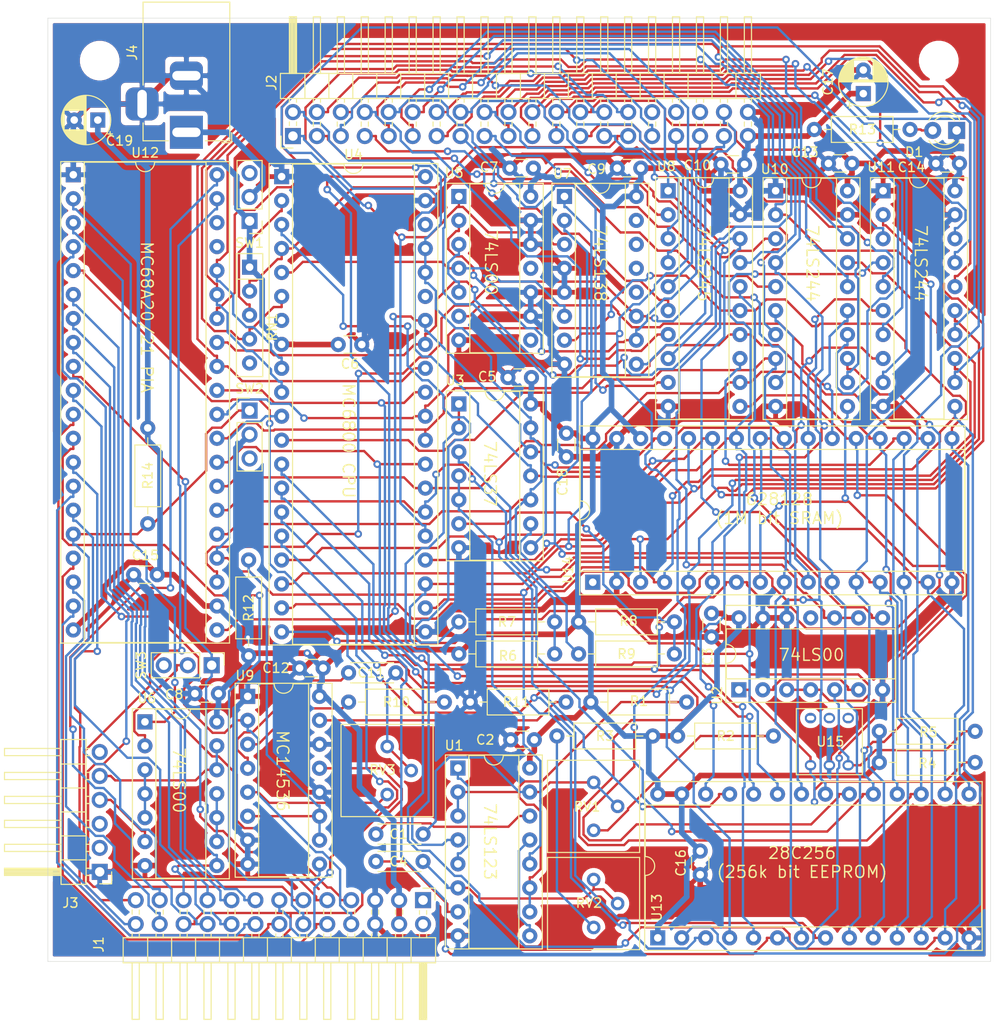
<source format=kicad_pcb>
(kicad_pcb (version 20171130) (host pcbnew "(5.1.4-0-10_14)")
  (layers (0 F.Cu signal) (31 B.Cu signal) (34 B.Paste user) (35 F.Paste user) (36 B.SilkS user) (37 F.SilkS user) (38 B.Mask user) (39 F.Mask user) (44 Edge.Cuts user))
  (net 0 "")
  (net 1 "Net-(C1-Pad2)")
  (net 2 "Net-(C1-Pad1)")
  (net 3 VCC)
  (net 4 GND)
  (net 5 "Net-(C4-Pad2)")
  (net 6 "Net-(C4-Pad1)")
  (net 7 "Net-(C11-Pad2)")
  (net 8 "Net-(C11-Pad1)")
  (net 9 /CB2)
  (net 10 /CA2)
  (net 11 /CB1)
  (net 12 /CA1)
  (net 13 /PB7)
  (net 14 /PA7)
  (net 15 /PB6)
  (net 16 /PA6)
  (net 17 /PB5)
  (net 18 /PA5)
  (net 19 /PB4)
  (net 20 /PA4)
  (net 21 /PB3)
  (net 22 /PA3)
  (net 23 /PB2)
  (net 24 /PA2)
  (net 25 /PB1)
  (net 26 /PA1)
  (net 27 /PB0)
  (net 28 /PA0)
  (net 29 /$C000)
  (net 30 /$8000)
  (net 31 /$A000)
  (net 32 /$E000)
  (net 33 /~NMI)
  (net 34 /~RES)
  (net 35 /~IRQ)
  (net 36 /DBE)
  (net 37 /R~W)
  (net 38 /A15n)
  (net 39 /A14n)
  (net 40 /A13n)
  (net 41 /A12n)
  (net 42 /A11n)
  (net 43 /A10n)
  (net 44 /A9n)
  (net 45 /A8n)
  (net 46 /A7n)
  (net 47 /A6n)
  (net 48 /A5n)
  (net 49 /A4n)
  (net 50 /A3n)
  (net 51 /A2n)
  (net 52 /A1n)
  (net 53 /A0n)
  (net 54 /D7n)
  (net 55 /D6n)
  (net 56 /D5n)
  (net 57 /D4n)
  (net 58 /D3n)
  (net 59 /D2n)
  (net 60 /D1n)
  (net 61 /D0n)
  (net 62 /~WR)
  (net 63 /~RD)
  (net 64 /RxD)
  (net 65 /TxD)
  (net 66 "Net-(R1-Pad2)")
  (net 67 "Net-(R2-Pad2)")
  (net 68 "Net-(R3-Pad1)")
  (net 69 "Net-(R4-Pad2)")
  (net 70 "Net-(R5-Pad2)")
  (net 71 "Net-(R6-Pad2)")
  (net 72 /PH1)
  (net 73 "Net-(R8-Pad2)")
  (net 74 "Net-(R10-Pad1)")
  (net 75 "Net-(R11-Pad2)")
  (net 76 "Net-(R12-Pad2)")
  (net 77 /~HALT)
  (net 78 "Net-(RV3-Pad1)")
  (net 79 "Net-(SW3-Pad2)")
  (net 80 "Net-(U1-Pad13)")
  (net 81 "Net-(U1-Pad1)")
  (net 82 "Net-(U1-Pad12)")
  (net 83 "Net-(U1-Pad4)")
  (net 84 "Net-(U2-Pad2)")
  (net 85 "Net-(U2-Pad8)")
  (net 86 /A11)
  (net 87 /A10)
  (net 88 /A9)
  (net 89 /A8)
  (net 90 /A7)
  (net 91 /A6)
  (net 92 /A5)
  (net 93 /D0)
  (net 94 /A4)
  (net 95 /D1)
  (net 96 /A3)
  (net 97 /D2)
  (net 98 /A2)
  (net 99 /D3)
  (net 100 /A1)
  (net 101 /D4)
  (net 102 /A0)
  (net 103 /D5)
  (net 104 /D6)
  (net 105 /D7)
  (net 106 /A15)
  (net 107 /VMA)
  (net 108 /A14)
  (net 109 /A13)
  (net 110 /A12)
  (net 111 /~RAMCE)
  (net 112 "Net-(U5-Pad3)")
  (net 113 "Net-(U6-Pad3)")
  (net 114 "Net-(U6-Pad10)")
  (net 115 "Net-(D1-Pad2)")
  (net 116 "Net-(J4-Pad1)")
  (module Connector_PinHeader_2.54mm:PinHeader_1x03_P2.54mm_Vertical (layer F.Cu) (at 117.38 118.6 270)
    (fp_text reference SW3 (at 0 7.48 90) (layer F.SilkS))
    (fp_text value "ECHO SW")
    (pad 3 thru_hole oval (at 0 5.08 270) (size 1.7 1.7) (drill 1) (layers *.Cu *.Mask))
    (pad 2 thru_hole oval (at 0 2.54 270) (size 1.7 1.7) (drill 1) (layers *.Cu *.Mask) (net 79 "Net-(SW3-Pad2)"))
    (pad 1 thru_hole rect (at 0 0 270) (size 1.7 1.7) (drill 1) (layers *.Cu *.Mask) (net 14 /PA7))
  )
  (module Connector_PinHeader_2.54mm:PinHeader_1x03_P2.54mm_Vertical (layer F.Cu) (at 121.4 91.6)
    (fp_text reference SW2 (at 0 -2.33) (layer F.SilkS))
    (fp_text value "BOARD SW")
    (pad 3 thru_hole oval (at 0 5.08) (size 1.7 1.7) (drill 1) (layers *.Cu *.Mask))
    (pad 2 thru_hole oval (at 0 2.54) (size 1.7 1.7) (drill 1) (layers *.Cu *.Mask) (net 4 GND))
    (pad 1 thru_hole rect (at 0 0) (size 1.7 1.7) (drill 1) (layers *.Cu *.Mask) (net 15 /PB6))
  )
  (module Resistor_THT:R_Axial_DIN0207_L6.3mm_D2.5mm_P10.16mm_Horizontal (layer F.Cu) (at 110.6 103.6 90)
    (fp_text reference R14 (at 5.1 0 90) (layer F.SilkS))
    (fp_text value 10k)
    (pad 2 thru_hole oval (at 10.16 0 90) (size 1.6 1.6) (drill 0.8) (layers *.Cu *.Mask) (net 3 VCC))
    (pad 1 thru_hole circle (at 0 0 90) (size 1.6 1.6) (drill 0.8) (layers *.Cu *.Mask) (net 15 /PB6))
  )
  (module Package_DIP:DIP-40_W15.24mm_Socket (layer F.Cu) (at 102.7 66.6)
    (fp_text reference U12 (at 7.62 -2.33) (layer F.SilkS))
    (fp_text value MC68A21)
    (pad 40 thru_hole oval (at 15.24 0) (size 1.6 1.6) (drill 0.8) (layers *.Cu *.Mask) (net 12 /CA1))
    (pad 20 thru_hole oval (at 0 48.26) (size 1.6 1.6) (drill 0.8) (layers *.Cu *.Mask) (net 3 VCC))
    (pad 39 thru_hole oval (at 15.24 2.54) (size 1.6 1.6) (drill 0.8) (layers *.Cu *.Mask) (net 10 /CA2))
    (pad 19 thru_hole oval (at 0 45.72) (size 1.6 1.6) (drill 0.8) (layers *.Cu *.Mask) (net 9 /CB2))
    (pad 38 thru_hole oval (at 15.24 5.08) (size 1.6 1.6) (drill 0.8) (layers *.Cu *.Mask))
    (pad 18 thru_hole oval (at 0 43.18) (size 1.6 1.6) (drill 0.8) (layers *.Cu *.Mask) (net 11 /CB1))
    (pad 37 thru_hole oval (at 15.24 7.62) (size 1.6 1.6) (drill 0.8) (layers *.Cu *.Mask))
    (pad 17 thru_hole oval (at 0 40.64) (size 1.6 1.6) (drill 0.8) (layers *.Cu *.Mask) (net 13 /PB7))
    (pad 36 thru_hole oval (at 15.24 10.16) (size 1.6 1.6) (drill 0.8) (layers *.Cu *.Mask) (net 102 /A0))
    (pad 16 thru_hole oval (at 0 38.1) (size 1.6 1.6) (drill 0.8) (layers *.Cu *.Mask) (net 15 /PB6))
    (pad 35 thru_hole oval (at 15.24 12.7) (size 1.6 1.6) (drill 0.8) (layers *.Cu *.Mask) (net 100 /A1))
    (pad 15 thru_hole oval (at 0 35.56) (size 1.6 1.6) (drill 0.8) (layers *.Cu *.Mask) (net 17 /PB5))
    (pad 34 thru_hole oval (at 15.24 15.24) (size 1.6 1.6) (drill 0.8) (layers *.Cu *.Mask) (net 34 /~RES))
    (pad 14 thru_hole oval (at 0 33.02) (size 1.6 1.6) (drill 0.8) (layers *.Cu *.Mask) (net 19 /PB4))
    (pad 33 thru_hole oval (at 15.24 17.78) (size 1.6 1.6) (drill 0.8) (layers *.Cu *.Mask) (net 93 /D0))
    (pad 13 thru_hole oval (at 0 30.48) (size 1.6 1.6) (drill 0.8) (layers *.Cu *.Mask) (net 21 /PB3))
    (pad 32 thru_hole oval (at 15.24 20.32) (size 1.6 1.6) (drill 0.8) (layers *.Cu *.Mask) (net 95 /D1))
    (pad 12 thru_hole oval (at 0 27.94) (size 1.6 1.6) (drill 0.8) (layers *.Cu *.Mask) (net 23 /PB2))
    (pad 31 thru_hole oval (at 15.24 22.86) (size 1.6 1.6) (drill 0.8) (layers *.Cu *.Mask) (net 97 /D2))
    (pad 11 thru_hole oval (at 0 25.4) (size 1.6 1.6) (drill 0.8) (layers *.Cu *.Mask) (net 25 /PB1))
    (pad 30 thru_hole oval (at 15.24 25.4) (size 1.6 1.6) (drill 0.8) (layers *.Cu *.Mask) (net 99 /D3))
    (pad 10 thru_hole oval (at 0 22.86) (size 1.6 1.6) (drill 0.8) (layers *.Cu *.Mask) (net 27 /PB0))
    (pad 29 thru_hole oval (at 15.24 27.94) (size 1.6 1.6) (drill 0.8) (layers *.Cu *.Mask) (net 101 /D4))
    (pad 9 thru_hole oval (at 0 20.32) (size 1.6 1.6) (drill 0.8) (layers *.Cu *.Mask) (net 14 /PA7))
    (pad 28 thru_hole oval (at 15.24 30.48) (size 1.6 1.6) (drill 0.8) (layers *.Cu *.Mask) (net 103 /D5))
    (pad 8 thru_hole oval (at 0 17.78) (size 1.6 1.6) (drill 0.8) (layers *.Cu *.Mask) (net 16 /PA6))
    (pad 27 thru_hole oval (at 15.24 33.02) (size 1.6 1.6) (drill 0.8) (layers *.Cu *.Mask) (net 104 /D6))
    (pad 7 thru_hole oval (at 0 15.24) (size 1.6 1.6) (drill 0.8) (layers *.Cu *.Mask) (net 18 /PA5))
    (pad 26 thru_hole oval (at 15.24 35.56) (size 1.6 1.6) (drill 0.8) (layers *.Cu *.Mask) (net 105 /D7))
    (pad 6 thru_hole oval (at 0 12.7) (size 1.6 1.6) (drill 0.8) (layers *.Cu *.Mask) (net 20 /PA4))
    (pad 25 thru_hole oval (at 15.24 38.1) (size 1.6 1.6) (drill 0.8) (layers *.Cu *.Mask) (net 36 /DBE))
    (pad 5 thru_hole oval (at 0 10.16) (size 1.6 1.6) (drill 0.8) (layers *.Cu *.Mask) (net 22 /PA3))
    (pad 24 thru_hole oval (at 15.24 40.64) (size 1.6 1.6) (drill 0.8) (layers *.Cu *.Mask) (net 98 /A2))
    (pad 4 thru_hole oval (at 0 7.62) (size 1.6 1.6) (drill 0.8) (layers *.Cu *.Mask) (net 24 /PA2))
    (pad 23 thru_hole oval (at 15.24 43.18) (size 1.6 1.6) (drill 0.8) (layers *.Cu *.Mask) (net 30 /$8000))
    (pad 3 thru_hole oval (at 0 5.08) (size 1.6 1.6) (drill 0.8) (layers *.Cu *.Mask) (net 26 /PA1))
    (pad 22 thru_hole oval (at 15.24 45.72) (size 1.6 1.6) (drill 0.8) (layers *.Cu *.Mask) (net 3 VCC))
    (pad 2 thru_hole oval (at 0 2.54) (size 1.6 1.6) (drill 0.8) (layers *.Cu *.Mask) (net 28 /PA0))
    (pad 21 thru_hole oval (at 15.24 48.26) (size 1.6 1.6) (drill 0.8) (layers *.Cu *.Mask) (net 37 /R~W))
    (pad 1 thru_hole rect (at 0 0) (size 1.6 1.6) (drill 0.8) (layers *.Cu *.Mask) (net 4 GND))
  )
  (module Package_DIP:DIP-40_W15.24mm_Socket (layer F.Cu) (at 124.8 66.8)
    (fp_text reference U4 (at 7.62 -2.33) (layer F.SilkS))
    (fp_text value MC6800)
    (pad 40 thru_hole oval (at 15.24 0) (size 1.6 1.6) (drill 0.8) (layers *.Cu *.Mask) (net 34 /~RES))
    (pad 20 thru_hole oval (at 0 48.26) (size 1.6 1.6) (drill 0.8) (layers *.Cu *.Mask) (net 86 /A11))
    (pad 39 thru_hole oval (at 15.24 2.54) (size 1.6 1.6) (drill 0.8) (layers *.Cu *.Mask) (net 4 GND))
    (pad 19 thru_hole oval (at 0 45.72) (size 1.6 1.6) (drill 0.8) (layers *.Cu *.Mask) (net 87 /A10))
    (pad 38 thru_hole oval (at 15.24 5.08) (size 1.6 1.6) (drill 0.8) (layers *.Cu *.Mask))
    (pad 18 thru_hole oval (at 0 43.18) (size 1.6 1.6) (drill 0.8) (layers *.Cu *.Mask) (net 88 /A9))
    (pad 37 thru_hole oval (at 15.24 7.62) (size 1.6 1.6) (drill 0.8) (layers *.Cu *.Mask) (net 36 /DBE))
    (pad 17 thru_hole oval (at 0 40.64) (size 1.6 1.6) (drill 0.8) (layers *.Cu *.Mask) (net 89 /A8))
    (pad 36 thru_hole oval (at 15.24 10.16) (size 1.6 1.6) (drill 0.8) (layers *.Cu *.Mask) (net 36 /DBE))
    (pad 16 thru_hole oval (at 0 38.1) (size 1.6 1.6) (drill 0.8) (layers *.Cu *.Mask) (net 90 /A7))
    (pad 35 thru_hole oval (at 15.24 12.7) (size 1.6 1.6) (drill 0.8) (layers *.Cu *.Mask))
    (pad 15 thru_hole oval (at 0 35.56) (size 1.6 1.6) (drill 0.8) (layers *.Cu *.Mask) (net 91 /A6))
    (pad 34 thru_hole oval (at 15.24 15.24) (size 1.6 1.6) (drill 0.8) (layers *.Cu *.Mask) (net 37 /R~W))
    (pad 14 thru_hole oval (at 0 33.02) (size 1.6 1.6) (drill 0.8) (layers *.Cu *.Mask) (net 92 /A5))
    (pad 33 thru_hole oval (at 15.24 17.78) (size 1.6 1.6) (drill 0.8) (layers *.Cu *.Mask) (net 93 /D0))
    (pad 13 thru_hole oval (at 0 30.48) (size 1.6 1.6) (drill 0.8) (layers *.Cu *.Mask) (net 94 /A4))
    (pad 32 thru_hole oval (at 15.24 20.32) (size 1.6 1.6) (drill 0.8) (layers *.Cu *.Mask) (net 95 /D1))
    (pad 12 thru_hole oval (at 0 27.94) (size 1.6 1.6) (drill 0.8) (layers *.Cu *.Mask) (net 96 /A3))
    (pad 31 thru_hole oval (at 15.24 22.86) (size 1.6 1.6) (drill 0.8) (layers *.Cu *.Mask) (net 97 /D2))
    (pad 11 thru_hole oval (at 0 25.4) (size 1.6 1.6) (drill 0.8) (layers *.Cu *.Mask) (net 98 /A2))
    (pad 30 thru_hole oval (at 15.24 25.4) (size 1.6 1.6) (drill 0.8) (layers *.Cu *.Mask) (net 99 /D3))
    (pad 10 thru_hole oval (at 0 22.86) (size 1.6 1.6) (drill 0.8) (layers *.Cu *.Mask) (net 100 /A1))
    (pad 29 thru_hole oval (at 15.24 27.94) (size 1.6 1.6) (drill 0.8) (layers *.Cu *.Mask) (net 101 /D4))
    (pad 9 thru_hole oval (at 0 20.32) (size 1.6 1.6) (drill 0.8) (layers *.Cu *.Mask) (net 102 /A0))
    (pad 28 thru_hole oval (at 15.24 30.48) (size 1.6 1.6) (drill 0.8) (layers *.Cu *.Mask) (net 103 /D5))
    (pad 8 thru_hole oval (at 0 17.78) (size 1.6 1.6) (drill 0.8) (layers *.Cu *.Mask) (net 3 VCC))
    (pad 27 thru_hole oval (at 15.24 33.02) (size 1.6 1.6) (drill 0.8) (layers *.Cu *.Mask) (net 104 /D6))
    (pad 7 thru_hole oval (at 0 15.24) (size 1.6 1.6) (drill 0.8) (layers *.Cu *.Mask))
    (pad 26 thru_hole oval (at 15.24 35.56) (size 1.6 1.6) (drill 0.8) (layers *.Cu *.Mask) (net 105 /D7))
    (pad 6 thru_hole oval (at 0 12.7) (size 1.6 1.6) (drill 0.8) (layers *.Cu *.Mask) (net 33 /~NMI))
    (pad 25 thru_hole oval (at 15.24 38.1) (size 1.6 1.6) (drill 0.8) (layers *.Cu *.Mask) (net 106 /A15))
    (pad 5 thru_hole oval (at 0 10.16) (size 1.6 1.6) (drill 0.8) (layers *.Cu *.Mask) (net 107 /VMA))
    (pad 24 thru_hole oval (at 15.24 40.64) (size 1.6 1.6) (drill 0.8) (layers *.Cu *.Mask) (net 108 /A14))
    (pad 4 thru_hole oval (at 0 7.62) (size 1.6 1.6) (drill 0.8) (layers *.Cu *.Mask) (net 35 /~IRQ))
    (pad 23 thru_hole oval (at 15.24 43.18) (size 1.6 1.6) (drill 0.8) (layers *.Cu *.Mask) (net 109 /A13))
    (pad 3 thru_hole oval (at 0 5.08) (size 1.6 1.6) (drill 0.8) (layers *.Cu *.Mask) (net 72 /PH1))
    (pad 22 thru_hole oval (at 15.24 45.72) (size 1.6 1.6) (drill 0.8) (layers *.Cu *.Mask) (net 110 /A12))
    (pad 2 thru_hole oval (at 0 2.54) (size 1.6 1.6) (drill 0.8) (layers *.Cu *.Mask) (net 77 /~HALT))
    (pad 21 thru_hole oval (at 15.24 48.26) (size 1.6 1.6) (drill 0.8) (layers *.Cu *.Mask) (net 4 GND))
    (pad 1 thru_hole rect (at 0 0) (size 1.6 1.6) (drill 0.8) (layers *.Cu *.Mask) (net 4 GND))
  )
  (module Connector_PinHeader_2.54mm:PinHeader_1x03_P2.54mm_Vertical (layer F.Cu) (at 121.4 71.5 180)
    (fp_text reference SW1 (at 0 -2.33) (layer F.SilkS))
    (fp_text value SW_SPDT)
    (pad 3 thru_hole oval (at 0 5.08 180) (size 1.7 1.7) (drill 1) (layers *.Cu *.Mask))
    (pad 2 thru_hole oval (at 0 2.54 180) (size 1.7 1.7) (drill 1) (layers *.Cu *.Mask) (net 116 "Net-(J4-Pad1)"))
    (pad 1 thru_hole rect (at 0 0 180) (size 1.7 1.7) (drill 1) (layers *.Cu *.Mask) (net 3 VCC))
  )
  (module Resistor_THT:R_Axial_DIN0207_L6.3mm_D2.5mm_P10.16mm_Horizontal (layer F.Cu) (at 181.3 61.8)
    (fp_text reference R13 (at 5.1 0) (layer F.SilkS))
    (fp_text value 1k)
    (pad 2 thru_hole oval (at 10.16 0) (size 1.6 1.6) (drill 0.8) (layers *.Cu *.Mask) (net 115 "Net-(D1-Pad2)"))
    (pad 1 thru_hole circle (at 0 0) (size 1.6 1.6) (drill 0.8) (layers *.Cu *.Mask) (net 3 VCC))
  )
  (module Connector_BarrelJack:BarrelJack_Horizontal (layer F.Cu) (at 114.7 62.1 270)
    (fp_text reference J4 (at -8.45 5.75 90) (layer F.SilkS))
    (fp_text value Barrel_Jack_Switch)
    (pad 3 thru_hole roundrect (at -3 4.7 270) (size 3.5 3.5) (drill oval 3 1) (layers *.Cu *.Mask) (net 4 GND))
    (pad 2 thru_hole roundrect (at -6 0 270) (size 3 3.5) (drill oval 1 3) (layers *.Cu *.Mask) (net 4 GND))
    (pad 1 thru_hole rect (at 0 0 270) (size 3.5 3.5) (drill oval 1 3) (layers *.Cu *.Mask) (net 116 "Net-(J4-Pad1)"))
  )
  (module LED_THT:LED_D3.0mm (layer F.Cu) (at 196.4 61.9 180)
    (fp_text reference D1 (at 4.5 -2.3) (layer F.SilkS))
    (fp_text value LED_ALT)
    (pad 2 thru_hole circle (at 2.54 0 180) (size 1.8 1.8) (drill 0.9) (layers *.Cu *.Mask) (net 115 "Net-(D1-Pad2)"))
    (pad 1 thru_hole rect (at 0 0 180) (size 1.8 1.8) (drill 0.9) (layers *.Cu *.Mask) (net 4 GND))
  )
  (module Capacitor_THT:CP_Radial_D5.0mm_P2.50mm (layer F.Cu) (at 105.3 60.8 180)
    (fp_text reference C19 (at -2.3 -2.2) (layer F.SilkS))
    (fp_text value 10u)
    (pad 2 thru_hole circle (at 2.5 0 180) (size 1.6 1.6) (drill 0.8) (layers *.Cu *.Mask) (net 4 GND))
    (pad 1 thru_hole rect (at 0 0 180) (size 1.6 1.6) (drill 0.8) (layers *.Cu *.Mask) (net 3 VCC))
  )
  (module Connector_PinHeader_2.54mm:PinHeader_2x13_P2.54mm_Horizontal (layer F.Cu) (at 139.8 143.5 270)
    (fp_text reference J1 (at 4.7 34.4 90) (layer F.SilkS))
    (fp_text value "PIA Con")
    (pad 26 thru_hole oval (at 2.54 30.48 270) (size 1.7 1.7) (drill 1) (layers *.Cu *.Mask) (net 9 /CB2))
    (pad 25 thru_hole oval (at 0 30.48 270) (size 1.7 1.7) (drill 1) (layers *.Cu *.Mask) (net 10 /CA2))
    (pad 24 thru_hole oval (at 2.54 27.94 270) (size 1.7 1.7) (drill 1) (layers *.Cu *.Mask) (net 11 /CB1))
    (pad 23 thru_hole oval (at 0 27.94 270) (size 1.7 1.7) (drill 1) (layers *.Cu *.Mask) (net 12 /CA1))
    (pad 22 thru_hole oval (at 2.54 25.4 270) (size 1.7 1.7) (drill 1) (layers *.Cu *.Mask) (net 13 /PB7))
    (pad 21 thru_hole oval (at 0 25.4 270) (size 1.7 1.7) (drill 1) (layers *.Cu *.Mask) (net 14 /PA7))
    (pad 20 thru_hole oval (at 2.54 22.86 270) (size 1.7 1.7) (drill 1) (layers *.Cu *.Mask) (net 15 /PB6))
    (pad 19 thru_hole oval (at 0 22.86 270) (size 1.7 1.7) (drill 1) (layers *.Cu *.Mask) (net 16 /PA6))
    (pad 18 thru_hole oval (at 2.54 20.32 270) (size 1.7 1.7) (drill 1) (layers *.Cu *.Mask) (net 17 /PB5))
    (pad 17 thru_hole oval (at 0 20.32 270) (size 1.7 1.7) (drill 1) (layers *.Cu *.Mask) (net 18 /PA5))
    (pad 16 thru_hole oval (at 2.54 17.78 270) (size 1.7 1.7) (drill 1) (layers *.Cu *.Mask) (net 19 /PB4))
    (pad 15 thru_hole oval (at 0 17.78 270) (size 1.7 1.7) (drill 1) (layers *.Cu *.Mask) (net 20 /PA4))
    (pad 14 thru_hole oval (at 2.54 15.24 270) (size 1.7 1.7) (drill 1) (layers *.Cu *.Mask) (net 21 /PB3))
    (pad 13 thru_hole oval (at 0 15.24 270) (size 1.7 1.7) (drill 1) (layers *.Cu *.Mask) (net 22 /PA3))
    (pad 12 thru_hole oval (at 2.54 12.7 270) (size 1.7 1.7) (drill 1) (layers *.Cu *.Mask) (net 23 /PB2))
    (pad 11 thru_hole oval (at 0 12.7 270) (size 1.7 1.7) (drill 1) (layers *.Cu *.Mask) (net 24 /PA2))
    (pad 10 thru_hole oval (at 2.54 10.16 270) (size 1.7 1.7) (drill 1) (layers *.Cu *.Mask) (net 25 /PB1))
    (pad 9 thru_hole oval (at 0 10.16 270) (size 1.7 1.7) (drill 1) (layers *.Cu *.Mask) (net 26 /PA1))
    (pad 8 thru_hole oval (at 2.54 7.62 270) (size 1.7 1.7) (drill 1) (layers *.Cu *.Mask) (net 27 /PB0))
    (pad 7 thru_hole oval (at 0 7.62 270) (size 1.7 1.7) (drill 1) (layers *.Cu *.Mask) (net 28 /PA0))
    (pad 6 thru_hole oval (at 2.54 5.08 270) (size 1.7 1.7) (drill 1) (layers *.Cu *.Mask) (net 4 GND))
    (pad 5 thru_hole oval (at 0 5.08 270) (size 1.7 1.7) (drill 1) (layers *.Cu *.Mask) (net 4 GND))
    (pad 4 thru_hole oval (at 2.54 2.54 270) (size 1.7 1.7) (drill 1) (layers *.Cu *.Mask) (net 3 VCC))
    (pad 3 thru_hole oval (at 0 2.54 270) (size 1.7 1.7) (drill 1) (layers *.Cu *.Mask) (net 3 VCC))
    (pad 2 thru_hole oval (at 2.54 0 270) (size 1.7 1.7) (drill 1) (layers *.Cu *.Mask))
    (pad 1 thru_hole rect (at 0 0 270) (size 1.7 1.7) (drill 1) (layers *.Cu *.Mask))
  )
  (module PUSH_SW:SW_PUSH_PS-70N (layer F.Cu) (at 180.9 124.2)
    (fp_text reference U15 (at 2.1 2.5) (layer F.SilkS))
    (fp_text value PS-70N)
    (pad 6 thru_hole oval (at 4 5) (size 1.2 1.1) (drill oval 0.8 0.6) (layers *.Cu *.Mask) (net 70 "Net-(R5-Pad2)"))
    (pad 5 thru_hole oval (at 2 5) (size 1.2 1.1) (drill oval 0.8 0.6) (layers *.Cu *.Mask) (net 4 GND))
    (pad 4 thru_hole oval (at 0 5) (size 1.2 1.1) (drill oval 0.8 0.6) (layers *.Cu *.Mask) (net 69 "Net-(R4-Pad2)"))
    (pad 3 thru_hole oval (at 4 0) (size 1.2 1.1) (drill oval 0.8 0.6) (layers *.Cu *.Mask))
    (pad 2 thru_hole oval (at 2 0) (size 1.2 1.1) (drill oval 0.8 0.6) (layers *.Cu *.Mask))
    (pad 1 thru_hole oval (at 0 0) (size 1.2 1.1) (drill oval 0.8 0.5) (layers *.Cu *.Mask))
  )
  (module Package_DIP:DIP-32_W15.24mm_Socket (layer F.Cu) (at 157.8 109.8 90)
    (fp_text reference U14 (at 1.3 -2.6 90) (layer F.SilkS))
    (fp_text value "128k SRAM")
    (pad 32 thru_hole oval (at 15.24 0 90) (size 1.6 1.6) (drill 0.8) (layers *.Cu *.Mask) (net 3 VCC))
    (pad 16 thru_hole oval (at 0 38.1 90) (size 1.6 1.6) (drill 0.8) (layers *.Cu *.Mask) (net 4 GND))
    (pad 31 thru_hole oval (at 15.24 2.54 90) (size 1.6 1.6) (drill 0.8) (layers *.Cu *.Mask) (net 4 GND))
    (pad 15 thru_hole oval (at 0 35.56 90) (size 1.6 1.6) (drill 0.8) (layers *.Cu *.Mask) (net 97 /D2))
    (pad 30 thru_hole oval (at 15.24 5.08 90) (size 1.6 1.6) (drill 0.8) (layers *.Cu *.Mask) (net 3 VCC))
    (pad 14 thru_hole oval (at 0 33.02 90) (size 1.6 1.6) (drill 0.8) (layers *.Cu *.Mask) (net 95 /D1))
    (pad 29 thru_hole oval (at 15.24 7.62 90) (size 1.6 1.6) (drill 0.8) (layers *.Cu *.Mask) (net 62 /~WR))
    (pad 13 thru_hole oval (at 0 30.48 90) (size 1.6 1.6) (drill 0.8) (layers *.Cu *.Mask) (net 93 /D0))
    (pad 28 thru_hole oval (at 15.24 10.16 90) (size 1.6 1.6) (drill 0.8) (layers *.Cu *.Mask) (net 109 /A13))
    (pad 12 thru_hole oval (at 0 27.94 90) (size 1.6 1.6) (drill 0.8) (layers *.Cu *.Mask) (net 102 /A0))
    (pad 27 thru_hole oval (at 15.24 12.7 90) (size 1.6 1.6) (drill 0.8) (layers *.Cu *.Mask) (net 89 /A8))
    (pad 11 thru_hole oval (at 0 25.4 90) (size 1.6 1.6) (drill 0.8) (layers *.Cu *.Mask) (net 100 /A1))
    (pad 26 thru_hole oval (at 15.24 15.24 90) (size 1.6 1.6) (drill 0.8) (layers *.Cu *.Mask) (net 88 /A9))
    (pad 10 thru_hole oval (at 0 22.86 90) (size 1.6 1.6) (drill 0.8) (layers *.Cu *.Mask) (net 98 /A2))
    (pad 25 thru_hole oval (at 15.24 17.78 90) (size 1.6 1.6) (drill 0.8) (layers *.Cu *.Mask) (net 86 /A11))
    (pad 9 thru_hole oval (at 0 20.32 90) (size 1.6 1.6) (drill 0.8) (layers *.Cu *.Mask) (net 96 /A3))
    (pad 24 thru_hole oval (at 15.24 20.32 90) (size 1.6 1.6) (drill 0.8) (layers *.Cu *.Mask) (net 63 /~RD))
    (pad 8 thru_hole oval (at 0 17.78 90) (size 1.6 1.6) (drill 0.8) (layers *.Cu *.Mask) (net 94 /A4))
    (pad 23 thru_hole oval (at 15.24 22.86 90) (size 1.6 1.6) (drill 0.8) (layers *.Cu *.Mask) (net 87 /A10))
    (pad 7 thru_hole oval (at 0 15.24 90) (size 1.6 1.6) (drill 0.8) (layers *.Cu *.Mask) (net 92 /A5))
    (pad 22 thru_hole oval (at 15.24 25.4 90) (size 1.6 1.6) (drill 0.8) (layers *.Cu *.Mask) (net 111 /~RAMCE))
    (pad 6 thru_hole oval (at 0 12.7 90) (size 1.6 1.6) (drill 0.8) (layers *.Cu *.Mask) (net 91 /A6))
    (pad 21 thru_hole oval (at 15.24 27.94 90) (size 1.6 1.6) (drill 0.8) (layers *.Cu *.Mask) (net 105 /D7))
    (pad 5 thru_hole oval (at 0 10.16 90) (size 1.6 1.6) (drill 0.8) (layers *.Cu *.Mask) (net 90 /A7))
    (pad 20 thru_hole oval (at 15.24 30.48 90) (size 1.6 1.6) (drill 0.8) (layers *.Cu *.Mask) (net 104 /D6))
    (pad 4 thru_hole oval (at 0 7.62 90) (size 1.6 1.6) (drill 0.8) (layers *.Cu *.Mask) (net 110 /A12))
    (pad 19 thru_hole oval (at 15.24 33.02 90) (size 1.6 1.6) (drill 0.8) (layers *.Cu *.Mask) (net 103 /D5))
    (pad 3 thru_hole oval (at 0 5.08 90) (size 1.6 1.6) (drill 0.8) (layers *.Cu *.Mask) (net 108 /A14))
    (pad 18 thru_hole oval (at 15.24 35.56 90) (size 1.6 1.6) (drill 0.8) (layers *.Cu *.Mask) (net 101 /D4))
    (pad 2 thru_hole oval (at 0 2.54 90) (size 1.6 1.6) (drill 0.8) (layers *.Cu *.Mask) (net 4 GND))
    (pad 17 thru_hole oval (at 15.24 38.1 90) (size 1.6 1.6) (drill 0.8) (layers *.Cu *.Mask) (net 99 /D3))
    (pad 1 thru_hole rect (at 0 0 90) (size 1.6 1.6) (drill 0.8) (layers *.Cu *.Mask))
  )
  (module Package_DIP:DIP-28_W15.24mm_Socket (layer F.Cu) (at 164.7 147.5 90)
    (fp_text reference U13 (at 3.2 -0.1 90) (layer F.SilkS))
    (fp_text value 28C256)
    (pad 28 thru_hole oval (at 15.24 0 90) (size 1.6 1.6) (drill 0.8) (layers *.Cu *.Mask) (net 3 VCC))
    (pad 14 thru_hole oval (at 0 33.02 90) (size 1.6 1.6) (drill 0.8) (layers *.Cu *.Mask) (net 4 GND))
    (pad 27 thru_hole oval (at 15.24 2.54 90) (size 1.6 1.6) (drill 0.8) (layers *.Cu *.Mask) (net 3 VCC))
    (pad 13 thru_hole oval (at 0 30.48 90) (size 1.6 1.6) (drill 0.8) (layers *.Cu *.Mask) (net 97 /D2))
    (pad 26 thru_hole oval (at 15.24 5.08 90) (size 1.6 1.6) (drill 0.8) (layers *.Cu *.Mask) (net 109 /A13))
    (pad 12 thru_hole oval (at 0 27.94 90) (size 1.6 1.6) (drill 0.8) (layers *.Cu *.Mask) (net 95 /D1))
    (pad 25 thru_hole oval (at 15.24 7.62 90) (size 1.6 1.6) (drill 0.8) (layers *.Cu *.Mask) (net 89 /A8))
    (pad 11 thru_hole oval (at 0 25.4 90) (size 1.6 1.6) (drill 0.8) (layers *.Cu *.Mask) (net 93 /D0))
    (pad 24 thru_hole oval (at 15.24 10.16 90) (size 1.6 1.6) (drill 0.8) (layers *.Cu *.Mask) (net 88 /A9))
    (pad 10 thru_hole oval (at 0 22.86 90) (size 1.6 1.6) (drill 0.8) (layers *.Cu *.Mask) (net 102 /A0))
    (pad 23 thru_hole oval (at 15.24 12.7 90) (size 1.6 1.6) (drill 0.8) (layers *.Cu *.Mask) (net 86 /A11))
    (pad 9 thru_hole oval (at 0 20.32 90) (size 1.6 1.6) (drill 0.8) (layers *.Cu *.Mask) (net 100 /A1))
    (pad 22 thru_hole oval (at 15.24 15.24 90) (size 1.6 1.6) (drill 0.8) (layers *.Cu *.Mask) (net 63 /~RD))
    (pad 8 thru_hole oval (at 0 17.78 90) (size 1.6 1.6) (drill 0.8) (layers *.Cu *.Mask) (net 98 /A2))
    (pad 21 thru_hole oval (at 15.24 17.78 90) (size 1.6 1.6) (drill 0.8) (layers *.Cu *.Mask) (net 87 /A10))
    (pad 7 thru_hole oval (at 0 15.24 90) (size 1.6 1.6) (drill 0.8) (layers *.Cu *.Mask) (net 96 /A3))
    (pad 20 thru_hole oval (at 15.24 20.32 90) (size 1.6 1.6) (drill 0.8) (layers *.Cu *.Mask) (net 32 /$E000))
    (pad 6 thru_hole oval (at 0 12.7 90) (size 1.6 1.6) (drill 0.8) (layers *.Cu *.Mask) (net 94 /A4))
    (pad 19 thru_hole oval (at 15.24 22.86 90) (size 1.6 1.6) (drill 0.8) (layers *.Cu *.Mask) (net 105 /D7))
    (pad 5 thru_hole oval (at 0 10.16 90) (size 1.6 1.6) (drill 0.8) (layers *.Cu *.Mask) (net 92 /A5))
    (pad 18 thru_hole oval (at 15.24 25.4 90) (size 1.6 1.6) (drill 0.8) (layers *.Cu *.Mask) (net 104 /D6))
    (pad 4 thru_hole oval (at 0 7.62 90) (size 1.6 1.6) (drill 0.8) (layers *.Cu *.Mask) (net 91 /A6))
    (pad 17 thru_hole oval (at 15.24 27.94 90) (size 1.6 1.6) (drill 0.8) (layers *.Cu *.Mask) (net 103 /D5))
    (pad 3 thru_hole oval (at 0 5.08 90) (size 1.6 1.6) (drill 0.8) (layers *.Cu *.Mask) (net 90 /A7))
    (pad 16 thru_hole oval (at 15.24 30.48 90) (size 1.6 1.6) (drill 0.8) (layers *.Cu *.Mask) (net 101 /D4))
    (pad 2 thru_hole oval (at 0 2.54 90) (size 1.6 1.6) (drill 0.8) (layers *.Cu *.Mask) (net 110 /A12))
    (pad 15 thru_hole oval (at 15.24 33.02 90) (size 1.6 1.6) (drill 0.8) (layers *.Cu *.Mask) (net 99 /D3))
    (pad 1 thru_hole rect (at 0 0 90) (size 1.6 1.6) (drill 0.8) (layers *.Cu *.Mask) (net 3 VCC))
  )
  (module Package_DIP:DIP-20_W7.62mm_Socket (layer F.Cu) (at 188.6 68.3)
    (fp_text reference U11 (at -0.2 -2.5) (layer F.SilkS))
    (fp_text value 74LS244)
    (pad 20 thru_hole oval (at 7.62 0) (size 1.6 1.6) (drill 0.8) (layers *.Cu *.Mask) (net 3 VCC))
    (pad 10 thru_hole oval (at 0 22.86) (size 1.6 1.6) (drill 0.8) (layers *.Cu *.Mask) (net 4 GND))
    (pad 19 thru_hole oval (at 7.62 2.54) (size 1.6 1.6) (drill 0.8) (layers *.Cu *.Mask) (net 4 GND))
    (pad 9 thru_hole oval (at 0 20.32) (size 1.6 1.6) (drill 0.8) (layers *.Cu *.Mask) (net 41 /A12n))
    (pad 18 thru_hole oval (at 7.62 5.08) (size 1.6 1.6) (drill 0.8) (layers *.Cu *.Mask) (net 45 /A8n))
    (pad 8 thru_hole oval (at 0 17.78) (size 1.6 1.6) (drill 0.8) (layers *.Cu *.Mask) (net 86 /A11))
    (pad 17 thru_hole oval (at 7.62 7.62) (size 1.6 1.6) (drill 0.8) (layers *.Cu *.Mask) (net 106 /A15))
    (pad 7 thru_hole oval (at 0 15.24) (size 1.6 1.6) (drill 0.8) (layers *.Cu *.Mask) (net 40 /A13n))
    (pad 16 thru_hole oval (at 7.62 10.16) (size 1.6 1.6) (drill 0.8) (layers *.Cu *.Mask) (net 44 /A9n))
    (pad 6 thru_hole oval (at 0 12.7) (size 1.6 1.6) (drill 0.8) (layers *.Cu *.Mask) (net 87 /A10))
    (pad 15 thru_hole oval (at 7.62 12.7) (size 1.6 1.6) (drill 0.8) (layers *.Cu *.Mask) (net 108 /A14))
    (pad 5 thru_hole oval (at 0 10.16) (size 1.6 1.6) (drill 0.8) (layers *.Cu *.Mask) (net 39 /A14n))
    (pad 14 thru_hole oval (at 7.62 15.24) (size 1.6 1.6) (drill 0.8) (layers *.Cu *.Mask) (net 43 /A10n))
    (pad 4 thru_hole oval (at 0 7.62) (size 1.6 1.6) (drill 0.8) (layers *.Cu *.Mask) (net 88 /A9))
    (pad 13 thru_hole oval (at 7.62 17.78) (size 1.6 1.6) (drill 0.8) (layers *.Cu *.Mask) (net 109 /A13))
    (pad 3 thru_hole oval (at 0 5.08) (size 1.6 1.6) (drill 0.8) (layers *.Cu *.Mask) (net 38 /A15n))
    (pad 12 thru_hole oval (at 7.62 20.32) (size 1.6 1.6) (drill 0.8) (layers *.Cu *.Mask) (net 42 /A11n))
    (pad 2 thru_hole oval (at 0 2.54) (size 1.6 1.6) (drill 0.8) (layers *.Cu *.Mask) (net 89 /A8))
    (pad 11 thru_hole oval (at 7.62 22.86) (size 1.6 1.6) (drill 0.8) (layers *.Cu *.Mask) (net 110 /A12))
    (pad 1 thru_hole rect (at 0 0) (size 1.6 1.6) (drill 0.8) (layers *.Cu *.Mask) (net 4 GND))
  )
  (module Package_DIP:DIP-20_W7.62mm_Socket (layer F.Cu) (at 177.2 68.3)
    (fp_text reference U10 (at -0.1 -2.3) (layer F.SilkS))
    (fp_text value 74LS244)
    (pad 20 thru_hole oval (at 7.62 0) (size 1.6 1.6) (drill 0.8) (layers *.Cu *.Mask) (net 3 VCC))
    (pad 10 thru_hole oval (at 0 22.86) (size 1.6 1.6) (drill 0.8) (layers *.Cu *.Mask) (net 4 GND))
    (pad 19 thru_hole oval (at 7.62 2.54) (size 1.6 1.6) (drill 0.8) (layers *.Cu *.Mask) (net 4 GND))
    (pad 9 thru_hole oval (at 0 20.32) (size 1.6 1.6) (drill 0.8) (layers *.Cu *.Mask) (net 49 /A4n))
    (pad 18 thru_hole oval (at 7.62 5.08) (size 1.6 1.6) (drill 0.8) (layers *.Cu *.Mask) (net 53 /A0n))
    (pad 8 thru_hole oval (at 0 17.78) (size 1.6 1.6) (drill 0.8) (layers *.Cu *.Mask) (net 96 /A3))
    (pad 17 thru_hole oval (at 7.62 7.62) (size 1.6 1.6) (drill 0.8) (layers *.Cu *.Mask) (net 90 /A7))
    (pad 7 thru_hole oval (at 0 15.24) (size 1.6 1.6) (drill 0.8) (layers *.Cu *.Mask) (net 48 /A5n))
    (pad 16 thru_hole oval (at 7.62 10.16) (size 1.6 1.6) (drill 0.8) (layers *.Cu *.Mask) (net 52 /A1n))
    (pad 6 thru_hole oval (at 0 12.7) (size 1.6 1.6) (drill 0.8) (layers *.Cu *.Mask) (net 98 /A2))
    (pad 15 thru_hole oval (at 7.62 12.7) (size 1.6 1.6) (drill 0.8) (layers *.Cu *.Mask) (net 91 /A6))
    (pad 5 thru_hole oval (at 0 10.16) (size 1.6 1.6) (drill 0.8) (layers *.Cu *.Mask) (net 47 /A6n))
    (pad 14 thru_hole oval (at 7.62 15.24) (size 1.6 1.6) (drill 0.8) (layers *.Cu *.Mask) (net 51 /A2n))
    (pad 4 thru_hole oval (at 0 7.62) (size 1.6 1.6) (drill 0.8) (layers *.Cu *.Mask) (net 100 /A1))
    (pad 13 thru_hole oval (at 7.62 17.78) (size 1.6 1.6) (drill 0.8) (layers *.Cu *.Mask) (net 92 /A5))
    (pad 3 thru_hole oval (at 0 5.08) (size 1.6 1.6) (drill 0.8) (layers *.Cu *.Mask) (net 46 /A7n))
    (pad 12 thru_hole oval (at 7.62 20.32) (size 1.6 1.6) (drill 0.8) (layers *.Cu *.Mask) (net 50 /A3n))
    (pad 2 thru_hole oval (at 0 2.54) (size 1.6 1.6) (drill 0.8) (layers *.Cu *.Mask) (net 102 /A0))
    (pad 11 thru_hole oval (at 7.62 22.86) (size 1.6 1.6) (drill 0.8) (layers *.Cu *.Mask) (net 94 /A4))
    (pad 1 thru_hole rect (at 0 0) (size 1.6 1.6) (drill 0.8) (layers *.Cu *.Mask) (net 4 GND))
  )
  (module Package_DIP:DIP-16_W7.62mm_Socket (layer F.Cu) (at 121.2 121.9)
    (fp_text reference U9 (at -0.3 -2.2) (layer F.SilkS))
    (fp_text value MC14536B)
    (pad 16 thru_hole oval (at 7.62 0) (size 1.6 1.6) (drill 0.8) (layers *.Cu *.Mask) (net 3 VCC))
    (pad 8 thru_hole oval (at 0 17.78) (size 1.6 1.6) (drill 0.8) (layers *.Cu *.Mask) (net 4 GND))
    (pad 15 thru_hole oval (at 7.62 2.54) (size 1.6 1.6) (drill 0.8) (layers *.Cu *.Mask) (net 75 "Net-(R11-Pad2)"))
    (pad 7 thru_hole oval (at 0 15.24) (size 1.6 1.6) (drill 0.8) (layers *.Cu *.Mask) (net 4 GND))
    (pad 14 thru_hole oval (at 7.62 5.08) (size 1.6 1.6) (drill 0.8) (layers *.Cu *.Mask) (net 4 GND))
    (pad 6 thru_hole oval (at 0 12.7) (size 1.6 1.6) (drill 0.8) (layers *.Cu *.Mask) (net 76 "Net-(R12-Pad2)"))
    (pad 13 thru_hole oval (at 7.62 7.62) (size 1.6 1.6) (drill 0.8) (layers *.Cu *.Mask) (net 13 /PB7))
    (pad 5 thru_hole oval (at 0 10.16) (size 1.6 1.6) (drill 0.8) (layers *.Cu *.Mask) (net 78 "Net-(RV3-Pad1)"))
    (pad 12 thru_hole oval (at 7.62 10.16) (size 1.6 1.6) (drill 0.8) (layers *.Cu *.Mask) (net 4 GND))
    (pad 4 thru_hole oval (at 0 7.62) (size 1.6 1.6) (drill 0.8) (layers *.Cu *.Mask) (net 8 "Net-(C11-Pad1)"))
    (pad 11 thru_hole oval (at 7.62 12.7) (size 1.6 1.6) (drill 0.8) (layers *.Cu *.Mask) (net 76 "Net-(R12-Pad2)"))
    (pad 3 thru_hole oval (at 0 5.08) (size 1.6 1.6) (drill 0.8) (layers *.Cu *.Mask) (net 74 "Net-(R10-Pad1)"))
    (pad 10 thru_hole oval (at 7.62 15.24) (size 1.6 1.6) (drill 0.8) (layers *.Cu *.Mask) (net 76 "Net-(R12-Pad2)"))
    (pad 2 thru_hole oval (at 0 2.54) (size 1.6 1.6) (drill 0.8) (layers *.Cu *.Mask) (net 27 /PB0))
    (pad 9 thru_hole oval (at 7.62 17.78) (size 1.6 1.6) (drill 0.8) (layers *.Cu *.Mask) (net 23 /PB2))
    (pad 1 thru_hole rect (at 0 0) (size 1.6 1.6) (drill 0.8) (layers *.Cu *.Mask) (net 4 GND))
  )
  (module Package_DIP:DIP-20_W7.62mm_Socket (layer F.Cu) (at 165.8 68.3)
    (fp_text reference U8 (at -0.2 -2.6) (layer F.SilkS))
    (fp_text value 74LS245)
    (pad 20 thru_hole oval (at 7.62 0) (size 1.6 1.6) (drill 0.8) (layers *.Cu *.Mask) (net 3 VCC))
    (pad 10 thru_hole oval (at 0 22.86) (size 1.6 1.6) (drill 0.8) (layers *.Cu *.Mask) (net 4 GND))
    (pad 19 thru_hole oval (at 7.62 2.54) (size 1.6 1.6) (drill 0.8) (layers *.Cu *.Mask) (net 4 GND))
    (pad 9 thru_hole oval (at 0 20.32) (size 1.6 1.6) (drill 0.8) (layers *.Cu *.Mask) (net 54 /D7n))
    (pad 18 thru_hole oval (at 7.62 5.08) (size 1.6 1.6) (drill 0.8) (layers *.Cu *.Mask) (net 93 /D0))
    (pad 8 thru_hole oval (at 0 17.78) (size 1.6 1.6) (drill 0.8) (layers *.Cu *.Mask) (net 55 /D6n))
    (pad 17 thru_hole oval (at 7.62 7.62) (size 1.6 1.6) (drill 0.8) (layers *.Cu *.Mask) (net 95 /D1))
    (pad 7 thru_hole oval (at 0 15.24) (size 1.6 1.6) (drill 0.8) (layers *.Cu *.Mask) (net 56 /D5n))
    (pad 16 thru_hole oval (at 7.62 10.16) (size 1.6 1.6) (drill 0.8) (layers *.Cu *.Mask) (net 97 /D2))
    (pad 6 thru_hole oval (at 0 12.7) (size 1.6 1.6) (drill 0.8) (layers *.Cu *.Mask) (net 57 /D4n))
    (pad 15 thru_hole oval (at 7.62 12.7) (size 1.6 1.6) (drill 0.8) (layers *.Cu *.Mask) (net 99 /D3))
    (pad 5 thru_hole oval (at 0 10.16) (size 1.6 1.6) (drill 0.8) (layers *.Cu *.Mask) (net 58 /D3n))
    (pad 14 thru_hole oval (at 7.62 15.24) (size 1.6 1.6) (drill 0.8) (layers *.Cu *.Mask) (net 101 /D4))
    (pad 4 thru_hole oval (at 0 7.62) (size 1.6 1.6) (drill 0.8) (layers *.Cu *.Mask) (net 59 /D2n))
    (pad 13 thru_hole oval (at 7.62 17.78) (size 1.6 1.6) (drill 0.8) (layers *.Cu *.Mask) (net 103 /D5))
    (pad 3 thru_hole oval (at 0 5.08) (size 1.6 1.6) (drill 0.8) (layers *.Cu *.Mask) (net 60 /D1n))
    (pad 12 thru_hole oval (at 7.62 20.32) (size 1.6 1.6) (drill 0.8) (layers *.Cu *.Mask) (net 104 /D6))
    (pad 2 thru_hole oval (at 0 2.54) (size 1.6 1.6) (drill 0.8) (layers *.Cu *.Mask) (net 61 /D0n))
    (pad 11 thru_hole oval (at 7.62 22.86) (size 1.6 1.6) (drill 0.8) (layers *.Cu *.Mask) (net 105 /D7))
    (pad 1 thru_hole rect (at 0 0) (size 1.6 1.6) (drill 0.8) (layers *.Cu *.Mask) (net 37 /R~W))
  )
  (module Package_DIP:DIP-16_W7.62mm_Socket (layer F.Cu) (at 154.8 68.9)
    (fp_text reference U7 (at -0.2 -2.4) (layer F.SilkS))
    (fp_text value 74LS138)
    (pad 16 thru_hole oval (at 7.62 0) (size 1.6 1.6) (drill 0.8) (layers *.Cu *.Mask) (net 3 VCC))
    (pad 8 thru_hole oval (at 0 17.78) (size 1.6 1.6) (drill 0.8) (layers *.Cu *.Mask) (net 4 GND))
    (pad 15 thru_hole oval (at 7.62 2.54) (size 1.6 1.6) (drill 0.8) (layers *.Cu *.Mask))
    (pad 7 thru_hole oval (at 0 15.24) (size 1.6 1.6) (drill 0.8) (layers *.Cu *.Mask) (net 32 /$E000))
    (pad 14 thru_hole oval (at 7.62 5.08) (size 1.6 1.6) (drill 0.8) (layers *.Cu *.Mask))
    (pad 6 thru_hole oval (at 0 12.7) (size 1.6 1.6) (drill 0.8) (layers *.Cu *.Mask) (net 107 /VMA))
    (pad 13 thru_hole oval (at 7.62 7.62) (size 1.6 1.6) (drill 0.8) (layers *.Cu *.Mask))
    (pad 5 thru_hole oval (at 0 10.16) (size 1.6 1.6) (drill 0.8) (layers *.Cu *.Mask) (net 4 GND))
    (pad 12 thru_hole oval (at 7.62 10.16) (size 1.6 1.6) (drill 0.8) (layers *.Cu *.Mask))
    (pad 4 thru_hole oval (at 0 7.62) (size 1.6 1.6) (drill 0.8) (layers *.Cu *.Mask) (net 4 GND))
    (pad 11 thru_hole oval (at 7.62 12.7) (size 1.6 1.6) (drill 0.8) (layers *.Cu *.Mask) (net 30 /$8000))
    (pad 3 thru_hole oval (at 0 5.08) (size 1.6 1.6) (drill 0.8) (layers *.Cu *.Mask) (net 106 /A15))
    (pad 10 thru_hole oval (at 7.62 15.24) (size 1.6 1.6) (drill 0.8) (layers *.Cu *.Mask) (net 31 /$A000))
    (pad 2 thru_hole oval (at 0 2.54) (size 1.6 1.6) (drill 0.8) (layers *.Cu *.Mask) (net 108 /A14))
    (pad 9 thru_hole oval (at 7.62 17.78) (size 1.6 1.6) (drill 0.8) (layers *.Cu *.Mask) (net 29 /$C000))
    (pad 1 thru_hole rect (at 0 0) (size 1.6 1.6) (drill 0.8) (layers *.Cu *.Mask) (net 109 /A13))
  )
  (module Package_DIP:DIP-14_W7.62mm_Socket (layer F.Cu) (at 110.3 124.6)
    (fp_text reference U6 (at 0.2 -2.5) (layer F.SilkS))
    (fp_text value 74LS00)
    (pad 14 thru_hole oval (at 7.62 0) (size 1.6 1.6) (drill 0.8) (layers *.Cu *.Mask) (net 3 VCC))
    (pad 7 thru_hole oval (at 0 15.24) (size 1.6 1.6) (drill 0.8) (layers *.Cu *.Mask) (net 4 GND))
    (pad 13 thru_hole oval (at 7.62 2.54) (size 1.6 1.6) (drill 0.8) (layers *.Cu *.Mask) (net 64 /RxD))
    (pad 6 thru_hole oval (at 0 12.7) (size 1.6 1.6) (drill 0.8) (layers *.Cu *.Mask) (net 65 /TxD))
    (pad 12 thru_hole oval (at 7.62 5.08) (size 1.6 1.6) (drill 0.8) (layers *.Cu *.Mask) (net 64 /RxD))
    (pad 5 thru_hole oval (at 0 10.16) (size 1.6 1.6) (drill 0.8) (layers *.Cu *.Mask) (net 113 "Net-(U6-Pad3)"))
    (pad 11 thru_hole oval (at 7.62 7.62) (size 1.6 1.6) (drill 0.8) (layers *.Cu *.Mask) (net 114 "Net-(U6-Pad10)"))
    (pad 4 thru_hole oval (at 0 7.62) (size 1.6 1.6) (drill 0.8) (layers *.Cu *.Mask) (net 113 "Net-(U6-Pad3)"))
    (pad 10 thru_hole oval (at 7.62 10.16) (size 1.6 1.6) (drill 0.8) (layers *.Cu *.Mask) (net 114 "Net-(U6-Pad10)"))
    (pad 3 thru_hole oval (at 0 5.08) (size 1.6 1.6) (drill 0.8) (layers *.Cu *.Mask) (net 113 "Net-(U6-Pad3)"))
    (pad 9 thru_hole oval (at 7.62 12.7) (size 1.6 1.6) (drill 0.8) (layers *.Cu *.Mask) (net 114 "Net-(U6-Pad10)"))
    (pad 2 thru_hole oval (at 0 2.54) (size 1.6 1.6) (drill 0.8) (layers *.Cu *.Mask) (net 79 "Net-(SW3-Pad2)"))
    (pad 8 thru_hole oval (at 7.62 15.24) (size 1.6 1.6) (drill 0.8) (layers *.Cu *.Mask) (net 14 /PA7))
    (pad 1 thru_hole rect (at 0 0) (size 1.6 1.6) (drill 0.8) (layers *.Cu *.Mask) (net 28 /PA0))
  )
  (module Package_DIP:DIP-14_W7.62mm_Socket (layer F.Cu) (at 143.6 68.9)
    (fp_text reference U5 (at -0.5 -2.5) (layer F.SilkS))
    (fp_text value 74LS00)
    (pad 14 thru_hole oval (at 7.62 0) (size 1.6 1.6) (drill 0.8) (layers *.Cu *.Mask) (net 3 VCC))
    (pad 7 thru_hole oval (at 0 15.24) (size 1.6 1.6) (drill 0.8) (layers *.Cu *.Mask) (net 4 GND))
    (pad 13 thru_hole oval (at 7.62 2.54) (size 1.6 1.6) (drill 0.8) (layers *.Cu *.Mask) (net 4 GND))
    (pad 6 thru_hole oval (at 0 12.7) (size 1.6 1.6) (drill 0.8) (layers *.Cu *.Mask) (net 111 /~RAMCE))
    (pad 12 thru_hole oval (at 7.62 5.08) (size 1.6 1.6) (drill 0.8) (layers *.Cu *.Mask) (net 4 GND))
    (pad 5 thru_hole oval (at 0 10.16) (size 1.6 1.6) (drill 0.8) (layers *.Cu *.Mask) (net 112 "Net-(U5-Pad3)"))
    (pad 11 thru_hole oval (at 7.62 7.62) (size 1.6 1.6) (drill 0.8) (layers *.Cu *.Mask))
    (pad 4 thru_hole oval (at 0 7.62) (size 1.6 1.6) (drill 0.8) (layers *.Cu *.Mask) (net 107 /VMA))
    (pad 10 thru_hole oval (at 7.62 10.16) (size 1.6 1.6) (drill 0.8) (layers *.Cu *.Mask) (net 4 GND))
    (pad 3 thru_hole oval (at 0 5.08) (size 1.6 1.6) (drill 0.8) (layers *.Cu *.Mask) (net 112 "Net-(U5-Pad3)"))
    (pad 9 thru_hole oval (at 7.62 12.7) (size 1.6 1.6) (drill 0.8) (layers *.Cu *.Mask) (net 4 GND))
    (pad 2 thru_hole oval (at 0 2.54) (size 1.6 1.6) (drill 0.8) (layers *.Cu *.Mask) (net 31 /$A000))
    (pad 8 thru_hole oval (at 7.62 15.24) (size 1.6 1.6) (drill 0.8) (layers *.Cu *.Mask))
    (pad 1 thru_hole rect (at 0 0) (size 1.6 1.6) (drill 0.8) (layers *.Cu *.Mask) (net 106 /A15))
  )
  (module Package_DIP:DIP-14_W7.62mm_Socket (layer F.Cu) (at 143.6 90.9)
    (fp_text reference U3 (at -0.4 -2.5) (layer F.SilkS))
    (fp_text value 74LS37)
    (pad 14 thru_hole oval (at 7.62 0) (size 1.6 1.6) (drill 0.8) (layers *.Cu *.Mask) (net 3 VCC))
    (pad 7 thru_hole oval (at 0 15.24) (size 1.6 1.6) (drill 0.8) (layers *.Cu *.Mask) (net 4 GND))
    (pad 13 thru_hole oval (at 7.62 2.54) (size 1.6 1.6) (drill 0.8) (layers *.Cu *.Mask) (net 36 /DBE))
    (pad 6 thru_hole oval (at 0 12.7) (size 1.6 1.6) (drill 0.8) (layers *.Cu *.Mask) (net 73 "Net-(R8-Pad2)"))
    (pad 12 thru_hole oval (at 7.62 5.08) (size 1.6 1.6) (drill 0.8) (layers *.Cu *.Mask) (net 37 /R~W))
    (pad 5 thru_hole oval (at 0 10.16) (size 1.6 1.6) (drill 0.8) (layers *.Cu *.Mask) (net 82 "Net-(U1-Pad12)"))
    (pad 11 thru_hole oval (at 7.62 7.62) (size 1.6 1.6) (drill 0.8) (layers *.Cu *.Mask) (net 63 /~RD))
    (pad 4 thru_hole oval (at 0 7.62) (size 1.6 1.6) (drill 0.8) (layers *.Cu *.Mask) (net 82 "Net-(U1-Pad12)"))
    (pad 10 thru_hole oval (at 7.62 10.16) (size 1.6 1.6) (drill 0.8) (layers *.Cu *.Mask) (net 36 /DBE))
    (pad 3 thru_hole oval (at 0 5.08) (size 1.6 1.6) (drill 0.8) (layers *.Cu *.Mask) (net 71 "Net-(R6-Pad2)"))
    (pad 9 thru_hole oval (at 7.62 12.7) (size 1.6 1.6) (drill 0.8) (layers *.Cu *.Mask) (net 85 "Net-(U2-Pad8)"))
    (pad 2 thru_hole oval (at 0 2.54) (size 1.6 1.6) (drill 0.8) (layers *.Cu *.Mask) (net 83 "Net-(U1-Pad4)"))
    (pad 8 thru_hole oval (at 7.62 15.24) (size 1.6 1.6) (drill 0.8) (layers *.Cu *.Mask) (net 62 /~WR))
    (pad 1 thru_hole rect (at 0 0) (size 1.6 1.6) (drill 0.8) (layers *.Cu *.Mask) (net 83 "Net-(U1-Pad4)"))
  )
  (module Package_DIP:DIP-14_W7.62mm_Socket (layer F.Cu) (at 173.3 121.2 90)
    (fp_text reference U2 (at -0.6 -2.3 90) (layer F.SilkS))
    (fp_text value 74LS00)
    (pad 14 thru_hole oval (at 7.62 0 90) (size 1.6 1.6) (drill 0.8) (layers *.Cu *.Mask) (net 3 VCC))
    (pad 7 thru_hole oval (at 0 15.24 90) (size 1.6 1.6) (drill 0.8) (layers *.Cu *.Mask) (net 4 GND))
    (pad 13 thru_hole oval (at 7.62 2.54 90) (size 1.6 1.6) (drill 0.8) (layers *.Cu *.Mask) (net 4 GND))
    (pad 6 thru_hole oval (at 0 12.7 90) (size 1.6 1.6) (drill 0.8) (layers *.Cu *.Mask) (net 84 "Net-(U2-Pad2)"))
    (pad 12 thru_hole oval (at 7.62 5.08 90) (size 1.6 1.6) (drill 0.8) (layers *.Cu *.Mask) (net 4 GND))
    (pad 5 thru_hole oval (at 0 10.16 90) (size 1.6 1.6) (drill 0.8) (layers *.Cu *.Mask) (net 70 "Net-(R5-Pad2)"))
    (pad 11 thru_hole oval (at 7.62 7.62 90) (size 1.6 1.6) (drill 0.8) (layers *.Cu *.Mask))
    (pad 4 thru_hole oval (at 0 7.62 90) (size 1.6 1.6) (drill 0.8) (layers *.Cu *.Mask) (net 34 /~RES))
    (pad 10 thru_hole oval (at 7.62 10.16 90) (size 1.6 1.6) (drill 0.8) (layers *.Cu *.Mask) (net 37 /R~W))
    (pad 3 thru_hole oval (at 0 5.08 90) (size 1.6 1.6) (drill 0.8) (layers *.Cu *.Mask) (net 34 /~RES))
    (pad 9 thru_hole oval (at 7.62 12.7 90) (size 1.6 1.6) (drill 0.8) (layers *.Cu *.Mask) (net 37 /R~W))
    (pad 2 thru_hole oval (at 0 2.54 90) (size 1.6 1.6) (drill 0.8) (layers *.Cu *.Mask) (net 84 "Net-(U2-Pad2)"))
    (pad 8 thru_hole oval (at 7.62 15.24 90) (size 1.6 1.6) (drill 0.8) (layers *.Cu *.Mask) (net 85 "Net-(U2-Pad8)"))
    (pad 1 thru_hole rect (at 0 0 90) (size 1.6 1.6) (drill 0.8) (layers *.Cu *.Mask) (net 69 "Net-(R4-Pad2)"))
  )
  (module Package_DIP:DIP-16_W7.62mm_Socket (layer F.Cu) (at 143.5 129.5)
    (fp_text reference U1 (at -0.4 -2.4) (layer F.SilkS))
    (fp_text value 74LS123)
    (pad 16 thru_hole oval (at 7.62 0) (size 1.6 1.6) (drill 0.8) (layers *.Cu *.Mask) (net 3 VCC))
    (pad 8 thru_hole oval (at 0 17.78) (size 1.6 1.6) (drill 0.8) (layers *.Cu *.Mask) (net 4 GND))
    (pad 15 thru_hole oval (at 7.62 2.54) (size 1.6 1.6) (drill 0.8) (layers *.Cu *.Mask) (net 1 "Net-(C1-Pad2)"))
    (pad 7 thru_hole oval (at 0 15.24) (size 1.6 1.6) (drill 0.8) (layers *.Cu *.Mask) (net 6 "Net-(C4-Pad1)"))
    (pad 14 thru_hole oval (at 7.62 5.08) (size 1.6 1.6) (drill 0.8) (layers *.Cu *.Mask) (net 2 "Net-(C1-Pad1)"))
    (pad 6 thru_hole oval (at 0 12.7) (size 1.6 1.6) (drill 0.8) (layers *.Cu *.Mask) (net 5 "Net-(C4-Pad2)"))
    (pad 13 thru_hole oval (at 7.62 7.62) (size 1.6 1.6) (drill 0.8) (layers *.Cu *.Mask) (net 80 "Net-(U1-Pad13)"))
    (pad 5 thru_hole oval (at 0 10.16) (size 1.6 1.6) (drill 0.8) (layers *.Cu *.Mask) (net 81 "Net-(U1-Pad1)"))
    (pad 12 thru_hole oval (at 7.62 10.16) (size 1.6 1.6) (drill 0.8) (layers *.Cu *.Mask) (net 82 "Net-(U1-Pad12)"))
    (pad 4 thru_hole oval (at 0 7.62) (size 1.6 1.6) (drill 0.8) (layers *.Cu *.Mask) (net 83 "Net-(U1-Pad4)"))
    (pad 11 thru_hole oval (at 7.62 12.7) (size 1.6 1.6) (drill 0.8) (layers *.Cu *.Mask) (net 66 "Net-(R1-Pad2)"))
    (pad 3 thru_hole oval (at 0 5.08) (size 1.6 1.6) (drill 0.8) (layers *.Cu *.Mask) (net 66 "Net-(R1-Pad2)"))
    (pad 10 thru_hole oval (at 7.62 15.24) (size 1.6 1.6) (drill 0.8) (layers *.Cu *.Mask) (net 66 "Net-(R1-Pad2)"))
    (pad 2 thru_hole oval (at 0 2.54) (size 1.6 1.6) (drill 0.8) (layers *.Cu *.Mask) (net 66 "Net-(R1-Pad2)"))
    (pad 9 thru_hole oval (at 7.62 17.78) (size 1.6 1.6) (drill 0.8) (layers *.Cu *.Mask) (net 80 "Net-(U1-Pad13)"))
    (pad 1 thru_hole rect (at 0 0) (size 1.6 1.6) (drill 0.8) (layers *.Cu *.Mask) (net 81 "Net-(U1-Pad1)"))
  )
  (module Potentiometer_THT:Potentiometer_Bourns_3386P_Vertical (layer F.Cu) (at 136 132.3)
    (fp_text reference RV3 (at -0.5 -2.6) (layer F.SilkS))
    (fp_text value 50k)
    (pad 1 thru_hole circle (at 0 0) (size 1.44 1.44) (drill 0.8) (layers *.Cu *.Mask) (net 78 "Net-(RV3-Pad1)"))
    (pad 2 thru_hole circle (at 2.54 -2.54) (size 1.44 1.44) (drill 0.8) (layers *.Cu *.Mask) (net 7 "Net-(C11-Pad2)"))
    (pad 3 thru_hole circle (at 0 -5.08) (size 1.44 1.44) (drill 0.8) (layers *.Cu *.Mask) (net 7 "Net-(C11-Pad2)"))
  )
  (module Potentiometer_THT:Potentiometer_Bourns_3386P_Vertical (layer F.Cu) (at 157.9 146.4)
    (fp_text reference RV2 (at -0.5 -2.6) (layer F.SilkS))
    (fp_text value 50k)
    (pad 1 thru_hole circle (at 0 0) (size 1.44 1.44) (drill 0.8) (layers *.Cu *.Mask) (net 68 "Net-(R3-Pad1)"))
    (pad 2 thru_hole circle (at 2.54 -2.54) (size 1.44 1.44) (drill 0.8) (layers *.Cu *.Mask) (net 5 "Net-(C4-Pad2)"))
    (pad 3 thru_hole circle (at 0 -5.08) (size 1.44 1.44) (drill 0.8) (layers *.Cu *.Mask) (net 5 "Net-(C4-Pad2)"))
  )
  (module Potentiometer_THT:Potentiometer_Bourns_3386P_Vertical (layer F.Cu) (at 157.9 136.1)
    (fp_text reference RV1 (at -0.7 -2.5) (layer F.SilkS))
    (fp_text value 50k)
    (pad 1 thru_hole circle (at 0 0) (size 1.44 1.44) (drill 0.8) (layers *.Cu *.Mask) (net 67 "Net-(R2-Pad2)"))
    (pad 2 thru_hole circle (at 2.54 -2.54) (size 1.44 1.44) (drill 0.8) (layers *.Cu *.Mask) (net 1 "Net-(C1-Pad2)"))
    (pad 3 thru_hole circle (at 0 -5.08) (size 1.44 1.44) (drill 0.8) (layers *.Cu *.Mask) (net 1 "Net-(C1-Pad2)"))
  )
  (module Resistor_THT:R_Array_SIP5 (layer F.Cu) (at 121.4 76.4 270)
    (fp_text reference RN1 (at 6.35 -2.4 90) (layer F.SilkS))
    (fp_text value 10k)
    (pad 5 thru_hole oval (at 10.16 0 270) (size 1.6 1.6) (drill 0.8) (layers *.Cu *.Mask))
    (pad 4 thru_hole oval (at 7.62 0 270) (size 1.6 1.6) (drill 0.8) (layers *.Cu *.Mask) (net 33 /~NMI))
    (pad 3 thru_hole oval (at 5.08 0 270) (size 1.6 1.6) (drill 0.8) (layers *.Cu *.Mask) (net 77 /~HALT))
    (pad 2 thru_hole oval (at 2.54 0 270) (size 1.6 1.6) (drill 0.8) (layers *.Cu *.Mask) (net 35 /~IRQ))
    (pad 1 thru_hole rect (at 0 0 270) (size 1.6 1.6) (drill 0.8) (layers *.Cu *.Mask) (net 3 VCC))
  )
  (module Resistor_THT:R_Axial_DIN0207_L6.3mm_D2.5mm_P10.16mm_Horizontal (layer F.Cu) (at 121.3 117.6 90)
    (fp_text reference R12 (at 5.08 0 90) (layer F.SilkS))
    (fp_text value 2.2k)
    (pad 2 thru_hole oval (at 10.16 0 90) (size 1.6 1.6) (drill 0.8) (layers *.Cu *.Mask) (net 76 "Net-(R12-Pad2)"))
    (pad 1 thru_hole circle (at 0 0 90) (size 1.6 1.6) (drill 0.8) (layers *.Cu *.Mask) (net 3 VCC))
  )
  (module Resistor_THT:R_Axial_DIN0207_L6.3mm_D2.5mm_P10.16mm_Horizontal (layer F.Cu) (at 144.8 122.5)
    (fp_text reference R11 (at 4.9 0) (layer F.SilkS))
    (fp_text value 10k)
    (pad 2 thru_hole oval (at 10.16 0) (size 1.6 1.6) (drill 0.8) (layers *.Cu *.Mask) (net 75 "Net-(R11-Pad2)"))
    (pad 1 thru_hole circle (at 0 0) (size 1.6 1.6) (drill 0.8) (layers *.Cu *.Mask) (net 4 GND))
  )
  (module Resistor_THT:R_Axial_DIN0207_L6.3mm_D2.5mm_P10.16mm_Horizontal (layer F.Cu) (at 131.9 122.5)
    (fp_text reference R10 (at 5.08 0) (layer F.SilkS))
    (fp_text value 82k)
    (pad 2 thru_hole oval (at 10.16 0) (size 1.6 1.6) (drill 0.8) (layers *.Cu *.Mask) (net 7 "Net-(C11-Pad2)"))
    (pad 1 thru_hole circle (at 0 0) (size 1.6 1.6) (drill 0.8) (layers *.Cu *.Mask) (net 74 "Net-(R10-Pad1)"))
  )
  (module Resistor_THT:R_Axial_DIN0207_L6.3mm_D2.5mm_P10.16mm_Horizontal (layer F.Cu) (at 156.3 117.4)
    (fp_text reference R9 (at 5.08 0) (layer F.SilkS))
    (fp_text value 10)
    (pad 2 thru_hole oval (at 10.16 0) (size 1.6 1.6) (drill 0.8) (layers *.Cu *.Mask) (net 73 "Net-(R8-Pad2)"))
    (pad 1 thru_hole circle (at 0 0) (size 1.6 1.6) (drill 0.8) (layers *.Cu *.Mask) (net 36 /DBE))
  )
  (module Resistor_THT:R_Axial_DIN0207_L6.3mm_D2.5mm_P10.16mm_Horizontal (layer F.Cu) (at 156.3 114)
    (fp_text reference R8 (at 5.3 -0.1) (layer F.SilkS))
    (fp_text value 680)
    (pad 2 thru_hole oval (at 10.16 0) (size 1.6 1.6) (drill 0.8) (layers *.Cu *.Mask) (net 73 "Net-(R8-Pad2)"))
    (pad 1 thru_hole circle (at 0 0) (size 1.6 1.6) (drill 0.8) (layers *.Cu *.Mask) (net 3 VCC))
  )
  (module Resistor_THT:R_Axial_DIN0207_L6.3mm_D2.5mm_P10.16mm_Horizontal (layer F.Cu) (at 143.6 114)
    (fp_text reference R7 (at 5.1 0) (layer F.SilkS))
    (fp_text value 10)
    (pad 2 thru_hole oval (at 10.16 0) (size 1.6 1.6) (drill 0.8) (layers *.Cu *.Mask) (net 71 "Net-(R6-Pad2)"))
    (pad 1 thru_hole circle (at 0 0) (size 1.6 1.6) (drill 0.8) (layers *.Cu *.Mask) (net 72 /PH1))
  )
  (module Resistor_THT:R_Axial_DIN0207_L6.3mm_D2.5mm_P10.16mm_Horizontal (layer F.Cu) (at 143.6 117.4)
    (fp_text reference R6 (at 5.2 0.2) (layer F.SilkS))
    (fp_text value 680)
    (pad 2 thru_hole oval (at 10.16 0) (size 1.6 1.6) (drill 0.8) (layers *.Cu *.Mask) (net 71 "Net-(R6-Pad2)"))
    (pad 1 thru_hole circle (at 0 0) (size 1.6 1.6) (drill 0.8) (layers *.Cu *.Mask) (net 3 VCC))
  )
  (module Resistor_THT:R_Axial_DIN0207_L6.3mm_D2.5mm_P10.16mm_Horizontal (layer F.Cu) (at 188.2 125.6)
    (fp_text reference R5 (at 5.2 0.1) (layer F.SilkS))
    (fp_text value 2.2k)
    (pad 2 thru_hole oval (at 10.16 0) (size 1.6 1.6) (drill 0.8) (layers *.Cu *.Mask) (net 70 "Net-(R5-Pad2)"))
    (pad 1 thru_hole circle (at 0 0) (size 1.6 1.6) (drill 0.8) (layers *.Cu *.Mask) (net 3 VCC))
  )
  (module Resistor_THT:R_Axial_DIN0207_L6.3mm_D2.5mm_P10.16mm_Horizontal (layer F.Cu) (at 188.2 128.9)
    (fp_text reference R4 (at 5.1 0.1) (layer F.SilkS))
    (fp_text value 2.2k)
    (pad 2 thru_hole oval (at 10.16 0) (size 1.6 1.6) (drill 0.8) (layers *.Cu *.Mask) (net 69 "Net-(R4-Pad2)"))
    (pad 1 thru_hole circle (at 0 0) (size 1.6 1.6) (drill 0.8) (layers *.Cu *.Mask) (net 3 VCC))
  )
  (module Resistor_THT:R_Axial_DIN0207_L6.3mm_D2.5mm_P10.16mm_Horizontal (layer F.Cu) (at 154 126.1)
    (fp_text reference R3 (at 5.1 0) (layer F.SilkS))
    (fp_text value 5k)
    (pad 2 thru_hole oval (at 10.16 0) (size 1.6 1.6) (drill 0.8) (layers *.Cu *.Mask) (net 3 VCC))
    (pad 1 thru_hole circle (at 0 0) (size 1.6 1.6) (drill 0.8) (layers *.Cu *.Mask) (net 68 "Net-(R3-Pad1)"))
  )
  (module Resistor_THT:R_Axial_DIN0207_L6.3mm_D2.5mm_P10.16mm_Horizontal (layer F.Cu) (at 166.8 126.1)
    (fp_text reference R2 (at 5.1 0) (layer F.SilkS))
    (fp_text value 5k)
    (pad 2 thru_hole oval (at 10.16 0) (size 1.6 1.6) (drill 0.8) (layers *.Cu *.Mask) (net 67 "Net-(R2-Pad2)"))
    (pad 1 thru_hole circle (at 0 0) (size 1.6 1.6) (drill 0.8) (layers *.Cu *.Mask) (net 3 VCC))
  )
  (module Resistor_THT:R_Axial_DIN0207_L6.3mm_D2.5mm_P10.16mm_Horizontal (layer F.Cu) (at 157.6 122.5)
    (fp_text reference R1 (at 5.1 -0.1) (layer F.SilkS))
    (fp_text value 3.3k)
    (pad 2 thru_hole oval (at 10.16 0) (size 1.6 1.6) (drill 0.8) (layers *.Cu *.Mask) (net 66 "Net-(R1-Pad2)"))
    (pad 1 thru_hole circle (at 0 0) (size 1.6 1.6) (drill 0.8) (layers *.Cu *.Mask) (net 3 VCC))
  )
  (module MountingHole:MountingHole_3.2mm_M3 (layer F.Cu) (at 194.5 120.5)
    (fp_text reference MH4 hide)
    (fp_text value MountingHole)
    (pad 1 np_thru_hole circle (at 0 0) (size 3.2 3.2) (drill 3.2) (layers *.Cu *.Mask))
  )
  (module MountingHole:MountingHole_3.2mm_M3 (layer F.Cu) (at 105.5 120.5)
    (fp_text reference MH3 hide)
    (fp_text value MountingHole)
    (pad 1 np_thru_hole circle (at 0 0) (size 3.2 3.2) (drill 3.2) (layers *.Cu *.Mask))
  )
  (module MountingHole:MountingHole_3.2mm_M3 (layer F.Cu) (at 194.5 54.5)
    (fp_text reference MH2 hide)
    (fp_text value MountingHole)
    (pad 1 np_thru_hole circle (at 0 0) (size 3.2 3.2) (drill 3.2) (layers *.Cu *.Mask))
  )
  (module MountingHole:MountingHole_3.2mm_M3 (layer F.Cu) (at 105.5 54.5)
    (fp_text reference MH1 hide)
    (fp_text value MountingHole)
    (pad 1 np_thru_hole circle (at 0 0) (size 3.2 3.2) (drill 3.2) (layers *.Cu *.Mask))
  )
  (module Connector_PinHeader_2.54mm:PinHeader_1x06_P2.54mm_Horizontal (layer F.Cu) (at 105.5 140.5 180)
    (fp_text reference J3 (at 3.1 -3.3) (layer F.SilkS))
    (fp_text value "SERIAL COn")
    (pad 6 thru_hole oval (at 0 12.7 180) (size 1.7 1.7) (drill 1) (layers *.Cu *.Mask))
    (pad 5 thru_hole oval (at 0 10.16 180) (size 1.7 1.7) (drill 1) (layers *.Cu *.Mask) (net 64 /RxD))
    (pad 4 thru_hole oval (at 0 7.62 180) (size 1.7 1.7) (drill 1) (layers *.Cu *.Mask) (net 65 /TxD))
    (pad 3 thru_hole oval (at 0 5.08 180) (size 1.7 1.7) (drill 1) (layers *.Cu *.Mask))
    (pad 2 thru_hole oval (at 0 2.54 180) (size 1.7 1.7) (drill 1) (layers *.Cu *.Mask))
    (pad 1 thru_hole rect (at 0 0 180) (size 1.7 1.7) (drill 1) (layers *.Cu *.Mask) (net 4 GND))
  )
  (module Connector_PinHeader_2.54mm:PinHeader_2x20_P2.54mm_Horizontal (layer F.Cu) (at 126 62.5 90)
    (fp_text reference J2 (at 5.655 -2.27 90) (layer F.SilkS))
    (fp_text value "SBC68 BUS")
    (pad 40 thru_hole oval (at 2.54 48.26 90) (size 1.7 1.7) (drill 1) (layers *.Cu *.Mask) (net 4 GND))
    (pad 39 thru_hole oval (at 0 48.26 90) (size 1.7 1.7) (drill 1) (layers *.Cu *.Mask) (net 3 VCC))
    (pad 38 thru_hole oval (at 2.54 45.72 90) (size 1.7 1.7) (drill 1) (layers *.Cu *.Mask) (net 29 /$C000))
    (pad 37 thru_hole oval (at 0 45.72 90) (size 1.7 1.7) (drill 1) (layers *.Cu *.Mask) (net 30 /$8000))
    (pad 36 thru_hole oval (at 2.54 43.18 90) (size 1.7 1.7) (drill 1) (layers *.Cu *.Mask))
    (pad 35 thru_hole oval (at 0 43.18 90) (size 1.7 1.7) (drill 1) (layers *.Cu *.Mask) (net 31 /$A000))
    (pad 34 thru_hole oval (at 2.54 40.64 90) (size 1.7 1.7) (drill 1) (layers *.Cu *.Mask))
    (pad 33 thru_hole oval (at 0 40.64 90) (size 1.7 1.7) (drill 1) (layers *.Cu *.Mask) (net 32 /$E000))
    (pad 32 thru_hole oval (at 2.54 38.1 90) (size 1.7 1.7) (drill 1) (layers *.Cu *.Mask))
    (pad 31 thru_hole oval (at 0 38.1 90) (size 1.7 1.7) (drill 1) (layers *.Cu *.Mask) (net 33 /~NMI))
    (pad 30 thru_hole oval (at 2.54 35.56 90) (size 1.7 1.7) (drill 1) (layers *.Cu *.Mask) (net 34 /~RES))
    (pad 29 thru_hole oval (at 0 35.56 90) (size 1.7 1.7) (drill 1) (layers *.Cu *.Mask) (net 35 /~IRQ))
    (pad 28 thru_hole oval (at 2.54 33.02 90) (size 1.7 1.7) (drill 1) (layers *.Cu *.Mask) (net 36 /DBE))
    (pad 27 thru_hole oval (at 0 33.02 90) (size 1.7 1.7) (drill 1) (layers *.Cu *.Mask) (net 37 /R~W))
    (pad 26 thru_hole oval (at 2.54 30.48 90) (size 1.7 1.7) (drill 1) (layers *.Cu *.Mask) (net 38 /A15n))
    (pad 25 thru_hole oval (at 0 30.48 90) (size 1.7 1.7) (drill 1) (layers *.Cu *.Mask) (net 39 /A14n))
    (pad 24 thru_hole oval (at 2.54 27.94 90) (size 1.7 1.7) (drill 1) (layers *.Cu *.Mask) (net 40 /A13n))
    (pad 23 thru_hole oval (at 0 27.94 90) (size 1.7 1.7) (drill 1) (layers *.Cu *.Mask) (net 41 /A12n))
    (pad 22 thru_hole oval (at 2.54 25.4 90) (size 1.7 1.7) (drill 1) (layers *.Cu *.Mask) (net 42 /A11n))
    (pad 21 thru_hole oval (at 0 25.4 90) (size 1.7 1.7) (drill 1) (layers *.Cu *.Mask) (net 43 /A10n))
    (pad 20 thru_hole oval (at 2.54 22.86 90) (size 1.7 1.7) (drill 1) (layers *.Cu *.Mask) (net 44 /A9n))
    (pad 19 thru_hole oval (at 0 22.86 90) (size 1.7 1.7) (drill 1) (layers *.Cu *.Mask) (net 45 /A8n))
    (pad 18 thru_hole oval (at 2.54 20.32 90) (size 1.7 1.7) (drill 1) (layers *.Cu *.Mask) (net 46 /A7n))
    (pad 17 thru_hole oval (at 0 20.32 90) (size 1.7 1.7) (drill 1) (layers *.Cu *.Mask) (net 47 /A6n))
    (pad 16 thru_hole oval (at 2.54 17.78 90) (size 1.7 1.7) (drill 1) (layers *.Cu *.Mask) (net 48 /A5n))
    (pad 15 thru_hole oval (at 0 17.78 90) (size 1.7 1.7) (drill 1) (layers *.Cu *.Mask) (net 49 /A4n))
    (pad 14 thru_hole oval (at 2.54 15.24 90) (size 1.7 1.7) (drill 1) (layers *.Cu *.Mask) (net 50 /A3n))
    (pad 13 thru_hole oval (at 0 15.24 90) (size 1.7 1.7) (drill 1) (layers *.Cu *.Mask) (net 51 /A2n))
    (pad 12 thru_hole oval (at 2.54 12.7 90) (size 1.7 1.7) (drill 1) (layers *.Cu *.Mask) (net 52 /A1n))
    (pad 11 thru_hole oval (at 0 12.7 90) (size 1.7 1.7) (drill 1) (layers *.Cu *.Mask) (net 53 /A0n))
    (pad 10 thru_hole oval (at 2.54 10.16 90) (size 1.7 1.7) (drill 1) (layers *.Cu *.Mask) (net 54 /D7n))
    (pad 9 thru_hole oval (at 0 10.16 90) (size 1.7 1.7) (drill 1) (layers *.Cu *.Mask) (net 55 /D6n))
    (pad 8 thru_hole oval (at 2.54 7.62 90) (size 1.7 1.7) (drill 1) (layers *.Cu *.Mask) (net 56 /D5n))
    (pad 7 thru_hole oval (at 0 7.62 90) (size 1.7 1.7) (drill 1) (layers *.Cu *.Mask) (net 57 /D4n))
    (pad 6 thru_hole oval (at 2.54 5.08 90) (size 1.7 1.7) (drill 1) (layers *.Cu *.Mask) (net 58 /D3n))
    (pad 5 thru_hole oval (at 0 5.08 90) (size 1.7 1.7) (drill 1) (layers *.Cu *.Mask) (net 59 /D2n))
    (pad 4 thru_hole oval (at 2.54 2.54 90) (size 1.7 1.7) (drill 1) (layers *.Cu *.Mask) (net 60 /D1n))
    (pad 3 thru_hole oval (at 0 2.54 90) (size 1.7 1.7) (drill 1) (layers *.Cu *.Mask) (net 61 /D0n))
    (pad 2 thru_hole oval (at 2.54 0 90) (size 1.7 1.7) (drill 1) (layers *.Cu *.Mask) (net 62 /~WR))
    (pad 1 thru_hole rect (at 0 0 90) (size 1.7 1.7) (drill 1) (layers *.Cu *.Mask) (net 63 /~RD))
  )
  (module Capacitor_THT:C_Disc_D3.0mm_W1.6mm_P2.50mm (layer F.Cu) (at 155 96.5 90)
    (fp_text reference C18 (at -2.7 -0.4 90) (layer F.SilkS))
    (fp_text value 0.1u)
    (pad 2 thru_hole circle (at 2.5 0 90) (size 1.6 1.6) (drill 0.8) (layers *.Cu *.Mask) (net 3 VCC))
    (pad 1 thru_hole circle (at 0 0 90) (size 1.6 1.6) (drill 0.8) (layers *.Cu *.Mask) (net 4 GND))
  )
  (module Capacitor_THT:CP_Radial_D5.0mm_P2.50mm (layer F.Cu) (at 186.5 58 90)
    (fp_text reference C17 (at 1.25 -3.75 90) (layer F.SilkS))
    (fp_text value 10u)
    (pad 2 thru_hole circle (at 2.5 0 90) (size 1.6 1.6) (drill 0.8) (layers *.Cu *.Mask) (net 4 GND))
    (pad 1 thru_hole rect (at 0 0 90) (size 1.6 1.6) (drill 0.8) (layers *.Cu *.Mask) (net 3 VCC))
  )
  (module Capacitor_THT:C_Disc_D3.0mm_W1.6mm_P2.50mm (layer F.Cu) (at 169.2 140.8 90)
    (fp_text reference C16 (at 1.25 -2.05 90) (layer F.SilkS))
    (fp_text value 0.1u)
    (pad 2 thru_hole circle (at 2.5 0 90) (size 1.6 1.6) (drill 0.8) (layers *.Cu *.Mask) (net 3 VCC))
    (pad 1 thru_hole circle (at 0 0 90) (size 1.6 1.6) (drill 0.8) (layers *.Cu *.Mask) (net 4 GND))
  )
  (module Capacitor_THT:C_Disc_D3.0mm_W1.6mm_P2.50mm (layer F.Cu) (at 109.1 109)
    (fp_text reference C15 (at 1.25 -2.05) (layer F.SilkS))
    (fp_text value 0.1u)
    (pad 2 thru_hole circle (at 2.5 0) (size 1.6 1.6) (drill 0.8) (layers *.Cu *.Mask) (net 3 VCC))
    (pad 1 thru_hole circle (at 0 0) (size 1.6 1.6) (drill 0.8) (layers *.Cu *.Mask) (net 4 GND))
  )
  (module Capacitor_THT:C_Disc_D3.0mm_W1.6mm_P2.50mm (layer F.Cu) (at 194.2 65.4)
    (fp_text reference C14 (at -2.6 0.4) (layer F.SilkS))
    (fp_text value 0.1u)
    (pad 2 thru_hole circle (at 2.5 0) (size 1.6 1.6) (drill 0.8) (layers *.Cu *.Mask) (net 3 VCC))
    (pad 1 thru_hole circle (at 0 0) (size 1.6 1.6) (drill 0.8) (layers *.Cu *.Mask) (net 4 GND))
  )
  (module Capacitor_THT:C_Disc_D3.0mm_W1.6mm_P2.50mm (layer F.Cu) (at 182.8 65.4)
    (fp_text reference C13 (at -2.5 -1.2) (layer F.SilkS))
    (fp_text value 0.1u)
    (pad 2 thru_hole circle (at 2.5 0) (size 1.6 1.6) (drill 0.8) (layers *.Cu *.Mask) (net 3 VCC))
    (pad 1 thru_hole circle (at 0 0) (size 1.6 1.6) (drill 0.8) (layers *.Cu *.Mask) (net 4 GND))
  )
  (module Capacitor_THT:C_Disc_D3.0mm_W1.6mm_P2.50mm (layer F.Cu) (at 126.7 118.9)
    (fp_text reference C12 (at -2.5 0) (layer F.SilkS))
    (fp_text value 0.1u)
    (pad 2 thru_hole circle (at 2.5 0) (size 1.6 1.6) (drill 0.8) (layers *.Cu *.Mask) (net 3 VCC))
    (pad 1 thru_hole circle (at 0 0) (size 1.6 1.6) (drill 0.8) (layers *.Cu *.Mask) (net 4 GND))
  )
  (module Capacitor_THT:C_Disc_D4.3mm_W1.9mm_P5.00mm (layer F.Cu) (at 131.9 119.4)
    (fp_text reference C11 (at 2.4 0) (layer F.SilkS))
    (fp_text value 620p)
    (pad 2 thru_hole circle (at 5 0) (size 1.6 1.6) (drill 0.8) (layers *.Cu *.Mask) (net 7 "Net-(C11-Pad2)"))
    (pad 1 thru_hole circle (at 0 0) (size 1.6 1.6) (drill 0.8) (layers *.Cu *.Mask) (net 8 "Net-(C11-Pad1)"))
  )
  (module Capacitor_THT:C_Disc_D3.0mm_W1.6mm_P2.50mm (layer F.Cu) (at 171.4 65.5)
    (fp_text reference C10 (at -2.5 0.1) (layer F.SilkS))
    (fp_text value 0.1u)
    (pad 2 thru_hole circle (at 2.5 0) (size 1.6 1.6) (drill 0.8) (layers *.Cu *.Mask) (net 3 VCC))
    (pad 1 thru_hole circle (at 0 0) (size 1.6 1.6) (drill 0.8) (layers *.Cu *.Mask) (net 4 GND))
  )
  (module Capacitor_THT:C_Disc_D3.0mm_W1.6mm_P2.50mm (layer F.Cu) (at 160.4 65.9)
    (fp_text reference C9 (at -2.2 0.1) (layer F.SilkS))
    (fp_text value 0.1u)
    (pad 2 thru_hole circle (at 2.5 0) (size 1.6 1.6) (drill 0.8) (layers *.Cu *.Mask) (net 3 VCC))
    (pad 1 thru_hole circle (at 0 0) (size 1.6 1.6) (drill 0.8) (layers *.Cu *.Mask) (net 4 GND))
  )
  (module Capacitor_THT:C_Disc_D3.0mm_W1.6mm_P2.50mm (layer F.Cu) (at 115.6 121.6)
    (fp_text reference C8 (at -2.2 0.1) (layer F.SilkS))
    (fp_text value 0.1u)
    (pad 2 thru_hole circle (at 2.5 0) (size 1.6 1.6) (drill 0.8) (layers *.Cu *.Mask) (net 3 VCC))
    (pad 1 thru_hole circle (at 0 0) (size 1.6 1.6) (drill 0.8) (layers *.Cu *.Mask) (net 4 GND))
  )
  (module Capacitor_THT:C_Disc_D3.0mm_W1.6mm_P2.50mm (layer F.Cu) (at 149 65.9)
    (fp_text reference C7 (at -2.2 -0.1) (layer F.SilkS))
    (fp_text value 0.1u)
    (pad 2 thru_hole circle (at 2.5 0) (size 1.6 1.6) (drill 0.8) (layers *.Cu *.Mask) (net 3 VCC))
    (pad 1 thru_hole circle (at 0 0) (size 1.6 1.6) (drill 0.8) (layers *.Cu *.Mask) (net 4 GND))
  )
  (module Capacitor_THT:C_Disc_D3.0mm_W1.6mm_P2.50mm (layer F.Cu) (at 133.3 84.6 180)
    (fp_text reference C6 (at 1.25 -2.05) (layer F.SilkS))
    (fp_text value 0.1u)
    (pad 2 thru_hole circle (at 2.5 0 180) (size 1.6 1.6) (drill 0.8) (layers *.Cu *.Mask) (net 3 VCC))
    (pad 1 thru_hole circle (at 0 0 180) (size 1.6 1.6) (drill 0.8) (layers *.Cu *.Mask) (net 4 GND))
  )
  (module Capacitor_THT:C_Disc_D3.0mm_W1.6mm_P2.50mm (layer F.Cu) (at 148.8 88.1)
    (fp_text reference C5 (at -2.2 -0.1) (layer F.SilkS))
    (fp_text value 0.1u)
    (pad 2 thru_hole circle (at 2.5 0) (size 1.6 1.6) (drill 0.8) (layers *.Cu *.Mask) (net 3 VCC))
    (pad 1 thru_hole circle (at 0 0) (size 1.6 1.6) (drill 0.8) (layers *.Cu *.Mask) (net 4 GND))
  )
  (module Capacitor_THT:C_Disc_D4.3mm_W1.9mm_P5.00mm (layer F.Cu) (at 134.8 139.4)
    (fp_text reference C4 (at 2.4 0) (layer F.SilkS))
    (fp_text value 100p)
    (pad 2 thru_hole circle (at 5 0) (size 1.6 1.6) (drill 0.8) (layers *.Cu *.Mask) (net 5 "Net-(C4-Pad2)"))
    (pad 1 thru_hole circle (at 0 0) (size 1.6 1.6) (drill 0.8) (layers *.Cu *.Mask) (net 6 "Net-(C4-Pad1)"))
  )
  (module Capacitor_THT:C_Disc_D3.0mm_W1.6mm_P2.50mm (layer F.Cu) (at 170.4 115.6 90)
    (fp_text reference C3 (at -2.1 -0.4 90) (layer F.SilkS))
    (fp_text value 0.1u)
    (pad 2 thru_hole circle (at 2.5 0 90) (size 1.6 1.6) (drill 0.8) (layers *.Cu *.Mask) (net 3 VCC))
    (pad 1 thru_hole circle (at 0 0 90) (size 1.6 1.6) (drill 0.8) (layers *.Cu *.Mask) (net 4 GND))
  )
  (module Capacitor_THT:C_Disc_D3.0mm_W1.6mm_P2.50mm (layer F.Cu) (at 149.1 126.5)
    (fp_text reference C2 (at -2.7 0) (layer F.SilkS))
    (fp_text value 0.1u)
    (pad 2 thru_hole circle (at 2.5 0) (size 1.6 1.6) (drill 0.8) (layers *.Cu *.Mask) (net 3 VCC))
    (pad 1 thru_hole circle (at 0 0) (size 1.6 1.6) (drill 0.8) (layers *.Cu *.Mask) (net 4 GND))
  )
  (module Capacitor_THT:C_Disc_D4.3mm_W1.9mm_P5.00mm (layer F.Cu) (at 134.8 136.5)
    (fp_text reference C1 (at 2.4 0) (layer F.SilkS))
    (fp_text value 100p)
    (pad 2 thru_hole circle (at 5 0) (size 1.6 1.6) (drill 0.8) (layers *.Cu *.Mask) (net 1 "Net-(C1-Pad2)"))
    (pad 1 thru_hole circle (at 0 0) (size 1.6 1.6) (drill 0.8) (layers *.Cu *.Mask) (net 2 "Net-(C1-Pad1)"))
  )
  (gr_text 74LS00 (at 113.9 130.8 270) (layer F.SilkS) (effects (font (size 1.25 1.25))))
  (gr_text MC14536 (at 124.9 129.8 270) (layer F.SilkS) (effects (font (size 1.25 1.25))))
  (gr_text 74LS123 (at 146.9 137.3 270) (layer F.SilkS) (effects (font (size 1.25 1.25))))
  (gr_text "28C256\n(256k bit EEPROM)" (at 180 139.5) (layer F.SilkS) (effects (font (size 1.25 1.25))))
  (gr_text 74LS00 (at 181 117.5) (layer F.SilkS) (effects (font (size 1.25 1.25))))
  (gr_text "628128\n(1M bit SRAM)" (at 177.6 102) (layer F.SilkS) (effects (font (size 1.25 1.25))))
  (gr_text 74LS244 (at 192.6 76 270) (layer F.SilkS) (effects (font (size 1.25 1.25))))
  (gr_text 74LS244 (at 181.1 76 270) (layer F.SilkS) (effects (font (size 1.25 1.25))))
  (gr_text 74LS245 (at 169.6 76 270) (layer F.SilkS) (effects (font (size 1.25 1.25))))
  (gr_text 74LS138 (at 158.6 76 270) (layer F.SilkS) (effects (font (size 1.25 1.25))))
  (gr_text 74LS00 (at 147 75.9 270) (layer F.SilkS) (effects (font (size 1.25 1.25))))
  (gr_text 74LS37 (at 146.9 98.3 270) (layer F.SilkS) (effects (font (size 1.25 1.25))))
  (gr_text "MC6800 CPU" (at 131.9 94.8 270) (layer F.SilkS) (effects (font (size 1.25 1.25))))
  (gr_text "MC68A20/21 PIA" (at 110.5 81.7 270) (layer F.SilkS) (effects (font (size 1.25 1.25))))
  (gr_line (start 100 150) (end 100 50) (layer Edge.Cuts) (width 0.05))
  (gr_line (start 200 150) (end 100 150) (layer Edge.Cuts) (width 0.05))
  (gr_line (start 200 50) (end 200 150) (layer Edge.Cuts) (width 0.05))
  (gr_line (start 100 50) (end 200 50) (layer Edge.Cuts) (width 0.05))
  (segment (start 139.8 136.5) (end 141.1347 135.1653) (width 0.25) (layer B.Cu) (net 1))
  (segment (start 141.1347 135.1653) (end 141.1347 129.8049) (width 0.25) (layer B.Cu) (net 1))
  (segment (start 141.1347 129.8049) (end 142.565 128.3746) (width 0.25) (layer B.Cu) (net 1))
  (segment (start 142.565 128.3746) (end 146.3293 128.3746) (width 0.25) (layer B.Cu) (net 1))
  (segment (start 146.3293 128.3746) (end 149.9947 132.04) (width 0.25) (layer B.Cu) (net 1))
  (segment (start 151.12 132.04) (end 149.9947 132.04) (width 0.25) (layer B.Cu) (net 1))
  (segment (start 157.9 131.02) (end 153.2653 131.02) (width 0.25) (layer F.Cu) (net 1))
  (segment (start 153.2653 131.02) (end 152.2453 132.04) (width 0.25) (layer F.Cu) (net 1))
  (segment (start 151.12 132.04) (end 152.2453 132.04) (width 0.25) (layer F.Cu) (net 1))
  (segment (start 157.9 131.02) (end 160.44 133.56) (width 0.25) (layer B.Cu) (net 1))
  (segment (start 134.8 136.5) (end 135.9378 135.3622) (width 0.25) (layer F.Cu) (net 2))
  (segment (start 135.9378 135.3622) (end 140.5822 135.3622) (width 0.25) (layer F.Cu) (net 2))
  (segment (start 140.5822 135.3622) (end 140.9394 135.7194) (width 0.25) (layer F.Cu) (net 2))
  (segment (start 140.9394 135.7194) (end 148.8553 135.7194) (width 0.25) (layer F.Cu) (net 2))
  (segment (start 148.8553 135.7194) (end 149.9947 134.58) (width 0.25) (layer F.Cu) (net 2))
  (segment (start 151.12 134.58) (end 149.9947 134.58) (width 0.25) (layer F.Cu) (net 2))
  (segment (start 158.8626 69.9658) (end 158.8318 69.9658) (width 0.6) (layer B.Cu) (net 3))
  (segment (start 158.8318 69.9658) (end 156.0136 67.1476) (width 0.6) (layer B.Cu) (net 3))
  (segment (start 156.0136 67.1476) (end 153.7647 67.1476) (width 0.6) (layer B.Cu) (net 3))
  (segment (start 153.7647 67.1476) (end 153.4855 66.8684) (width 0.6) (layer B.Cu) (net 3))
  (segment (start 153.4855 66.8684) (end 152.8117 66.8684) (width 0.6) (layer B.Cu) (net 3))
  (segment (start 152.8117 66.8684) (end 152.6979 66.7546) (width 0.6) (layer B.Cu) (net 3))
  (segment (start 152.6979 66.7546) (end 152.2146 66.7546) (width 0.6) (layer B.Cu) (net 3))
  (segment (start 152.2146 66.7546) (end 152.1399 66.6798) (width 0.6) (layer B.Cu) (net 3))
  (segment (start 161.1197 68.9) (end 160.0539 69.9658) (width 0.6) (layer B.Cu) (net 3))
  (segment (start 160.0539 69.9658) (end 158.8626 69.9658) (width 0.6) (layer B.Cu) (net 3))
  (segment (start 158.8626 69.9658) (end 158.8626 87.609) (width 0.6) (layer B.Cu) (net 3))
  (segment (start 158.8626 87.609) (end 159.7926 88.539) (width 0.6) (layer B.Cu) (net 3))
  (segment (start 159.7926 88.539) (end 159.7926 91.4745) (width 0.6) (layer B.Cu) (net 3))
  (segment (start 157.8 95.8603) (end 157.8 102.1923) (width 0.6) (layer B.Cu) (net 3))
  (segment (start 157.8 102.1923) (end 156.2251 103.7672) (width 0.6) (layer B.Cu) (net 3))
  (segment (start 156.2251 103.7672) (end 156.2251 113.9251) (width 0.6) (layer B.Cu) (net 3))
  (segment (start 156.2251 113.9251) (end 156.3 114) (width 0.6) (layer B.Cu) (net 3))
  (segment (start 164.7 132.26) (end 164.7 130.9597) (width 0.6) (layer B.Cu) (net 3))
  (segment (start 163.7443 126.1) (end 163.7443 130.004) (width 0.6) (layer B.Cu) (net 3))
  (segment (start 163.7443 130.004) (end 164.7 130.9597) (width 0.6) (layer B.Cu) (net 3))
  (segment (start 163.7443 126.1) (end 162.8597 126.1) (width 0.6) (layer B.Cu) (net 3))
  (segment (start 164.16 126.1) (end 163.7443 126.1) (width 0.6) (layer B.Cu) (net 3))
  (segment (start 157.6011 122.4989) (end 161.2022 126.1) (width 0.6) (layer B.Cu) (net 3))
  (segment (start 161.2022 126.1) (end 162.8597 126.1) (width 0.6) (layer B.Cu) (net 3))
  (segment (start 157.6011 122.4989) (end 157.6 122.5) (width 0.6) (layer B.Cu) (net 3))
  (segment (start 156.3 114) (end 157.6011 115.3011) (width 0.6) (layer B.Cu) (net 3))
  (segment (start 157.6011 115.3011) (end 157.6011 122.4989) (width 0.6) (layer B.Cu) (net 3))
  (segment (start 159.7926 91.4745) (end 159.7945 91.4745) (width 0.6) (layer B.Cu) (net 3))
  (segment (start 159.7945 91.4745) (end 162.88 94.56) (width 0.6) (layer B.Cu) (net 3))
  (segment (start 157.8 93.2597) (end 159.5852 91.4745) (width 0.6) (layer B.Cu) (net 3))
  (segment (start 159.5852 91.4745) (end 159.7926 91.4745) (width 0.6) (layer B.Cu) (net 3))
  (segment (start 157.8 94.56) (end 157.8 93.2597) (width 0.6) (layer B.Cu) (net 3))
  (segment (start 188.2 128.9) (end 188.2 125.6) (width 0.6) (layer B.Cu) (net 3))
  (segment (start 110.6 93.44) (end 110.6 94.7403) (width 0.6) (layer B.Cu) (net 3))
  (segment (start 111.6 109) (end 111.9003 108.6997) (width 0.6) (layer B.Cu) (net 3))
  (segment (start 111.9003 108.6997) (end 111.9003 96.0406) (width 0.6) (layer B.Cu) (net 3))
  (segment (start 111.9003 96.0406) (end 110.6 94.7403) (width 0.6) (layer B.Cu) (net 3))
  (segment (start 173.9 65.5) (end 173.42 65.98) (width 0.6) (layer B.Cu) (net 3))
  (segment (start 173.42 65.98) (end 173.42 68.3) (width 0.6) (layer B.Cu) (net 3))
  (segment (start 173.9 65.5) (end 173.9 64.2103) (width 0.6) (layer B.Cu) (net 3))
  (segment (start 173.9 64.2103) (end 174.26 63.8503) (width 0.6) (layer B.Cu) (net 3))
  (segment (start 157.6 122.5) (end 155.9256 124.1744) (width 0.6) (layer F.Cu) (net 3))
  (segment (start 155.9256 124.1744) (end 153.9256 124.1744) (width 0.6) (layer F.Cu) (net 3))
  (segment (start 153.9256 124.1744) (end 151.6 126.5) (width 0.6) (layer F.Cu) (net 3))
  (segment (start 185.3 65.4) (end 185.3 66.5197) (width 0.6) (layer F.Cu) (net 3))
  (segment (start 185.3 66.5197) (end 184.82 66.9997) (width 0.6) (layer F.Cu) (net 3))
  (segment (start 184.82 68.3) (end 184.82 66.9997) (width 0.6) (layer F.Cu) (net 3))
  (segment (start 185.3 65.4) (end 187.4006 65.4) (width 0.6) (layer F.Cu) (net 3))
  (segment (start 187.4006 65.4) (end 188.7164 64.0842) (width 0.6) (layer F.Cu) (net 3))
  (segment (start 188.7164 64.0842) (end 195.3842 64.0842) (width 0.6) (layer F.Cu) (net 3))
  (segment (start 195.3842 64.0842) (end 196.7 65.4) (width 0.6) (layer F.Cu) (net 3))
  (segment (start 151.22 90.9) (end 151.22 89.5997) (width 0.6) (layer B.Cu) (net 3))
  (segment (start 151.22 89.5997) (end 151.3 89.5197) (width 0.6) (layer B.Cu) (net 3))
  (segment (start 151.3 89.5197) (end 151.3 88.1) (width 0.6) (layer B.Cu) (net 3))
  (segment (start 173.3 114.8803) (end 170.9841 117.1962) (width 0.6) (layer B.Cu) (net 3))
  (segment (start 170.9841 117.1962) (end 170.9841 121.3175) (width 0.6) (layer B.Cu) (net 3))
  (segment (start 170.9841 121.3175) (end 170.3857 121.9159) (width 0.6) (layer B.Cu) (net 3))
  (segment (start 170.3857 121.9159) (end 170.3001 121.9159) (width 0.6) (layer B.Cu) (net 3))
  (segment (start 170.3001 121.9159) (end 166.8 125.416) (width 0.6) (layer B.Cu) (net 3))
  (segment (start 166.8 125.416) (end 166.8 126.1) (width 0.6) (layer B.Cu) (net 3))
  (segment (start 143.6 117.4) (end 143.1451 116.9451) (width 0.6) (layer F.Cu) (net 3))
  (segment (start 143.1451 116.9451) (end 138.2563 116.9451) (width 0.6) (layer F.Cu) (net 3))
  (segment (start 138.2563 116.9451) (end 137.9514 116.6402) (width 0.6) (layer F.Cu) (net 3))
  (segment (start 137.9514 116.6402) (end 131.4598 116.6402) (width 0.6) (layer F.Cu) (net 3))
  (segment (start 131.4598 116.6402) (end 129.2 118.9) (width 0.6) (layer F.Cu) (net 3))
  (segment (start 137.26 143.5) (end 137.26 146.04) (width 0.6) (layer F.Cu) (net 3))
  (segment (start 128.82 121.2964) (end 133.059 125.5354) (width 0.6) (layer B.Cu) (net 3))
  (segment (start 133.059 125.5354) (end 133.059 131.4563) (width 0.6) (layer B.Cu) (net 3))
  (segment (start 133.059 131.4563) (end 136.6794 135.0767) (width 0.6) (layer B.Cu) (net 3))
  (segment (start 136.6794 135.0767) (end 136.6794 141.5691) (width 0.6) (layer B.Cu) (net 3))
  (segment (start 136.6794 141.5691) (end 137.26 142.1497) (width 0.6) (layer B.Cu) (net 3))
  (segment (start 164.7 147.5) (end 164.7 146.1997) (width 0.6) (layer B.Cu) (net 3))
  (segment (start 167.24 132.26) (end 167.24 136.34) (width 0.6) (layer B.Cu) (net 3))
  (segment (start 167.24 136.34) (end 169.2 138.3) (width 0.6) (layer B.Cu) (net 3))
  (segment (start 169.2 138.3) (end 167.7699 139.7301) (width 0.6) (layer B.Cu) (net 3))
  (segment (start 167.7699 139.7301) (end 167.7699 143.1298) (width 0.6) (layer B.Cu) (net 3))
  (segment (start 167.7699 143.1298) (end 164.7 146.1997) (width 0.6) (layer B.Cu) (net 3))
  (segment (start 137.26 143.5) (end 137.26 142.1497) (width 0.6) (layer B.Cu) (net 3))
  (segment (start 181.4886 61.6114) (end 181.5114 61.6114) (width 0.6) (layer F.Cu) (net 3))
  (segment (start 181.5114 61.6114) (end 185.3 65.4) (width 0.6) (layer F.Cu) (net 3))
  (segment (start 128.82 121.2964) (end 128.82 120.5997) (width 0.6) (layer B.Cu) (net 3))
  (segment (start 128.82 121.9) (end 128.82 121.2964) (width 0.6) (layer B.Cu) (net 3))
  (segment (start 117.94 112.32) (end 120.3258 114.7058) (width 0.6) (layer B.Cu) (net 3))
  (segment (start 120.3258 114.7058) (end 120.3258 116.6258) (width 0.6) (layer B.Cu) (net 3))
  (segment (start 120.3258 116.6258) (end 121.3 117.6) (width 0.6) (layer B.Cu) (net 3))
  (segment (start 173.42 68.3) (end 169.5218 68.3) (width 0.6) (layer F.Cu) (net 3))
  (segment (start 169.5218 68.3) (end 167.1218 65.9) (width 0.6) (layer F.Cu) (net 3))
  (segment (start 167.1218 65.9) (end 162.9 65.9) (width 0.6) (layer F.Cu) (net 3))
  (segment (start 151.6 126.5) (end 151.6 127.7197) (width 0.6) (layer F.Cu) (net 3))
  (segment (start 151.6 127.7197) (end 151.12 128.1997) (width 0.6) (layer F.Cu) (net 3))
  (segment (start 151.12 129.5) (end 151.12 128.1997) (width 0.6) (layer F.Cu) (net 3))
  (segment (start 156.3 114) (end 154.9802 115.3198) (width 0.6) (layer F.Cu) (net 3))
  (segment (start 154.9802 115.3198) (end 145.6802 115.3198) (width 0.6) (layer F.Cu) (net 3))
  (segment (start 145.6802 115.3198) (end 143.6 117.4) (width 0.6) (layer F.Cu) (net 3))
  (segment (start 121.3 117.6) (end 121.5799 117.3201) (width 0.6) (layer F.Cu) (net 3))
  (segment (start 121.5799 117.3201) (end 127.5058 117.3201) (width 0.6) (layer F.Cu) (net 3))
  (segment (start 129.0857 118.9) (end 127.5058 117.3201) (width 0.6) (layer B.Cu) (net 3))
  (segment (start 129.2 118.9) (end 129.0857 118.9) (width 0.6) (layer B.Cu) (net 3))
  (segment (start 129.0857 118.9) (end 129.0857 120.334) (width 0.6) (layer B.Cu) (net 3))
  (segment (start 129.0857 120.334) (end 128.82 120.5997) (width 0.6) (layer B.Cu) (net 3))
  (segment (start 181.4886 61.6114) (end 181.3 61.8) (width 0.6) (layer F.Cu) (net 3))
  (segment (start 186.5 58) (end 185.1 58) (width 0.6) (layer F.Cu) (net 3))
  (segment (start 185.1 58) (end 181.4886 61.6114) (width 0.6) (layer F.Cu) (net 3))
  (segment (start 174.26 62.5) (end 180.6 62.5) (width 0.6) (layer F.Cu) (net 3))
  (segment (start 180.6 62.5) (end 181.3 61.8) (width 0.6) (layer F.Cu) (net 3))
  (segment (start 167.24 132.26) (end 169.211 130.289) (width 0.6) (layer F.Cu) (net 3))
  (segment (start 169.211 130.289) (end 186.811 130.289) (width 0.6) (layer F.Cu) (net 3))
  (segment (start 186.811 130.289) (end 188.2 128.9) (width 0.6) (layer F.Cu) (net 3))
  (segment (start 167.24 132.26) (end 164.7 132.26) (width 0.6) (layer F.Cu) (net 3))
  (segment (start 162.42 68.9) (end 161.1197 68.9) (width 0.6) (layer B.Cu) (net 3))
  (segment (start 124.8 84.58) (end 126.1003 84.58) (width 0.6) (layer F.Cu) (net 3))
  (segment (start 126.1003 84.58) (end 126.1203 84.6) (width 0.6) (layer F.Cu) (net 3))
  (segment (start 126.1203 84.6) (end 130.8 84.6) (width 0.6) (layer F.Cu) (net 3))
  (segment (start 109.9652 65.3) (end 110.6 65.9348) (width 0.6) (layer B.Cu) (net 3))
  (segment (start 110.6 65.9348) (end 110.6 93.44) (width 0.6) (layer B.Cu) (net 3))
  (segment (start 102.7 114.86) (end 106.0054 111.5546) (width 0.6) (layer F.Cu) (net 3))
  (segment (start 106.0054 111.5546) (end 106.0054 110.2542) (width 0.6) (layer F.Cu) (net 3))
  (segment (start 106.0054 110.2542) (end 108.5656 107.694) (width 0.6) (layer F.Cu) (net 3))
  (segment (start 108.5656 107.694) (end 110.294 107.694) (width 0.6) (layer F.Cu) (net 3))
  (segment (start 110.294 107.694) (end 111.6 109) (width 0.6) (layer F.Cu) (net 3))
  (segment (start 111.6 109) (end 113.3197 109) (width 0.6) (layer F.Cu) (net 3))
  (segment (start 113.3197 109) (end 116.6397 112.32) (width 0.6) (layer F.Cu) (net 3))
  (segment (start 109.9652 65.3) (end 111.2 65.3) (width 0.6) (layer B.Cu) (net 3))
  (segment (start 105.3 60.8) (end 105.3 62.2) (width 0.6) (layer B.Cu) (net 3))
  (segment (start 105.3 62.2) (end 108.4 65.3) (width 0.6) (layer B.Cu) (net 3))
  (segment (start 108.4 65.3) (end 109.9652 65.3) (width 0.6) (layer B.Cu) (net 3))
  (segment (start 157.8 94.56) (end 157.8 95.8603) (width 0.6) (layer B.Cu) (net 3))
  (segment (start 151.5 65.9) (end 151.5 66.04) (width 0.6) (layer B.Cu) (net 3))
  (segment (start 151.5 66.04) (end 152.1399 66.6798) (width 0.6) (layer B.Cu) (net 3))
  (segment (start 151.22 67.5997) (end 152.1399 66.6798) (width 0.6) (layer B.Cu) (net 3))
  (segment (start 151.22 68.9) (end 151.22 67.5997) (width 0.6) (layer B.Cu) (net 3))
  (segment (start 166.8 126.1) (end 164.16 126.1) (width 0.6) (layer F.Cu) (net 3))
  (segment (start 118.1 121.6) (end 121.3 118.4) (width 0.6) (layer B.Cu) (net 3))
  (segment (start 121.3 118.4) (end 121.3 117.6) (width 0.6) (layer B.Cu) (net 3))
  (segment (start 124.8 84.58) (end 122.7309 82.5109) (width 0.6) (layer B.Cu) (net 3))
  (segment (start 122.7309 82.5109) (end 122.7309 77.7309) (width 0.6) (layer B.Cu) (net 3))
  (segment (start 122.7309 77.7309) (end 121.4 76.4) (width 0.6) (layer B.Cu) (net 3))
  (segment (start 118.1 121.6) (end 118.1 123.1197) (width 0.6) (layer B.Cu) (net 3))
  (segment (start 118.1 123.1197) (end 117.92 123.2997) (width 0.6) (layer B.Cu) (net 3))
  (segment (start 151.22 90.9) (end 152.5203 90.9) (width 0.6) (layer F.Cu) (net 3))
  (segment (start 152.5203 90.9) (end 152.5203 91.5203) (width 0.6) (layer F.Cu) (net 3))
  (segment (start 152.5203 91.5203) (end 155 94) (width 0.6) (layer F.Cu) (net 3))
  (segment (start 173.3 113.58) (end 173.3 114.8803) (width 0.6) (layer B.Cu) (net 3))
  (segment (start 121.4 76.4) (end 121.4 71.5) (width 0.6) (layer B.Cu) (net 3))
  (segment (start 157.8 94.56) (end 156.4997 94.56) (width 0.6) (layer F.Cu) (net 3))
  (segment (start 155 94) (end 155.9397 94) (width 0.6) (layer F.Cu) (net 3))
  (segment (start 155.9397 94) (end 156.4997 94.56) (width 0.6) (layer F.Cu) (net 3))
  (segment (start 117.94 112.32) (end 116.6397 112.32) (width 0.6) (layer F.Cu) (net 3))
  (segment (start 196.22 68.3) (end 196.22 66.9997) (width 0.6) (layer B.Cu) (net 3))
  (segment (start 196.7 65.4) (end 196.7 66.5197) (width 0.6) (layer B.Cu) (net 3))
  (segment (start 196.7 66.5197) (end 196.22 66.9997) (width 0.6) (layer B.Cu) (net 3))
  (segment (start 162.42 68.9) (end 162.42 67.5997) (width 0.6) (layer B.Cu) (net 3))
  (segment (start 162.9 65.9) (end 162.9 67.1197) (width 0.6) (layer B.Cu) (net 3))
  (segment (start 162.9 67.1197) (end 162.42 67.5997) (width 0.6) (layer B.Cu) (net 3))
  (segment (start 117.92 124.6) (end 117.92 123.2997) (width 0.6) (layer B.Cu) (net 3))
  (segment (start 173.3 113.58) (end 171.9997 113.58) (width 0.6) (layer F.Cu) (net 3))
  (segment (start 170.4 113.1) (end 171.5197 113.1) (width 0.6) (layer F.Cu) (net 3))
  (segment (start 171.5197 113.1) (end 171.9997 113.58) (width 0.6) (layer F.Cu) (net 3))
  (segment (start 174.26 62.5) (end 174.26 63.8503) (width 0.6) (layer B.Cu) (net 3))
  (segment (start 111.8 65.3) (end 118.564 65.3) (width 0.6) (layer B.Cu) (net 3))
  (segment (start 118.564 65.3) (end 120.05 66.786) (width 0.6) (layer B.Cu) (net 3))
  (segment (start 120.05 66.786) (end 120.05 70.15) (width 0.6) (layer B.Cu) (net 3))
  (segment (start 120.05 70.15) (end 121.4 71.5) (width 0.6) (layer B.Cu) (net 3))
  (segment (start 111.2 65.3) (end 111.8 65.3) (width 0.6) (layer B.Cu) (net 3))
  (segment (start 111.2 65.3) (end 111.8 65.3) (width 0.6) (layer B.Cu) (net 3))
  (via (at 127.5058 117.3201) (size 0.8) (layers F.Cu B.Cu) (net 3))
  (segment (start 169.2 142.1861) (end 166.1416 145.2445) (width 0.6) (layer F.Cu) (net 4))
  (segment (start 166.1416 145.2445) (end 160.6209 145.2445) (width 0.6) (layer F.Cu) (net 4))
  (segment (start 160.6209 145.2445) (end 160.0935 145.7719) (width 0.6) (layer F.Cu) (net 4))
  (segment (start 160.0935 145.7719) (end 160.0935 145.9854) (width 0.6) (layer F.Cu) (net 4))
  (segment (start 160.0935 145.9854) (end 157.4986 148.5803) (width 0.6) (layer F.Cu) (net 4))
  (segment (start 157.4986 148.5803) (end 146.1006 148.5803) (width 0.6) (layer F.Cu) (net 4))
  (segment (start 146.1006 148.5803) (end 144.8003 147.28) (width 0.6) (layer F.Cu) (net 4))
  (segment (start 141.3403 115.06) (end 141.3403 114.3885) (width 0.6) (layer F.Cu) (net 4))
  (segment (start 141.3403 114.3885) (end 143.03 112.6988) (width 0.6) (layer F.Cu) (net 4))
  (segment (start 143.03 112.6988) (end 152.5104 112.6988) (width 0.6) (layer F.Cu) (net 4))
  (segment (start 152.5104 112.6988) (end 153.363 111.8462) (width 0.6) (layer F.Cu) (net 4))
  (segment (start 153.363 111.8462) (end 160.34 111.8462) (width 0.6) (layer F.Cu) (net 4))
  (segment (start 177.2 91.16) (end 175.8997 91.16) (width 0.6) (layer F.Cu) (net 4))
  (segment (start 165.8 91.16) (end 167.1003 91.16) (width 0.6) (layer F.Cu) (net 4))
  (segment (start 167.1003 91.16) (end 168.4006 92.4603) (width 0.6) (layer F.Cu) (net 4))
  (segment (start 168.4006 92.4603) (end 174.5994 92.4603) (width 0.6) (layer F.Cu) (net 4))
  (segment (start 174.5994 92.4603) (end 175.8997 91.16) (width 0.6) (layer F.Cu) (net 4))
  (segment (start 160.34 94.56) (end 163.74 91.16) (width 0.6) (layer F.Cu) (net 4))
  (segment (start 163.74 91.16) (end 165.8 91.16) (width 0.6) (layer F.Cu) (net 4))
  (segment (start 196.22 70.84) (end 191.7831 75.2769) (width 0.6) (layer B.Cu) (net 4))
  (segment (start 191.7831 75.2769) (end 191.7831 87.9769) (width 0.6) (layer B.Cu) (net 4))
  (segment (start 191.7831 87.9769) (end 188.6 91.16) (width 0.6) (layer B.Cu) (net 4))
  (segment (start 174.26 59.96) (end 175.6453 61.3453) (width 0.6) (layer B.Cu) (net 4))
  (segment (start 175.6453 61.3453) (end 175.6453 65.445) (width 0.6) (layer B.Cu) (net 4))
  (segment (start 175.6453 65.445) (end 177.2 66.9997) (width 0.6) (layer B.Cu) (net 4))
  (segment (start 160.34 111.8462) (end 164.0938 115.6) (width 0.6) (layer F.Cu) (net 4))
  (segment (start 164.0938 115.6) (end 170.4 115.6) (width 0.6) (layer F.Cu) (net 4))
  (segment (start 160.34 111.1003) (end 160.34 111.8462) (width 0.6) (layer F.Cu) (net 4))
  (segment (start 160.34 109.8) (end 160.34 111.1003) (width 0.6) (layer F.Cu) (net 4))
  (segment (start 140.04 115.06) (end 141.3403 115.06) (width 0.6) (layer F.Cu) (net 4))
  (segment (start 169.2 142.1861) (end 192.4061 142.1861) (width 0.6) (layer F.Cu) (net 4))
  (segment (start 192.4061 142.1861) (end 197.72 147.5) (width 0.6) (layer F.Cu) (net 4))
  (segment (start 169.2 142.1861) (end 169.2 140.8) (width 0.6) (layer F.Cu) (net 4))
  (segment (start 184.82 70.84) (end 186.1203 70.84) (width 0.6) (layer F.Cu) (net 4))
  (segment (start 186.1203 70.84) (end 186.1203 70.7797) (width 0.6) (layer F.Cu) (net 4))
  (segment (start 186.1203 70.7797) (end 188.6 68.3) (width 0.6) (layer F.Cu) (net 4))
  (segment (start 184.1865 70.84) (end 184.82 70.84) (width 0.6) (layer F.Cu) (net 4))
  (segment (start 144.5556 67.3377) (end 144.5556 66.2097) (width 0.6) (layer F.Cu) (net 4))
  (segment (start 144.5556 66.2097) (end 145.1777 65.5876) (width 0.6) (layer F.Cu) (net 4))
  (segment (start 145.1777 65.5876) (end 148.6876 65.5876) (width 0.6) (layer F.Cu) (net 4))
  (segment (start 148.6876 65.5876) (end 149 65.9) (width 0.6) (layer F.Cu) (net 4))
  (segment (start 151.22 71.44) (end 148.6579 71.44) (width 0.6) (layer F.Cu) (net 4))
  (segment (start 148.6579 71.44) (end 144.5556 67.3377) (width 0.6) (layer F.Cu) (net 4))
  (segment (start 141.3403 69.34) (end 141.3403 68.8029) (width 0.6) (layer F.Cu) (net 4))
  (segment (start 141.3403 68.8029) (end 142.8055 67.3377) (width 0.6) (layer F.Cu) (net 4))
  (segment (start 142.8055 67.3377) (end 144.5556 67.3377) (width 0.6) (layer F.Cu) (net 4))
  (segment (start 140.04 69.34) (end 141.3403 69.34) (width 0.6) (layer F.Cu) (net 4))
  (segment (start 160.4 65.9) (end 159.0502 64.5502) (width 0.6) (layer F.Cu) (net 4))
  (segment (start 159.0502 64.5502) (end 150.3498 64.5502) (width 0.6) (layer F.Cu) (net 4))
  (segment (start 150.3498 64.5502) (end 149 65.9) (width 0.6) (layer F.Cu) (net 4))
  (segment (start 171.4 65.5) (end 170.4996 64.5996) (width 0.6) (layer F.Cu) (net 4))
  (segment (start 170.4996 64.5996) (end 161.7004 64.5996) (width 0.6) (layer F.Cu) (net 4))
  (segment (start 161.7004 64.5996) (end 160.4 65.9) (width 0.6) (layer F.Cu) (net 4))
  (segment (start 133.5975 70.8592) (end 133.5975 84.3025) (width 0.6) (layer B.Cu) (net 4))
  (segment (start 133.5975 84.3025) (end 133.3 84.6) (width 0.6) (layer B.Cu) (net 4))
  (segment (start 126.1003 66.8) (end 129.5383 66.8) (width 0.6) (layer B.Cu) (net 4))
  (segment (start 129.5383 66.8) (end 133.5975 70.8592) (width 0.6) (layer B.Cu) (net 4))
  (segment (start 133.5975 70.8592) (end 137.2205 70.8592) (width 0.6) (layer B.Cu) (net 4))
  (segment (start 137.2205 70.8592) (end 138.7397 69.34) (width 0.6) (layer B.Cu) (net 4))
  (segment (start 188.54 122.5003) (end 182.9001 128.1402) (width 0.6) (layer F.Cu) (net 4))
  (segment (start 182.9001 128.1402) (end 182.9001 128.1497) (width 0.6) (layer F.Cu) (net 4))
  (segment (start 182.9001 128.1497) (end 182.9 128.1497) (width 0.6) (layer F.Cu) (net 4))
  (segment (start 155 96.5) (end 158.4 96.5) (width 0.6) (layer F.Cu) (net 4))
  (segment (start 158.4 96.5) (end 160.34 94.56) (width 0.6) (layer F.Cu) (net 4))
  (segment (start 154.8 86.68) (end 154.8 87.9803) (width 0.6) (layer B.Cu) (net 4))
  (segment (start 154.8 87.9803) (end 153.696 89.0843) (width 0.6) (layer B.Cu) (net 4))
  (segment (start 153.696 89.0843) (end 153.696 95.196) (width 0.6) (layer B.Cu) (net 4))
  (segment (start 153.696 95.196) (end 155 96.5) (width 0.6) (layer B.Cu) (net 4))
  (segment (start 151.22 81.6) (end 153.4211 83.8011) (width 0.6) (layer B.Cu) (net 4))
  (segment (start 153.4211 83.8011) (end 153.4211 85.3011) (width 0.6) (layer B.Cu) (net 4))
  (segment (start 153.4211 85.3011) (end 154.8 86.68) (width 0.6) (layer B.Cu) (net 4))
  (segment (start 196.4 63.3003) (end 196.2997 63.3003) (width 0.6) (layer B.Cu) (net 4))
  (segment (start 196.2997 63.3003) (end 194.2 65.4) (width 0.6) (layer B.Cu) (net 4))
  (segment (start 151.22 79.06) (end 151.22 81.6) (width 0.6) (layer B.Cu) (net 4))
  (segment (start 148.8 88.0397) (end 150.1597 86.68) (width 0.6) (layer F.Cu) (net 4))
  (segment (start 150.1597 86.68) (end 154.8 86.68) (width 0.6) (layer F.Cu) (net 4))
  (segment (start 196.4 61.9) (end 196.4 63.3003) (width 0.6) (layer B.Cu) (net 4))
  (segment (start 102.8 60.8) (end 102.7 60.9) (width 0.6) (layer B.Cu) (net 4))
  (segment (start 102.7 60.9) (end 102.7 66.6) (width 0.6) (layer B.Cu) (net 4))
  (segment (start 144.9076 122.3924) (end 144.8 122.5) (width 0.6) (layer B.Cu) (net 4))
  (segment (start 143.5946 112.1555) (end 144.9076 113.4685) (width 0.6) (layer B.Cu) (net 4))
  (segment (start 144.9076 113.4685) (end 144.9076 122.3924) (width 0.6) (layer B.Cu) (net 4))
  (segment (start 149.1 126.5) (end 149.0152 126.5) (width 0.6) (layer B.Cu) (net 4))
  (segment (start 149.0152 126.5) (end 144.9076 122.3924) (width 0.6) (layer B.Cu) (net 4))
  (segment (start 143.5946 112.1555) (end 143.6 112.1501) (width 0.6) (layer B.Cu) (net 4))
  (segment (start 143.6 112.1501) (end 143.6 106.14) (width 0.6) (layer B.Cu) (net 4))
  (segment (start 141.3403 115.06) (end 141.3403 114.4098) (width 0.6) (layer B.Cu) (net 4))
  (segment (start 141.3403 114.4098) (end 143.5946 112.1555) (width 0.6) (layer B.Cu) (net 4))
  (segment (start 110.3 139.84) (end 111.6003 139.84) (width 0.6) (layer F.Cu) (net 4))
  (segment (start 121.2 139.68) (end 119.8997 139.68) (width 0.6) (layer F.Cu) (net 4))
  (segment (start 119.8997 139.68) (end 119.8997 139.7613) (width 0.6) (layer F.Cu) (net 4))
  (segment (start 119.8997 139.7613) (end 118.5207 141.1403) (width 0.6) (layer F.Cu) (net 4))
  (segment (start 118.5207 141.1403) (end 112.9006 141.1403) (width 0.6) (layer F.Cu) (net 4))
  (segment (start 112.9006 141.1403) (end 111.6003 139.84) (width 0.6) (layer F.Cu) (net 4))
  (segment (start 160.34 95.8603) (end 160.34 108.4997) (width 0.6) (layer B.Cu) (net 4))
  (segment (start 143.5 147.28) (end 142.1997 147.28) (width 0.6) (layer F.Cu) (net 4))
  (segment (start 134.72 146.04) (end 136.0894 147.4094) (width 0.6) (layer F.Cu) (net 4))
  (segment (start 136.0894 147.4094) (end 142.0703 147.4094) (width 0.6) (layer F.Cu) (net 4))
  (segment (start 142.0703 147.4094) (end 142.1997 147.28) (width 0.6) (layer F.Cu) (net 4))
  (segment (start 138.7397 115.06) (end 130.4058 115.06) (width 0.6) (layer F.Cu) (net 4))
  (segment (start 130.4058 115.06) (end 129.0479 116.4179) (width 0.6) (layer F.Cu) (net 4))
  (segment (start 129.0479 116.4179) (end 129.0479 117.0513) (width 0.6) (layer F.Cu) (net 4))
  (segment (start 129.0479 117.0513) (end 127.1992 118.9) (width 0.6) (layer F.Cu) (net 4))
  (segment (start 127.1992 118.9) (end 126.7 118.9) (width 0.6) (layer F.Cu) (net 4))
  (segment (start 120.5499 118.9004) (end 120.5499 121.9) (width 0.6) (layer F.Cu) (net 4))
  (segment (start 126.7 118.9) (end 126.6996 118.9004) (width 0.6) (layer F.Cu) (net 4))
  (segment (start 126.6996 118.9004) (end 120.5499 118.9004) (width 0.6) (layer F.Cu) (net 4))
  (segment (start 120.5499 118.9004) (end 119.9693 118.3198) (width 0.6) (layer F.Cu) (net 4))
  (segment (start 119.9693 118.3198) (end 119.9693 116.9012) (width 0.6) (layer F.Cu) (net 4))
  (segment (start 119.9693 116.9012) (end 121.2261 115.6444) (width 0.6) (layer F.Cu) (net 4))
  (segment (start 121.2261 115.6444) (end 121.2261 114.4742) (width 0.6) (layer B.Cu) (net 4))
  (segment (start 121.2261 114.4742) (end 119.9501 113.1982) (width 0.6) (layer B.Cu) (net 4))
  (segment (start 119.9501 113.1982) (end 119.9501 95.5899) (width 0.6) (layer B.Cu) (net 4))
  (segment (start 119.9501 95.5899) (end 121.4 94.14) (width 0.6) (layer B.Cu) (net 4))
  (segment (start 109.1 109) (end 110.9675 110.8675) (width 0.6) (layer B.Cu) (net 4))
  (segment (start 110.9675 110.8675) (end 110.9675 114.7415) (width 0.6) (layer B.Cu) (net 4))
  (segment (start 110.9675 114.7415) (end 110.9497 114.7593) (width 0.6) (layer B.Cu) (net 4))
  (segment (start 110.9497 114.7593) (end 110.9497 119.2011) (width 0.6) (layer B.Cu) (net 4))
  (segment (start 110.9497 119.2011) (end 113.3486 121.6) (width 0.6) (layer B.Cu) (net 4))
  (segment (start 113.3486 121.6) (end 115.6 121.6) (width 0.6) (layer B.Cu) (net 4))
  (segment (start 196.22 70.84) (end 194.9197 70.84) (width 0.6) (layer F.Cu) (net 4))
  (segment (start 192.5727 67.1927) (end 194.9197 69.5397) (width 0.6) (layer F.Cu) (net 4))
  (segment (start 194.9197 69.5397) (end 194.9197 70.84) (width 0.6) (layer F.Cu) (net 4))
  (segment (start 194.2 65.4) (end 192.5727 67.0273) (width 0.6) (layer F.Cu) (net 4))
  (segment (start 192.5727 67.0273) (end 192.5727 67.1927) (width 0.6) (layer F.Cu) (net 4))
  (segment (start 189.9003 68.3) (end 191.0076 67.1927) (width 0.6) (layer F.Cu) (net 4))
  (segment (start 191.0076 67.1927) (end 192.5727 67.1927) (width 0.6) (layer F.Cu) (net 4))
  (segment (start 188.6 68.3) (end 189.9003 68.3) (width 0.6) (layer F.Cu) (net 4))
  (segment (start 143.5 147.28) (end 144.8003 147.28) (width 0.6) (layer F.Cu) (net 4))
  (segment (start 127.5197 126.98) (end 127.5197 130.7597) (width 0.6) (layer B.Cu) (net 4))
  (segment (start 127.5197 130.7597) (end 128.82 132.06) (width 0.6) (layer B.Cu) (net 4))
  (segment (start 126.7 118.9) (end 127.5197 119.7197) (width 0.6) (layer B.Cu) (net 4))
  (segment (start 127.5197 119.7197) (end 127.5197 126.98) (width 0.6) (layer B.Cu) (net 4))
  (segment (start 128.82 126.98) (end 127.5197 126.98) (width 0.6) (layer B.Cu) (net 4))
  (segment (start 121.2 137.14) (end 119.8513 135.7913) (width 0.6) (layer B.Cu) (net 4))
  (segment (start 119.8513 135.7913) (end 119.8513 123.2487) (width 0.6) (layer B.Cu) (net 4))
  (segment (start 119.8513 123.2487) (end 121.2 121.9) (width 0.6) (layer B.Cu) (net 4))
  (segment (start 121.2 137.14) (end 121.2 139.68) (width 0.6) (layer B.Cu) (net 4))
  (segment (start 184.1865 70.84) (end 183.5197 70.84) (width 0.6) (layer F.Cu) (net 4))
  (segment (start 188.4207 118.5796) (end 188.4207 119.7804) (width 0.6) (layer F.Cu) (net 4))
  (segment (start 188.4207 119.7804) (end 188.54 119.8997) (width 0.6) (layer F.Cu) (net 4))
  (segment (start 195.9 111.1003) (end 188.4207 118.5796) (width 0.6) (layer F.Cu) (net 4))
  (segment (start 188.4207 118.5796) (end 182.0793 118.5796) (width 0.6) (layer F.Cu) (net 4))
  (segment (start 182.0793 118.5796) (end 178.38 114.8803) (width 0.6) (layer F.Cu) (net 4))
  (segment (start 175.84 113.58) (end 177.0797 113.58) (width 0.6) (layer F.Cu) (net 4))
  (segment (start 170.4 115.6) (end 173.82 115.6) (width 0.6) (layer F.Cu) (net 4))
  (segment (start 173.82 115.6) (end 175.84 113.58) (width 0.6) (layer F.Cu) (net 4))
  (segment (start 178.38 113.58) (end 177.0797 113.58) (width 0.6) (layer F.Cu) (net 4))
  (segment (start 182.9 129.2) (end 182.9 128.1497) (width 0.6) (layer F.Cu) (net 4))
  (segment (start 173.7067 70.493) (end 171.4 68.1864) (width 0.6) (layer B.Cu) (net 4))
  (segment (start 171.4 68.1864) (end 171.4 65.5) (width 0.6) (layer B.Cu) (net 4))
  (segment (start 173.42 70.84) (end 173.7067 70.5533) (width 0.6) (layer B.Cu) (net 4))
  (segment (start 173.7067 70.5533) (end 173.7067 70.4931) (width 0.6) (layer B.Cu) (net 4))
  (segment (start 173.7067 70.4931) (end 173.7067 70.493) (width 0.6) (layer B.Cu) (net 4))
  (segment (start 175.8997 68.3) (end 173.7067 70.493) (width 0.6) (layer B.Cu) (net 4))
  (segment (start 160.34 109.8) (end 160.34 108.4997) (width 0.6) (layer B.Cu) (net 4))
  (segment (start 160.34 94.56) (end 160.34 95.8603) (width 0.6) (layer B.Cu) (net 4))
  (segment (start 148.8 88.0397) (end 144.9003 84.14) (width 0.6) (layer F.Cu) (net 4))
  (segment (start 148.8 88.1) (end 148.8 88.0397) (width 0.6) (layer F.Cu) (net 4))
  (segment (start 140.04 115.06) (end 141.3403 115.06) (width 0.6) (layer B.Cu) (net 4))
  (segment (start 134.72 146.04) (end 134.72 143.5) (width 0.6) (layer B.Cu) (net 4))
  (segment (start 134.72 143.5) (end 134.72 142.1497) (width 0.6) (layer B.Cu) (net 4))
  (segment (start 128.82 132.06) (end 131.6301 134.8701) (width 0.6) (layer B.Cu) (net 4))
  (segment (start 131.6301 134.8701) (end 131.6301 139.0598) (width 0.6) (layer B.Cu) (net 4))
  (segment (start 131.6301 139.0598) (end 134.72 142.1497) (width 0.6) (layer B.Cu) (net 4))
  (segment (start 120.5499 121.9) (end 119.8997 121.9) (width 0.6) (layer F.Cu) (net 4))
  (segment (start 121.2 121.9) (end 120.5499 121.9) (width 0.6) (layer F.Cu) (net 4))
  (segment (start 119.8997 121.9) (end 118.8591 122.9406) (width 0.6) (layer F.Cu) (net 4))
  (segment (start 118.8591 122.9406) (end 116.9406 122.9406) (width 0.6) (layer F.Cu) (net 4))
  (segment (start 116.9406 122.9406) (end 115.6 121.6) (width 0.6) (layer F.Cu) (net 4))
  (segment (start 105.5 140.5) (end 106.8503 140.5) (width 0.6) (layer F.Cu) (net 4))
  (segment (start 110.3 139.84) (end 107.5103 139.84) (width 0.6) (layer F.Cu) (net 4))
  (segment (start 107.5103 139.84) (end 106.8503 140.5) (width 0.6) (layer F.Cu) (net 4))
  (segment (start 177.2 68.3) (end 177.2 66.9997) (width 0.6) (layer B.Cu) (net 4))
  (segment (start 140.04 115.06) (end 138.7397 115.06) (width 0.6) (layer F.Cu) (net 4))
  (segment (start 180.9797 68.3) (end 178.5003 68.3) (width 0.6) (layer F.Cu) (net 4))
  (segment (start 183.5197 70.84) (end 180.9797 68.3) (width 0.6) (layer F.Cu) (net 4))
  (segment (start 180.9797 68.3) (end 180.9797 67.2203) (width 0.6) (layer F.Cu) (net 4))
  (segment (start 180.9797 67.2203) (end 182.8 65.4) (width 0.6) (layer F.Cu) (net 4))
  (segment (start 178.38 113.58) (end 178.38 114.8803) (width 0.6) (layer F.Cu) (net 4))
  (segment (start 124.8 66.8) (end 124.8 65.4997) (width 0.6) (layer B.Cu) (net 4))
  (segment (start 114.7 56.1) (end 124.0997 65.4997) (width 0.6) (layer B.Cu) (net 4))
  (segment (start 124.0997 65.4997) (end 124.8 65.4997) (width 0.6) (layer B.Cu) (net 4))
  (segment (start 124.8 66.8) (end 126.1003 66.8) (width 0.6) (layer B.Cu) (net 4))
  (segment (start 140.04 69.34) (end 138.7397 69.34) (width 0.6) (layer B.Cu) (net 4))
  (segment (start 195.9 109.8) (end 195.9 111.1003) (width 0.6) (layer F.Cu) (net 4))
  (segment (start 188.54 121.2) (end 188.54 119.8997) (width 0.6) (layer F.Cu) (net 4))
  (segment (start 177.2 68.3) (end 175.8997 68.3) (width 0.6) (layer B.Cu) (net 4))
  (segment (start 154.8 76.52) (end 154.8 79.06) (width 0.6) (layer B.Cu) (net 4))
  (segment (start 143.6 84.14) (end 144.9003 84.14) (width 0.6) (layer F.Cu) (net 4))
  (segment (start 151.22 73.98) (end 152.5203 73.98) (width 0.6) (layer F.Cu) (net 4))
  (segment (start 152.5203 73.98) (end 152.5203 74.2403) (width 0.6) (layer F.Cu) (net 4))
  (segment (start 152.5203 74.2403) (end 154.8 76.52) (width 0.6) (layer F.Cu) (net 4))
  (segment (start 151.22 73.98) (end 151.22 71.44) (width 0.6) (layer B.Cu) (net 4))
  (segment (start 151.22 79.06) (end 154.8 79.06) (width 0.6) (layer F.Cu) (net 4))
  (segment (start 188.54 121.2) (end 188.54 122.5003) (width 0.6) (layer F.Cu) (net 4))
  (segment (start 177.2 68.3) (end 178.5003 68.3) (width 0.6) (layer F.Cu) (net 4))
  (segment (start 174.26 59.96) (end 181.3 59.9) (width 0.6) (layer F.Cu) (net 4))
  (segment (start 181.3 59.9) (end 181.5 59.9) (width 0.6) (layer F.Cu) (net 4))
  (segment (start 181.5 59.9) (end 181.5 59.3686) (width 0.6) (layer F.Cu) (net 4))
  (segment (start 181.5 59.3686) (end 185.369 55.5) (width 0.6) (layer F.Cu) (net 4))
  (segment (start 185.369 55.5) (end 186.5 55.5) (width 0.6) (layer F.Cu) (net 4))
  (segment (start 102.8 60.8) (end 104.5 59.1) (width 0.6) (layer F.Cu) (net 4))
  (segment (start 104.5 59.1) (end 110 59.1) (width 0.6) (layer F.Cu) (net 4))
  (segment (start 114.7 56.1) (end 113 56.1) (width 0.6) (layer F.Cu) (net 4))
  (segment (start 113 56.1) (end 110 59.1) (width 0.6) (layer F.Cu) (net 4))
  (via (at 121.2261 115.6444) (size 0.8) (layers F.Cu B.Cu) (net 4))
  (segment (start 157.9 142.3553) (end 158.9353 142.3553) (width 0.25) (layer F.Cu) (net 5))
  (segment (start 158.9353 142.3553) (end 160.44 143.86) (width 0.25) (layer F.Cu) (net 5))
  (segment (start 144.6253 142.2) (end 145.7512 143.3259) (width 0.25) (layer F.Cu) (net 5))
  (segment (start 145.7512 143.3259) (end 156.9294 143.3259) (width 0.25) (layer F.Cu) (net 5))
  (segment (start 156.9294 143.3259) (end 157.9 142.3553) (width 0.25) (layer F.Cu) (net 5))
  (segment (start 157.9 142.3553) (end 157.9 141.32) (width 0.25) (layer F.Cu) (net 5))
  (segment (start 143.5 142.2) (end 144.6253 142.2) (width 0.25) (layer F.Cu) (net 5))
  (segment (start 143.5 142.2) (end 142.3747 142.2) (width 0.25) (layer B.Cu) (net 5))
  (segment (start 139.8 139.4) (end 142.3747 141.9747) (width 0.25) (layer B.Cu) (net 5))
  (segment (start 142.3747 141.9747) (end 142.3747 142.2) (width 0.25) (layer B.Cu) (net 5))
  (segment (start 143.5 144.74) (end 142.3747 144.74) (width 0.25) (layer F.Cu) (net 6))
  (segment (start 134.8 139.4) (end 137.8787 139.4) (width 0.25) (layer F.Cu) (net 6))
  (segment (start 137.8787 139.4) (end 142.3747 143.896) (width 0.25) (layer F.Cu) (net 6))
  (segment (start 142.3747 143.896) (end 142.3747 144.74) (width 0.25) (layer F.Cu) (net 6))
  (segment (start 136.9 119.4) (end 140 122.5) (width 0.25) (layer F.Cu) (net 7))
  (segment (start 140 122.5) (end 142.06 122.5) (width 0.25) (layer F.Cu) (net 7))
  (segment (start 136.9 119.4) (end 136 120.3) (width 0.25) (layer B.Cu) (net 7))
  (segment (start 136 120.3) (end 136 127.22) (width 0.25) (layer B.Cu) (net 7))
  (segment (start 136 127.22) (end 138.54 129.76) (width 0.25) (layer F.Cu) (net 7))
  (segment (start 131.9 119.4) (end 131.0901 120.2099) (width 0.25) (layer F.Cu) (net 8))
  (segment (start 131.0901 120.2099) (end 127.2163 120.2099) (width 0.25) (layer F.Cu) (net 8))
  (segment (start 127.2163 120.2099) (end 121.7162 125.71) (width 0.25) (layer F.Cu) (net 8))
  (segment (start 121.7162 125.71) (end 120.8332 125.71) (width 0.25) (layer F.Cu) (net 8))
  (segment (start 120.8332 125.71) (end 120.0747 126.4685) (width 0.25) (layer F.Cu) (net 8))
  (segment (start 120.0747 126.4685) (end 120.0747 127.5508) (width 0.25) (layer F.Cu) (net 8))
  (segment (start 120.0747 127.5508) (end 120.9186 128.3947) (width 0.25) (layer F.Cu) (net 8))
  (segment (start 120.9186 128.3947) (end 121.2 128.3947) (width 0.25) (layer F.Cu) (net 8))
  (segment (start 121.2 129.52) (end 121.2 128.3947) (width 0.25) (layer F.Cu) (net 8))
  (segment (start 108.1447 146.04) (end 101.4606 139.3559) (width 0.25) (layer B.Cu) (net 9))
  (segment (start 101.4606 139.3559) (end 101.4606 114.4034) (width 0.25) (layer B.Cu) (net 9))
  (segment (start 101.4606 114.4034) (end 102.4187 113.4453) (width 0.25) (layer B.Cu) (net 9))
  (segment (start 102.4187 113.4453) (end 102.7 113.4453) (width 0.25) (layer B.Cu) (net 9))
  (segment (start 102.7 112.32) (end 102.7 113.4453) (width 0.25) (layer B.Cu) (net 9))
  (segment (start 109.32 146.04) (end 108.1447 146.04) (width 0.25) (layer B.Cu) (net 9))
  (segment (start 117.94 70.2653) (end 117.7357 70.2653) (width 0.25) (layer B.Cu) (net 10))
  (segment (start 117.7357 70.2653) (end 113.8683 74.1327) (width 0.25) (layer B.Cu) (net 10))
  (segment (start 113.8683 74.1327) (end 113.8683 99.4412) (width 0.25) (layer B.Cu) (net 10))
  (segment (start 113.8683 99.4412) (end 114.0354 99.6083) (width 0.25) (layer B.Cu) (net 10))
  (segment (start 114.0354 99.6083) (end 114.0354 116.8749) (width 0.25) (layer B.Cu) (net 10))
  (segment (start 114.0354 116.8749) (end 114.209 117.0485) (width 0.25) (layer B.Cu) (net 10))
  (segment (start 114.209 117.0485) (end 112.1788 117.0485) (width 0.25) (layer F.Cu) (net 10))
  (segment (start 112.1788 117.0485) (end 110.8374 118.3899) (width 0.25) (layer F.Cu) (net 10))
  (segment (start 110.8374 118.3899) (end 110.8374 120.762) (width 0.25) (layer F.Cu) (net 10))
  (segment (start 110.8374 120.762) (end 103.8145 127.7849) (width 0.25) (layer F.Cu) (net 10))
  (segment (start 103.8145 127.7849) (end 103.8145 141.7046) (width 0.25) (layer F.Cu) (net 10))
  (segment (start 103.8145 141.7046) (end 105.6099 143.5) (width 0.25) (layer F.Cu) (net 10))
  (segment (start 105.6099 143.5) (end 108.1447 143.5) (width 0.25) (layer F.Cu) (net 10))
  (segment (start 117.94 69.14) (end 117.94 70.2653) (width 0.25) (layer B.Cu) (net 10))
  (segment (start 109.32 143.5) (end 108.1447 143.5) (width 0.25) (layer F.Cu) (net 10))
  (via (at 114.209 117.0485) (size 0.8) (layers F.Cu B.Cu) (net 10))
  (segment (start 111.86 144.8647) (end 111.4926 144.8647) (width 0.25) (layer B.Cu) (net 11))
  (segment (start 111.4926 144.8647) (end 110.6847 144.0568) (width 0.25) (layer B.Cu) (net 11))
  (segment (start 110.6847 144.0568) (end 110.6847 142.8876) (width 0.25) (layer B.Cu) (net 11))
  (segment (start 110.6847 142.8876) (end 107.069 139.2719) (width 0.25) (layer B.Cu) (net 11))
  (segment (start 107.069 139.2719) (end 107.069 137.8665) (width 0.25) (layer B.Cu) (net 11))
  (segment (start 107.069 137.8665) (end 105.8925 136.69) (width 0.25) (layer B.Cu) (net 11))
  (segment (start 105.8925 136.69) (end 105.0642 136.69) (width 0.25) (layer B.Cu) (net 11))
  (segment (start 105.0642 136.69) (end 101.9264 133.5522) (width 0.25) (layer B.Cu) (net 11))
  (segment (start 101.9264 133.5522) (end 101.9264 117.6397) (width 0.25) (layer B.Cu) (net 11))
  (segment (start 101.9264 117.6397) (end 103.8253 115.7408) (width 0.25) (layer B.Cu) (net 11))
  (segment (start 103.8253 115.7408) (end 103.8253 111.7492) (width 0.25) (layer B.Cu) (net 11))
  (segment (start 103.8253 111.7492) (end 102.9814 110.9053) (width 0.25) (layer B.Cu) (net 11))
  (segment (start 102.9814 110.9053) (end 102.7 110.9053) (width 0.25) (layer B.Cu) (net 11))
  (segment (start 102.7 109.78) (end 102.7 110.9053) (width 0.25) (layer B.Cu) (net 11))
  (segment (start 111.86 146.04) (end 111.86 144.8647) (width 0.25) (layer B.Cu) (net 11))
  (segment (start 113.0088 110.4001) (end 109.7191 110.4001) (width 0.25) (layer F.Cu) (net 12))
  (segment (start 109.7191 110.4001) (end 102.38 117.7392) (width 0.25) (layer F.Cu) (net 12))
  (segment (start 102.38 117.7392) (end 102.38 125.0929) (width 0.25) (layer F.Cu) (net 12))
  (segment (start 102.38 125.0929) (end 102.6711 125.384) (width 0.25) (layer F.Cu) (net 12))
  (segment (start 111.86 142.3247) (end 111.1717 142.3247) (width 0.25) (layer B.Cu) (net 12))
  (segment (start 111.1717 142.3247) (end 108.8754 140.0284) (width 0.25) (layer B.Cu) (net 12))
  (segment (start 108.8754 140.0284) (end 108.8754 137.1331) (width 0.25) (layer B.Cu) (net 12))
  (segment (start 108.8754 137.1331) (end 107.1276 135.3853) (width 0.25) (layer B.Cu) (net 12))
  (segment (start 107.1276 135.3853) (end 107.1276 132.8232) (width 0.25) (layer B.Cu) (net 12))
  (segment (start 107.1276 132.8232) (end 105.9144 131.61) (width 0.25) (layer B.Cu) (net 12))
  (segment (start 105.9144 131.61) (end 105.0208 131.61) (width 0.25) (layer B.Cu) (net 12))
  (segment (start 105.0208 131.61) (end 102.6711 129.2603) (width 0.25) (layer B.Cu) (net 12))
  (segment (start 102.6711 129.2603) (end 102.6711 125.384) (width 0.25) (layer B.Cu) (net 12))
  (segment (start 111.86 143.5) (end 111.86 142.3247) (width 0.25) (layer B.Cu) (net 12))
  (segment (start 117.94 66.6) (end 117.94 67.7253) (width 0.25) (layer B.Cu) (net 12))
  (segment (start 113.0088 110.4001) (end 113.0088 72.3752) (width 0.25) (layer B.Cu) (net 12))
  (segment (start 113.0088 72.3752) (end 117.6587 67.7253) (width 0.25) (layer B.Cu) (net 12))
  (segment (start 117.6587 67.7253) (end 117.94 67.7253) (width 0.25) (layer B.Cu) (net 12))
  (via (at 113.0088 110.4001) (size 0.8) (layers F.Cu B.Cu) (net 12))
  (via (at 102.6711 125.384) (size 0.8) (layers F.Cu B.Cu) (net 12))
  (segment (start 125.7546 144.8647) (end 116.3832 144.8647) (width 0.25) (layer F.Cu) (net 13))
  (segment (start 116.3832 144.8647) (end 115.5753 145.6726) (width 0.25) (layer F.Cu) (net 13))
  (segment (start 115.5753 145.6726) (end 115.5753 146.04) (width 0.25) (layer F.Cu) (net 13))
  (segment (start 128.82 129.52) (end 135.3746 129.52) (width 0.25) (layer F.Cu) (net 13))
  (segment (start 135.3746 129.52) (end 137.5441 131.6895) (width 0.25) (layer F.Cu) (net 13))
  (segment (start 137.5441 131.6895) (end 137.5441 132.8847) (width 0.25) (layer F.Cu) (net 13))
  (segment (start 137.5441 132.8847) (end 136.2792 134.1496) (width 0.25) (layer F.Cu) (net 13))
  (segment (start 136.2792 134.1496) (end 135.4676 134.1496) (width 0.25) (layer F.Cu) (net 13))
  (segment (start 135.4676 134.1496) (end 133.3554 136.2618) (width 0.25) (layer F.Cu) (net 13))
  (segment (start 133.3554 136.2618) (end 133.3554 143.9996) (width 0.25) (layer F.Cu) (net 13))
  (segment (start 133.3554 143.9996) (end 132.4903 144.8647) (width 0.25) (layer F.Cu) (net 13))
  (segment (start 132.4903 144.8647) (end 125.7546 144.8647) (width 0.25) (layer F.Cu) (net 13))
  (segment (start 125.7546 144.8647) (end 125.7546 146.542) (width 0.25) (layer F.Cu) (net 13))
  (segment (start 125.7546 146.542) (end 124.6234 147.6732) (width 0.25) (layer F.Cu) (net 13))
  (segment (start 124.6234 147.6732) (end 108.4446 147.6732) (width 0.25) (layer F.Cu) (net 13))
  (segment (start 108.4446 147.6732) (end 101.5747 140.8033) (width 0.25) (layer F.Cu) (net 13))
  (segment (start 101.5747 140.8033) (end 101.5747 109.2092) (width 0.25) (layer F.Cu) (net 13))
  (segment (start 101.5747 109.2092) (end 102.4186 108.3653) (width 0.25) (layer F.Cu) (net 13))
  (segment (start 102.4186 108.3653) (end 102.7 108.3653) (width 0.25) (layer F.Cu) (net 13))
  (segment (start 102.7 107.24) (end 102.7 108.3653) (width 0.25) (layer F.Cu) (net 13))
  (segment (start 114.4 146.04) (end 115.5753 146.04) (width 0.25) (layer F.Cu) (net 13))
  (segment (start 117.38 118.6) (end 117.38 117.4247) (width 0.25) (layer B.Cu) (net 14))
  (segment (start 102.7 86.92) (end 102.7 88.0453) (width 0.25) (layer F.Cu) (net 14))
  (segment (start 114.5936 99.1408) (end 114.5936 114.6383) (width 0.25) (layer B.Cu) (net 14))
  (segment (start 114.5936 114.6383) (end 117.38 117.4247) (width 0.25) (layer B.Cu) (net 14))
  (segment (start 102.7 88.0453) (end 103.4981 88.0453) (width 0.25) (layer F.Cu) (net 14))
  (segment (start 103.4981 88.0453) (end 114.5936 99.1408) (width 0.25) (layer F.Cu) (net 14))
  (segment (start 117.38 118.6) (end 117.38 119.7753) (width 0.25) (layer B.Cu) (net 14))
  (segment (start 117.92 139.84) (end 117.92 138.7147) (width 0.25) (layer B.Cu) (net 14))
  (segment (start 117.92 138.7147) (end 117.6387 138.7147) (width 0.25) (layer B.Cu) (net 14))
  (segment (start 117.6387 138.7147) (end 116.7609 137.8369) (width 0.25) (layer B.Cu) (net 14))
  (segment (start 116.7609 137.8369) (end 116.7609 134.3275) (width 0.25) (layer B.Cu) (net 14))
  (segment (start 116.7609 134.3275) (end 116.9315 134.1569) (width 0.25) (layer B.Cu) (net 14))
  (segment (start 116.9315 134.1569) (end 116.9315 133.4442) (width 0.25) (layer B.Cu) (net 14))
  (segment (start 116.9315 133.4442) (end 116.7877 133.3004) (width 0.25) (layer B.Cu) (net 14))
  (segment (start 116.7877 133.3004) (end 116.7877 120.3676) (width 0.25) (layer B.Cu) (net 14))
  (segment (start 116.7877 120.3676) (end 117.38 119.7753) (width 0.25) (layer B.Cu) (net 14))
  (segment (start 116.7947 139.84) (end 113.8706 139.84) (width 0.25) (layer F.Cu) (net 14))
  (segment (start 113.8706 139.84) (end 113.5 140.2106) (width 0.25) (layer F.Cu) (net 14))
  (segment (start 114.4 143.5) (end 114.4 141.1106) (width 0.25) (layer B.Cu) (net 14))
  (segment (start 114.4 141.1106) (end 113.5 140.2106) (width 0.25) (layer B.Cu) (net 14))
  (segment (start 117.92 139.84) (end 116.7947 139.84) (width 0.25) (layer F.Cu) (net 14))
  (via (at 114.5936 99.1408) (size 0.8) (layers F.Cu B.Cu) (net 14))
  (via (at 113.5 140.2106) (size 0.8) (layers F.Cu B.Cu) (net 14))
  (segment (start 102.7 104.7) (end 109.5 104.7) (width 0.25) (layer F.Cu) (net 15))
  (segment (start 109.5 104.7) (end 110.6 103.6) (width 0.25) (layer F.Cu) (net 15))
  (segment (start 110.6 103.6) (end 111.1602 103.6) (width 0.25) (layer F.Cu) (net 15))
  (segment (start 111.1602 103.6) (end 116.7879 97.9723) (width 0.25) (layer F.Cu) (net 15))
  (segment (start 116.7879 97.9723) (end 116.7879 94.064) (width 0.25) (layer F.Cu) (net 15))
  (segment (start 116.7879 94.064) (end 117.4373 93.4146) (width 0.25) (layer F.Cu) (net 15))
  (segment (start 117.4373 93.4146) (end 118.4101 93.4146) (width 0.25) (layer F.Cu) (net 15))
  (segment (start 118.4101 93.4146) (end 120.2247 91.6) (width 0.25) (layer F.Cu) (net 15))
  (segment (start 121.4 91.6) (end 120.2247 91.6) (width 0.25) (layer F.Cu) (net 15))
  (segment (start 115.7647 146.04) (end 115.7647 145.6726) (width 0.25) (layer B.Cu) (net 15))
  (segment (start 115.7647 145.6726) (end 114.9568 144.8647) (width 0.25) (layer B.Cu) (net 15))
  (segment (start 114.9568 144.8647) (end 114.0637 144.8647) (width 0.25) (layer B.Cu) (net 15))
  (segment (start 114.0637 144.8647) (end 113.13 143.931) (width 0.25) (layer B.Cu) (net 15))
  (segment (start 113.13 143.931) (end 113.13 142.3246) (width 0.25) (layer B.Cu) (net 15))
  (segment (start 113.13 142.3246) (end 111.4638 140.6584) (width 0.25) (layer B.Cu) (net 15))
  (segment (start 111.4638 140.6584) (end 111.4638 136.8028) (width 0.25) (layer B.Cu) (net 15))
  (segment (start 111.4638 136.8028) (end 110.691 136.03) (width 0.25) (layer B.Cu) (net 15))
  (segment (start 110.691 136.03) (end 109.9327 136.03) (width 0.25) (layer B.Cu) (net 15))
  (segment (start 109.9327 136.03) (end 107.6726 133.7699) (width 0.25) (layer B.Cu) (net 15))
  (segment (start 107.6726 133.7699) (end 107.6726 130.7792) (width 0.25) (layer B.Cu) (net 15))
  (segment (start 107.6726 130.7792) (end 105.9634 129.07) (width 0.25) (layer B.Cu) (net 15))
  (segment (start 105.9634 129.07) (end 105.0688 129.07) (width 0.25) (layer B.Cu) (net 15))
  (segment (start 105.0688 129.07) (end 103.8273 127.8285) (width 0.25) (layer B.Cu) (net 15))
  (segment (start 103.8273 127.8285) (end 103.8273 125.3155) (width 0.25) (layer B.Cu) (net 15))
  (segment (start 103.8273 125.3155) (end 102.4244 123.9126) (width 0.25) (layer B.Cu) (net 15))
  (segment (start 102.4244 123.9126) (end 102.4244 117.7786) (width 0.25) (layer B.Cu) (net 15))
  (segment (start 102.4244 117.7786) (end 104.332 115.871) (width 0.25) (layer B.Cu) (net 15))
  (segment (start 104.332 115.871) (end 104.332 107.1759) (width 0.25) (layer B.Cu) (net 15))
  (segment (start 104.332 107.1759) (end 102.9814 105.8253) (width 0.25) (layer B.Cu) (net 15))
  (segment (start 102.9814 105.8253) (end 102.7 105.8253) (width 0.25) (layer B.Cu) (net 15))
  (segment (start 102.7 104.7) (end 102.7 105.8253) (width 0.25) (layer B.Cu) (net 15))
  (segment (start 116.94 146.04) (end 115.7647 146.04) (width 0.25) (layer B.Cu) (net 15))
  (segment (start 116.94 142.3247) (end 116.94 141.9879) (width 0.25) (layer B.Cu) (net 16))
  (segment (start 116.94 141.9879) (end 112.8533 137.9012) (width 0.25) (layer B.Cu) (net 16))
  (segment (start 112.8533 137.9012) (end 112.8533 124.6752) (width 0.25) (layer B.Cu) (net 16))
  (segment (start 112.8533 124.6752) (end 108.8897 120.7116) (width 0.25) (layer B.Cu) (net 16))
  (segment (start 108.8897 120.7116) (end 108.8897 114.0242) (width 0.25) (layer B.Cu) (net 16))
  (segment (start 108.8897 114.0242) (end 108.9913 113.9226) (width 0.25) (layer B.Cu) (net 16))
  (segment (start 108.9913 113.9226) (end 108.9913 112.9484) (width 0.25) (layer B.Cu) (net 16))
  (segment (start 108.9913 112.9484) (end 106.5914 110.5485) (width 0.25) (layer B.Cu) (net 16))
  (segment (start 106.5914 110.5485) (end 106.5914 89.1153) (width 0.25) (layer B.Cu) (net 16))
  (segment (start 106.5914 89.1153) (end 102.9814 85.5053) (width 0.25) (layer B.Cu) (net 16))
  (segment (start 102.9814 85.5053) (end 102.7 85.5053) (width 0.25) (layer B.Cu) (net 16))
  (segment (start 116.94 143.5) (end 116.94 142.3247) (width 0.25) (layer B.Cu) (net 16))
  (segment (start 102.7 84.38) (end 102.7 85.5053) (width 0.25) (layer B.Cu) (net 16))
  (segment (start 118.3047 146.04) (end 118.3047 145.6726) (width 0.25) (layer B.Cu) (net 17))
  (segment (start 118.3047 145.6726) (end 117.4968 144.8647) (width 0.25) (layer B.Cu) (net 17))
  (segment (start 117.4968 144.8647) (end 116.6036 144.8647) (width 0.25) (layer B.Cu) (net 17))
  (segment (start 116.6036 144.8647) (end 115.6699 143.931) (width 0.25) (layer B.Cu) (net 17))
  (segment (start 115.6699 143.931) (end 115.6699 141.3547) (width 0.25) (layer B.Cu) (net 17))
  (segment (start 115.6699 141.3547) (end 111.9141 137.5989) (width 0.25) (layer B.Cu) (net 17))
  (segment (start 111.9141 137.5989) (end 111.9141 129.6802) (width 0.25) (layer B.Cu) (net 17))
  (segment (start 111.9141 129.6802) (end 110.6439 128.41) (width 0.25) (layer B.Cu) (net 17))
  (segment (start 110.6439 128.41) (end 108.4382 128.41) (width 0.25) (layer B.Cu) (net 17))
  (segment (start 108.4382 128.41) (end 102.8747 122.8465) (width 0.25) (layer B.Cu) (net 17))
  (segment (start 102.8747 122.8465) (end 102.8747 117.9652) (width 0.25) (layer B.Cu) (net 17))
  (segment (start 102.8747 117.9652) (end 104.7859 116.054) (width 0.25) (layer B.Cu) (net 17))
  (segment (start 104.7859 116.054) (end 104.7859 105.0899) (width 0.25) (layer B.Cu) (net 17))
  (segment (start 104.7859 105.0899) (end 102.9813 103.2853) (width 0.25) (layer B.Cu) (net 17))
  (segment (start 102.9813 103.2853) (end 102.7 103.2853) (width 0.25) (layer B.Cu) (net 17))
  (segment (start 102.7 102.16) (end 102.7 103.2853) (width 0.25) (layer B.Cu) (net 17))
  (segment (start 119.48 146.04) (end 118.3047 146.04) (width 0.25) (layer B.Cu) (net 17))
  (segment (start 118.3047 143.5) (end 118.3047 142.5202) (width 0.25) (layer B.Cu) (net 18))
  (segment (start 118.3047 142.5202) (end 114.0912 138.3067) (width 0.25) (layer B.Cu) (net 18))
  (segment (start 114.0912 138.3067) (end 114.0912 124.9578) (width 0.25) (layer B.Cu) (net 18))
  (segment (start 114.0912 124.9578) (end 109.3401 120.2067) (width 0.25) (layer B.Cu) (net 18))
  (segment (start 109.3401 120.2067) (end 109.3401 114.2107) (width 0.25) (layer B.Cu) (net 18))
  (segment (start 109.3401 114.2107) (end 109.4416 114.1092) (width 0.25) (layer B.Cu) (net 18))
  (segment (start 109.4416 114.1092) (end 109.4416 112.7295) (width 0.25) (layer B.Cu) (net 18))
  (segment (start 109.4416 112.7295) (end 107.0417 110.3296) (width 0.25) (layer B.Cu) (net 18))
  (segment (start 107.0417 110.3296) (end 107.0417 87.0257) (width 0.25) (layer B.Cu) (net 18))
  (segment (start 107.0417 87.0257) (end 102.9813 82.9653) (width 0.25) (layer B.Cu) (net 18))
  (segment (start 102.9813 82.9653) (end 102.7 82.9653) (width 0.25) (layer B.Cu) (net 18))
  (segment (start 102.7 81.84) (end 102.7 82.9653) (width 0.25) (layer B.Cu) (net 18))
  (segment (start 119.48 143.5) (end 118.3047 143.5) (width 0.25) (layer B.Cu) (net 18))
  (segment (start 102.7 99.62) (end 102.7 100.7453) (width 0.25) (layer B.Cu) (net 19))
  (segment (start 122.02 146.04) (end 120.8447 146.04) (width 0.25) (layer B.Cu) (net 19))
  (segment (start 120.8447 146.04) (end 120.8447 146.4073) (width 0.25) (layer B.Cu) (net 19))
  (segment (start 120.8447 146.4073) (end 120.0299 147.2221) (width 0.25) (layer B.Cu) (net 19))
  (segment (start 120.0299 147.2221) (end 108.6899 147.2221) (width 0.25) (layer B.Cu) (net 19))
  (segment (start 108.6899 147.2221) (end 100.9907 139.5229) (width 0.25) (layer B.Cu) (net 19))
  (segment (start 100.9907 139.5229) (end 100.9907 102.1733) (width 0.25) (layer B.Cu) (net 19))
  (segment (start 100.9907 102.1733) (end 102.4187 100.7453) (width 0.25) (layer B.Cu) (net 19))
  (segment (start 102.4187 100.7453) (end 102.7 100.7453) (width 0.25) (layer B.Cu) (net 19))
  (segment (start 120.8447 143.5) (end 120.8447 143.1326) (width 0.25) (layer B.Cu) (net 20))
  (segment (start 120.8447 143.1326) (end 120.0368 142.3247) (width 0.25) (layer B.Cu) (net 20))
  (segment (start 120.0368 142.3247) (end 118.7892 142.3247) (width 0.25) (layer B.Cu) (net 20))
  (segment (start 118.7892 142.3247) (end 114.5416 138.0771) (width 0.25) (layer B.Cu) (net 20))
  (segment (start 114.5416 138.0771) (end 114.5416 124.4529) (width 0.25) (layer B.Cu) (net 20))
  (segment (start 114.5416 124.4529) (end 109.7904 119.7017) (width 0.25) (layer B.Cu) (net 20))
  (segment (start 109.7904 119.7017) (end 109.7904 114.3973) (width 0.25) (layer B.Cu) (net 20))
  (segment (start 109.7904 114.3973) (end 109.8919 114.2958) (width 0.25) (layer B.Cu) (net 20))
  (segment (start 109.8919 114.2958) (end 109.8919 112.5429) (width 0.25) (layer B.Cu) (net 20))
  (segment (start 109.8919 112.5429) (end 107.492 110.143) (width 0.25) (layer B.Cu) (net 20))
  (segment (start 107.492 110.143) (end 107.492 84.936) (width 0.25) (layer B.Cu) (net 20))
  (segment (start 107.492 84.936) (end 102.9813 80.4253) (width 0.25) (layer B.Cu) (net 20))
  (segment (start 102.9813 80.4253) (end 102.7 80.4253) (width 0.25) (layer B.Cu) (net 20))
  (segment (start 102.7 79.3) (end 102.7 80.4253) (width 0.25) (layer B.Cu) (net 20))
  (segment (start 122.02 143.5) (end 120.8447 143.5) (width 0.25) (layer B.Cu) (net 20))
  (segment (start 123.3847 146.04) (end 123.3847 146.4073) (width 0.25) (layer F.Cu) (net 21))
  (segment (start 123.3847 146.4073) (end 122.5733 147.2187) (width 0.25) (layer F.Cu) (net 21))
  (segment (start 122.5733 147.2187) (end 108.6829 147.2187) (width 0.25) (layer F.Cu) (net 21))
  (segment (start 108.6829 147.2187) (end 103.3641 141.8999) (width 0.25) (layer F.Cu) (net 21))
  (segment (start 103.3641 141.8999) (end 103.3641 127.2589) (width 0.25) (layer F.Cu) (net 21))
  (segment (start 103.3641 127.2589) (end 103.4333 127.1897) (width 0.25) (layer F.Cu) (net 21))
  (segment (start 103.4333 127.1897) (end 103.4333 123.6928) (width 0.25) (layer F.Cu) (net 21))
  (segment (start 103.4333 123.6928) (end 102.8746 123.1341) (width 0.25) (layer F.Cu) (net 21))
  (segment (start 102.8746 123.1341) (end 102.8746 117.9249) (width 0.25) (layer F.Cu) (net 21))
  (segment (start 102.8746 117.9249) (end 103.6824 117.1171) (width 0.25) (layer F.Cu) (net 21))
  (segment (start 103.6824 117.1171) (end 105.2403 117.1171) (width 0.25) (layer F.Cu) (net 21))
  (segment (start 102.7 98.2053) (end 102.9813 98.2053) (width 0.25) (layer B.Cu) (net 21))
  (segment (start 102.9813 98.2053) (end 105.2403 100.4643) (width 0.25) (layer B.Cu) (net 21))
  (segment (start 105.2403 100.4643) (end 105.2403 117.1171) (width 0.25) (layer B.Cu) (net 21))
  (segment (start 102.7 97.08) (end 102.7 98.2053) (width 0.25) (layer B.Cu) (net 21))
  (segment (start 124.56 146.04) (end 123.3847 146.04) (width 0.25) (layer F.Cu) (net 21))
  (via (at 105.2403 117.1171) (size 0.8) (layers F.Cu B.Cu) (net 21))
  (segment (start 135.2098 130.9194) (end 136.1002 130.9194) (width 0.25) (layer F.Cu) (net 22))
  (segment (start 136.1002 130.9194) (end 137.0513 131.8705) (width 0.25) (layer F.Cu) (net 22))
  (segment (start 137.0513 131.8705) (end 137.0513 132.7366) (width 0.25) (layer F.Cu) (net 22))
  (segment (start 137.0513 132.7366) (end 136.1161 133.6718) (width 0.25) (layer F.Cu) (net 22))
  (segment (start 136.1161 133.6718) (end 135.3036 133.6718) (width 0.25) (layer F.Cu) (net 22))
  (segment (start 135.3036 133.6718) (end 129.9454 139.03) (width 0.25) (layer F.Cu) (net 22))
  (segment (start 129.9454 139.03) (end 129.9454 140.5396) (width 0.25) (layer F.Cu) (net 22))
  (segment (start 129.9454 140.5396) (end 129.9327 140.5523) (width 0.25) (layer F.Cu) (net 22))
  (segment (start 124.56 144.6753) (end 124.9274 144.6753) (width 0.25) (layer B.Cu) (net 22))
  (segment (start 124.9274 144.6753) (end 125.7353 145.4832) (width 0.25) (layer B.Cu) (net 22))
  (segment (start 125.7353 145.4832) (end 125.7353 146.4109) (width 0.25) (layer B.Cu) (net 22))
  (segment (start 125.7353 146.4109) (end 126.5529 147.2285) (width 0.25) (layer B.Cu) (net 22))
  (segment (start 126.5529 147.2285) (end 127.6602 147.2285) (width 0.25) (layer B.Cu) (net 22))
  (segment (start 127.6602 147.2285) (end 128.2754 146.6133) (width 0.25) (layer B.Cu) (net 22))
  (segment (start 128.2754 146.6133) (end 128.2754 142.2096) (width 0.25) (layer B.Cu) (net 22))
  (segment (start 128.2754 142.2096) (end 129.9327 140.5523) (width 0.25) (layer B.Cu) (net 22))
  (segment (start 124.56 143.5) (end 124.56 144.6753) (width 0.25) (layer B.Cu) (net 22))
  (segment (start 102.7 76.76) (end 103.8253 76.76) (width 0.25) (layer F.Cu) (net 22))
  (segment (start 123.5287 92.9609) (end 123.5287 91.5577) (width 0.25) (layer F.Cu) (net 22))
  (segment (start 123.5287 91.5577) (end 122.3956 90.4246) (width 0.25) (layer F.Cu) (net 22))
  (segment (start 122.3956 90.4246) (end 119.5785 90.4246) (width 0.25) (layer F.Cu) (net 22))
  (segment (start 119.5785 90.4246) (end 119.4068 90.5963) (width 0.25) (layer F.Cu) (net 22))
  (segment (start 119.4068 90.5963) (end 117.3803 90.5963) (width 0.25) (layer F.Cu) (net 22))
  (segment (start 117.3803 90.5963) (end 103.8253 77.0413) (width 0.25) (layer F.Cu) (net 22))
  (segment (start 103.8253 77.0413) (end 103.8253 76.76) (width 0.25) (layer F.Cu) (net 22))
  (segment (start 135.2098 130.9194) (end 133.8015 129.5111) (width 0.25) (layer B.Cu) (net 22))
  (segment (start 133.8015 129.5111) (end 133.8015 119.6001) (width 0.25) (layer B.Cu) (net 22))
  (segment (start 133.8015 119.6001) (end 131.7853 117.5839) (width 0.25) (layer B.Cu) (net 22))
  (segment (start 131.7853 117.5839) (end 131.7853 115.3707) (width 0.25) (layer B.Cu) (net 22))
  (segment (start 131.7853 115.3707) (end 125.1246 108.71) (width 0.25) (layer B.Cu) (net 22))
  (segment (start 125.1246 108.71) (end 124.3995 108.71) (width 0.25) (layer B.Cu) (net 22))
  (segment (start 124.3995 108.71) (end 123.5287 107.8392) (width 0.25) (layer B.Cu) (net 22))
  (segment (start 123.5287 107.8392) (end 123.5287 92.9609) (width 0.25) (layer B.Cu) (net 22))
  (via (at 123.5287 92.9609) (size 0.8) (layers F.Cu B.Cu) (net 22))
  (via (at 135.2098 130.9194) (size 0.8) (layers F.Cu B.Cu) (net 22))
  (via (at 129.9327 140.5523) (size 0.8) (layers F.Cu B.Cu) (net 22))
  (segment (start 122.4511 111.1946) (end 117.6944 111.1946) (width 0.25) (layer F.Cu) (net 23))
  (segment (start 117.6944 111.1946) (end 112.3527 105.8529) (width 0.25) (layer F.Cu) (net 23))
  (segment (start 112.3527 105.8529) (end 102.2585 105.8529) (width 0.25) (layer F.Cu) (net 23))
  (segment (start 102.2585 105.8529) (end 101.5747 105.1691) (width 0.25) (layer F.Cu) (net 23))
  (segment (start 101.5747 105.1691) (end 101.5747 96.5092) (width 0.25) (layer F.Cu) (net 23))
  (segment (start 101.5747 96.5092) (end 102.4186 95.6653) (width 0.25) (layer F.Cu) (net 23))
  (segment (start 102.4186 95.6653) (end 102.7 95.6653) (width 0.25) (layer F.Cu) (net 23))
  (segment (start 125.8864 141.35) (end 121.2235 141.35) (width 0.25) (layer B.Cu) (net 23))
  (segment (start 121.2235 141.35) (end 119.2259 139.3524) (width 0.25) (layer B.Cu) (net 23))
  (segment (start 119.2259 139.3524) (end 119.2259 121.3585) (width 0.25) (layer B.Cu) (net 23))
  (segment (start 119.2259 121.3585) (end 122.4511 118.1333) (width 0.25) (layer B.Cu) (net 23))
  (segment (start 122.4511 118.1333) (end 122.4511 111.1946) (width 0.25) (layer B.Cu) (net 23))
  (segment (start 128.82 140.8053) (end 128.2753 141.35) (width 0.25) (layer B.Cu) (net 23))
  (segment (start 128.2753 141.35) (end 125.8864 141.35) (width 0.25) (layer B.Cu) (net 23))
  (segment (start 125.8864 141.35) (end 125.8864 144.0184) (width 0.25) (layer B.Cu) (net 23))
  (segment (start 125.8864 144.0184) (end 126.7327 144.8647) (width 0.25) (layer B.Cu) (net 23))
  (segment (start 126.7327 144.8647) (end 127.1 144.8647) (width 0.25) (layer B.Cu) (net 23))
  (segment (start 127.1 146.04) (end 127.1 144.8647) (width 0.25) (layer B.Cu) (net 23))
  (segment (start 102.7 94.54) (end 102.7 95.6653) (width 0.25) (layer F.Cu) (net 23))
  (segment (start 128.82 139.68) (end 128.82 140.8053) (width 0.25) (layer B.Cu) (net 23))
  (via (at 122.4511 111.1946) (size 0.8) (layers F.Cu B.Cu) (net 23))
  (segment (start 108.3253 126.6509) (end 108.3253 113.9517) (width 0.25) (layer B.Cu) (net 24))
  (segment (start 108.3253 113.9517) (end 108.541 113.736) (width 0.25) (layer B.Cu) (net 24))
  (segment (start 108.541 113.736) (end 108.541 113.135) (width 0.25) (layer B.Cu) (net 24))
  (segment (start 108.541 113.135) (end 106.1411 110.7351) (width 0.25) (layer B.Cu) (net 24))
  (segment (start 106.1411 110.7351) (end 106.1411 91.2375) (width 0.25) (layer B.Cu) (net 24))
  (segment (start 106.1411 91.2375) (end 103.0936 88.19) (width 0.25) (layer B.Cu) (net 24))
  (segment (start 103.0936 88.19) (end 102.3749 88.19) (width 0.25) (layer B.Cu) (net 24))
  (segment (start 102.3749 88.19) (end 101.5677 87.3828) (width 0.25) (layer B.Cu) (net 24))
  (segment (start 101.5677 87.3828) (end 101.5677 76.1963) (width 0.25) (layer B.Cu) (net 24))
  (segment (start 101.5677 76.1963) (end 102.4187 75.3453) (width 0.25) (layer B.Cu) (net 24))
  (segment (start 102.4187 75.3453) (end 102.7 75.3453) (width 0.25) (layer B.Cu) (net 24))
  (segment (start 108.3253 126.6509) (end 105.887 129.0892) (width 0.25) (layer F.Cu) (net 24))
  (segment (start 105.887 129.0892) (end 104.9973 129.0892) (width 0.25) (layer F.Cu) (net 24))
  (segment (start 104.9973 129.0892) (end 104.2686 129.8179) (width 0.25) (layer F.Cu) (net 24))
  (segment (start 104.2686 129.8179) (end 104.2686 141.5129) (width 0.25) (layer F.Cu) (net 24))
  (segment (start 104.2686 141.5129) (end 104.8438 142.0881) (width 0.25) (layer F.Cu) (net 24))
  (segment (start 104.8438 142.0881) (end 124.8802 142.0881) (width 0.25) (layer F.Cu) (net 24))
  (segment (start 124.8802 142.0881) (end 125.9247 143.1326) (width 0.25) (layer F.Cu) (net 24))
  (segment (start 125.9247 143.1326) (end 125.9247 143.5) (width 0.25) (layer F.Cu) (net 24))
  (segment (start 102.7 74.22) (end 102.7 75.3453) (width 0.25) (layer B.Cu) (net 24))
  (segment (start 127.1 143.5) (end 125.9247 143.5) (width 0.25) (layer F.Cu) (net 24))
  (via (at 108.3253 126.6509) (size 0.8) (layers F.Cu B.Cu) (net 24))
  (segment (start 102.7 93.1253) (end 102.4187 93.1253) (width 0.25) (layer F.Cu) (net 25))
  (segment (start 102.4187 93.1253) (end 101.1194 94.4246) (width 0.25) (layer F.Cu) (net 25))
  (segment (start 101.1194 94.4246) (end 101.1194 140.9849) (width 0.25) (layer F.Cu) (net 25))
  (segment (start 101.1194 140.9849) (end 108.258 148.1235) (width 0.25) (layer F.Cu) (net 25))
  (segment (start 108.258 148.1235) (end 126.7485 148.1235) (width 0.25) (layer F.Cu) (net 25))
  (segment (start 126.7485 148.1235) (end 128.4647 146.4073) (width 0.25) (layer F.Cu) (net 25))
  (segment (start 128.4647 146.4073) (end 128.4647 146.04) (width 0.25) (layer F.Cu) (net 25))
  (segment (start 102.7 92) (end 102.7 93.1253) (width 0.25) (layer F.Cu) (net 25))
  (segment (start 129.64 146.04) (end 128.4647 146.04) (width 0.25) (layer F.Cu) (net 25))
  (segment (start 128.4647 143.5) (end 128.4647 143.1327) (width 0.25) (layer F.Cu) (net 26))
  (segment (start 128.4647 143.1327) (end 123.742 138.41) (width 0.25) (layer F.Cu) (net 26))
  (segment (start 123.742 138.41) (end 120.8302 138.41) (width 0.25) (layer F.Cu) (net 26))
  (segment (start 120.8302 138.41) (end 118.5948 136.1746) (width 0.25) (layer F.Cu) (net 26))
  (segment (start 118.5948 136.1746) (end 117.6947 136.1746) (width 0.25) (layer F.Cu) (net 26))
  (segment (start 117.6947 136.1746) (end 116.1663 134.6462) (width 0.25) (layer F.Cu) (net 26))
  (segment (start 116.1663 134.6462) (end 116.1663 133.8753) (width 0.25) (layer F.Cu) (net 26))
  (segment (start 102.7 72.8053) (end 102.9045 72.8053) (width 0.25) (layer B.Cu) (net 26))
  (segment (start 102.9045 72.8053) (end 107.9423 77.8431) (width 0.25) (layer B.Cu) (net 26))
  (segment (start 107.9423 77.8431) (end 107.9423 109.4813) (width 0.25) (layer B.Cu) (net 26))
  (segment (start 107.9423 109.4813) (end 110.3422 111.8812) (width 0.25) (layer B.Cu) (net 26))
  (segment (start 110.3422 111.8812) (end 110.3422 114.4824) (width 0.25) (layer B.Cu) (net 26))
  (segment (start 110.3422 114.4824) (end 110.2786 114.546) (width 0.25) (layer B.Cu) (net 26))
  (segment (start 110.2786 114.546) (end 110.2786 119.553) (width 0.25) (layer B.Cu) (net 26))
  (segment (start 110.2786 119.553) (end 116.1663 125.4407) (width 0.25) (layer B.Cu) (net 26))
  (segment (start 116.1663 125.4407) (end 116.1663 133.8753) (width 0.25) (layer B.Cu) (net 26))
  (segment (start 102.7 71.68) (end 102.7 72.8053) (width 0.25) (layer B.Cu) (net 26))
  (segment (start 129.64 143.5) (end 128.4647 143.5) (width 0.25) (layer F.Cu) (net 26))
  (via (at 116.1663 133.8753) (size 0.8) (layers F.Cu B.Cu) (net 26))
  (segment (start 132.18 146.04) (end 132.18 144.8647) (width 0.25) (layer B.Cu) (net 27))
  (segment (start 121.2 124.44) (end 121.2 125.5653) (width 0.25) (layer B.Cu) (net 27))
  (segment (start 121.2 125.5653) (end 121.4814 125.5653) (width 0.25) (layer B.Cu) (net 27))
  (segment (start 121.4814 125.5653) (end 122.3253 126.4092) (width 0.25) (layer B.Cu) (net 27))
  (segment (start 122.3253 126.4092) (end 122.3253 132.2911) (width 0.25) (layer B.Cu) (net 27))
  (segment (start 122.3253 132.2911) (end 128.4442 138.41) (width 0.25) (layer B.Cu) (net 27))
  (segment (start 128.4442 138.41) (end 129.146 138.41) (width 0.25) (layer B.Cu) (net 27))
  (segment (start 129.146 138.41) (end 131.0047 140.2687) (width 0.25) (layer B.Cu) (net 27))
  (segment (start 131.0047 140.2687) (end 131.0047 144.0568) (width 0.25) (layer B.Cu) (net 27))
  (segment (start 131.0047 144.0568) (end 131.8126 144.8647) (width 0.25) (layer B.Cu) (net 27))
  (segment (start 131.8126 144.8647) (end 132.18 144.8647) (width 0.25) (layer B.Cu) (net 27))
  (segment (start 102.7 89.46) (end 102.7 90.5853) (width 0.25) (layer B.Cu) (net 27))
  (segment (start 121.2 124.44) (end 120.0747 124.44) (width 0.25) (layer F.Cu) (net 27))
  (segment (start 107.8157 113.4355) (end 105.6907 111.3105) (width 0.25) (layer B.Cu) (net 27))
  (segment (start 105.6907 111.3105) (end 105.6907 93.2947) (width 0.25) (layer B.Cu) (net 27))
  (segment (start 105.6907 93.2947) (end 102.9813 90.5853) (width 0.25) (layer B.Cu) (net 27))
  (segment (start 102.9813 90.5853) (end 102.7 90.5853) (width 0.25) (layer B.Cu) (net 27))
  (segment (start 120.0747 124.44) (end 118.7526 125.7621) (width 0.25) (layer F.Cu) (net 27))
  (segment (start 118.7526 125.7621) (end 117.4793 125.7621) (width 0.25) (layer F.Cu) (net 27))
  (segment (start 117.4793 125.7621) (end 114.4552 122.738) (width 0.25) (layer F.Cu) (net 27))
  (segment (start 114.4552 122.738) (end 114.4552 121.0831) (width 0.25) (layer F.Cu) (net 27))
  (segment (start 114.4552 121.0831) (end 116.0182 119.5201) (width 0.25) (layer F.Cu) (net 27))
  (segment (start 116.0182 119.5201) (end 116.0182 117.8199) (width 0.25) (layer F.Cu) (net 27))
  (segment (start 116.0182 117.8199) (end 111.6338 113.4355) (width 0.25) (layer F.Cu) (net 27))
  (segment (start 111.6338 113.4355) (end 107.8157 113.4355) (width 0.25) (layer F.Cu) (net 27))
  (via (at 107.8157 113.4355) (size 0.8) (layers F.Cu B.Cu) (net 27))
  (segment (start 113.0896 123.9127) (end 113.4774 123.5249) (width 0.25) (layer F.Cu) (net 28))
  (segment (start 113.4774 123.5249) (end 113.4774 120.4286) (width 0.25) (layer F.Cu) (net 28))
  (segment (start 111.4253 124.6) (end 112.4023 124.6) (width 0.25) (layer F.Cu) (net 28))
  (segment (start 112.4023 124.6) (end 113.0896 123.9127) (width 0.25) (layer F.Cu) (net 28))
  (segment (start 113.0896 123.9127) (end 117.4422 128.2654) (width 0.25) (layer F.Cu) (net 28))
  (segment (start 117.4422 128.2654) (end 118.1134 128.2654) (width 0.25) (layer F.Cu) (net 28))
  (segment (start 118.1134 128.2654) (end 120.0394 130.1914) (width 0.25) (layer F.Cu) (net 28))
  (segment (start 120.0394 130.1914) (end 120.0394 135.065) (width 0.25) (layer F.Cu) (net 28))
  (segment (start 120.0394 135.065) (end 120.8444 135.87) (width 0.25) (layer F.Cu) (net 28))
  (segment (start 120.8444 135.87) (end 123.3588 135.87) (width 0.25) (layer F.Cu) (net 28))
  (segment (start 123.3588 135.87) (end 129.6497 142.1609) (width 0.25) (layer F.Cu) (net 28))
  (segment (start 129.6497 142.1609) (end 130.0253 142.1609) (width 0.25) (layer F.Cu) (net 28))
  (segment (start 130.0253 142.1609) (end 131.0047 143.1403) (width 0.25) (layer F.Cu) (net 28))
  (segment (start 131.0047 143.1403) (end 131.0047 143.5) (width 0.25) (layer F.Cu) (net 28))
  (segment (start 102.7 69.14) (end 102.7 70.2653) (width 0.25) (layer B.Cu) (net 28))
  (segment (start 102.7 70.2653) (end 102.9813 70.2653) (width 0.25) (layer B.Cu) (net 28))
  (segment (start 102.9813 70.2653) (end 108.7906 76.0746) (width 0.25) (layer B.Cu) (net 28))
  (segment (start 108.7906 76.0746) (end 108.7906 105.3808) (width 0.25) (layer B.Cu) (net 28))
  (segment (start 108.7906 105.3808) (end 110.4746 107.0648) (width 0.25) (layer B.Cu) (net 28))
  (segment (start 110.4746 107.0648) (end 110.4746 109.4902) (width 0.25) (layer B.Cu) (net 28))
  (segment (start 110.4746 109.4902) (end 113.4774 112.493) (width 0.25) (layer B.Cu) (net 28))
  (segment (start 113.4774 112.493) (end 113.4774 120.4286) (width 0.25) (layer B.Cu) (net 28))
  (segment (start 132.18 143.5) (end 131.0047 143.5) (width 0.25) (layer F.Cu) (net 28))
  (segment (start 110.3 124.6) (end 111.4253 124.6) (width 0.25) (layer F.Cu) (net 28))
  (via (at 113.4774 120.4286) (size 0.8) (layers F.Cu B.Cu) (net 28))
  (segment (start 171.72 61.1353) (end 172.0873 61.1353) (width 0.25) (layer B.Cu) (net 29))
  (segment (start 172.0873 61.1353) (end 172.8999 61.9479) (width 0.25) (layer B.Cu) (net 29))
  (segment (start 172.8999 61.9479) (end 172.8999 63.222) (width 0.25) (layer B.Cu) (net 29))
  (segment (start 172.8999 63.222) (end 171.9962 64.1257) (width 0.25) (layer B.Cu) (net 29))
  (segment (start 171.9962 64.1257) (end 171.0985 64.1257) (width 0.25) (layer B.Cu) (net 29))
  (segment (start 171.0985 64.1257) (end 169.7312 65.493) (width 0.25) (layer B.Cu) (net 29))
  (segment (start 169.7312 65.493) (end 169.7312 81.2734) (width 0.25) (layer B.Cu) (net 29))
  (segment (start 169.7312 81.2734) (end 166.3392 84.6654) (width 0.25) (layer B.Cu) (net 29))
  (segment (start 166.3392 84.6654) (end 165.5599 84.6654) (width 0.25) (layer B.Cu) (net 29))
  (segment (start 165.5599 84.6654) (end 163.5453 86.68) (width 0.25) (layer B.Cu) (net 29))
  (segment (start 162.42 86.68) (end 163.5453 86.68) (width 0.25) (layer B.Cu) (net 29))
  (segment (start 171.72 59.96) (end 171.72 61.1353) (width 0.25) (layer B.Cu) (net 29))
  (segment (start 171.72 63.6753) (end 170.912 63.6753) (width 0.25) (layer B.Cu) (net 30))
  (segment (start 170.912 63.6753) (end 169.2333 65.354) (width 0.25) (layer B.Cu) (net 30))
  (segment (start 169.2333 65.354) (end 169.2333 79.2183) (width 0.25) (layer B.Cu) (net 30))
  (segment (start 169.2333 79.2183) (end 166.3262 82.1254) (width 0.25) (layer B.Cu) (net 30))
  (segment (start 166.3262 82.1254) (end 164.6867 82.1254) (width 0.25) (layer B.Cu) (net 30))
  (segment (start 164.6867 82.1254) (end 164.3604 81.7991) (width 0.25) (layer B.Cu) (net 30))
  (segment (start 132.9599 87.6718) (end 137.688 87.6718) (width 0.25) (layer F.Cu) (net 30))
  (segment (start 137.688 87.6718) (end 139.4051 85.9547) (width 0.25) (layer F.Cu) (net 30))
  (segment (start 139.4051 85.9547) (end 140.2658 85.9547) (width 0.25) (layer F.Cu) (net 30))
  (segment (start 140.2658 85.9547) (end 141.7525 84.468) (width 0.25) (layer F.Cu) (net 30))
  (segment (start 141.7525 84.468) (end 141.7525 81.8321) (width 0.25) (layer F.Cu) (net 30))
  (segment (start 141.7525 81.8321) (end 143.123 80.4616) (width 0.25) (layer F.Cu) (net 30))
  (segment (start 143.123 80.4616) (end 144.7337 80.4616) (width 0.25) (layer F.Cu) (net 30))
  (segment (start 144.7337 80.4616) (end 147.2658 77.9295) (width 0.25) (layer F.Cu) (net 30))
  (segment (start 147.2658 77.9295) (end 158.7495 77.9295) (width 0.25) (layer F.Cu) (net 30))
  (segment (start 158.7495 77.9295) (end 162.42 81.6) (width 0.25) (layer F.Cu) (net 30))
  (segment (start 162.42 81.6) (end 162.9827 81.6) (width 0.25) (layer F.Cu) (net 30))
  (segment (start 117.94 109.78) (end 117.94 108.6547) (width 0.25) (layer F.Cu) (net 30))
  (segment (start 132.9238 104.6835) (end 128.5034 104.6835) (width 0.25) (layer F.Cu) (net 30))
  (segment (start 128.5034 104.6835) (end 127.1447 106.0422) (width 0.25) (layer F.Cu) (net 30))
  (segment (start 127.1447 106.0422) (end 117.498 106.0422) (width 0.25) (layer F.Cu) (net 30))
  (segment (start 117.498 106.0422) (end 116.8147 106.7255) (width 0.25) (layer F.Cu) (net 30))
  (segment (start 116.8147 106.7255) (end 116.8147 107.8108) (width 0.25) (layer F.Cu) (net 30))
  (segment (start 116.8147 107.8108) (end 117.6586 108.6547) (width 0.25) (layer F.Cu) (net 30))
  (segment (start 117.6586 108.6547) (end 117.94 108.6547) (width 0.25) (layer F.Cu) (net 30))
  (segment (start 132.9599 87.6718) (end 132.9238 87.7079) (width 0.25) (layer B.Cu) (net 30))
  (segment (start 132.9238 87.7079) (end 132.9238 104.6835) (width 0.25) (layer B.Cu) (net 30))
  (segment (start 162.9827 81.6) (end 163.5453 81.6) (width 0.25) (layer F.Cu) (net 30))
  (segment (start 171.72 62.5) (end 171.72 63.6753) (width 0.25) (layer B.Cu) (net 30))
  (segment (start 164.3604 81.7991) (end 163.7444 81.7991) (width 0.25) (layer F.Cu) (net 30))
  (segment (start 163.7444 81.7991) (end 163.5453 81.6) (width 0.25) (layer F.Cu) (net 30))
  (via (at 132.9238 104.6835) (size 0.8) (layers F.Cu B.Cu) (net 30))
  (via (at 132.9599 87.6718) (size 0.8) (layers F.Cu B.Cu) (net 30))
  (via (at 164.3604 81.7991) (size 0.8) (layers F.Cu B.Cu) (net 30))
  (segment (start 169.18 63.6753) (end 168.783 64.0723) (width 0.25) (layer B.Cu) (net 31))
  (segment (start 168.783 64.0723) (end 168.783 77.0746) (width 0.25) (layer B.Cu) (net 31))
  (segment (start 168.783 77.0746) (end 166.1276 79.73) (width 0.25) (layer B.Cu) (net 31))
  (segment (start 166.1276 79.73) (end 165.4038 79.73) (width 0.25) (layer B.Cu) (net 31))
  (segment (start 165.4038 79.73) (end 163.5683 81.5655) (width 0.25) (layer B.Cu) (net 31))
  (segment (start 163.5683 81.5655) (end 163.5683 82.0975) (width 0.25) (layer B.Cu) (net 31))
  (segment (start 163.5683 82.0975) (end 162.6511 83.0147) (width 0.25) (layer B.Cu) (net 31))
  (segment (start 162.6511 83.0147) (end 162.42 83.0147) (width 0.25) (layer B.Cu) (net 31))
  (segment (start 161.2947 84.14) (end 161.0984 84.3363) (width 0.25) (layer F.Cu) (net 31))
  (segment (start 161.0984 84.3363) (end 160.4604 84.3363) (width 0.25) (layer F.Cu) (net 31))
  (segment (start 160.4604 84.3363) (end 159.4787 85.318) (width 0.25) (layer F.Cu) (net 31))
  (segment (start 159.4787 85.318) (end 152.3661 85.318) (width 0.25) (layer F.Cu) (net 31))
  (segment (start 145.1461 77.2565) (end 150.7596 82.87) (width 0.25) (layer B.Cu) (net 31))
  (segment (start 150.7596 82.87) (end 151.6056 82.87) (width 0.25) (layer B.Cu) (net 31))
  (segment (start 151.6056 82.87) (end 152.3661 83.6305) (width 0.25) (layer B.Cu) (net 31))
  (segment (start 152.3661 83.6305) (end 152.3661 85.318) (width 0.25) (layer B.Cu) (net 31))
  (segment (start 145.1461 77.2565) (end 145.1461 76.4745) (width 0.25) (layer F.Cu) (net 31))
  (segment (start 145.1461 76.4745) (end 143.9216 75.25) (width 0.25) (layer F.Cu) (net 31))
  (segment (start 143.9216 75.25) (end 143.2473 75.25) (width 0.25) (layer F.Cu) (net 31))
  (segment (start 143.2473 75.25) (end 142.4747 74.4774) (width 0.25) (layer F.Cu) (net 31))
  (segment (start 142.4747 74.4774) (end 142.4747 73.4092) (width 0.25) (layer F.Cu) (net 31))
  (segment (start 142.4747 73.4092) (end 143.3186 72.5653) (width 0.25) (layer F.Cu) (net 31))
  (segment (start 143.3186 72.5653) (end 143.6 72.5653) (width 0.25) (layer F.Cu) (net 31))
  (segment (start 162.42 84.14) (end 161.2947 84.14) (width 0.25) (layer F.Cu) (net 31))
  (segment (start 143.6 71.44) (end 143.6 72.5653) (width 0.25) (layer F.Cu) (net 31))
  (segment (start 169.18 62.5) (end 169.18 63.6753) (width 0.25) (layer B.Cu) (net 31))
  (segment (start 162.42 84.14) (end 162.42 83.0147) (width 0.25) (layer B.Cu) (net 31))
  (via (at 145.1461 77.2565) (size 0.8) (layers F.Cu B.Cu) (net 31))
  (via (at 152.3661 85.318) (size 0.8) (layers F.Cu B.Cu) (net 31))
  (segment (start 183.8947 132.26) (end 183.8947 132.5413) (width 0.25) (layer F.Cu) (net 32))
  (segment (start 183.8947 132.5413) (end 180.9674 135.4686) (width 0.25) (layer F.Cu) (net 32))
  (segment (start 180.9674 135.4686) (end 162.4566 135.4686) (width 0.25) (layer F.Cu) (net 32))
  (segment (start 162.4566 135.4686) (end 160.767 137.1582) (width 0.25) (layer F.Cu) (net 32))
  (segment (start 160.767 137.1582) (end 157.4337 137.1582) (width 0.25) (layer F.Cu) (net 32))
  (segment (start 157.4337 137.1582) (end 156.8209 136.5454) (width 0.25) (layer F.Cu) (net 32))
  (segment (start 156.8209 136.5454) (end 156.8209 134.7326) (width 0.25) (layer F.Cu) (net 32))
  (segment (start 156.8209 134.7326) (end 162.2039 129.3496) (width 0.25) (layer F.Cu) (net 32))
  (segment (start 162.2039 129.3496) (end 162.2039 125.1849) (width 0.25) (layer F.Cu) (net 32))
  (segment (start 160.6492 83.4326) (end 160.4066 83.6752) (width 0.25) (layer B.Cu) (net 32))
  (segment (start 160.4066 83.6752) (end 160.4066 88.243) (width 0.25) (layer B.Cu) (net 32))
  (segment (start 160.4066 88.243) (end 164.0549 91.8913) (width 0.25) (layer B.Cu) (net 32))
  (segment (start 164.0549 91.8913) (end 164.0549 95.6511) (width 0.25) (layer B.Cu) (net 32))
  (segment (start 164.0549 95.6511) (end 163.3896 96.3164) (width 0.25) (layer B.Cu) (net 32))
  (segment (start 163.3896 96.3164) (end 163.3896 97.2466) (width 0.25) (layer B.Cu) (net 32))
  (segment (start 163.3896 97.2466) (end 164.0256 97.8826) (width 0.25) (layer B.Cu) (net 32))
  (segment (start 164.0256 97.8826) (end 164.574 97.8826) (width 0.25) (layer B.Cu) (net 32))
  (segment (start 164.574 97.8826) (end 166.996 100.3046) (width 0.25) (layer B.Cu) (net 32))
  (segment (start 166.996 100.3046) (end 166.996 103.0634) (width 0.25) (layer B.Cu) (net 32))
  (segment (start 166.996 103.0634) (end 166.801 103.2584) (width 0.25) (layer B.Cu) (net 32))
  (segment (start 166.801 103.2584) (end 166.801 111.749) (width 0.25) (layer B.Cu) (net 32))
  (segment (start 166.801 111.749) (end 167.5872 112.5352) (width 0.25) (layer B.Cu) (net 32))
  (segment (start 167.5872 112.5352) (end 167.5872 117.8855) (width 0.25) (layer B.Cu) (net 32))
  (segment (start 167.5872 117.8855) (end 165.493 119.9797) (width 0.25) (layer B.Cu) (net 32))
  (segment (start 165.493 119.9797) (end 165.2112 119.9797) (width 0.25) (layer B.Cu) (net 32))
  (segment (start 165.2112 119.9797) (end 162.2039 122.987) (width 0.25) (layer B.Cu) (net 32))
  (segment (start 162.2039 122.987) (end 162.2039 125.1849) (width 0.25) (layer B.Cu) (net 32))
  (segment (start 166.64 62.5) (end 166.64 64.854) (width 0.25) (layer B.Cu) (net 32))
  (segment (start 166.64 64.854) (end 167.868 66.082) (width 0.25) (layer B.Cu) (net 32))
  (segment (start 167.868 66.082) (end 167.868 75.5166) (width 0.25) (layer B.Cu) (net 32))
  (segment (start 167.868 75.5166) (end 166.3392 77.0454) (width 0.25) (layer B.Cu) (net 32))
  (segment (start 166.3392 77.0454) (end 165.6178 77.0454) (width 0.25) (layer B.Cu) (net 32))
  (segment (start 165.6178 77.0454) (end 164.3964 78.2668) (width 0.25) (layer B.Cu) (net 32))
  (segment (start 164.3964 78.2668) (end 164.3964 78.6785) (width 0.25) (layer B.Cu) (net 32))
  (segment (start 164.3964 78.6785) (end 162.7449 80.33) (width 0.25) (layer B.Cu) (net 32))
  (segment (start 162.7449 80.33) (end 162.0847 80.33) (width 0.25) (layer B.Cu) (net 32))
  (segment (start 162.0847 80.33) (end 160.6492 81.7655) (width 0.25) (layer B.Cu) (net 32))
  (segment (start 160.6492 81.7655) (end 160.6492 83.4326) (width 0.25) (layer B.Cu) (net 32))
  (segment (start 154.8 84.14) (end 155.9253 84.14) (width 0.25) (layer F.Cu) (net 32))
  (segment (start 185.02 132.26) (end 183.8947 132.26) (width 0.25) (layer F.Cu) (net 32))
  (segment (start 155.9253 84.14) (end 156.6327 83.4326) (width 0.25) (layer F.Cu) (net 32))
  (segment (start 156.6327 83.4326) (end 160.6492 83.4326) (width 0.25) (layer F.Cu) (net 32))
  (via (at 162.2039 125.1849) (size 0.8) (layers F.Cu B.Cu) (net 32))
  (via (at 160.6492 83.4326) (size 0.8) (layers F.Cu B.Cu) (net 32))
  (segment (start 156.0998 54.4451) (end 154.9186 53.2639) (width 0.25) (layer F.Cu) (net 33))
  (segment (start 154.9186 53.2639) (end 129.0027 53.2639) (width 0.25) (layer F.Cu) (net 33))
  (segment (start 129.0027 53.2639) (end 116.3541 65.9125) (width 0.25) (layer F.Cu) (net 33))
  (segment (start 116.3541 65.9125) (end 116.3541 81.8489) (width 0.25) (layer F.Cu) (net 33))
  (segment (start 116.3541 81.8489) (end 117.6778 83.1726) (width 0.25) (layer F.Cu) (net 33))
  (segment (start 117.6778 83.1726) (end 119.4273 83.1726) (width 0.25) (layer F.Cu) (net 33))
  (segment (start 119.4273 83.1726) (end 120.2747 84.02) (width 0.25) (layer F.Cu) (net 33))
  (segment (start 156.0998 54.4451) (end 157.7777 54.4451) (width 0.25) (layer B.Cu) (net 33))
  (segment (start 157.7777 54.4451) (end 162.9247 59.5921) (width 0.25) (layer B.Cu) (net 33))
  (segment (start 162.9247 59.5921) (end 162.9247 60.5168) (width 0.25) (layer B.Cu) (net 33))
  (segment (start 162.9247 60.5168) (end 163.7326 61.3247) (width 0.25) (layer B.Cu) (net 33))
  (segment (start 163.7326 61.3247) (end 164.1 61.3247) (width 0.25) (layer B.Cu) (net 33))
  (segment (start 164.1 62.5) (end 164.1 61.3247) (width 0.25) (layer B.Cu) (net 33))
  (segment (start 121.4 84.02) (end 120.2747 84.02) (width 0.25) (layer F.Cu) (net 33))
  (segment (start 124.8 79.5) (end 124.8 80.6253) (width 0.25) (layer F.Cu) (net 33))
  (segment (start 121.4 84.02) (end 121.4 82.8947) (width 0.25) (layer F.Cu) (net 33))
  (segment (start 121.4 82.8947) (end 121.6854 82.8947) (width 0.25) (layer F.Cu) (net 33))
  (segment (start 121.6854 82.8947) (end 123.9548 80.6253) (width 0.25) (layer F.Cu) (net 33))
  (segment (start 123.9548 80.6253) (end 124.8 80.6253) (width 0.25) (layer F.Cu) (net 33))
  (via (at 156.0998 54.4451) (size 0.8) (layers F.Cu B.Cu) (net 33))
  (segment (start 154.1263 55.1036) (end 154.1062 55.1237) (width 0.25) (layer F.Cu) (net 34))
  (segment (start 154.1062 55.1237) (end 147.6898 55.1237) (width 0.25) (layer F.Cu) (net 34))
  (segment (start 147.6898 55.1237) (end 147.6059 55.2076) (width 0.25) (layer F.Cu) (net 34))
  (segment (start 147.6059 55.2076) (end 144.8681 55.2076) (width 0.25) (layer F.Cu) (net 34))
  (segment (start 144.8681 55.2076) (end 144.8637 55.2032) (width 0.25) (layer F.Cu) (net 34))
  (segment (start 144.8637 55.2032) (end 143.0943 55.2032) (width 0.25) (layer F.Cu) (net 34))
  (segment (start 143.0943 55.2032) (end 142.9173 55.0262) (width 0.25) (layer F.Cu) (net 34))
  (segment (start 142.9173 55.0262) (end 137.009 55.0262) (width 0.25) (layer F.Cu) (net 34))
  (segment (start 137.009 55.0262) (end 136.6437 55.3915) (width 0.25) (layer F.Cu) (net 34))
  (segment (start 136.6437 55.3915) (end 128.8559 55.3915) (width 0.25) (layer F.Cu) (net 34))
  (segment (start 128.8559 55.3915) (end 124.8246 59.4228) (width 0.25) (layer F.Cu) (net 34))
  (segment (start 124.8246 59.4228) (end 124.8246 63.566) (width 0.25) (layer F.Cu) (net 34))
  (segment (start 124.8246 63.566) (end 127.4877 66.229) (width 0.25) (layer F.Cu) (net 34))
  (segment (start 129.6319 68.1691) (end 132.1536 70.6908) (width 0.25) (layer B.Cu) (net 34))
  (segment (start 132.1536 70.6908) (end 132.1536 85.8397) (width 0.25) (layer B.Cu) (net 34))
  (segment (start 132.1536 85.8397) (end 136.2083 89.8944) (width 0.25) (layer B.Cu) (net 34))
  (segment (start 136.2083 89.8944) (end 136.2083 112.4594) (width 0.25) (layer B.Cu) (net 34))
  (segment (start 136.2083 112.4594) (end 136.1108 112.5569) (width 0.25) (layer B.Cu) (net 34))
  (segment (start 136.1108 112.5569) (end 136.1108 114.8288) (width 0.25) (layer B.Cu) (net 34))
  (segment (start 136.1108 114.8288) (end 139.1274 117.8454) (width 0.25) (layer B.Cu) (net 34))
  (segment (start 139.1274 117.8454) (end 139.6568 117.8454) (width 0.25) (layer B.Cu) (net 34))
  (segment (start 160.3847 59.96) (end 160.3847 59.643) (width 0.25) (layer B.Cu) (net 34))
  (segment (start 160.3847 59.643) (end 158.8895 58.1478) (width 0.25) (layer B.Cu) (net 34))
  (segment (start 158.8895 58.1478) (end 157.1705 58.1478) (width 0.25) (layer B.Cu) (net 34))
  (segment (start 157.1705 58.1478) (end 154.1263 55.1036) (width 0.25) (layer B.Cu) (net 34))
  (segment (start 182.0453 121.2) (end 182.0453 121.4813) (width 0.25) (layer F.Cu) (net 34))
  (segment (start 182.0453 121.4813) (end 182.9293 122.3653) (width 0.25) (layer F.Cu) (net 34))
  (segment (start 182.9293 122.3653) (end 186.4669 122.3653) (width 0.25) (layer F.Cu) (net 34))
  (segment (start 186.4669 122.3653) (end 187.1361 121.6961) (width 0.25) (layer F.Cu) (net 34))
  (segment (start 187.1361 121.6961) (end 187.1361 120.7438) (width 0.25) (layer F.Cu) (net 34))
  (segment (start 187.1361 120.7438) (end 185.9662 119.5739) (width 0.25) (layer F.Cu) (net 34))
  (segment (start 185.9662 119.5739) (end 174.5535 119.5739) (width 0.25) (layer F.Cu) (net 34))
  (segment (start 174.5535 119.5739) (end 173.6352 118.6556) (width 0.25) (layer F.Cu) (net 34))
  (segment (start 173.6352 118.6556) (end 165.013 118.6556) (width 0.25) (layer F.Cu) (net 34))
  (segment (start 165.013 118.6556) (end 164.6568 118.2994) (width 0.25) (layer F.Cu) (net 34))
  (segment (start 164.6568 118.2994) (end 162.1858 118.2994) (width 0.25) (layer F.Cu) (net 34))
  (segment (start 162.1858 118.2994) (end 161.9367 118.5485) (width 0.25) (layer F.Cu) (net 34))
  (segment (start 161.9367 118.5485) (end 140.3599 118.5485) (width 0.25) (layer F.Cu) (net 34))
  (segment (start 140.3599 118.5485) (end 139.6568 117.8454) (width 0.25) (layer F.Cu) (net 34))
  (segment (start 127.4877 66.229) (end 128.0586 66.8) (width 0.25) (layer F.Cu) (net 34))
  (segment (start 128.0586 66.8) (end 129.6319 66.8) (width 0.25) (layer F.Cu) (net 34))
  (segment (start 127.4877 66.229) (end 125.7913 67.9254) (width 0.25) (layer F.Cu) (net 34))
  (segment (start 125.7913 67.9254) (end 124.3231 67.9254) (width 0.25) (layer F.Cu) (net 34))
  (segment (start 124.3231 67.9254) (end 121.9239 70.3246) (width 0.25) (layer F.Cu) (net 34))
  (segment (start 121.9239 70.3246) (end 120.3491 70.3246) (width 0.25) (layer F.Cu) (net 34))
  (segment (start 120.3491 70.3246) (end 119.8242 70.8495) (width 0.25) (layer F.Cu) (net 34))
  (segment (start 119.8242 70.8495) (end 119.8242 79.1118) (width 0.25) (layer F.Cu) (net 34))
  (segment (start 119.8242 79.1118) (end 118.2213 80.7147) (width 0.25) (layer F.Cu) (net 34))
  (segment (start 118.2213 80.7147) (end 117.94 80.7147) (width 0.25) (layer F.Cu) (net 34))
  (segment (start 117.94 81.84) (end 117.94 80.7147) (width 0.25) (layer F.Cu) (net 34))
  (segment (start 161.56 59.96) (end 160.3847 59.96) (width 0.25) (layer B.Cu) (net 34))
  (segment (start 129.6319 66.8) (end 140.04 66.8) (width 0.25) (layer F.Cu) (net 34))
  (segment (start 129.6319 68.1691) (end 129.6319 66.8) (width 0.25) (layer F.Cu) (net 34))
  (segment (start 180.92 121.2) (end 182.0453 121.2) (width 0.25) (layer F.Cu) (net 34))
  (segment (start 178.38 121.2) (end 180.92 121.2) (width 0.25) (layer F.Cu) (net 34))
  (via (at 154.1263 55.1036) (size 0.8) (layers F.Cu B.Cu) (net 34))
  (via (at 129.6319 68.1691) (size 0.8) (layers F.Cu B.Cu) (net 34))
  (via (at 139.6568 117.8454) (size 0.8) (layers F.Cu B.Cu) (net 34))
  (segment (start 160.3847 62.5) (end 160.3847 62.8674) (width 0.25) (layer F.Cu) (net 35))
  (segment (start 160.3847 62.8674) (end 159.5768 63.6753) (width 0.25) (layer F.Cu) (net 35))
  (segment (start 159.5768 63.6753) (end 145.3907 63.6753) (width 0.25) (layer F.Cu) (net 35))
  (segment (start 145.3907 63.6753) (end 141.1278 67.9382) (width 0.25) (layer F.Cu) (net 35))
  (segment (start 141.1278 67.9382) (end 132.4071 67.9382) (width 0.25) (layer F.Cu) (net 35))
  (segment (start 132.4071 67.9382) (end 125.9253 74.42) (width 0.25) (layer F.Cu) (net 35))
  (segment (start 124.8 74.42) (end 125.9253 74.42) (width 0.25) (layer F.Cu) (net 35))
  (segment (start 161.56 62.5) (end 160.3847 62.5) (width 0.25) (layer F.Cu) (net 35))
  (segment (start 124.8 74.42) (end 124.8 75.5453) (width 0.25) (layer F.Cu) (net 35))
  (segment (start 121.4 78.94) (end 121.4 77.8147) (width 0.25) (layer F.Cu) (net 35))
  (segment (start 121.4 77.8147) (end 122.1054 77.8147) (width 0.25) (layer F.Cu) (net 35))
  (segment (start 122.1054 77.8147) (end 124.3748 75.5453) (width 0.25) (layer F.Cu) (net 35))
  (segment (start 124.3748 75.5453) (end 124.8 75.5453) (width 0.25) (layer F.Cu) (net 35))
  (segment (start 151.2206 55.8607) (end 151.0178 55.6579) (width 0.25) (layer F.Cu) (net 36))
  (segment (start 151.0178 55.6579) (end 144.6815 55.6579) (width 0.25) (layer F.Cu) (net 36))
  (segment (start 144.6815 55.6579) (end 144.6771 55.6535) (width 0.25) (layer F.Cu) (net 36))
  (segment (start 144.6771 55.6535) (end 142.9077 55.6535) (width 0.25) (layer F.Cu) (net 36))
  (segment (start 142.9077 55.6535) (end 142.7307 55.4765) (width 0.25) (layer F.Cu) (net 36))
  (segment (start 142.7307 55.4765) (end 137.1956 55.4765) (width 0.25) (layer F.Cu) (net 36))
  (segment (start 137.1956 55.4765) (end 136.8114 55.8607) (width 0.25) (layer F.Cu) (net 36))
  (segment (start 136.8114 55.8607) (end 130.9585 55.8607) (width 0.25) (layer F.Cu) (net 36))
  (segment (start 130.9585 55.8607) (end 127.3282 59.491) (width 0.25) (layer F.Cu) (net 36))
  (segment (start 127.3282 59.491) (end 127.3282 63.0135) (width 0.25) (layer F.Cu) (net 36))
  (segment (start 127.3282 63.0135) (end 130.1475 65.8328) (width 0.25) (layer F.Cu) (net 36))
  (segment (start 130.1475 65.8328) (end 139.0152 65.8328) (width 0.25) (layer F.Cu) (net 36))
  (segment (start 140.04 74.42) (end 140.04 73.2947) (width 0.25) (layer B.Cu) (net 36))
  (segment (start 157.8447 59.96) (end 157.8447 59.5842) (width 0.25) (layer B.Cu) (net 36))
  (segment (start 157.8447 59.5842) (end 154.1212 55.8607) (width 0.25) (layer B.Cu) (net 36))
  (segment (start 154.1212 55.8607) (end 151.2206 55.8607) (width 0.25) (layer B.Cu) (net 36))
  (segment (start 159.02 59.96) (end 157.8447 59.96) (width 0.25) (layer B.Cu) (net 36))
  (segment (start 139.0152 65.8328) (end 139.1798 65.6682) (width 0.25) (layer B.Cu) (net 36))
  (segment (start 139.1798 65.6682) (end 140.5181 65.6682) (width 0.25) (layer B.Cu) (net 36))
  (segment (start 140.5181 65.6682) (end 141.6865 66.8366) (width 0.25) (layer B.Cu) (net 36))
  (segment (start 141.6865 66.8366) (end 141.6865 71.8251) (width 0.25) (layer B.Cu) (net 36))
  (segment (start 141.6865 71.8251) (end 140.2169 73.2947) (width 0.25) (layer B.Cu) (net 36))
  (segment (start 140.2169 73.2947) (end 140.04 73.2947) (width 0.25) (layer B.Cu) (net 36))
  (segment (start 140.04 76.96) (end 140.04 78.0853) (width 0.25) (layer B.Cu) (net 36))
  (segment (start 140.04 78.0853) (end 140.3214 78.0853) (width 0.25) (layer B.Cu) (net 36))
  (segment (start 140.3214 78.0853) (end 141.1653 78.9292) (width 0.25) (layer B.Cu) (net 36))
  (segment (start 141.1653 78.9292) (end 141.1653 80.7908) (width 0.25) (layer B.Cu) (net 36))
  (segment (start 141.1653 80.7908) (end 143.2445 82.87) (width 0.25) (layer B.Cu) (net 36))
  (segment (start 143.2445 82.87) (end 143.9508 82.87) (width 0.25) (layer B.Cu) (net 36))
  (segment (start 143.9508 82.87) (end 147.0157 85.9349) (width 0.25) (layer B.Cu) (net 36))
  (segment (start 147.0157 85.9349) (end 147.0157 88.3033) (width 0.25) (layer B.Cu) (net 36))
  (segment (start 147.0157 88.3033) (end 151.0271 92.3147) (width 0.25) (layer B.Cu) (net 36))
  (segment (start 151.0271 92.3147) (end 151.22 92.3147) (width 0.25) (layer B.Cu) (net 36))
  (segment (start 140.04 76.96) (end 140.04 74.42) (width 0.25) (layer B.Cu) (net 36))
  (segment (start 151.22 93.44) (end 151.22 92.3147) (width 0.25) (layer B.Cu) (net 36))
  (segment (start 156.3 117.4) (end 155.03 116.13) (width 0.25) (layer B.Cu) (net 36))
  (segment (start 155.03 116.13) (end 155.03 112.253) (width 0.25) (layer B.Cu) (net 36))
  (segment (start 155.03 112.253) (end 149.6443 106.8673) (width 0.25) (layer B.Cu) (net 36))
  (segment (start 149.6443 106.8673) (end 149.6443 102.073) (width 0.25) (layer B.Cu) (net 36))
  (segment (start 149.6443 102.073) (end 151.22 100.4973) (width 0.25) (layer B.Cu) (net 36))
  (segment (start 151.22 100.4973) (end 151.22 99.9347) (width 0.25) (layer B.Cu) (net 36))
  (segment (start 151.22 101.06) (end 151.22 100.4973) (width 0.25) (layer B.Cu) (net 36))
  (segment (start 119.0653 104.7) (end 120.1353 103.63) (width 0.25) (layer F.Cu) (net 36))
  (segment (start 120.1353 103.63) (end 140.4669 103.63) (width 0.25) (layer F.Cu) (net 36))
  (segment (start 140.4669 103.63) (end 141.8208 102.2761) (width 0.25) (layer F.Cu) (net 36))
  (segment (start 141.8208 102.2761) (end 148.8786 102.2761) (width 0.25) (layer F.Cu) (net 36))
  (segment (start 148.8786 102.2761) (end 150.0947 101.06) (width 0.25) (layer F.Cu) (net 36))
  (segment (start 117.94 104.7) (end 119.0653 104.7) (width 0.25) (layer F.Cu) (net 36))
  (segment (start 151.22 101.06) (end 150.0947 101.06) (width 0.25) (layer F.Cu) (net 36))
  (segment (start 151.22 93.5928) (end 151.22 93.44) (width 0.25) (layer B.Cu) (net 36))
  (segment (start 151.22 93.5928) (end 151.22 94.5653) (width 0.25) (layer B.Cu) (net 36))
  (segment (start 151.22 99.9347) (end 151.5013 99.9347) (width 0.25) (layer B.Cu) (net 36))
  (segment (start 151.5013 99.9347) (end 152.3453 99.0907) (width 0.25) (layer B.Cu) (net 36))
  (segment (start 152.3453 99.0907) (end 152.3453 95.4092) (width 0.25) (layer B.Cu) (net 36))
  (segment (start 152.3453 95.4092) (end 151.5014 94.5653) (width 0.25) (layer B.Cu) (net 36))
  (segment (start 151.5014 94.5653) (end 151.22 94.5653) (width 0.25) (layer B.Cu) (net 36))
  (via (at 139.0152 65.8328) (size 0.8) (layers F.Cu B.Cu) (net 36))
  (via (at 151.2206 55.8607) (size 0.8) (layers F.Cu B.Cu) (net 36))
  (segment (start 166.69 96.9253) (end 166.69 91.8616) (width 0.25) (layer B.Cu) (net 37))
  (segment (start 166.69 91.8616) (end 166.97 91.5816) (width 0.25) (layer B.Cu) (net 37))
  (segment (start 166.97 91.5816) (end 166.97 87.1674) (width 0.25) (layer B.Cu) (net 37))
  (segment (start 166.97 87.1674) (end 171.3072 82.8302) (width 0.25) (layer B.Cu) (net 37))
  (segment (start 171.3072 82.8302) (end 171.3072 75.1244) (width 0.25) (layer B.Cu) (net 37))
  (segment (start 171.3072 75.1244) (end 171.8224 74.6092) (width 0.25) (layer B.Cu) (net 37))
  (segment (start 165.8 68.3) (end 171.8224 74.3224) (width 0.25) (layer F.Cu) (net 37))
  (segment (start 171.8224 74.3224) (end 171.8224 74.6092) (width 0.25) (layer F.Cu) (net 37))
  (segment (start 166.69 96.9253) (end 164.1591 96.9253) (width 0.25) (layer B.Cu) (net 37))
  (segment (start 167.7277 107.9409) (end 167.7277 99.9524) (width 0.25) (layer B.Cu) (net 37))
  (segment (start 167.7277 99.9524) (end 166.69 98.9147) (width 0.25) (layer B.Cu) (net 37))
  (segment (start 166.69 98.9147) (end 166.69 96.9253) (width 0.25) (layer B.Cu) (net 37))
  (segment (start 140.04 82.04) (end 140.04 83.1653) (width 0.25) (layer B.Cu) (net 37))
  (segment (start 151.22 95.98) (end 150.0946 94.8546) (width 0.25) (layer B.Cu) (net 37))
  (segment (start 150.0946 94.8546) (end 150.0946 93.043) (width 0.25) (layer B.Cu) (net 37))
  (segment (start 150.0946 93.043) (end 140.2169 83.1653) (width 0.25) (layer B.Cu) (net 37))
  (segment (start 140.2169 83.1653) (end 140.04 83.1653) (width 0.25) (layer B.Cu) (net 37))
  (segment (start 140.04 82.04) (end 138.9147 82.04) (width 0.25) (layer F.Cu) (net 37))
  (segment (start 138.9147 82.04) (end 138.5052 81.6305) (width 0.25) (layer F.Cu) (net 37))
  (segment (start 138.5052 81.6305) (end 136.6313 81.6305) (width 0.25) (layer F.Cu) (net 37))
  (segment (start 136.8361 112.8573) (end 136.8361 81.8353) (width 0.25) (layer B.Cu) (net 37))
  (segment (start 136.8361 81.8353) (end 136.6313 81.6305) (width 0.25) (layer B.Cu) (net 37))
  (segment (start 117.94 114.86) (end 119.0653 114.86) (width 0.25) (layer F.Cu) (net 37))
  (segment (start 136.8361 112.8573) (end 135.9587 113.7347) (width 0.25) (layer F.Cu) (net 37))
  (segment (start 135.9587 113.7347) (end 120.1906 113.7347) (width 0.25) (layer F.Cu) (net 37))
  (segment (start 120.1906 113.7347) (end 119.0653 114.86) (width 0.25) (layer F.Cu) (net 37))
  (segment (start 151.22 95.98) (end 152.3453 95.98) (width 0.25) (layer F.Cu) (net 37))
  (segment (start 164.1591 96.9253) (end 162.9898 98.0946) (width 0.25) (layer F.Cu) (net 37))
  (segment (start 162.9898 98.0946) (end 153.4753 98.0946) (width 0.25) (layer F.Cu) (net 37))
  (segment (start 153.4753 98.0946) (end 152.3453 96.9646) (width 0.25) (layer F.Cu) (net 37))
  (segment (start 152.3453 96.9646) (end 152.3453 95.98) (width 0.25) (layer F.Cu) (net 37))
  (segment (start 182.3347 113.58) (end 182.3347 112.8536) (width 0.25) (layer F.Cu) (net 37))
  (segment (start 182.3347 112.8536) (end 180.4242 110.9431) (width 0.25) (layer F.Cu) (net 37))
  (segment (start 180.4242 110.9431) (end 180.176 110.9431) (width 0.25) (layer F.Cu) (net 37))
  (segment (start 180.176 110.9431) (end 179.39 110.1571) (width 0.25) (layer F.Cu) (net 37))
  (segment (start 179.39 110.1571) (end 179.39 109.4523) (width 0.25) (layer F.Cu) (net 37))
  (segment (start 179.39 109.4523) (end 177.8786 107.9409) (width 0.25) (layer F.Cu) (net 37))
  (segment (start 177.8786 107.9409) (end 167.7277 107.9409) (width 0.25) (layer F.Cu) (net 37))
  (segment (start 160.1953 62.5) (end 160.1953 62.8722) (width 0.25) (layer B.Cu) (net 37))
  (segment (start 160.1953 62.8722) (end 161.185 63.8619) (width 0.25) (layer B.Cu) (net 37))
  (segment (start 161.185 63.8619) (end 163.1242 63.8619) (width 0.25) (layer B.Cu) (net 37))
  (segment (start 163.1242 63.8619) (end 165.8 66.5377) (width 0.25) (layer B.Cu) (net 37))
  (segment (start 165.8 66.5377) (end 165.8 67.1747) (width 0.25) (layer B.Cu) (net 37))
  (segment (start 165.8 68.3) (end 165.8 67.1747) (width 0.25) (layer B.Cu) (net 37))
  (segment (start 183.46 113.58) (end 182.3347 113.58) (width 0.25) (layer F.Cu) (net 37))
  (segment (start 186 113.58) (end 183.46 113.58) (width 0.25) (layer F.Cu) (net 37))
  (segment (start 159.02 62.5) (end 160.1953 62.5) (width 0.25) (layer B.Cu) (net 37))
  (via (at 171.8224 74.6092) (size 0.8) (layers F.Cu B.Cu) (net 37))
  (via (at 136.8361 112.8573) (size 0.8) (layers F.Cu B.Cu) (net 37))
  (via (at 136.6313 81.6305) (size 0.8) (layers F.Cu B.Cu) (net 37))
  (via (at 164.1591 96.9253) (size 0.8) (layers F.Cu B.Cu) (net 37))
  (via (at 167.7277 107.9409) (size 0.8) (layers F.Cu B.Cu) (net 37))
  (segment (start 157.6553 59.96) (end 157.6553 59.6504) (width 0.25) (layer F.Cu) (net 38))
  (segment (start 157.6553 59.6504) (end 158.5424 58.7633) (width 0.25) (layer F.Cu) (net 38))
  (segment (start 158.5424 58.7633) (end 164.5934 58.7633) (width 0.25) (layer F.Cu) (net 38))
  (segment (start 164.5934 58.7633) (end 165.4646 59.6345) (width 0.25) (layer F.Cu) (net 38))
  (segment (start 165.4646 59.6345) (end 165.4646 60.532) (width 0.25) (layer F.Cu) (net 38))
  (segment (start 165.4646 60.532) (end 166.2572 61.3246) (width 0.25) (layer F.Cu) (net 38))
  (segment (start 166.2572 61.3246) (end 172.2456 61.3246) (width 0.25) (layer F.Cu) (net 38))
  (segment (start 172.2456 61.3246) (end 172.99 62.069) (width 0.25) (layer F.Cu) (net 38))
  (segment (start 172.99 62.069) (end 172.99 62.9243) (width 0.25) (layer F.Cu) (net 38))
  (segment (start 172.99 62.9243) (end 174.01 63.9443) (width 0.25) (layer F.Cu) (net 38))
  (segment (start 174.01 63.9443) (end 180.6238 63.9443) (width 0.25) (layer F.Cu) (net 38))
  (segment (start 188.6 72.2547) (end 187.8362 72.2547) (width 0.25) (layer B.Cu) (net 38))
  (segment (start 187.8362 72.2547) (end 185.1515 69.57) (width 0.25) (layer B.Cu) (net 38))
  (segment (start 185.1515 69.57) (end 184.4291 69.57) (width 0.25) (layer B.Cu) (net 38))
  (segment (start 184.4291 69.57) (end 183.3105 68.4514) (width 0.25) (layer B.Cu) (net 38))
  (segment (start 183.3105 68.4514) (end 183.3105 67.502) (width 0.25) (layer B.Cu) (net 38))
  (segment (start 183.3105 67.502) (end 180.6238 64.8153) (width 0.25) (layer B.Cu) (net 38))
  (segment (start 180.6238 64.8153) (end 180.6238 63.9443) (width 0.25) (layer B.Cu) (net 38))
  (segment (start 188.6 73.38) (end 188.6 72.2547) (width 0.25) (layer B.Cu) (net 38))
  (segment (start 156.48 59.96) (end 157.6553 59.96) (width 0.25) (layer F.Cu) (net 38))
  (via (at 180.6238 63.9443) (size 0.8) (layers F.Cu B.Cu) (net 38))
  (segment (start 188.6 78.46) (end 188.6 77.3347) (width 0.25) (layer B.Cu) (net 39))
  (segment (start 156.48 62.5) (end 157.6553 62.5) (width 0.25) (layer F.Cu) (net 39))
  (segment (start 186.942 73.7777) (end 187.8143 74.65) (width 0.25) (layer B.Cu) (net 39))
  (segment (start 187.8143 74.65) (end 188.9355 74.65) (width 0.25) (layer B.Cu) (net 39))
  (segment (start 188.9355 74.65) (end 189.7278 75.4423) (width 0.25) (layer B.Cu) (net 39))
  (segment (start 189.7278 75.4423) (end 189.7278 76.4009) (width 0.25) (layer B.Cu) (net 39))
  (segment (start 189.7278 76.4009) (end 188.794 77.3347) (width 0.25) (layer B.Cu) (net 39))
  (segment (start 188.794 77.3347) (end 188.6 77.3347) (width 0.25) (layer B.Cu) (net 39))
  (segment (start 157.6553 62.5) (end 157.6553 62.1327) (width 0.25) (layer F.Cu) (net 39))
  (segment (start 157.6553 62.1327) (end 158.4634 61.3246) (width 0.25) (layer F.Cu) (net 39))
  (segment (start 158.4634 61.3246) (end 162.0856 61.3246) (width 0.25) (layer F.Cu) (net 39))
  (segment (start 162.0856 61.3246) (end 162.83 62.069) (width 0.25) (layer F.Cu) (net 39))
  (segment (start 162.83 62.069) (end 162.83 62.9727) (width 0.25) (layer F.Cu) (net 39))
  (segment (start 162.83 62.9727) (end 163.723 63.8657) (width 0.25) (layer F.Cu) (net 39))
  (segment (start 163.723 63.8657) (end 171.3715 63.8657) (width 0.25) (layer F.Cu) (net 39))
  (segment (start 171.3715 63.8657) (end 172.65 65.1442) (width 0.25) (layer F.Cu) (net 39))
  (segment (start 172.65 65.1442) (end 172.65 65.8437) (width 0.25) (layer F.Cu) (net 39))
  (segment (start 172.65 65.8437) (end 176.2317 69.4254) (width 0.25) (layer F.Cu) (net 39))
  (segment (start 176.2317 69.4254) (end 180.1975 69.4254) (width 0.25) (layer F.Cu) (net 39))
  (segment (start 180.1975 69.4254) (end 182.8821 72.11) (width 0.25) (layer F.Cu) (net 39))
  (segment (start 182.8821 72.11) (end 185.2743 72.11) (width 0.25) (layer F.Cu) (net 39))
  (segment (start 185.2743 72.11) (end 186.942 73.7777) (width 0.25) (layer F.Cu) (net 39))
  (via (at 186.942 73.7777) (size 0.8) (layers F.Cu B.Cu) (net 39))
  (segment (start 188.6 82.4147) (end 188.8813 82.4147) (width 0.25) (layer B.Cu) (net 40))
  (segment (start 188.8813 82.4147) (end 190.6284 80.6676) (width 0.25) (layer B.Cu) (net 40))
  (segment (start 190.6284 80.6676) (end 190.6284 67.4385) (width 0.25) (layer B.Cu) (net 40))
  (segment (start 190.6284 67.4385) (end 181.3641 58.1742) (width 0.25) (layer B.Cu) (net 40))
  (segment (start 188.6 83.54) (end 188.6 82.4147) (width 0.25) (layer B.Cu) (net 40))
  (segment (start 153.94 59.96) (end 155.1153 59.96) (width 0.25) (layer F.Cu) (net 40))
  (segment (start 155.1153 59.96) (end 155.1153 59.6525) (width 0.25) (layer F.Cu) (net 40))
  (segment (start 155.1153 59.6525) (end 155.9948 58.773) (width 0.25) (layer F.Cu) (net 40))
  (segment (start 155.9948 58.773) (end 157.8958 58.773) (width 0.25) (layer F.Cu) (net 40))
  (segment (start 157.8958 58.773) (end 158.4077 58.2611) (width 0.25) (layer F.Cu) (net 40))
  (segment (start 158.4077 58.2611) (end 181.2772 58.2611) (width 0.25) (layer F.Cu) (net 40))
  (segment (start 181.2772 58.2611) (end 181.3641 58.1742) (width 0.25) (layer F.Cu) (net 40))
  (via (at 181.3641 58.1742) (size 0.8) (layers F.Cu B.Cu) (net 40))
  (segment (start 188.6 87.4947) (end 188.8813 87.4947) (width 0.25) (layer B.Cu) (net 41))
  (segment (start 188.8813 87.4947) (end 191.0787 85.2973) (width 0.25) (layer B.Cu) (net 41))
  (segment (start 191.0787 85.2973) (end 191.0787 66.0334) (width 0.25) (layer B.Cu) (net 41))
  (segment (start 191.0787 66.0334) (end 188.2863 63.241) (width 0.25) (layer B.Cu) (net 41))
  (segment (start 188.2863 63.241) (end 188.2863 55.6861) (width 0.25) (layer F.Cu) (net 41))
  (segment (start 188.2863 55.6861) (end 186.9634 54.3632) (width 0.25) (layer F.Cu) (net 41))
  (segment (start 186.9634 54.3632) (end 184.7505 54.3632) (width 0.25) (layer F.Cu) (net 41))
  (segment (start 184.7505 54.3632) (end 181.6648 57.4489) (width 0.25) (layer F.Cu) (net 41))
  (segment (start 181.6648 57.4489) (end 172.6542 57.4489) (width 0.25) (layer F.Cu) (net 41))
  (segment (start 172.6542 57.4489) (end 172.2924 57.8107) (width 0.25) (layer F.Cu) (net 41))
  (segment (start 172.2924 57.8107) (end 158.2212 57.8107) (width 0.25) (layer F.Cu) (net 41))
  (segment (start 158.2212 57.8107) (end 157.7094 58.3225) (width 0.25) (layer F.Cu) (net 41))
  (segment (start 157.7094 58.3225) (end 155.8084 58.3225) (width 0.25) (layer F.Cu) (net 41))
  (segment (start 155.8084 58.3225) (end 155.5801 58.5508) (width 0.25) (layer F.Cu) (net 41))
  (segment (start 155.5801 58.5508) (end 153.6684 58.5508) (width 0.25) (layer F.Cu) (net 41))
  (segment (start 153.6684 58.5508) (end 152.7121 59.5071) (width 0.25) (layer F.Cu) (net 41))
  (segment (start 152.7121 59.5071) (end 152.7121 60.4641) (width 0.25) (layer F.Cu) (net 41))
  (segment (start 152.7121 60.4641) (end 153.5727 61.3247) (width 0.25) (layer F.Cu) (net 41))
  (segment (start 153.5727 61.3247) (end 153.94 61.3247) (width 0.25) (layer F.Cu) (net 41))
  (segment (start 188.6 88.62) (end 188.6 87.4947) (width 0.25) (layer B.Cu) (net 41))
  (segment (start 153.94 62.5) (end 153.94 61.3247) (width 0.25) (layer F.Cu) (net 41))
  (via (at 188.2863 63.241) (size 0.8) (layers F.Cu B.Cu) (net 41))
  (segment (start 151.4 59.96) (end 153.2595 58.1005) (width 0.25) (layer F.Cu) (net 42))
  (segment (start 153.2595 58.1005) (end 155.3399 58.1005) (width 0.25) (layer F.Cu) (net 42))
  (segment (start 155.3399 58.1005) (end 155.5682 57.8722) (width 0.25) (layer F.Cu) (net 42))
  (segment (start 155.5682 57.8722) (end 157.5228 57.8722) (width 0.25) (layer F.Cu) (net 42))
  (segment (start 157.5228 57.8722) (end 158.0346 57.3604) (width 0.25) (layer F.Cu) (net 42))
  (segment (start 158.0346 57.3604) (end 172.1057 57.3604) (width 0.25) (layer F.Cu) (net 42))
  (segment (start 172.1057 57.3604) (end 172.5462 56.9199) (width 0.25) (layer F.Cu) (net 42))
  (segment (start 172.5462 56.9199) (end 181.4834 56.9199) (width 0.25) (layer F.Cu) (net 42))
  (segment (start 181.4834 56.9199) (end 184.5004 53.9029) (width 0.25) (layer F.Cu) (net 42))
  (segment (start 184.5004 53.9029) (end 187.865 53.9029) (width 0.25) (layer F.Cu) (net 42))
  (segment (start 187.865 53.9029) (end 192.8945 58.9324) (width 0.25) (layer F.Cu) (net 42))
  (segment (start 192.8945 58.9324) (end 194.5052 58.9324) (width 0.25) (layer F.Cu) (net 42))
  (segment (start 196.22 87.4947) (end 196.5013 87.4947) (width 0.25) (layer B.Cu) (net 42))
  (segment (start 196.5013 87.4947) (end 199.194 84.802) (width 0.25) (layer B.Cu) (net 42))
  (segment (start 199.194 84.802) (end 199.194 60.4274) (width 0.25) (layer B.Cu) (net 42))
  (segment (start 199.194 60.4274) (end 197.3076 58.541) (width 0.25) (layer B.Cu) (net 42))
  (segment (start 197.3076 58.541) (end 194.8966 58.541) (width 0.25) (layer B.Cu) (net 42))
  (segment (start 194.8966 58.541) (end 194.5052 58.9324) (width 0.25) (layer B.Cu) (net 42))
  (segment (start 196.22 88.62) (end 196.22 87.4947) (width 0.25) (layer B.Cu) (net 42))
  (via (at 194.5052 58.9324) (size 0.8) (layers F.Cu B.Cu) (net 42))
  (segment (start 182.8099 54.5676) (end 183.0551 54.3224) (width 0.25) (layer B.Cu) (net 43))
  (segment (start 183.0551 54.3224) (end 187.6881 54.3224) (width 0.25) (layer B.Cu) (net 43))
  (segment (start 187.6881 54.3224) (end 193.4738 60.1081) (width 0.25) (layer B.Cu) (net 43))
  (segment (start 193.4738 60.1081) (end 197.6009 60.1081) (width 0.25) (layer B.Cu) (net 43))
  (segment (start 197.6009 60.1081) (end 198.2934 60.8006) (width 0.25) (layer B.Cu) (net 43))
  (segment (start 198.2934 60.8006) (end 198.2934 80.5873) (width 0.25) (layer B.Cu) (net 43))
  (segment (start 198.2934 80.5873) (end 196.466 82.4147) (width 0.25) (layer B.Cu) (net 43))
  (segment (start 196.466 82.4147) (end 196.22 82.4147) (width 0.25) (layer B.Cu) (net 43))
  (segment (start 182.8099 54.5676) (end 180.9177 56.4598) (width 0.25) (layer F.Cu) (net 43))
  (segment (start 180.9177 56.4598) (end 172.3694 56.4598) (width 0.25) (layer F.Cu) (net 43))
  (segment (start 172.3694 56.4598) (end 171.9191 56.9101) (width 0.25) (layer F.Cu) (net 43))
  (segment (start 171.9191 56.9101) (end 157.848 56.9101) (width 0.25) (layer F.Cu) (net 43))
  (segment (start 157.848 56.9101) (end 157.3362 57.4219) (width 0.25) (layer F.Cu) (net 43))
  (segment (start 157.3362 57.4219) (end 155.3816 57.4219) (width 0.25) (layer F.Cu) (net 43))
  (segment (start 155.3816 57.4219) (end 155.1533 57.6502) (width 0.25) (layer F.Cu) (net 43))
  (segment (start 155.1533 57.6502) (end 153.0608 57.6502) (width 0.25) (layer F.Cu) (net 43))
  (segment (start 153.0608 57.6502) (end 152.2513 58.4597) (width 0.25) (layer F.Cu) (net 43))
  (segment (start 152.2513 58.4597) (end 151.2168 58.4597) (width 0.25) (layer F.Cu) (net 43))
  (segment (start 151.2168 58.4597) (end 150.1912 59.4853) (width 0.25) (layer F.Cu) (net 43))
  (segment (start 150.1912 59.4853) (end 150.1912 60.4832) (width 0.25) (layer F.Cu) (net 43))
  (segment (start 150.1912 60.4832) (end 151.0327 61.3247) (width 0.25) (layer F.Cu) (net 43))
  (segment (start 151.0327 61.3247) (end 151.4 61.3247) (width 0.25) (layer F.Cu) (net 43))
  (segment (start 196.22 83.54) (end 196.22 82.4147) (width 0.25) (layer B.Cu) (net 43))
  (segment (start 151.4 62.5) (end 151.4 61.3247) (width 0.25) (layer F.Cu) (net 43))
  (via (at 182.8099 54.5676) (size 0.8) (layers F.Cu B.Cu) (net 43))
  (segment (start 148.86 59.96) (end 150.8106 58.0094) (width 0.25) (layer F.Cu) (net 44))
  (segment (start 150.8106 58.0094) (end 152.0647 58.0094) (width 0.25) (layer F.Cu) (net 44))
  (segment (start 152.0647 58.0094) (end 152.8742 57.1999) (width 0.25) (layer F.Cu) (net 44))
  (segment (start 152.8742 57.1999) (end 154.9667 57.1999) (width 0.25) (layer F.Cu) (net 44))
  (segment (start 154.9667 57.1999) (end 155.195 56.9716) (width 0.25) (layer F.Cu) (net 44))
  (segment (start 155.195 56.9716) (end 157.1496 56.9716) (width 0.25) (layer F.Cu) (net 44))
  (segment (start 157.1496 56.9716) (end 157.6614 56.4598) (width 0.25) (layer F.Cu) (net 44))
  (segment (start 157.6614 56.4598) (end 171.7325 56.4598) (width 0.25) (layer F.Cu) (net 44))
  (segment (start 171.7325 56.4598) (end 172.1828 56.0095) (width 0.25) (layer F.Cu) (net 44))
  (segment (start 172.1828 56.0095) (end 180.7311 56.0095) (width 0.25) (layer F.Cu) (net 44))
  (segment (start 180.7311 56.0095) (end 182.0846 54.656) (width 0.25) (layer F.Cu) (net 44))
  (segment (start 182.0846 54.656) (end 182.0846 54.2672) (width 0.25) (layer F.Cu) (net 44))
  (segment (start 182.0846 54.2672) (end 182.9136 53.4382) (width 0.25) (layer F.Cu) (net 44))
  (segment (start 182.9136 53.4382) (end 188.0372 53.4382) (width 0.25) (layer F.Cu) (net 44))
  (segment (start 188.0372 53.4382) (end 192.4434 57.8444) (width 0.25) (layer F.Cu) (net 44))
  (segment (start 192.4434 57.8444) (end 194.4921 57.8444) (width 0.25) (layer F.Cu) (net 44))
  (segment (start 194.4921 57.8444) (end 196.6393 59.9916) (width 0.25) (layer F.Cu) (net 44))
  (segment (start 196.6393 59.9916) (end 196.7601 59.9916) (width 0.25) (layer F.Cu) (net 44))
  (segment (start 196.7601 59.9916) (end 197.8434 61.0749) (width 0.25) (layer F.Cu) (net 44))
  (segment (start 197.8434 61.0749) (end 197.8434 75.9926) (width 0.25) (layer F.Cu) (net 44))
  (segment (start 197.8434 75.9926) (end 196.5013 77.3347) (width 0.25) (layer F.Cu) (net 44))
  (segment (start 196.5013 77.3347) (end 196.22 77.3347) (width 0.25) (layer F.Cu) (net 44))
  (segment (start 196.22 78.46) (end 196.22 77.3347) (width 0.25) (layer F.Cu) (net 44))
  (segment (start 180.5307 55.1604) (end 180.1319 55.5592) (width 0.25) (layer F.Cu) (net 45))
  (segment (start 180.1319 55.5592) (end 171.9962 55.5592) (width 0.25) (layer F.Cu) (net 45))
  (segment (start 171.9962 55.5592) (end 171.5459 56.0095) (width 0.25) (layer F.Cu) (net 45))
  (segment (start 171.5459 56.0095) (end 157.4748 56.0095) (width 0.25) (layer F.Cu) (net 45))
  (segment (start 157.4748 56.0095) (end 156.963 56.5213) (width 0.25) (layer F.Cu) (net 45))
  (segment (start 156.963 56.5213) (end 155.0084 56.5213) (width 0.25) (layer F.Cu) (net 45))
  (segment (start 155.0084 56.5213) (end 154.7801 56.7496) (width 0.25) (layer F.Cu) (net 45))
  (segment (start 154.7801 56.7496) (end 152.6876 56.7496) (width 0.25) (layer F.Cu) (net 45))
  (segment (start 152.6876 56.7496) (end 151.8781 57.5591) (width 0.25) (layer F.Cu) (net 45))
  (segment (start 151.8781 57.5591) (end 149.5821 57.5591) (width 0.25) (layer F.Cu) (net 45))
  (segment (start 149.5821 57.5591) (end 147.6694 59.4718) (width 0.25) (layer F.Cu) (net 45))
  (segment (start 147.6694 59.4718) (end 147.6694 60.5014) (width 0.25) (layer F.Cu) (net 45))
  (segment (start 147.6694 60.5014) (end 148.4927 61.3247) (width 0.25) (layer F.Cu) (net 45))
  (segment (start 148.4927 61.3247) (end 148.86 61.3247) (width 0.25) (layer F.Cu) (net 45))
  (segment (start 196.22 72.2547) (end 196.5014 72.2547) (width 0.25) (layer B.Cu) (net 45))
  (segment (start 196.5014 72.2547) (end 197.3453 71.4108) (width 0.25) (layer B.Cu) (net 45))
  (segment (start 197.3453 71.4108) (end 197.3453 70.3697) (width 0.25) (layer B.Cu) (net 45))
  (segment (start 197.3453 70.3697) (end 196.5456 69.57) (width 0.25) (layer B.Cu) (net 45))
  (segment (start 196.5456 69.57) (end 195.8877 69.57) (width 0.25) (layer B.Cu) (net 45))
  (segment (start 195.8877 69.57) (end 187.508 61.1903) (width 0.25) (layer B.Cu) (net 45))
  (segment (start 187.508 61.1903) (end 186.5606 61.1903) (width 0.25) (layer B.Cu) (net 45))
  (segment (start 186.5606 61.1903) (end 180.5307 55.1604) (width 0.25) (layer B.Cu) (net 45))
  (segment (start 196.22 73.38) (end 196.22 72.2547) (width 0.25) (layer B.Cu) (net 45))
  (segment (start 148.86 62.5) (end 148.86 61.3247) (width 0.25) (layer F.Cu) (net 45))
  (via (at 180.5307 55.1604) (size 0.8) (layers F.Cu B.Cu) (net 45))
  (segment (start 176.0747 73.38) (end 174.7868 74.6679) (width 0.25) (layer F.Cu) (net 46))
  (segment (start 174.7868 74.6679) (end 172.7894 74.6679) (width 0.25) (layer F.Cu) (net 46))
  (segment (start 172.7894 74.6679) (end 172.7894 74.668) (width 0.25) (layer F.Cu) (net 46))
  (segment (start 172.7894 74.668) (end 172.1229 75.3345) (width 0.25) (layer F.Cu) (net 46))
  (segment (start 172.1229 75.3345) (end 171.4851 75.3345) (width 0.25) (layer F.Cu) (net 46))
  (segment (start 171.4851 75.3345) (end 170.857 74.7064) (width 0.25) (layer F.Cu) (net 46))
  (segment (start 170.857 74.7064) (end 170.857 74.2574) (width 0.25) (layer F.Cu) (net 46))
  (segment (start 170.857 74.2574) (end 166.025 69.4254) (width 0.25) (layer F.Cu) (net 46))
  (segment (start 166.025 69.4254) (end 164.8157 69.4254) (width 0.25) (layer F.Cu) (net 46))
  (segment (start 164.8157 69.4254) (end 164.2343 68.844) (width 0.25) (layer F.Cu) (net 46))
  (segment (start 164.2343 68.844) (end 164.2343 68.4083) (width 0.25) (layer F.Cu) (net 46))
  (segment (start 164.2343 68.4083) (end 162.8514 67.0254) (width 0.25) (layer F.Cu) (net 46))
  (segment (start 162.8514 67.0254) (end 157.9848 67.0254) (width 0.25) (layer F.Cu) (net 46))
  (segment (start 157.9848 67.0254) (end 157.3182 66.3588) (width 0.25) (layer F.Cu) (net 46))
  (segment (start 147.4953 59.96) (end 147.4953 60.3274) (width 0.25) (layer B.Cu) (net 46))
  (segment (start 147.4953 60.3274) (end 148.3032 61.1353) (width 0.25) (layer B.Cu) (net 46))
  (segment (start 148.3032 61.1353) (end 149.1963 61.1353) (width 0.25) (layer B.Cu) (net 46))
  (segment (start 149.1963 61.1353) (end 150.13 62.069) (width 0.25) (layer B.Cu) (net 46))
  (segment (start 150.13 62.069) (end 150.13 62.9726) (width 0.25) (layer B.Cu) (net 46))
  (segment (start 150.13 62.9726) (end 150.8996 63.7422) (width 0.25) (layer B.Cu) (net 46))
  (segment (start 150.8996 63.7422) (end 154.7016 63.7422) (width 0.25) (layer B.Cu) (net 46))
  (segment (start 154.7016 63.7422) (end 157.3182 66.3588) (width 0.25) (layer B.Cu) (net 46))
  (segment (start 146.32 59.96) (end 147.4953 59.96) (width 0.25) (layer B.Cu) (net 46))
  (segment (start 177.2 73.38) (end 176.0747 73.38) (width 0.25) (layer F.Cu) (net 46))
  (via (at 157.3182 66.3588) (size 0.8) (layers F.Cu B.Cu) (net 46))
  (segment (start 154.1376 66.2473) (end 155.5 66.2473) (width 0.25) (layer F.Cu) (net 47))
  (segment (start 155.5 66.2473) (end 159.2837 70.031) (width 0.25) (layer F.Cu) (net 47))
  (segment (start 159.2837 70.031) (end 162.6066 70.031) (width 0.25) (layer F.Cu) (net 47))
  (segment (start 162.6066 70.031) (end 164.6856 72.11) (width 0.25) (layer F.Cu) (net 47))
  (segment (start 164.6856 72.11) (end 166.2088 72.11) (width 0.25) (layer F.Cu) (net 47))
  (segment (start 166.2088 72.11) (end 171.4335 77.3347) (width 0.25) (layer F.Cu) (net 47))
  (segment (start 171.4335 77.3347) (end 174.179 77.3347) (width 0.25) (layer F.Cu) (net 47))
  (segment (start 174.179 77.3347) (end 175.3043 78.46) (width 0.25) (layer F.Cu) (net 47))
  (segment (start 175.3043 78.46) (end 176.0747 78.46) (width 0.25) (layer F.Cu) (net 47))
  (segment (start 147.4953 62.5) (end 147.4953 62.8674) (width 0.25) (layer B.Cu) (net 47))
  (segment (start 147.4953 62.8674) (end 149.2261 64.5982) (width 0.25) (layer B.Cu) (net 47))
  (segment (start 149.2261 64.5982) (end 152.4885 64.5982) (width 0.25) (layer B.Cu) (net 47))
  (segment (start 152.4885 64.5982) (end 154.1376 66.2473) (width 0.25) (layer B.Cu) (net 47))
  (segment (start 146.32 62.5) (end 147.4953 62.5) (width 0.25) (layer B.Cu) (net 47))
  (segment (start 177.2 78.46) (end 176.0747 78.46) (width 0.25) (layer F.Cu) (net 47))
  (via (at 154.1376 66.2473) (size 0.8) (layers F.Cu B.Cu) (net 47))
  (segment (start 164.35 66.85) (end 164.35 65.7246) (width 0.25) (layer B.Cu) (net 48))
  (segment (start 164.35 65.7246) (end 163.0095 64.3841) (width 0.25) (layer B.Cu) (net 48))
  (segment (start 163.0095 64.3841) (end 156.634 64.3841) (width 0.25) (layer B.Cu) (net 48))
  (segment (start 156.634 64.3841) (end 155.1153 62.8654) (width 0.25) (layer B.Cu) (net 48))
  (segment (start 155.1153 62.8654) (end 155.1153 62.0131) (width 0.25) (layer B.Cu) (net 48))
  (segment (start 155.1153 62.0131) (end 154.4269 61.3247) (width 0.25) (layer B.Cu) (net 48))
  (segment (start 154.4269 61.3247) (end 153.5746 61.3247) (width 0.25) (layer B.Cu) (net 48))
  (segment (start 153.5746 61.3247) (end 152.6972 60.4473) (width 0.25) (layer B.Cu) (net 48))
  (segment (start 152.6972 60.4473) (end 152.6972 59.5411) (width 0.25) (layer B.Cu) (net 48))
  (segment (start 152.6972 59.5411) (end 151.9372 58.7811) (width 0.25) (layer B.Cu) (net 48))
  (segment (start 151.9372 58.7811) (end 145.7669 58.7811) (width 0.25) (layer B.Cu) (net 48))
  (segment (start 145.7669 58.7811) (end 144.9553 59.5927) (width 0.25) (layer B.Cu) (net 48))
  (segment (start 144.9553 59.5927) (end 144.9553 59.96) (width 0.25) (layer B.Cu) (net 48))
  (segment (start 143.78 59.96) (end 144.9553 59.96) (width 0.25) (layer B.Cu) (net 48))
  (segment (start 164.35 66.85) (end 166.4126 66.85) (width 0.25) (layer F.Cu) (net 48))
  (segment (start 166.4126 66.85) (end 171.6726 72.11) (width 0.25) (layer F.Cu) (net 48))
  (segment (start 171.6726 72.11) (end 177.5217 72.11) (width 0.25) (layer F.Cu) (net 48))
  (segment (start 177.5217 72.11) (end 178.3795 72.9678) (width 0.25) (layer F.Cu) (net 48))
  (segment (start 178.3795 72.9678) (end 178.3795 73.8723) (width 0.25) (layer F.Cu) (net 48))
  (segment (start 178.3795 73.8723) (end 177.7464 74.5054) (width 0.25) (layer F.Cu) (net 48))
  (segment (start 177.7464 74.5054) (end 176.9742 74.5054) (width 0.25) (layer F.Cu) (net 48))
  (segment (start 176.9742 74.5054) (end 175.6392 75.8404) (width 0.25) (layer F.Cu) (net 48))
  (segment (start 175.6392 75.8404) (end 175.6392 75.9032) (width 0.25) (layer F.Cu) (net 48))
  (segment (start 177.2 83.54) (end 175.9709 82.3109) (width 0.25) (layer B.Cu) (net 48))
  (segment (start 175.9709 82.3109) (end 175.9709 76.2349) (width 0.25) (layer B.Cu) (net 48))
  (segment (start 175.9709 76.2349) (end 175.6392 75.9032) (width 0.25) (layer B.Cu) (net 48))
  (via (at 175.6392 75.9032) (size 0.8) (layers F.Cu B.Cu) (net 48))
  (via (at 164.35 66.85) (size 0.8) (layers F.Cu B.Cu) (net 48))
  (segment (start 143.78 62.5) (end 147.3075 66.0275) (width 0.25) (layer B.Cu) (net 49))
  (segment (start 147.3075 66.0275) (end 147.3075 67.5211) (width 0.25) (layer B.Cu) (net 49))
  (segment (start 174.9183 79.5963) (end 171.6662 79.5963) (width 0.25) (layer F.Cu) (net 49))
  (segment (start 171.6662 79.5963) (end 166.7199 74.65) (width 0.25) (layer F.Cu) (net 49))
  (segment (start 166.7199 74.65) (end 164.6968 74.65) (width 0.25) (layer F.Cu) (net 49))
  (segment (start 164.6968 74.65) (end 162.7638 72.717) (width 0.25) (layer F.Cu) (net 49))
  (segment (start 162.7638 72.717) (end 160.7411 72.717) (width 0.25) (layer F.Cu) (net 49))
  (segment (start 160.7411 72.717) (end 155.5452 67.5211) (width 0.25) (layer F.Cu) (net 49))
  (segment (start 155.5452 67.5211) (end 147.3075 67.5211) (width 0.25) (layer F.Cu) (net 49))
  (segment (start 177.2 88.62) (end 178.3338 87.4862) (width 0.25) (layer B.Cu) (net 49))
  (segment (start 178.3338 87.4862) (end 178.3338 85.6003) (width 0.25) (layer B.Cu) (net 49))
  (segment (start 178.3338 85.6003) (end 177.5435 84.81) (width 0.25) (layer B.Cu) (net 49))
  (segment (start 177.5435 84.81) (end 176.8678 84.81) (width 0.25) (layer B.Cu) (net 49))
  (segment (start 176.8678 84.81) (end 175.5205 83.4627) (width 0.25) (layer B.Cu) (net 49))
  (segment (start 175.5205 83.4627) (end 175.5205 80.1985) (width 0.25) (layer B.Cu) (net 49))
  (segment (start 175.5205 80.1985) (end 174.9183 79.5963) (width 0.25) (layer B.Cu) (net 49))
  (via (at 174.9183 79.5963) (size 0.8) (layers F.Cu B.Cu) (net 49))
  (via (at 147.3075 67.5211) (size 0.8) (layers F.Cu B.Cu) (net 49))
  (segment (start 184.82 87.4947) (end 185.1014 87.4947) (width 0.25) (layer B.Cu) (net 50))
  (segment (start 185.1014 87.4947) (end 185.9589 86.6372) (width 0.25) (layer B.Cu) (net 50))
  (segment (start 185.9589 86.6372) (end 185.9589 77.6035) (width 0.25) (layer B.Cu) (net 50))
  (segment (start 185.9589 77.6035) (end 185.6789 77.3235) (width 0.25) (layer B.Cu) (net 50))
  (segment (start 185.6789 77.3235) (end 185.6789 76.7227) (width 0.25) (layer B.Cu) (net 50))
  (segment (start 185.6789 76.7227) (end 185.9589 76.4427) (width 0.25) (layer B.Cu) (net 50))
  (segment (start 185.9589 76.4427) (end 185.9589 72.9055) (width 0.25) (layer B.Cu) (net 50))
  (segment (start 185.9589 72.9055) (end 185.1634 72.11) (width 0.25) (layer B.Cu) (net 50))
  (segment (start 185.1634 72.11) (end 184.4762 72.11) (width 0.25) (layer B.Cu) (net 50))
  (segment (start 184.4762 72.11) (end 181.527 69.1608) (width 0.25) (layer B.Cu) (net 50))
  (segment (start 181.527 69.1608) (end 181.527 66.4768) (width 0.25) (layer B.Cu) (net 50))
  (segment (start 181.527 66.4768) (end 179.8984 64.8482) (width 0.25) (layer B.Cu) (net 50))
  (segment (start 179.8984 64.8482) (end 179.8984 59.4945) (width 0.25) (layer B.Cu) (net 50))
  (segment (start 179.8984 59.4945) (end 178.3016 57.8977) (width 0.25) (layer B.Cu) (net 50))
  (segment (start 178.3016 57.8977) (end 178.3016 54.3835) (width 0.25) (layer B.Cu) (net 50))
  (segment (start 142.4153 59.96) (end 142.4153 59.6375) (width 0.25) (layer F.Cu) (net 50))
  (segment (start 142.4153 59.6375) (end 144.0481 58.0047) (width 0.25) (layer F.Cu) (net 50))
  (segment (start 144.0481 58.0047) (end 144.3039 58.0047) (width 0.25) (layer F.Cu) (net 50))
  (segment (start 144.3039 58.0047) (end 144.4471 57.8615) (width 0.25) (layer F.Cu) (net 50))
  (segment (start 144.4471 57.8615) (end 147.7748 57.8615) (width 0.25) (layer F.Cu) (net 50))
  (segment (start 147.7748 57.8615) (end 148.9777 56.6586) (width 0.25) (layer F.Cu) (net 50))
  (segment (start 148.9777 56.6586) (end 148.9777 56.6585) (width 0.25) (layer F.Cu) (net 50))
  (segment (start 148.9777 56.6585) (end 151.5049 56.6585) (width 0.25) (layer F.Cu) (net 50))
  (segment (start 151.5049 56.6585) (end 152.3144 55.849) (width 0.25) (layer F.Cu) (net 50))
  (segment (start 152.3144 55.849) (end 154.4069 55.849) (width 0.25) (layer F.Cu) (net 50))
  (segment (start 154.4069 55.849) (end 154.6352 55.6207) (width 0.25) (layer F.Cu) (net 50))
  (segment (start 154.6352 55.6207) (end 156.5898 55.6207) (width 0.25) (layer F.Cu) (net 50))
  (segment (start 156.5898 55.6207) (end 157.1016 55.1089) (width 0.25) (layer F.Cu) (net 50))
  (segment (start 157.1016 55.1089) (end 171.1727 55.1089) (width 0.25) (layer F.Cu) (net 50))
  (segment (start 171.1727 55.1089) (end 171.8981 54.3835) (width 0.25) (layer F.Cu) (net 50))
  (segment (start 171.8981 54.3835) (end 178.3016 54.3835) (width 0.25) (layer F.Cu) (net 50))
  (segment (start 184.82 88.62) (end 184.82 87.4947) (width 0.25) (layer B.Cu) (net 50))
  (segment (start 141.24 59.96) (end 142.4153 59.96) (width 0.25) (layer F.Cu) (net 50))
  (via (at 178.3016 54.3835) (size 0.8) (layers F.Cu B.Cu) (net 50))
  (segment (start 184.82 84.6653) (end 184.5386 84.6653) (width 0.25) (layer B.Cu) (net 51))
  (segment (start 184.5386 84.6653) (end 183.6947 85.5092) (width 0.25) (layer B.Cu) (net 51))
  (segment (start 183.6947 85.5092) (end 183.6947 89.1326) (width 0.25) (layer B.Cu) (net 51))
  (segment (start 183.6947 89.1326) (end 184.3574 89.7953) (width 0.25) (layer B.Cu) (net 51))
  (segment (start 184.3574 89.7953) (end 185.3044 89.7953) (width 0.25) (layer B.Cu) (net 51))
  (segment (start 185.3044 89.7953) (end 186.9366 88.1631) (width 0.25) (layer B.Cu) (net 51))
  (segment (start 186.9366 88.1631) (end 186.9366 81.0706) (width 0.25) (layer B.Cu) (net 51))
  (segment (start 186.9366 81.0706) (end 188.2772 79.73) (width 0.25) (layer B.Cu) (net 51))
  (segment (start 188.2772 79.73) (end 188.9442 79.73) (width 0.25) (layer B.Cu) (net 51))
  (segment (start 188.9442 79.73) (end 190.1781 78.4961) (width 0.25) (layer B.Cu) (net 51))
  (segment (start 190.1781 78.4961) (end 190.1781 67.785) (width 0.25) (layer B.Cu) (net 51))
  (segment (start 190.1781 67.785) (end 181.2926 58.8995) (width 0.25) (layer B.Cu) (net 51))
  (segment (start 181.2926 58.8995) (end 181.0637 58.8995) (width 0.25) (layer B.Cu) (net 51))
  (segment (start 181.0637 58.8995) (end 179.302 57.1378) (width 0.25) (layer B.Cu) (net 51))
  (segment (start 179.302 57.1378) (end 179.302 54.8338) (width 0.25) (layer B.Cu) (net 51))
  (segment (start 179.302 54.8338) (end 179.0269 55.1089) (width 0.25) (layer F.Cu) (net 51))
  (segment (start 179.0269 55.1089) (end 171.8096 55.1089) (width 0.25) (layer F.Cu) (net 51))
  (segment (start 171.8096 55.1089) (end 171.3593 55.5592) (width 0.25) (layer F.Cu) (net 51))
  (segment (start 171.3593 55.5592) (end 157.2882 55.5592) (width 0.25) (layer F.Cu) (net 51))
  (segment (start 157.2882 55.5592) (end 156.7764 56.071) (width 0.25) (layer F.Cu) (net 51))
  (segment (start 156.7764 56.071) (end 154.8218 56.071) (width 0.25) (layer F.Cu) (net 51))
  (segment (start 154.8218 56.071) (end 154.5935 56.2993) (width 0.25) (layer F.Cu) (net 51))
  (segment (start 154.5935 56.2993) (end 152.501 56.2993) (width 0.25) (layer F.Cu) (net 51))
  (segment (start 152.501 56.2993) (end 151.6915 57.1088) (width 0.25) (layer F.Cu) (net 51))
  (segment (start 151.6915 57.1088) (end 149.1644 57.1088) (width 0.25) (layer F.Cu) (net 51))
  (segment (start 149.1644 57.1088) (end 147.9614 58.3118) (width 0.25) (layer F.Cu) (net 51))
  (segment (start 147.9614 58.3118) (end 146.2685 58.3118) (width 0.25) (layer F.Cu) (net 51))
  (segment (start 146.2685 58.3118) (end 144.9554 59.6249) (width 0.25) (layer F.Cu) (net 51))
  (segment (start 144.9554 59.6249) (end 144.9554 60.4494) (width 0.25) (layer F.Cu) (net 51))
  (segment (start 144.9554 60.4494) (end 144.0801 61.3247) (width 0.25) (layer F.Cu) (net 51))
  (segment (start 144.0801 61.3247) (end 143.2232 61.3247) (width 0.25) (layer F.Cu) (net 51))
  (segment (start 143.2232 61.3247) (end 142.4153 62.1326) (width 0.25) (layer F.Cu) (net 51))
  (segment (start 142.4153 62.1326) (end 142.4153 62.5) (width 0.25) (layer F.Cu) (net 51))
  (segment (start 141.24 62.5) (end 142.4153 62.5) (width 0.25) (layer F.Cu) (net 51))
  (segment (start 184.82 83.54) (end 184.82 84.6653) (width 0.25) (layer B.Cu) (net 51))
  (via (at 179.302 54.8338) (size 0.8) (layers F.Cu B.Cu) (net 51))
  (segment (start 184.82 77.3347) (end 184.6116 77.3347) (width 0.25) (layer B.Cu) (net 52))
  (segment (start 184.6116 77.3347) (end 180.4396 73.1627) (width 0.25) (layer B.Cu) (net 52))
  (segment (start 180.4396 73.1627) (end 180.4396 66.6632) (width 0.25) (layer B.Cu) (net 52))
  (segment (start 180.4396 66.6632) (end 178.9978 65.2214) (width 0.25) (layer B.Cu) (net 52))
  (segment (start 178.9978 65.2214) (end 178.9978 60.2777) (width 0.25) (layer B.Cu) (net 52))
  (segment (start 178.9978 60.2777) (end 170.6111 51.891) (width 0.25) (layer B.Cu) (net 52))
  (segment (start 170.6111 51.891) (end 147.3323 51.891) (width 0.25) (layer B.Cu) (net 52))
  (segment (start 147.3323 51.891) (end 141.6706 57.5527) (width 0.25) (layer B.Cu) (net 52))
  (segment (start 139.8753 59.96) (end 139.8753 59.348) (width 0.25) (layer F.Cu) (net 52))
  (segment (start 139.8753 59.348) (end 141.6706 57.5527) (width 0.25) (layer F.Cu) (net 52))
  (segment (start 138.7 59.96) (end 139.8753 59.96) (width 0.25) (layer F.Cu) (net 52))
  (segment (start 184.82 78.46) (end 184.82 77.3347) (width 0.25) (layer B.Cu) (net 52))
  (via (at 141.6706 57.5527) (size 0.8) (layers F.Cu B.Cu) (net 52))
  (segment (start 184.82 73.38) (end 180.8901 69.4501) (width 0.25) (layer B.Cu) (net 53))
  (segment (start 180.8901 69.4501) (end 180.8901 66.4768) (width 0.25) (layer B.Cu) (net 53))
  (segment (start 180.8901 66.4768) (end 179.4481 65.0348) (width 0.25) (layer B.Cu) (net 53))
  (segment (start 179.4481 65.0348) (end 179.4481 60.0734) (width 0.25) (layer B.Cu) (net 53))
  (segment (start 179.4481 60.0734) (end 170.8154 51.4407) (width 0.25) (layer B.Cu) (net 53))
  (segment (start 170.8154 51.4407) (end 146.5844 51.4407) (width 0.25) (layer B.Cu) (net 53))
  (segment (start 146.5844 51.4407) (end 140.4724 57.5527) (width 0.25) (layer B.Cu) (net 53))
  (segment (start 138.7 61.3247) (end 138.3327 61.3247) (width 0.25) (layer F.Cu) (net 53))
  (segment (start 138.3327 61.3247) (end 137.506 60.498) (width 0.25) (layer F.Cu) (net 53))
  (segment (start 137.506 60.498) (end 137.506 59.4663) (width 0.25) (layer F.Cu) (net 53))
  (segment (start 137.506 59.4663) (end 139.4196 57.5527) (width 0.25) (layer F.Cu) (net 53))
  (segment (start 139.4196 57.5527) (end 140.4724 57.5527) (width 0.25) (layer F.Cu) (net 53))
  (segment (start 138.7 62.5) (end 138.7 61.3247) (width 0.25) (layer F.Cu) (net 53))
  (via (at 140.4724 57.5527) (size 0.8) (layers F.Cu B.Cu) (net 53))
  (segment (start 137.3353 59.96) (end 137.3353 59.5927) (width 0.25) (layer B.Cu) (net 54))
  (segment (start 137.3353 59.5927) (end 138.1996 58.7284) (width 0.25) (layer B.Cu) (net 54))
  (segment (start 138.1996 58.7284) (end 141.6759 58.7284) (width 0.25) (layer B.Cu) (net 54))
  (segment (start 141.6759 58.7284) (end 142.4154 59.4679) (width 0.25) (layer B.Cu) (net 54))
  (segment (start 142.4154 59.4679) (end 142.4154 60.2596) (width 0.25) (layer B.Cu) (net 54))
  (segment (start 142.4154 60.2596) (end 143.4804 61.3246) (width 0.25) (layer B.Cu) (net 54))
  (segment (start 143.4804 61.3246) (end 144.3056 61.3246) (width 0.25) (layer B.Cu) (net 54))
  (segment (start 144.3056 61.3246) (end 145.05 62.069) (width 0.25) (layer B.Cu) (net 54))
  (segment (start 145.05 62.069) (end 145.05 63.1331) (width 0.25) (layer B.Cu) (net 54))
  (segment (start 145.05 63.1331) (end 147.7579 65.841) (width 0.25) (layer B.Cu) (net 54))
  (segment (start 147.7579 65.841) (end 147.7579 66.7504) (width 0.25) (layer B.Cu) (net 54))
  (segment (start 147.7579 66.7504) (end 149.8009 68.7934) (width 0.25) (layer B.Cu) (net 54))
  (segment (start 149.8009 68.7934) (end 149.8009 69.1377) (width 0.25) (layer B.Cu) (net 54))
  (segment (start 149.8009 69.1377) (end 150.6885 70.0253) (width 0.25) (layer B.Cu) (net 54))
  (segment (start 150.6885 70.0253) (end 151.7594 70.0253) (width 0.25) (layer B.Cu) (net 54))
  (segment (start 151.7594 70.0253) (end 153.6746 68.1101) (width 0.25) (layer B.Cu) (net 54))
  (segment (start 153.6746 68.1101) (end 153.6746 67.9423) (width 0.25) (layer B.Cu) (net 54))
  (segment (start 153.6746 67.9423) (end 153.8423 67.7746) (width 0.25) (layer B.Cu) (net 54))
  (segment (start 153.8423 67.7746) (end 155.7347 67.7746) (width 0.25) (layer B.Cu) (net 54))
  (segment (start 155.7347 67.7746) (end 158.1018 70.1417) (width 0.25) (layer B.Cu) (net 54))
  (segment (start 158.1018 70.1417) (end 158.1018 88.654) (width 0.25) (layer B.Cu) (net 54))
  (segment (start 158.1018 88.654) (end 158.8776 89.4298) (width 0.25) (layer B.Cu) (net 54))
  (segment (start 136.16 59.96) (end 137.3353 59.96) (width 0.25) (layer B.Cu) (net 54))
  (segment (start 165.8 88.62) (end 164.6747 88.62) (width 0.25) (layer F.Cu) (net 54))
  (segment (start 158.8776 89.4298) (end 159.3243 88.9831) (width 0.25) (layer F.Cu) (net 54))
  (segment (start 159.3243 88.9831) (end 164.3116 88.9831) (width 0.25) (layer F.Cu) (net 54))
  (segment (start 164.3116 88.9831) (end 164.6747 88.62) (width 0.25) (layer F.Cu) (net 54))
  (via (at 158.8776 89.4298) (size 0.8) (layers F.Cu B.Cu) (net 54))
  (segment (start 136.16 62.5) (end 136.16 61.3247) (width 0.25) (layer F.Cu) (net 55))
  (segment (start 144.0034 57.2794) (end 146.4722 54.8106) (width 0.25) (layer B.Cu) (net 55))
  (segment (start 146.4722 54.8106) (end 147.3144 54.8106) (width 0.25) (layer B.Cu) (net 55))
  (segment (start 147.3144 54.8106) (end 149.3333 52.7917) (width 0.25) (layer B.Cu) (net 55))
  (segment (start 149.3333 52.7917) (end 168.7736 52.7917) (width 0.25) (layer B.Cu) (net 55))
  (segment (start 168.7736 52.7917) (end 170.8312 54.8493) (width 0.25) (layer B.Cu) (net 55))
  (segment (start 170.8312 54.8493) (end 171.4992 54.8493) (width 0.25) (layer B.Cu) (net 55))
  (segment (start 171.4992 54.8493) (end 176.9182 60.2683) (width 0.25) (layer B.Cu) (net 55))
  (segment (start 176.9182 60.2683) (end 176.9182 65.0525) (width 0.25) (layer B.Cu) (net 55))
  (segment (start 176.9182 65.0525) (end 178.8469 66.9812) (width 0.25) (layer B.Cu) (net 55))
  (segment (start 178.8469 66.9812) (end 178.8469 70.7959) (width 0.25) (layer B.Cu) (net 55))
  (segment (start 178.8469 70.7959) (end 177.5328 72.11) (width 0.25) (layer B.Cu) (net 55))
  (segment (start 177.5328 72.11) (end 172.9278 72.11) (width 0.25) (layer B.Cu) (net 55))
  (segment (start 172.9278 72.11) (end 171.6579 73.3799) (width 0.25) (layer B.Cu) (net 55))
  (segment (start 171.6579 73.3799) (end 171.6579 73.38) (width 0.25) (layer B.Cu) (net 55))
  (segment (start 171.6579 73.38) (end 171.2907 73.38) (width 0.25) (layer B.Cu) (net 55))
  (segment (start 171.2907 73.38) (end 170.4065 74.2642) (width 0.25) (layer B.Cu) (net 55))
  (segment (start 170.4065 74.2642) (end 170.4065 81.4735) (width 0.25) (layer B.Cu) (net 55))
  (segment (start 170.4065 81.4735) (end 165.8 86.08) (width 0.25) (layer B.Cu) (net 55))
  (segment (start 136.16 61.3247) (end 135.7927 61.3247) (width 0.25) (layer F.Cu) (net 55))
  (segment (start 135.7927 61.3247) (end 134.9642 60.4962) (width 0.25) (layer F.Cu) (net 55))
  (segment (start 134.9642 60.4962) (end 134.9642 59.4704) (width 0.25) (layer F.Cu) (net 55))
  (segment (start 134.9642 59.4704) (end 137.107 57.3276) (width 0.25) (layer F.Cu) (net 55))
  (segment (start 137.107 57.3276) (end 137.4802 57.3276) (width 0.25) (layer F.Cu) (net 55))
  (segment (start 137.4802 57.3276) (end 137.9804 56.8274) (width 0.25) (layer F.Cu) (net 55))
  (segment (start 137.9804 56.8274) (end 142.0581 56.8274) (width 0.25) (layer F.Cu) (net 55))
  (segment (start 142.0581 56.8274) (end 142.5101 57.2794) (width 0.25) (layer F.Cu) (net 55))
  (segment (start 142.5101 57.2794) (end 144.0034 57.2794) (width 0.25) (layer F.Cu) (net 55))
  (via (at 144.0034 57.2794) (size 0.8) (layers F.Cu B.Cu) (net 55))
  (segment (start 164.6747 83.54) (end 162.9412 85.2735) (width 0.25) (layer F.Cu) (net 56))
  (segment (start 162.9412 85.2735) (end 161.9193 85.2735) (width 0.25) (layer F.Cu) (net 56))
  (segment (start 161.9193 85.2735) (end 161.8584 85.2126) (width 0.25) (layer F.Cu) (net 56))
  (segment (start 161.8584 85.2126) (end 160.4055 85.2126) (width 0.25) (layer F.Cu) (net 56))
  (segment (start 160.4055 85.2126) (end 159.5071 86.111) (width 0.25) (layer F.Cu) (net 56))
  (segment (start 159.5071 86.111) (end 156.4758 86.111) (width 0.25) (layer F.Cu) (net 56))
  (segment (start 133.62 59.96) (end 134.7953 59.96) (width 0.25) (layer B.Cu) (net 56))
  (segment (start 165.8 83.54) (end 164.6747 83.54) (width 0.25) (layer F.Cu) (net 56))
  (segment (start 134.7953 59.96) (end 134.7953 60.3274) (width 0.25) (layer B.Cu) (net 56))
  (segment (start 134.7953 60.3274) (end 135.6032 61.1353) (width 0.25) (layer B.Cu) (net 56))
  (segment (start 135.6032 61.1353) (end 136.4963 61.1353) (width 0.25) (layer B.Cu) (net 56))
  (segment (start 136.4963 61.1353) (end 137.43 62.069) (width 0.25) (layer B.Cu) (net 56))
  (segment (start 137.43 62.069) (end 137.43 62.9727) (width 0.25) (layer B.Cu) (net 56))
  (segment (start 137.43 62.9727) (end 138.6867 64.2294) (width 0.25) (layer B.Cu) (net 56))
  (segment (start 138.6867 64.2294) (end 140.9952 64.2294) (width 0.25) (layer B.Cu) (net 56))
  (segment (start 140.9952 64.2294) (end 149.1605 72.3947) (width 0.25) (layer B.Cu) (net 56))
  (segment (start 149.1605 72.3947) (end 149.1605 73.5683) (width 0.25) (layer B.Cu) (net 56))
  (segment (start 149.1605 73.5683) (end 150.8422 75.25) (width 0.25) (layer B.Cu) (net 56))
  (segment (start 150.8422 75.25) (end 155.1311 75.25) (width 0.25) (layer B.Cu) (net 56))
  (segment (start 155.1311 75.25) (end 156.4758 76.5947) (width 0.25) (layer B.Cu) (net 56))
  (segment (start 156.4758 76.5947) (end 156.4758 86.111) (width 0.25) (layer B.Cu) (net 56))
  (via (at 156.4758 86.111) (size 0.8) (layers F.Cu B.Cu) (net 56))
  (segment (start 147.1126 68.5446) (end 148.738 70.17) (width 0.25) (layer F.Cu) (net 57))
  (segment (start 148.738 70.17) (end 151.8489 70.17) (width 0.25) (layer F.Cu) (net 57))
  (segment (start 151.8489 70.17) (end 154.5335 72.8546) (width 0.25) (layer F.Cu) (net 57))
  (segment (start 154.5335 72.8546) (end 156.3353 72.8546) (width 0.25) (layer F.Cu) (net 57))
  (segment (start 156.3353 72.8546) (end 161.3268 77.8461) (width 0.25) (layer F.Cu) (net 57))
  (segment (start 161.3268 77.8461) (end 162.8483 77.8461) (width 0.25) (layer F.Cu) (net 57))
  (segment (start 162.8483 77.8461) (end 164.8769 79.8747) (width 0.25) (layer F.Cu) (net 57))
  (segment (start 164.8769 79.8747) (end 165.8 79.8747) (width 0.25) (layer F.Cu) (net 57))
  (segment (start 142.4045 64.1141) (end 144.2052 64.1141) (width 0.25) (layer B.Cu) (net 57))
  (segment (start 144.2052 64.1141) (end 146.2838 66.1927) (width 0.25) (layer B.Cu) (net 57))
  (segment (start 146.2838 66.1927) (end 146.2838 67.7158) (width 0.25) (layer B.Cu) (net 57))
  (segment (start 146.2838 67.7158) (end 147.1126 68.5446) (width 0.25) (layer B.Cu) (net 57))
  (segment (start 133.62 62.5) (end 134.7953 62.5) (width 0.25) (layer F.Cu) (net 57))
  (segment (start 134.7953 62.5) (end 134.7953 62.8673) (width 0.25) (layer F.Cu) (net 57))
  (segment (start 134.7953 62.8673) (end 136.0421 64.1141) (width 0.25) (layer F.Cu) (net 57))
  (segment (start 136.0421 64.1141) (end 142.4045 64.1141) (width 0.25) (layer F.Cu) (net 57))
  (segment (start 165.8 81) (end 165.8 79.8747) (width 0.25) (layer F.Cu) (net 57))
  (via (at 147.1126 68.5446) (size 0.8) (layers F.Cu B.Cu) (net 57))
  (via (at 142.4045 64.1141) (size 0.8) (layers F.Cu B.Cu) (net 57))
  (segment (start 145.9591 56.8335) (end 149.5232 53.2694) (width 0.25) (layer B.Cu) (net 58))
  (segment (start 149.5232 53.2694) (end 161.6627 53.2694) (width 0.25) (layer B.Cu) (net 58))
  (segment (start 161.6627 53.2694) (end 167.91 59.5167) (width 0.25) (layer B.Cu) (net 58))
  (segment (start 167.91 59.5167) (end 167.91 64.415) (width 0.25) (layer B.Cu) (net 58))
  (segment (start 167.91 64.415) (end 168.3184 64.8234) (width 0.25) (layer B.Cu) (net 58))
  (segment (start 168.3184 64.8234) (end 168.3184 75.9416) (width 0.25) (layer B.Cu) (net 58))
  (segment (start 168.3184 75.9416) (end 165.8 78.46) (width 0.25) (layer B.Cu) (net 58))
  (segment (start 145.9591 56.8335) (end 144.5833 56.8335) (width 0.25) (layer F.Cu) (net 58))
  (segment (start 144.5833 56.8335) (end 144.3039 56.5541) (width 0.25) (layer F.Cu) (net 58))
  (segment (start 144.3039 56.5541) (end 142.5345 56.5541) (width 0.25) (layer F.Cu) (net 58))
  (segment (start 142.5345 56.5541) (end 142.3575 56.3771) (width 0.25) (layer F.Cu) (net 58))
  (segment (start 142.3575 56.3771) (end 137.5689 56.3771) (width 0.25) (layer F.Cu) (net 58))
  (segment (start 137.5689 56.3771) (end 137.1186 56.8274) (width 0.25) (layer F.Cu) (net 58))
  (segment (start 137.1186 56.8274) (end 135.0206 56.8274) (width 0.25) (layer F.Cu) (net 58))
  (segment (start 135.0206 56.8274) (end 132.2553 59.5927) (width 0.25) (layer F.Cu) (net 58))
  (segment (start 132.2553 59.5927) (end 132.2553 59.96) (width 0.25) (layer F.Cu) (net 58))
  (segment (start 131.08 59.96) (end 132.2553 59.96) (width 0.25) (layer F.Cu) (net 58))
  (via (at 145.9591 56.8335) (size 0.8) (layers F.Cu B.Cu) (net 58))
  (segment (start 131.08 61.3247) (end 131.4474 61.3247) (width 0.25) (layer B.Cu) (net 59))
  (segment (start 131.4474 61.3247) (end 132.2553 60.5168) (width 0.25) (layer B.Cu) (net 59))
  (segment (start 132.2553 60.5168) (end 132.2553 59.6187) (width 0.25) (layer B.Cu) (net 59))
  (segment (start 132.2553 59.6187) (end 133.5959 58.2781) (width 0.25) (layer B.Cu) (net 59))
  (segment (start 133.5959 58.2781) (end 145.5403 58.2781) (width 0.25) (layer B.Cu) (net 59))
  (segment (start 145.5403 58.2781) (end 146.6844 57.134) (width 0.25) (layer B.Cu) (net 59))
  (segment (start 146.6844 57.134) (end 146.6844 56.8702) (width 0.25) (layer B.Cu) (net 59))
  (segment (start 146.6844 56.8702) (end 149.8348 53.7198) (width 0.25) (layer B.Cu) (net 59))
  (segment (start 149.8348 53.7198) (end 159.5782 53.7198) (width 0.25) (layer B.Cu) (net 59))
  (segment (start 159.5782 53.7198) (end 165.4542 59.5958) (width 0.25) (layer B.Cu) (net 59))
  (segment (start 165.4542 59.5958) (end 165.4542 64.832) (width 0.25) (layer B.Cu) (net 59))
  (segment (start 165.4542 64.832) (end 167.3756 66.7534) (width 0.25) (layer B.Cu) (net 59))
  (segment (start 167.3756 66.7534) (end 167.3756 73.5005) (width 0.25) (layer B.Cu) (net 59))
  (segment (start 167.3756 73.5005) (end 166.0814 74.7947) (width 0.25) (layer B.Cu) (net 59))
  (segment (start 166.0814 74.7947) (end 165.8 74.7947) (width 0.25) (layer B.Cu) (net 59))
  (segment (start 165.8 75.92) (end 165.8 74.7947) (width 0.25) (layer B.Cu) (net 59))
  (segment (start 131.08 62.5) (end 131.08 61.3247) (width 0.25) (layer B.Cu) (net 59))
  (segment (start 147.4743 57.1362) (end 146.4463 56.1082) (width 0.25) (layer F.Cu) (net 60))
  (segment (start 146.4463 56.1082) (end 144.4949 56.1082) (width 0.25) (layer F.Cu) (net 60))
  (segment (start 144.4949 56.1082) (end 144.4905 56.1038) (width 0.25) (layer F.Cu) (net 60))
  (segment (start 144.4905 56.1038) (end 142.7211 56.1038) (width 0.25) (layer F.Cu) (net 60))
  (segment (start 142.7211 56.1038) (end 142.5441 55.9268) (width 0.25) (layer F.Cu) (net 60))
  (segment (start 142.5441 55.9268) (end 137.3822 55.9268) (width 0.25) (layer F.Cu) (net 60))
  (segment (start 137.3822 55.9268) (end 136.998 56.311) (width 0.25) (layer F.Cu) (net 60))
  (segment (start 136.998 56.311) (end 132.997 56.311) (width 0.25) (layer F.Cu) (net 60))
  (segment (start 132.997 56.311) (end 129.7153 59.5927) (width 0.25) (layer F.Cu) (net 60))
  (segment (start 129.7153 59.5927) (end 129.7153 59.96) (width 0.25) (layer F.Cu) (net 60))
  (segment (start 165.8 72.2547) (end 165.9928 72.2547) (width 0.25) (layer B.Cu) (net 60))
  (segment (start 165.9928 72.2547) (end 166.9253 71.3222) (width 0.25) (layer B.Cu) (net 60))
  (segment (start 166.9253 71.3222) (end 166.9253 66.9875) (width 0.25) (layer B.Cu) (net 60))
  (segment (start 166.9253 66.9875) (end 162.83 62.8922) (width 0.25) (layer B.Cu) (net 60))
  (segment (start 162.83 62.8922) (end 162.83 62.0858) (width 0.25) (layer B.Cu) (net 60))
  (segment (start 162.83 62.0858) (end 162.0076 61.2634) (width 0.25) (layer B.Cu) (net 60))
  (segment (start 162.0076 61.2634) (end 156.0296 61.2634) (width 0.25) (layer B.Cu) (net 60))
  (segment (start 156.0296 61.2634) (end 155.3046 60.5384) (width 0.25) (layer B.Cu) (net 60))
  (segment (start 155.3046 60.5384) (end 155.3046 59.6491) (width 0.25) (layer B.Cu) (net 60))
  (segment (start 155.3046 59.6491) (end 152.7917 57.1362) (width 0.25) (layer B.Cu) (net 60))
  (segment (start 152.7917 57.1362) (end 147.4743 57.1362) (width 0.25) (layer B.Cu) (net 60))
  (segment (start 165.8 73.38) (end 165.8 72.2547) (width 0.25) (layer B.Cu) (net 60))
  (segment (start 128.54 59.96) (end 129.7153 59.96) (width 0.25) (layer F.Cu) (net 60))
  (via (at 147.4743 57.1362) (size 0.8) (layers F.Cu B.Cu) (net 60))
  (segment (start 164.6747 70.84) (end 163.6393 69.8046) (width 0.25) (layer F.Cu) (net 61))
  (segment (start 163.6393 69.8046) (end 163.6393 68.4889) (width 0.25) (layer F.Cu) (net 61))
  (segment (start 163.6393 68.4889) (end 162.6262 67.4758) (width 0.25) (layer F.Cu) (net 61))
  (segment (start 162.6262 67.4758) (end 157.3654 67.4758) (width 0.25) (layer F.Cu) (net 61))
  (segment (start 157.3654 67.4758) (end 155.369 65.4794) (width 0.25) (layer F.Cu) (net 61))
  (segment (start 155.369 65.4794) (end 153.8157 65.4794) (width 0.25) (layer F.Cu) (net 61))
  (segment (start 153.8157 65.4794) (end 152.2336 67.0615) (width 0.25) (layer F.Cu) (net 61))
  (segment (start 152.2336 67.0615) (end 148.2097 67.0615) (width 0.25) (layer F.Cu) (net 61))
  (segment (start 148.2097 67.0615) (end 147.6839 66.5357) (width 0.25) (layer F.Cu) (net 61))
  (segment (start 147.6839 66.5357) (end 145.516 66.5357) (width 0.25) (layer F.Cu) (net 61))
  (segment (start 143.1219 64.8633) (end 144.7942 66.5356) (width 0.25) (layer B.Cu) (net 61))
  (segment (start 144.7942 66.5356) (end 145.516 66.5356) (width 0.25) (layer B.Cu) (net 61))
  (segment (start 145.516 66.5356) (end 145.516 66.5357) (width 0.25) (layer B.Cu) (net 61))
  (segment (start 128.54 62.5) (end 129.7153 62.5) (width 0.25) (layer F.Cu) (net 61))
  (segment (start 165.8 70.84) (end 164.6747 70.84) (width 0.25) (layer F.Cu) (net 61))
  (segment (start 129.7153 62.5) (end 129.7153 62.8673) (width 0.25) (layer F.Cu) (net 61))
  (segment (start 129.7153 62.8673) (end 131.7113 64.8633) (width 0.25) (layer F.Cu) (net 61))
  (segment (start 131.7113 64.8633) (end 143.1219 64.8633) (width 0.25) (layer F.Cu) (net 61))
  (via (at 145.516 66.5357) (size 0.8) (layers F.Cu B.Cu) (net 61))
  (via (at 143.1219 64.8633) (size 0.8) (layers F.Cu B.Cu) (net 61))
  (segment (start 164.2947 94.56) (end 164.2947 94.7369) (width 0.25) (layer F.Cu) (net 62))
  (segment (start 164.2947 94.7369) (end 161.4008 97.6308) (width 0.25) (layer F.Cu) (net 62))
  (segment (start 161.4008 97.6308) (end 154.0566 97.6308) (width 0.25) (layer F.Cu) (net 62))
  (segment (start 154.0566 97.6308) (end 153.795 97.3692) (width 0.25) (layer F.Cu) (net 62))
  (segment (start 152.8158 97.3692) (end 153.795 97.3692) (width 0.25) (layer B.Cu) (net 62))
  (segment (start 152.8158 97.3692) (end 152.8158 104.5442) (width 0.25) (layer B.Cu) (net 62))
  (segment (start 152.8158 104.5442) (end 151.22 106.14) (width 0.25) (layer B.Cu) (net 62))
  (segment (start 127.1753 59.96) (end 127.1753 60.3274) (width 0.25) (layer B.Cu) (net 62))
  (segment (start 127.1753 60.3274) (end 127.9832 61.1353) (width 0.25) (layer B.Cu) (net 62))
  (segment (start 127.9832 61.1353) (end 128.8763 61.1353) (width 0.25) (layer B.Cu) (net 62))
  (segment (start 128.8763 61.1353) (end 129.81 62.069) (width 0.25) (layer B.Cu) (net 62))
  (segment (start 129.81 62.069) (end 129.81 62.9727) (width 0.25) (layer B.Cu) (net 62))
  (segment (start 129.81 62.9727) (end 131.927 65.0897) (width 0.25) (layer B.Cu) (net 62))
  (segment (start 131.927 65.0897) (end 140.5765 65.0897) (width 0.25) (layer B.Cu) (net 62))
  (segment (start 140.5765 65.0897) (end 142.1369 66.6501) (width 0.25) (layer B.Cu) (net 62))
  (segment (start 142.1369 66.6501) (end 142.1369 72.1161) (width 0.25) (layer B.Cu) (net 62))
  (segment (start 142.1369 72.1161) (end 141.9486 72.3044) (width 0.25) (layer B.Cu) (net 62))
  (segment (start 141.9486 72.3044) (end 141.9486 79.0608) (width 0.25) (layer B.Cu) (net 62))
  (segment (start 141.9486 79.0608) (end 143.2178 80.33) (width 0.25) (layer B.Cu) (net 62))
  (segment (start 143.2178 80.33) (end 145.1216 80.33) (width 0.25) (layer B.Cu) (net 62))
  (segment (start 145.1216 80.33) (end 152.8158 88.0242) (width 0.25) (layer B.Cu) (net 62))
  (segment (start 152.8158 88.0242) (end 152.8158 97.3692) (width 0.25) (layer B.Cu) (net 62))
  (segment (start 165.42 94.56) (end 164.2947 94.56) (width 0.25) (layer F.Cu) (net 62))
  (segment (start 126 59.96) (end 127.1753 59.96) (width 0.25) (layer B.Cu) (net 62))
  (via (at 153.795 97.3692) (size 0.8) (layers F.Cu B.Cu) (net 62))
  (segment (start 179.94 131.1347) (end 179.5401 130.7348) (width 0.25) (layer B.Cu) (net 63))
  (segment (start 179.5401 130.7348) (end 179.5401 112.4285) (width 0.25) (layer B.Cu) (net 63))
  (segment (start 179.5401 112.4285) (end 179.2947 112.1831) (width 0.25) (layer B.Cu) (net 63))
  (segment (start 179.2947 112.1831) (end 179.2947 108.4394) (width 0.25) (layer B.Cu) (net 63))
  (segment (start 179.2947 108.4394) (end 178.733 107.8777) (width 0.25) (layer B.Cu) (net 63))
  (segment (start 178.733 107.8777) (end 178.733 96.2983) (width 0.25) (layer B.Cu) (net 63))
  (segment (start 178.733 96.2983) (end 178.12 95.6853) (width 0.25) (layer B.Cu) (net 63))
  (segment (start 151.22 98.52) (end 151.22 97.3947) (width 0.25) (layer B.Cu) (net 63))
  (segment (start 126 62.5) (end 127.1753 62.5) (width 0.25) (layer B.Cu) (net 63))
  (segment (start 127.1753 62.5) (end 127.1753 62.8674) (width 0.25) (layer B.Cu) (net 63))
  (segment (start 127.1753 62.8674) (end 132.3779 68.07) (width 0.25) (layer B.Cu) (net 63))
  (segment (start 132.3779 68.07) (end 140.4079 68.07) (width 0.25) (layer B.Cu) (net 63))
  (segment (start 140.4079 68.07) (end 141.1854 68.8475) (width 0.25) (layer B.Cu) (net 63))
  (segment (start 141.1854 68.8475) (end 141.1854 69.8501) (width 0.25) (layer B.Cu) (net 63))
  (segment (start 141.1854 69.8501) (end 140.4255 70.61) (width 0.25) (layer B.Cu) (net 63))
  (segment (start 140.4255 70.61) (end 139.67 70.61) (width 0.25) (layer B.Cu) (net 63))
  (segment (start 139.67 70.61) (end 138.9146 71.3654) (width 0.25) (layer B.Cu) (net 63))
  (segment (start 138.9146 71.3654) (end 138.9146 85.0691) (width 0.25) (layer B.Cu) (net 63))
  (segment (start 138.9146 85.0691) (end 139.72 85.8745) (width 0.25) (layer B.Cu) (net 63))
  (segment (start 139.72 85.8745) (end 140.6457 85.8745) (width 0.25) (layer B.Cu) (net 63))
  (segment (start 140.6457 85.8745) (end 145.624 90.8528) (width 0.25) (layer B.Cu) (net 63))
  (segment (start 145.624 90.8528) (end 145.624 92.08) (width 0.25) (layer B.Cu) (net 63))
  (segment (start 145.624 92.08) (end 150.9387 97.3947) (width 0.25) (layer B.Cu) (net 63))
  (segment (start 150.9387 97.3947) (end 151.22 97.3947) (width 0.25) (layer B.Cu) (net 63))
  (segment (start 151.22 98.52) (end 152.3453 98.52) (width 0.25) (layer F.Cu) (net 63))
  (segment (start 152.3453 98.52) (end 152.4393 98.614) (width 0.25) (layer F.Cu) (net 63))
  (segment (start 152.4393 98.614) (end 163.5024 98.614) (width 0.25) (layer F.Cu) (net 63))
  (segment (start 163.5024 98.614) (end 166.69 95.4264) (width 0.25) (layer F.Cu) (net 63))
  (segment (start 166.69 95.4264) (end 166.69 94.1815) (width 0.25) (layer F.Cu) (net 63))
  (segment (start 166.69 94.1815) (end 167.4431 93.4284) (width 0.25) (layer F.Cu) (net 63))
  (segment (start 167.4431 93.4284) (end 176.9884 93.4284) (width 0.25) (layer F.Cu) (net 63))
  (segment (start 176.9884 93.4284) (end 178.12 94.56) (width 0.25) (layer F.Cu) (net 63))
  (segment (start 178.12 94.56) (end 178.12 95.6853) (width 0.25) (layer B.Cu) (net 63))
  (segment (start 179.94 132.26) (end 179.94 131.1347) (width 0.25) (layer B.Cu) (net 63))
  (segment (start 116.7947 129.68) (end 115.6694 130.8053) (width 0.25) (layer F.Cu) (net 64))
  (segment (start 115.6694 130.8053) (end 107.1406 130.8053) (width 0.25) (layer F.Cu) (net 64))
  (segment (start 107.1406 130.8053) (end 106.6753 130.34) (width 0.25) (layer F.Cu) (net 64))
  (segment (start 117.92 129.68) (end 117.92 127.14) (width 0.25) (layer B.Cu) (net 64))
  (segment (start 117.92 129.68) (end 116.7947 129.68) (width 0.25) (layer F.Cu) (net 64))
  (segment (start 105.5 130.34) (end 106.6753 130.34) (width 0.25) (layer F.Cu) (net 64))
  (segment (start 110.3 137.3) (end 110.3 136.1747) (width 0.25) (layer F.Cu) (net 65))
  (segment (start 105.5 132.88) (end 106.6753 132.88) (width 0.25) (layer F.Cu) (net 65))
  (segment (start 106.6753 132.88) (end 109.97 136.1747) (width 0.25) (layer F.Cu) (net 65))
  (segment (start 109.97 136.1747) (end 110.3 136.1747) (width 0.25) (layer F.Cu) (net 65))
  (segment (start 149.9946 132.04) (end 149.9946 131.4773) (width 0.25) (layer F.Cu) (net 66))
  (segment (start 149.9946 131.4773) (end 150.5572 130.9147) (width 0.25) (layer F.Cu) (net 66))
  (segment (start 150.5572 130.9147) (end 152.3902 130.9147) (width 0.25) (layer F.Cu) (net 66))
  (segment (start 152.3902 130.9147) (end 160.8049 122.5) (width 0.25) (layer F.Cu) (net 66))
  (segment (start 160.8049 122.5) (end 166.6347 122.5) (width 0.25) (layer F.Cu) (net 66))
  (segment (start 144.6253 132.04) (end 149.9946 132.04) (width 0.25) (layer F.Cu) (net 66))
  (segment (start 167.76 122.5) (end 166.6347 122.5) (width 0.25) (layer F.Cu) (net 66))
  (segment (start 151.12 142.2) (end 151.12 141.0747) (width 0.25) (layer F.Cu) (net 66))
  (segment (start 151.12 141.0747) (end 151.4013 141.0747) (width 0.25) (layer F.Cu) (net 66))
  (segment (start 151.4013 141.0747) (end 152.2779 140.1981) (width 0.25) (layer F.Cu) (net 66))
  (segment (start 152.2779 140.1981) (end 152.2779 134.1054) (width 0.25) (layer F.Cu) (net 66))
  (segment (start 152.2779 134.1054) (end 151.5564 133.3839) (width 0.25) (layer F.Cu) (net 66))
  (segment (start 151.5564 133.3839) (end 150.7754 133.3839) (width 0.25) (layer F.Cu) (net 66))
  (segment (start 150.7754 133.3839) (end 149.9946 132.6031) (width 0.25) (layer F.Cu) (net 66))
  (segment (start 149.9946 132.6031) (end 149.9946 132.04) (width 0.25) (layer F.Cu) (net 66))
  (segment (start 143.5 132.04) (end 144.6253 132.04) (width 0.25) (layer F.Cu) (net 66))
  (segment (start 151.12 144.74) (end 151.12 142.2) (width 0.25) (layer B.Cu) (net 66))
  (segment (start 143.5 132.04) (end 143.5 134.58) (width 0.25) (layer B.Cu) (net 66))
  (segment (start 175.8347 126.1) (end 169.2303 126.1) (width 0.25) (layer F.Cu) (net 67))
  (segment (start 169.2303 126.1) (end 161.5475 133.7828) (width 0.25) (layer F.Cu) (net 67))
  (segment (start 161.5475 133.7828) (end 161.5475 133.9436) (width 0.25) (layer F.Cu) (net 67))
  (segment (start 161.5475 133.9436) (end 159.3911 136.1) (width 0.25) (layer F.Cu) (net 67))
  (segment (start 159.3911 136.1) (end 157.9 136.1) (width 0.25) (layer F.Cu) (net 67))
  (segment (start 176.96 126.1) (end 175.8347 126.1) (width 0.25) (layer F.Cu) (net 67))
  (segment (start 157.9 146.4) (end 154 142.5) (width 0.25) (layer B.Cu) (net 68))
  (segment (start 154 142.5) (end 154 126.1) (width 0.25) (layer B.Cu) (net 68))
  (segment (start 180.9 129.2) (end 180.9 130.0753) (width 0.25) (layer B.Cu) (net 69))
  (segment (start 181.3201 133.0897) (end 181.3201 131.8245) (width 0.25) (layer F.Cu) (net 69))
  (segment (start 181.3201 131.8245) (end 182.1915 130.9531) (width 0.25) (layer F.Cu) (net 69))
  (segment (start 182.1915 130.9531) (end 195.1816 130.9531) (width 0.25) (layer F.Cu) (net 69))
  (segment (start 195.1816 130.9531) (end 197.2347 128.9) (width 0.25) (layer F.Cu) (net 69))
  (segment (start 180.9 130.0753) (end 181.3201 130.4954) (width 0.25) (layer B.Cu) (net 69))
  (segment (start 181.3201 130.4954) (end 181.3201 133.0897) (width 0.25) (layer B.Cu) (net 69))
  (segment (start 198.36 128.9) (end 197.2347 128.9) (width 0.25) (layer F.Cu) (net 69))
  (segment (start 180.9 128.3247) (end 174.4253 121.85) (width 0.25) (layer F.Cu) (net 69))
  (segment (start 174.4253 121.85) (end 174.4253 121.2) (width 0.25) (layer F.Cu) (net 69))
  (segment (start 173.3 121.2) (end 174.4253 121.2) (width 0.25) (layer F.Cu) (net 69))
  (segment (start 180.9 129.2) (end 180.9 128.3247) (width 0.25) (layer F.Cu) (net 69))
  (via (at 181.3201 133.0897) (size 0.8) (layers F.Cu B.Cu) (net 69))
  (segment (start 198.36 125.6) (end 197.2347 125.6) (width 0.25) (layer F.Cu) (net 70))
  (segment (start 184.9 129.2) (end 186.2049 129.2) (width 0.25) (layer F.Cu) (net 70))
  (segment (start 186.2049 129.2) (end 187.8067 127.5982) (width 0.25) (layer F.Cu) (net 70))
  (segment (start 187.8067 127.5982) (end 195.2365 127.5982) (width 0.25) (layer F.Cu) (net 70))
  (segment (start 195.2365 127.5982) (end 197.2347 125.6) (width 0.25) (layer F.Cu) (net 70))
  (segment (start 184.9 128.3247) (end 183.9 127.3247) (width 0.25) (layer B.Cu) (net 70))
  (segment (start 183.9 127.3247) (end 183.9 122.7653) (width 0.25) (layer B.Cu) (net 70))
  (segment (start 183.9 122.7653) (end 183.46 122.3253) (width 0.25) (layer B.Cu) (net 70))
  (segment (start 184.9 129.2) (end 184.9 128.3247) (width 0.25) (layer B.Cu) (net 70))
  (segment (start 183.46 121.2) (end 183.46 122.3253) (width 0.25) (layer B.Cu) (net 70))
  (segment (start 143.6 97.1053) (end 144.3384 97.1053) (width 0.25) (layer B.Cu) (net 71))
  (segment (start 144.3384 97.1053) (end 149.0485 101.8154) (width 0.25) (layer B.Cu) (net 71))
  (segment (start 149.0485 101.8154) (end 149.0485 106.9085) (width 0.25) (layer B.Cu) (net 71))
  (segment (start 149.0485 106.9085) (end 153.76 111.62) (width 0.25) (layer B.Cu) (net 71))
  (segment (start 153.76 111.62) (end 153.76 114) (width 0.25) (layer B.Cu) (net 71))
  (segment (start 143.6 95.98) (end 143.6 97.1053) (width 0.25) (layer B.Cu) (net 71))
  (segment (start 153.76 117.4) (end 153.76 114) (width 0.25) (layer B.Cu) (net 71))
  (segment (start 143.6 114) (end 141.4112 116.1888) (width 0.25) (layer B.Cu) (net 72))
  (segment (start 141.4112 116.1888) (end 139.504 116.1888) (width 0.25) (layer B.Cu) (net 72))
  (segment (start 139.504 116.1888) (end 138.9032 115.588) (width 0.25) (layer B.Cu) (net 72))
  (segment (start 138.9032 115.588) (end 138.9032 114.5923) (width 0.25) (layer B.Cu) (net 72))
  (segment (start 138.9032 114.5923) (end 139.7055 113.79) (width 0.25) (layer B.Cu) (net 72))
  (segment (start 139.7055 113.79) (end 140.3616 113.79) (width 0.25) (layer B.Cu) (net 72))
  (segment (start 140.3616 113.79) (end 142.4746 111.677) (width 0.25) (layer B.Cu) (net 72))
  (segment (start 142.4746 111.677) (end 142.4746 95.4695) (width 0.25) (layer B.Cu) (net 72))
  (segment (start 142.4746 95.4695) (end 143.2341 94.71) (width 0.25) (layer B.Cu) (net 72))
  (segment (start 143.2341 94.71) (end 143.9964 94.71) (width 0.25) (layer B.Cu) (net 72))
  (segment (start 143.9964 94.71) (end 144.7719 93.9345) (width 0.25) (layer B.Cu) (net 72))
  (segment (start 144.7719 93.9345) (end 144.7719 92.9721) (width 0.25) (layer B.Cu) (net 72))
  (segment (start 144.7719 92.9721) (end 144.1108 92.311) (width 0.25) (layer B.Cu) (net 72))
  (segment (start 144.1108 92.311) (end 142.9231 92.311) (width 0.25) (layer B.Cu) (net 72))
  (segment (start 142.9231 92.311) (end 141.9613 91.3492) (width 0.25) (layer B.Cu) (net 72))
  (segment (start 141.9613 91.3492) (end 141.9613 89.9895) (width 0.25) (layer B.Cu) (net 72))
  (segment (start 141.9613 89.9895) (end 140.3618 88.39) (width 0.25) (layer B.Cu) (net 72))
  (segment (start 140.3618 88.39) (end 139.7124 88.39) (width 0.25) (layer B.Cu) (net 72))
  (segment (start 139.7124 88.39) (end 138.1633 86.8409) (width 0.25) (layer B.Cu) (net 72))
  (segment (start 138.1633 86.8409) (end 138.1633 82.6562) (width 0.25) (layer B.Cu) (net 72))
  (segment (start 124.8 73.0053) (end 124.9827 73.0053) (width 0.25) (layer B.Cu) (net 72))
  (segment (start 124.9827 73.0053) (end 131.3281 79.3507) (width 0.25) (layer B.Cu) (net 72))
  (segment (start 131.3281 79.3507) (end 131.3281 82.6562) (width 0.25) (layer B.Cu) (net 72))
  (segment (start 131.3281 82.6562) (end 138.1633 82.6562) (width 0.25) (layer F.Cu) (net 72))
  (segment (start 124.8 71.88) (end 124.8 73.0053) (width 0.25) (layer B.Cu) (net 72))
  (via (at 138.1633 82.6562) (size 0.8) (layers F.Cu B.Cu) (net 72))
  (via (at 131.3281 82.6562) (size 0.8) (layers F.Cu B.Cu) (net 72))
  (segment (start 166.46 114) (end 165.3347 114) (width 0.25) (layer B.Cu) (net 73))
  (segment (start 157.1254 104.1401) (end 158.9254 105.9401) (width 0.25) (layer B.Cu) (net 73))
  (segment (start 158.9254 105.9401) (end 158.9254 110.0227) (width 0.25) (layer B.Cu) (net 73))
  (segment (start 158.9254 110.0227) (end 162.4364 113.5337) (width 0.25) (layer B.Cu) (net 73))
  (segment (start 162.4364 113.5337) (end 164.8684 113.5337) (width 0.25) (layer B.Cu) (net 73))
  (segment (start 164.8684 113.5337) (end 165.3347 114) (width 0.25) (layer B.Cu) (net 73))
  (segment (start 143.6 103.6) (end 148.6847 103.6) (width 0.25) (layer F.Cu) (net 73))
  (segment (start 148.6847 103.6) (end 149.8753 102.4094) (width 0.25) (layer F.Cu) (net 73))
  (segment (start 149.8753 102.4094) (end 155.3947 102.4094) (width 0.25) (layer F.Cu) (net 73))
  (segment (start 155.3947 102.4094) (end 157.1254 104.1401) (width 0.25) (layer F.Cu) (net 73))
  (segment (start 166.46 114) (end 166.46 117.4) (width 0.25) (layer B.Cu) (net 73))
  (via (at 157.1254 104.1401) (size 0.8) (layers F.Cu B.Cu) (net 73))
  (segment (start 121.2 126.98) (end 122.3253 126.98) (width 0.25) (layer F.Cu) (net 74))
  (segment (start 122.3253 126.98) (end 126.1353 123.17) (width 0.25) (layer F.Cu) (net 74))
  (segment (start 126.1353 123.17) (end 131.23 123.17) (width 0.25) (layer F.Cu) (net 74))
  (segment (start 131.23 123.17) (end 131.9 122.5) (width 0.25) (layer F.Cu) (net 74))
  (segment (start 129.9453 124.44) (end 151.8947 124.44) (width 0.25) (layer F.Cu) (net 75))
  (segment (start 151.8947 124.44) (end 153.8347 122.5) (width 0.25) (layer F.Cu) (net 75))
  (segment (start 154.96 122.5) (end 153.8347 122.5) (width 0.25) (layer F.Cu) (net 75))
  (segment (start 128.82 124.44) (end 129.9453 124.44) (width 0.25) (layer F.Cu) (net 75))
  (segment (start 128.82 133.4747) (end 128.6155 133.4747) (width 0.25) (layer B.Cu) (net 76))
  (segment (start 128.6155 133.4747) (end 123.2243 128.0835) (width 0.25) (layer B.Cu) (net 76))
  (segment (start 123.2243 128.0835) (end 123.2243 110.4896) (width 0.25) (layer B.Cu) (net 76))
  (segment (start 123.2243 110.4896) (end 121.3 108.5653) (width 0.25) (layer B.Cu) (net 76))
  (segment (start 128.82 134.6) (end 121.2 134.6) (width 0.25) (layer F.Cu) (net 76))
  (segment (start 128.82 134.6) (end 128.82 133.4747) (width 0.25) (layer B.Cu) (net 76))
  (segment (start 128.82 137.14) (end 128.82 134.6) (width 0.25) (layer B.Cu) (net 76))
  (segment (start 121.3 107.44) (end 121.3 108.5653) (width 0.25) (layer B.Cu) (net 76))
  (segment (start 124.8 69.34) (end 124.8 70.4653) (width 0.25) (layer F.Cu) (net 77))
  (segment (start 121.4 81.48) (end 121.4 80.3547) (width 0.25) (layer F.Cu) (net 77))
  (segment (start 121.4 80.3547) (end 121.1187 80.3547) (width 0.25) (layer F.Cu) (net 77))
  (segment (start 121.1187 80.3547) (end 120.2746 79.5106) (width 0.25) (layer F.Cu) (net 77))
  (segment (start 120.2746 79.5106) (end 120.2746 74.8138) (width 0.25) (layer F.Cu) (net 77))
  (segment (start 120.2746 74.8138) (end 124.6231 70.4653) (width 0.25) (layer F.Cu) (net 77))
  (segment (start 124.6231 70.4653) (end 124.8 70.4653) (width 0.25) (layer F.Cu) (net 77))
  (segment (start 121.2 132.06) (end 122.3253 132.06) (width 0.25) (layer F.Cu) (net 78))
  (segment (start 136 132.3) (end 135.1147 133.1853) (width 0.25) (layer F.Cu) (net 78))
  (segment (start 135.1147 133.1853) (end 123.4506 133.1853) (width 0.25) (layer F.Cu) (net 78))
  (segment (start 123.4506 133.1853) (end 122.3253 132.06) (width 0.25) (layer F.Cu) (net 78))
  (segment (start 113.6647 118.6) (end 113.6647 119.116) (width 0.25) (layer F.Cu) (net 79))
  (segment (start 113.6647 119.116) (end 109.1746 123.6061) (width 0.25) (layer F.Cu) (net 79))
  (segment (start 109.1746 123.6061) (end 109.1746 125.5926) (width 0.25) (layer F.Cu) (net 79))
  (segment (start 109.1746 125.5926) (end 109.5967 126.0147) (width 0.25) (layer F.Cu) (net 79))
  (segment (start 109.5967 126.0147) (end 110.3 126.0147) (width 0.25) (layer F.Cu) (net 79))
  (segment (start 114.84 118.6) (end 113.6647 118.6) (width 0.25) (layer F.Cu) (net 79))
  (segment (start 110.3 127.14) (end 110.3 126.0147) (width 0.25) (layer F.Cu) (net 79))
  (segment (start 151.12 147.28) (end 151.12 146.1547) (width 0.25) (layer B.Cu) (net 80))
  (segment (start 151.12 146.1547) (end 150.8387 146.1547) (width 0.25) (layer B.Cu) (net 80))
  (segment (start 150.8387 146.1547) (end 149.9712 145.2872) (width 0.25) (layer B.Cu) (net 80))
  (segment (start 149.9712 145.2872) (end 149.9712 138.2688) (width 0.25) (layer B.Cu) (net 80))
  (segment (start 149.9712 138.2688) (end 151.12 137.12) (width 0.25) (layer B.Cu) (net 80))
  (segment (start 143.5 139.66) (end 143.5 138.5347) (width 0.25) (layer B.Cu) (net 81))
  (segment (start 143.5 129.5) (end 143.5 130.6253) (width 0.25) (layer B.Cu) (net 81))
  (segment (start 143.5 130.6253) (end 143.7813 130.6253) (width 0.25) (layer B.Cu) (net 81))
  (segment (start 143.7813 130.6253) (end 144.6253 131.4693) (width 0.25) (layer B.Cu) (net 81))
  (segment (start 144.6253 131.4693) (end 144.6253 137.6908) (width 0.25) (layer B.Cu) (net 81))
  (segment (start 144.6253 137.6908) (end 143.7814 138.5347) (width 0.25) (layer B.Cu) (net 81))
  (segment (start 143.7814 138.5347) (end 143.5 138.5347) (width 0.25) (layer B.Cu) (net 81))
  (segment (start 143.6 102.1853) (end 143.7877 102.1853) (width 0.25) (layer B.Cu) (net 82))
  (segment (start 143.7877 102.1853) (end 147.1475 105.5451) (width 0.25) (layer B.Cu) (net 82))
  (segment (start 147.1475 105.5451) (end 147.1475 120.6474) (width 0.25) (layer B.Cu) (net 82))
  (segment (start 147.1475 120.6474) (end 150.4612 123.9611) (width 0.25) (layer B.Cu) (net 82))
  (segment (start 150.4612 123.9611) (end 150.4612 126.9653) (width 0.25) (layer B.Cu) (net 82))
  (segment (start 150.4612 126.9653) (end 152.2453 128.7494) (width 0.25) (layer B.Cu) (net 82))
  (segment (start 152.2453 128.7494) (end 152.2453 137.6908) (width 0.25) (layer B.Cu) (net 82))
  (segment (start 152.2453 137.6908) (end 151.4014 138.5347) (width 0.25) (layer B.Cu) (net 82))
  (segment (start 151.4014 138.5347) (end 151.12 138.5347) (width 0.25) (layer B.Cu) (net 82))
  (segment (start 151.12 139.66) (end 151.12 138.5347) (width 0.25) (layer B.Cu) (net 82))
  (segment (start 143.6 101.06) (end 143.6 102.1853) (width 0.25) (layer B.Cu) (net 82))
  (segment (start 143.6 98.52) (end 143.6 101.06) (width 0.25) (layer B.Cu) (net 82))
  (segment (start 143.5 137.12) (end 142.3747 137.12) (width 0.25) (layer B.Cu) (net 83))
  (segment (start 143.6 93.44) (end 141.9823 95.0577) (width 0.25) (layer B.Cu) (net 83))
  (segment (start 141.9823 95.0577) (end 141.9823 104.5543) (width 0.25) (layer B.Cu) (net 83))
  (segment (start 141.9823 104.5543) (end 140.3666 106.17) (width 0.25) (layer B.Cu) (net 83))
  (segment (start 140.3666 106.17) (end 139.6405 106.17) (width 0.25) (layer B.Cu) (net 83))
  (segment (start 139.6405 106.17) (end 137.9617 107.8488) (width 0.25) (layer B.Cu) (net 83))
  (segment (start 137.9617 107.8488) (end 137.9617 116.0428) (width 0.25) (layer B.Cu) (net 83))
  (segment (start 137.9617 116.0428) (end 139.0085 117.0896) (width 0.25) (layer B.Cu) (net 83))
  (segment (start 139.0085 117.0896) (end 139.9384 117.0896) (width 0.25) (layer B.Cu) (net 83))
  (segment (start 139.9384 117.0896) (end 140.3908 117.542) (width 0.25) (layer B.Cu) (net 83))
  (segment (start 140.3908 117.542) (end 140.3908 133.009) (width 0.25) (layer B.Cu) (net 83))
  (segment (start 140.3908 133.009) (end 138.6558 134.744) (width 0.25) (layer B.Cu) (net 83))
  (segment (start 138.6558 134.744) (end 138.6558 137.008) (width 0.25) (layer B.Cu) (net 83))
  (segment (start 138.6558 137.008) (end 139.2826 137.6348) (width 0.25) (layer B.Cu) (net 83))
  (segment (start 139.2826 137.6348) (end 141.8599 137.6348) (width 0.25) (layer B.Cu) (net 83))
  (segment (start 141.8599 137.6348) (end 142.3747 137.12) (width 0.25) (layer B.Cu) (net 83))
  (segment (start 143.6 90.9) (end 143.6 93.44) (width 0.25) (layer F.Cu) (net 83))
  (segment (start 186 121.2) (end 184.8747 121.2) (width 0.25) (layer F.Cu) (net 84))
  (segment (start 175.84 121.2) (end 176.9653 121.2) (width 0.25) (layer F.Cu) (net 84))
  (segment (start 176.9653 121.2) (end 176.9653 120.9187) (width 0.25) (layer F.Cu) (net 84))
  (segment (start 176.9653 120.9187) (end 177.8093 120.0747) (width 0.25) (layer F.Cu) (net 84))
  (segment (start 177.8093 120.0747) (end 184.0308 120.0747) (width 0.25) (layer F.Cu) (net 84))
  (segment (start 184.0308 120.0747) (end 184.8747 120.9186) (width 0.25) (layer F.Cu) (net 84))
  (segment (start 184.8747 120.9186) (end 184.8747 121.2) (width 0.25) (layer F.Cu) (net 84))
  (segment (start 187.4147 113.58) (end 187.4147 113.2986) (width 0.25) (layer F.Cu) (net 85))
  (segment (start 187.4147 113.2986) (end 186.5708 112.4547) (width 0.25) (layer F.Cu) (net 85))
  (segment (start 186.5708 112.4547) (end 184.2289 112.4547) (width 0.25) (layer F.Cu) (net 85))
  (segment (start 184.2289 112.4547) (end 181.93 110.1558) (width 0.25) (layer F.Cu) (net 85))
  (segment (start 181.93 110.1558) (end 181.93 109.4152) (width 0.25) (layer F.Cu) (net 85))
  (segment (start 181.93 109.4152) (end 179.2418 106.727) (width 0.25) (layer F.Cu) (net 85))
  (segment (start 179.2418 106.727) (end 160.0195 106.727) (width 0.25) (layer F.Cu) (net 85))
  (segment (start 160.0195 106.727) (end 159.5692 107.1773) (width 0.25) (layer F.Cu) (net 85))
  (segment (start 159.5692 107.1773) (end 155.7971 107.1773) (width 0.25) (layer F.Cu) (net 85))
  (segment (start 155.7971 107.1773) (end 154.4968 108.4776) (width 0.25) (layer F.Cu) (net 85))
  (segment (start 154.4968 108.4776) (end 152.8985 108.4776) (width 0.25) (layer F.Cu) (net 85))
  (segment (start 151.22 104.7253) (end 150.9386 104.7253) (width 0.25) (layer B.Cu) (net 85))
  (segment (start 150.9386 104.7253) (end 150.0947 105.5692) (width 0.25) (layer B.Cu) (net 85))
  (segment (start 150.0947 105.5692) (end 150.0947 106.6167) (width 0.25) (layer B.Cu) (net 85))
  (segment (start 150.0947 106.6167) (end 151.9556 108.4776) (width 0.25) (layer B.Cu) (net 85))
  (segment (start 151.9556 108.4776) (end 152.8985 108.4776) (width 0.25) (layer B.Cu) (net 85))
  (segment (start 151.22 103.6) (end 151.22 104.7253) (width 0.25) (layer B.Cu) (net 85))
  (segment (start 188.54 113.58) (end 187.4147 113.58) (width 0.25) (layer F.Cu) (net 85))
  (via (at 152.8985 108.4776) (size 0.8) (layers F.Cu B.Cu) (net 85))
  (segment (start 180.7598 86.3217) (end 179.9151 87.1664) (width 0.25) (layer B.Cu) (net 86))
  (segment (start 179.9151 87.1664) (end 179.9151 93.1398) (width 0.25) (layer B.Cu) (net 86))
  (segment (start 187.4747 86.08) (end 186.3253 84.9306) (width 0.25) (layer F.Cu) (net 86))
  (segment (start 186.3253 84.9306) (end 182.1509 84.9306) (width 0.25) (layer F.Cu) (net 86))
  (segment (start 182.1509 84.9306) (end 180.7598 86.3217) (width 0.25) (layer F.Cu) (net 86))
  (segment (start 130.6645 116.0745) (end 130.7241 116.0149) (width 0.25) (layer F.Cu) (net 86))
  (segment (start 130.7241 116.0149) (end 139.4033 116.0149) (width 0.25) (layer F.Cu) (net 86))
  (segment (start 139.4033 116.0149) (end 139.6251 116.2367) (width 0.25) (layer F.Cu) (net 86))
  (segment (start 139.6251 116.2367) (end 143.1718 116.2367) (width 0.25) (layer F.Cu) (net 86))
  (segment (start 143.1718 116.2367) (end 145.6863 113.7222) (width 0.25) (layer F.Cu) (net 86))
  (segment (start 145.6863 113.7222) (end 152.3714 113.7222) (width 0.25) (layer F.Cu) (net 86))
  (segment (start 152.3714 113.7222) (end 153.2428 112.8508) (width 0.25) (layer F.Cu) (net 86))
  (segment (start 153.2428 112.8508) (end 160.3679 112.8508) (width 0.25) (layer F.Cu) (net 86))
  (segment (start 160.3679 112.8508) (end 163.7917 116.2746) (width 0.25) (layer F.Cu) (net 86))
  (segment (start 163.7917 116.2746) (end 168.43 116.2746) (width 0.25) (layer F.Cu) (net 86))
  (segment (start 168.43 116.2746) (end 169.5454 117.39) (width 0.25) (layer F.Cu) (net 86))
  (segment (start 169.5454 117.39) (end 174.4381 117.39) (width 0.25) (layer F.Cu) (net 86))
  (segment (start 188.6 86.08) (end 187.4747 86.08) (width 0.25) (layer F.Cu) (net 86))
  (segment (start 175.58 94.56) (end 176.7053 94.56) (width 0.25) (layer F.Cu) (net 86))
  (segment (start 179.9151 93.1398) (end 179.39 93.6649) (width 0.25) (layer F.Cu) (net 86))
  (segment (start 179.39 93.6649) (end 179.39 94.9372) (width 0.25) (layer F.Cu) (net 86))
  (segment (start 179.39 94.9372) (end 178.6419 95.6853) (width 0.25) (layer F.Cu) (net 86))
  (segment (start 178.6419 95.6853) (end 177.5492 95.6853) (width 0.25) (layer F.Cu) (net 86))
  (segment (start 177.5492 95.6853) (end 176.7053 94.8414) (width 0.25) (layer F.Cu) (net 86))
  (segment (start 176.7053 94.8414) (end 176.7053 94.56) (width 0.25) (layer F.Cu) (net 86))
  (segment (start 174.4381 117.39) (end 174.4381 102.3907) (width 0.25) (layer B.Cu) (net 86))
  (segment (start 174.4381 102.3907) (end 175.6691 101.1597) (width 0.25) (layer B.Cu) (net 86))
  (segment (start 175.6691 101.1597) (end 175.6691 95.7744) (width 0.25) (layer B.Cu) (net 86))
  (segment (start 175.6691 95.7744) (end 175.58 95.6853) (width 0.25) (layer B.Cu) (net 86))
  (segment (start 125.9253 115.06) (end 129.65 115.06) (width 0.25) (layer B.Cu) (net 86))
  (segment (start 129.65 115.06) (end 130.6645 116.0745) (width 0.25) (layer B.Cu) (net 86))
  (segment (start 175.58 94.56) (end 175.58 95.6853) (width 0.25) (layer B.Cu) (net 86))
  (segment (start 124.8 115.06) (end 125.9253 115.06) (width 0.25) (layer B.Cu) (net 86))
  (segment (start 174.4381 117.39) (end 174.4381 122.6334) (width 0.25) (layer B.Cu) (net 86))
  (segment (start 174.4381 122.6334) (end 175.3104 123.5057) (width 0.25) (layer B.Cu) (net 86))
  (segment (start 175.3104 123.5057) (end 175.3104 129.0451) (width 0.25) (layer B.Cu) (net 86))
  (segment (start 175.3104 129.0451) (end 177.4 131.1347) (width 0.25) (layer B.Cu) (net 86))
  (segment (start 177.4 132.26) (end 177.4 131.1347) (width 0.25) (layer B.Cu) (net 86))
  (via (at 179.9151 93.1398) (size 0.8) (layers F.Cu B.Cu) (net 86))
  (via (at 180.7598 86.3217) (size 0.8) (layers F.Cu B.Cu) (net 86))
  (via (at 130.6645 116.0745) (size 0.8) (layers F.Cu B.Cu) (net 86))
  (via (at 174.4381 117.39) (size 0.8) (layers F.Cu B.Cu) (net 86))
  (segment (start 125.9253 112.52) (end 126.3133 112.132) (width 0.25) (layer F.Cu) (net 87))
  (segment (start 126.3133 112.132) (end 137.1366 112.132) (width 0.25) (layer F.Cu) (net 87))
  (segment (start 137.1366 112.132) (end 138.6686 113.664) (width 0.25) (layer F.Cu) (net 87))
  (segment (start 138.6686 113.664) (end 141.1803 113.664) (width 0.25) (layer F.Cu) (net 87))
  (segment (start 141.1803 113.664) (end 142.7708 112.0735) (width 0.25) (layer F.Cu) (net 87))
  (segment (start 142.7708 112.0735) (end 151.7463 112.0735) (width 0.25) (layer F.Cu) (net 87))
  (segment (start 151.7463 112.0735) (end 153.083 110.7368) (width 0.25) (layer F.Cu) (net 87))
  (segment (start 153.083 110.7368) (end 154.7969 110.7368) (width 0.25) (layer F.Cu) (net 87))
  (segment (start 154.7969 110.7368) (end 156.8591 108.6746) (width 0.25) (layer F.Cu) (net 87))
  (segment (start 156.8591 108.6746) (end 160.8785 108.6746) (width 0.25) (layer F.Cu) (net 87))
  (segment (start 160.8785 108.6746) (end 161.61 109.4061) (width 0.25) (layer F.Cu) (net 87))
  (segment (start 161.61 109.4061) (end 161.61 110.1236) (width 0.25) (layer F.Cu) (net 87))
  (segment (start 161.61 110.1236) (end 162.4118 110.9254) (width 0.25) (layer F.Cu) (net 87))
  (segment (start 162.4118 110.9254) (end 168.4697 110.9254) (width 0.25) (layer F.Cu) (net 87))
  (segment (start 168.4697 110.9254) (end 169.1363 110.2588) (width 0.25) (layer F.Cu) (net 87))
  (segment (start 169.1363 110.2588) (end 169.1363 109.4983) (width 0.25) (layer F.Cu) (net 87))
  (segment (start 169.1363 109.4983) (end 169.9901 108.6445) (width 0.25) (layer F.Cu) (net 87))
  (segment (start 169.9901 108.6445) (end 176.057 108.6445) (width 0.25) (layer F.Cu) (net 87))
  (segment (start 176.057 108.6445) (end 176.85 109.4375) (width 0.25) (layer F.Cu) (net 87))
  (segment (start 176.85 109.4375) (end 176.85 110.2006) (width 0.25) (layer F.Cu) (net 87))
  (segment (start 176.85 110.2006) (end 178.3178 111.6684) (width 0.25) (layer F.Cu) (net 87))
  (segment (start 178.3178 111.6684) (end 180.1237 111.6684) (width 0.25) (layer F.Cu) (net 87))
  (segment (start 181.3649 81.9223) (end 181.4853 82.0427) (width 0.25) (layer B.Cu) (net 87))
  (segment (start 181.4853 82.0427) (end 181.4853 87.0724) (width 0.25) (layer B.Cu) (net 87))
  (segment (start 181.4853 87.0724) (end 180.66 87.8977) (width 0.25) (layer B.Cu) (net 87))
  (segment (start 180.66 87.8977) (end 180.66 94.56) (width 0.25) (layer B.Cu) (net 87))
  (segment (start 181.8459 111.6684) (end 181.8459 108.4506) (width 0.25) (layer B.Cu) (net 87))
  (segment (start 181.8459 108.4506) (end 180.66 107.2647) (width 0.25) (layer B.Cu) (net 87))
  (segment (start 180.66 107.2647) (end 180.66 95.6853) (width 0.25) (layer B.Cu) (net 87))
  (segment (start 182.48 131.1347) (end 181.9746 130.6293) (width 0.25) (layer B.Cu) (net 87))
  (segment (start 181.9746 130.6293) (end 181.9746 121.737) (width 0.25) (layer B.Cu) (net 87))
  (segment (start 181.9746 121.737) (end 182.0559 121.6557) (width 0.25) (layer B.Cu) (net 87))
  (segment (start 182.0559 121.6557) (end 182.0559 111.8784) (width 0.25) (layer B.Cu) (net 87))
  (segment (start 182.0559 111.8784) (end 181.8459 111.6684) (width 0.25) (layer B.Cu) (net 87))
  (segment (start 181.8459 111.6684) (end 180.1237 111.6684) (width 0.25) (layer B.Cu) (net 87))
  (segment (start 124.8 112.52) (end 125.9253 112.52) (width 0.25) (layer F.Cu) (net 87))
  (segment (start 188.6 81) (end 187.4747 81) (width 0.25) (layer F.Cu) (net 87))
  (segment (start 187.4747 81) (end 186.2841 79.8094) (width 0.25) (layer F.Cu) (net 87))
  (segment (start 186.2841 79.8094) (end 183.4778 79.8094) (width 0.25) (layer F.Cu) (net 87))
  (segment (start 183.4778 79.8094) (end 181.3649 81.9223) (width 0.25) (layer F.Cu) (net 87))
  (segment (start 180.66 94.56) (end 180.66 95.6853) (width 0.25) (layer B.Cu) (net 87))
  (segment (start 182.48 132.26) (end 182.48 131.1347) (width 0.25) (layer B.Cu) (net 87))
  (via (at 180.1237 111.6684) (size 0.8) (layers F.Cu B.Cu) (net 87))
  (via (at 181.3649 81.9223) (size 0.8) (layers F.Cu B.Cu) (net 87))
  (segment (start 125.9253 109.98) (end 127.0506 108.8547) (width 0.25) (layer F.Cu) (net 88))
  (segment (start 127.0506 108.8547) (end 150.8393 108.8547) (width 0.25) (layer F.Cu) (net 88))
  (segment (start 150.8393 108.8547) (end 154.4438 105.2502) (width 0.25) (layer F.Cu) (net 88))
  (segment (start 154.4438 105.2502) (end 156.5729 105.2502) (width 0.25) (layer F.Cu) (net 88))
  (segment (start 156.5729 105.2502) (end 156.6384 105.3157) (width 0.25) (layer F.Cu) (net 88))
  (segment (start 156.6384 105.3157) (end 158.6953 105.3157) (width 0.25) (layer F.Cu) (net 88))
  (segment (start 158.6953 105.3157) (end 166.0883 97.9227) (width 0.25) (layer F.Cu) (net 88))
  (segment (start 166.0883 97.9227) (end 168.8143 97.9227) (width 0.25) (layer F.Cu) (net 88))
  (segment (start 168.8143 97.9227) (end 171.9147 94.8223) (width 0.25) (layer F.Cu) (net 88))
  (segment (start 171.9147 94.8223) (end 171.9147 94.56) (width 0.25) (layer F.Cu) (net 88))
  (segment (start 124.8 109.98) (end 125.9253 109.98) (width 0.25) (layer F.Cu) (net 88))
  (segment (start 173.04 94.56) (end 171.9147 94.56) (width 0.25) (layer F.Cu) (net 88))
  (segment (start 186.4042 77.0231) (end 186.2961 77.1312) (width 0.25) (layer F.Cu) (net 88))
  (segment (start 186.2961 77.1312) (end 175.0053 77.1312) (width 0.25) (layer F.Cu) (net 88))
  (segment (start 175.0053 77.1312) (end 173.0903 77.1312) (width 0.25) (layer B.Cu) (net 88))
  (segment (start 173.0903 77.1312) (end 172.2539 77.9676) (width 0.25) (layer B.Cu) (net 88))
  (segment (start 172.2539 77.9676) (end 172.2539 81.4289) (width 0.25) (layer B.Cu) (net 88))
  (segment (start 172.2539 81.4289) (end 173.095 82.27) (width 0.25) (layer B.Cu) (net 88))
  (segment (start 173.095 82.27) (end 173.7841 82.27) (width 0.25) (layer B.Cu) (net 88))
  (segment (start 173.7841 82.27) (end 174.5453 83.0312) (width 0.25) (layer B.Cu) (net 88))
  (segment (start 174.5453 83.0312) (end 174.5453 91.9294) (width 0.25) (layer B.Cu) (net 88))
  (segment (start 174.5453 91.9294) (end 173.04 93.4347) (width 0.25) (layer B.Cu) (net 88))
  (segment (start 188.6 75.92) (end 187.4747 75.92) (width 0.25) (layer B.Cu) (net 88))
  (segment (start 173.04 94.56) (end 173.04 93.4347) (width 0.25) (layer B.Cu) (net 88))
  (segment (start 187.4747 75.92) (end 187.4747 75.9526) (width 0.25) (layer B.Cu) (net 88))
  (segment (start 187.4747 75.9526) (end 186.4042 77.0231) (width 0.25) (layer B.Cu) (net 88))
  (segment (start 170.0838 120.8761) (end 169.2447 120.037) (width 0.25) (layer B.Cu) (net 88))
  (segment (start 169.2447 120.037) (end 169.2447 115.1326) (width 0.25) (layer B.Cu) (net 88))
  (segment (start 169.2447 115.1326) (end 170.1518 114.2255) (width 0.25) (layer B.Cu) (net 88))
  (segment (start 170.1518 114.2255) (end 170.9244 114.2255) (width 0.25) (layer B.Cu) (net 88))
  (segment (start 170.9244 114.2255) (end 171.77 113.3799) (width 0.25) (layer B.Cu) (net 88))
  (segment (start 171.77 113.3799) (end 171.77 104.9243) (width 0.25) (layer B.Cu) (net 88))
  (segment (start 171.77 104.9243) (end 173.8749 102.8194) (width 0.25) (layer B.Cu) (net 88))
  (segment (start 173.8749 102.8194) (end 173.8749 100.2652) (width 0.25) (layer B.Cu) (net 88))
  (segment (start 173.8749 100.2652) (end 174.0747 100.0654) (width 0.25) (layer B.Cu) (net 88))
  (segment (start 174.0747 100.0654) (end 174.0747 96.2552) (width 0.25) (layer B.Cu) (net 88))
  (segment (start 174.0747 96.2552) (end 173.5048 95.6853) (width 0.25) (layer B.Cu) (net 88))
  (segment (start 173.5048 95.6853) (end 173.04 95.6853) (width 0.25) (layer B.Cu) (net 88))
  (segment (start 174.4454 124.0329) (end 173.2406 124.0329) (width 0.25) (layer F.Cu) (net 88))
  (segment (start 173.2406 124.0329) (end 170.0838 120.8761) (width 0.25) (layer F.Cu) (net 88))
  (segment (start 174.86 132.26) (end 174.86 131.1347) (width 0.25) (layer B.Cu) (net 88))
  (segment (start 174.86 131.1347) (end 174.4454 130.7201) (width 0.25) (layer B.Cu) (net 88))
  (segment (start 174.4454 130.7201) (end 174.4454 124.0329) (width 0.25) (layer B.Cu) (net 88))
  (segment (start 173.04 94.56) (end 173.04 95.6853) (width 0.25) (layer B.Cu) (net 88))
  (via (at 175.0053 77.1312) (size 0.8) (layers F.Cu B.Cu) (net 88))
  (via (at 186.4042 77.0231) (size 0.8) (layers F.Cu B.Cu) (net 88))
  (via (at 170.0838 120.8761) (size 0.8) (layers F.Cu B.Cu) (net 88))
  (via (at 174.4454 124.0329) (size 0.8) (layers F.Cu B.Cu) (net 88))
  (segment (start 163.1034 133.5809) (end 156.8441 127.3216) (width 0.25) (layer B.Cu) (net 89))
  (segment (start 156.8441 127.3216) (end 156.8441 125.9756) (width 0.25) (layer B.Cu) (net 89))
  (segment (start 156.8441 125.9756) (end 151.3802 120.5117) (width 0.25) (layer B.Cu) (net 89))
  (segment (start 151.3802 120.5117) (end 151.3802 110.5889) (width 0.25) (layer B.Cu) (net 89))
  (segment (start 151.3802 110.5889) (end 147.8728 107.0815) (width 0.25) (layer B.Cu) (net 89))
  (segment (start 147.8728 107.0815) (end 147.8728 105.5434) (width 0.25) (layer B.Cu) (net 89))
  (segment (start 147.8728 105.5434) (end 148.6588 104.7574) (width 0.25) (layer F.Cu) (net 89))
  (segment (start 148.6588 104.7574) (end 156.717 104.7574) (width 0.25) (layer F.Cu) (net 89))
  (segment (start 156.717 104.7574) (end 156.825 104.8654) (width 0.25) (layer F.Cu) (net 89))
  (segment (start 156.825 104.8654) (end 158.2245 104.8654) (width 0.25) (layer F.Cu) (net 89))
  (segment (start 158.2245 104.8654) (end 166.3694 96.7205) (width 0.25) (layer F.Cu) (net 89))
  (segment (start 166.3694 96.7205) (end 167.4844 96.7205) (width 0.25) (layer F.Cu) (net 89))
  (segment (start 167.4844 96.7205) (end 169.3747 94.8302) (width 0.25) (layer F.Cu) (net 89))
  (segment (start 169.3747 94.8302) (end 169.3747 94.56) (width 0.25) (layer F.Cu) (net 89))
  (segment (start 188.6 70.84) (end 188.6 71.9653) (width 0.25) (layer F.Cu) (net 89))
  (segment (start 188.6 71.9653) (end 188.8813 71.9653) (width 0.25) (layer F.Cu) (net 89))
  (segment (start 188.8813 71.9653) (end 195.0425 78.1265) (width 0.25) (layer F.Cu) (net 89))
  (segment (start 195.0425 78.1265) (end 195.0425 78.8845) (width 0.25) (layer F.Cu) (net 89))
  (segment (start 195.0425 78.8845) (end 195.888 79.73) (width 0.25) (layer F.Cu) (net 89))
  (segment (start 195.888 79.73) (end 196.5446 79.73) (width 0.25) (layer F.Cu) (net 89))
  (segment (start 196.5446 79.73) (end 199.2197 82.4051) (width 0.25) (layer F.Cu) (net 89))
  (segment (start 199.2197 82.4051) (end 199.2197 94.8036) (width 0.25) (layer F.Cu) (net 89))
  (segment (start 199.2197 94.8036) (end 194.1659 99.8574) (width 0.25) (layer F.Cu) (net 89))
  (segment (start 194.1659 99.8574) (end 174.9007 99.8574) (width 0.25) (layer F.Cu) (net 89))
  (segment (start 174.9007 99.8574) (end 174.2079 100.5502) (width 0.25) (layer F.Cu) (net 89))
  (segment (start 174.2079 100.5502) (end 171.4839 100.5502) (width 0.25) (layer F.Cu) (net 89))
  (segment (start 171.4839 100.5502) (end 171.4498 100.5161) (width 0.25) (layer F.Cu) (net 89))
  (segment (start 171.4498 100.5161) (end 170.5 99.5663) (width 0.25) (layer B.Cu) (net 89))
  (segment (start 170.5 99.5663) (end 170.5 95.6853) (width 0.25) (layer B.Cu) (net 89))
  (segment (start 170.5 94.56) (end 170.5 95.6853) (width 0.25) (layer B.Cu) (net 89))
  (segment (start 171.1947 132.26) (end 171.1947 132.5413) (width 0.25) (layer F.Cu) (net 89))
  (segment (start 171.1947 132.5413) (end 170.1551 133.5809) (width 0.25) (layer F.Cu) (net 89))
  (segment (start 170.1551 133.5809) (end 163.1034 133.5809) (width 0.25) (layer F.Cu) (net 89))
  (segment (start 172.32 132.26) (end 171.1947 132.26) (width 0.25) (layer F.Cu) (net 89))
  (segment (start 124.8 107.44) (end 127.8284 107.44) (width 0.25) (layer F.Cu) (net 89))
  (segment (start 127.8284 107.44) (end 129.0984 106.17) (width 0.25) (layer F.Cu) (net 89))
  (segment (start 129.0984 106.17) (end 141.4118 106.17) (width 0.25) (layer F.Cu) (net 89))
  (segment (start 141.4118 106.17) (end 142.6305 104.9513) (width 0.25) (layer F.Cu) (net 89))
  (segment (start 142.6305 104.9513) (end 147.2807 104.9513) (width 0.25) (layer F.Cu) (net 89))
  (segment (start 147.2807 104.9513) (end 147.8728 105.5434) (width 0.25) (layer F.Cu) (net 89))
  (segment (start 170.5 94.56) (end 169.3747 94.56) (width 0.25) (layer F.Cu) (net 89))
  (via (at 171.4498 100.5161) (size 0.8) (layers F.Cu B.Cu) (net 89))
  (via (at 163.1034 133.5809) (size 0.8) (layers F.Cu B.Cu) (net 89))
  (via (at 147.8728 105.5434) (size 0.8) (layers F.Cu B.Cu) (net 89))
  (segment (start 168.6547 147.5) (end 168.6547 147.7813) (width 0.25) (layer B.Cu) (net 90))
  (segment (start 168.6547 147.7813) (end 167.8029 148.6331) (width 0.25) (layer B.Cu) (net 90))
  (segment (start 167.8029 148.6331) (end 163.6884 148.6331) (width 0.25) (layer B.Cu) (net 90))
  (segment (start 163.6884 148.6331) (end 161.7191 146.6638) (width 0.25) (layer B.Cu) (net 90))
  (segment (start 161.7191 146.6638) (end 161.7191 145.8443) (width 0.25) (layer B.Cu) (net 90))
  (segment (start 161.7191 145.8443) (end 161.2943 145.4195) (width 0.25) (layer B.Cu) (net 90))
  (segment (start 161.2943 145.4195) (end 160.4748 145.4195) (width 0.25) (layer B.Cu) (net 90))
  (segment (start 160.4748 145.4195) (end 155.9435 140.8882) (width 0.25) (layer B.Cu) (net 90))
  (segment (start 155.9435 140.8882) (end 155.9435 125.7772) (width 0.25) (layer B.Cu) (net 90))
  (segment (start 155.9435 125.7772) (end 152.22 122.0537) (width 0.25) (layer B.Cu) (net 90))
  (segment (start 152.22 122.0537) (end 151.5829 122.0537) (width 0.25) (layer B.Cu) (net 90))
  (segment (start 172.6123 99.3065) (end 172.9676 98.9512) (width 0.25) (layer F.Cu) (net 90))
  (segment (start 172.9676 98.9512) (end 193.7911 98.9512) (width 0.25) (layer F.Cu) (net 90))
  (segment (start 193.7911 98.9512) (end 198.3135 94.4288) (width 0.25) (layer F.Cu) (net 90))
  (segment (start 198.3135 94.4288) (end 198.3135 86.5655) (width 0.25) (layer F.Cu) (net 90))
  (segment (start 198.3135 86.5655) (end 196.558 84.81) (width 0.25) (layer F.Cu) (net 90))
  (segment (start 196.558 84.81) (end 195.834 84.81) (width 0.25) (layer F.Cu) (net 90))
  (segment (start 195.834 84.81) (end 194.3682 83.3442) (width 0.25) (layer F.Cu) (net 90))
  (segment (start 194.3682 83.3442) (end 194.3682 82.5562) (width 0.25) (layer F.Cu) (net 90))
  (segment (start 194.3682 82.5562) (end 188.8573 77.0453) (width 0.25) (layer F.Cu) (net 90))
  (segment (start 188.8573 77.0453) (end 187.4522 77.0453) (width 0.25) (layer F.Cu) (net 90))
  (segment (start 187.4522 77.0453) (end 186.3269 75.92) (width 0.25) (layer F.Cu) (net 90))
  (segment (start 186.3269 75.92) (end 185.9453 75.92) (width 0.25) (layer F.Cu) (net 90))
  (segment (start 184.82 75.92) (end 185.9453 75.92) (width 0.25) (layer F.Cu) (net 90))
  (segment (start 167.96 109.8) (end 167.96 108.6747) (width 0.25) (layer B.Cu) (net 90))
  (segment (start 172.6123 99.3065) (end 172.6123 101.6298) (width 0.25) (layer B.Cu) (net 90))
  (segment (start 172.6123 101.6298) (end 169.0853 105.1568) (width 0.25) (layer B.Cu) (net 90))
  (segment (start 169.0853 105.1568) (end 169.0853 107.6902) (width 0.25) (layer B.Cu) (net 90))
  (segment (start 169.0853 107.6902) (end 168.1008 108.6747) (width 0.25) (layer B.Cu) (net 90))
  (segment (start 168.1008 108.6747) (end 167.96 108.6747) (width 0.25) (layer B.Cu) (net 90))
  (segment (start 164.5624 121.6727) (end 168.0559 118.1792) (width 0.25) (layer B.Cu) (net 90))
  (segment (start 168.0559 118.1792) (end 168.0559 111.0212) (width 0.25) (layer B.Cu) (net 90))
  (segment (start 168.0559 111.0212) (end 167.96 110.9253) (width 0.25) (layer B.Cu) (net 90))
  (segment (start 151.5829 122.0537) (end 152.3093 121.3273) (width 0.25) (layer F.Cu) (net 90))
  (segment (start 152.3093 121.3273) (end 164.217 121.3273) (width 0.25) (layer F.Cu) (net 90))
  (segment (start 164.217 121.3273) (end 164.5624 121.6727) (width 0.25) (layer F.Cu) (net 90))
  (segment (start 124.8 104.9) (end 124.8 106.0253) (width 0.25) (layer B.Cu) (net 90))
  (segment (start 135.2301 119.9384) (end 135.1168 119.9384) (width 0.25) (layer B.Cu) (net 90))
  (segment (start 135.1168 119.9384) (end 132.7301 117.5517) (width 0.25) (layer B.Cu) (net 90))
  (segment (start 132.7301 117.5517) (end 132.7301 113.6741) (width 0.25) (layer B.Cu) (net 90))
  (segment (start 132.7301 113.6741) (end 125.0813 106.0253) (width 0.25) (layer B.Cu) (net 90))
  (segment (start 125.0813 106.0253) (end 124.8 106.0253) (width 0.25) (layer B.Cu) (net 90))
  (segment (start 151.5829 122.0537) (end 150.0107 123.6259) (width 0.25) (layer F.Cu) (net 90))
  (segment (start 150.0107 123.6259) (end 138.9176 123.6259) (width 0.25) (layer F.Cu) (net 90))
  (segment (start 138.9176 123.6259) (end 135.2301 119.9384) (width 0.25) (layer F.Cu) (net 90))
  (segment (start 169.78 147.5) (end 168.6547 147.5) (width 0.25) (layer B.Cu) (net 90))
  (segment (start 167.96 109.8) (end 167.96 110.9253) (width 0.25) (layer B.Cu) (net 90))
  (via (at 172.6123 99.3065) (size 0.8) (layers F.Cu B.Cu) (net 90))
  (via (at 135.2301 119.9384) (size 0.8) (layers F.Cu B.Cu) (net 90))
  (via (at 151.5829 122.0537) (size 0.8) (layers F.Cu B.Cu) (net 90))
  (via (at 164.5624 121.6727) (size 0.8) (layers F.Cu B.Cu) (net 90))
  (segment (start 170.5 109.8) (end 170.5 105.5574) (width 0.25) (layer B.Cu) (net 91))
  (segment (start 170.5 105.5574) (end 173.3494 102.708) (width 0.25) (layer B.Cu) (net 91))
  (segment (start 173.3494 102.708) (end 173.3494 96.5557) (width 0.25) (layer B.Cu) (net 91))
  (segment (start 184.82 82.1253) (end 184.5387 82.1253) (width 0.25) (layer B.Cu) (net 91))
  (segment (start 184.5387 82.1253) (end 182.9286 83.7354) (width 0.25) (layer B.Cu) (net 91))
  (segment (start 182.9286 83.7354) (end 182.9286 87.7676) (width 0.25) (layer B.Cu) (net 91))
  (segment (start 182.9286 87.7676) (end 181.9621 88.7341) (width 0.25) (layer B.Cu) (net 91))
  (segment (start 181.9621 88.7341) (end 181.9621 92.816) (width 0.25) (layer B.Cu) (net 91))
  (segment (start 181.9621 92.816) (end 182.37 93.2239) (width 0.25) (layer B.Cu) (net 91))
  (segment (start 172.32 147.5) (end 172.32 136.9582) (width 0.25) (layer B.Cu) (net 91))
  (segment (start 172.32 136.9582) (end 168.51 133.1482) (width 0.25) (layer B.Cu) (net 91))
  (segment (start 168.51 133.1482) (end 168.51 130.1201) (width 0.25) (layer B.Cu) (net 91))
  (segment (start 168.51 130.1201) (end 165.6556 127.2657) (width 0.25) (layer B.Cu) (net 91))
  (segment (start 165.6556 127.2657) (end 165.6556 121.6302) (width 0.25) (layer B.Cu) (net 91))
  (segment (start 165.6556 121.6302) (end 166.0257 121.2601) (width 0.25) (layer B.Cu) (net 91))
  (segment (start 170.5 110.9253) (end 168.7943 112.631) (width 0.25) (layer B.Cu) (net 91))
  (segment (start 168.7943 112.631) (end 168.7943 118.4915) (width 0.25) (layer B.Cu) (net 91))
  (segment (start 168.7943 118.4915) (end 166.0257 121.2601) (width 0.25) (layer B.Cu) (net 91))
  (segment (start 134.8921 118.577) (end 135.7377 118.577) (width 0.25) (layer F.Cu) (net 91))
  (segment (start 135.7377 118.577) (end 136.0597 118.255) (width 0.25) (layer F.Cu) (net 91))
  (segment (start 136.0597 118.255) (end 137.3671 118.255) (width 0.25) (layer F.Cu) (net 91))
  (segment (start 137.3671 118.255) (end 138.2971 119.185) (width 0.25) (layer F.Cu) (net 91))
  (segment (start 138.2971 119.185) (end 138.2971 119.6188) (width 0.25) (layer F.Cu) (net 91))
  (segment (start 138.2971 119.6188) (end 139.6191 120.9408) (width 0.25) (layer F.Cu) (net 91))
  (segment (start 139.6191 120.9408) (end 145.2899 120.9408) (width 0.25) (layer F.Cu) (net 91))
  (segment (start 145.2899 120.9408) (end 145.416 120.8147) (width 0.25) (layer F.Cu) (net 91))
  (segment (start 145.416 120.8147) (end 165.5803 120.8147) (width 0.25) (layer F.Cu) (net 91))
  (segment (start 165.5803 120.8147) (end 166.0257 121.2601) (width 0.25) (layer F.Cu) (net 91))
  (segment (start 124.8 103.4853) (end 125.0046 103.4853) (width 0.25) (layer B.Cu) (net 91))
  (segment (start 125.0046 103.4853) (end 133.3563 111.837) (width 0.25) (layer B.Cu) (net 91))
  (segment (start 133.3563 111.837) (end 133.3563 117.0412) (width 0.25) (layer B.Cu) (net 91))
  (segment (start 133.3563 117.0412) (end 134.8921 118.577) (width 0.25) (layer B.Cu) (net 91))
  (segment (start 182.37 93.2239) (end 182.0666 93.5273) (width 0.25) (layer F.Cu) (net 91))
  (segment (start 182.0666 93.5273) (end 182.0666 94.7837) (width 0.25) (layer F.Cu) (net 91))
  (segment (start 182.0666 94.7837) (end 180.2946 96.5557) (width 0.25) (layer F.Cu) (net 91))
  (segment (start 180.2946 96.5557) (end 173.3494 96.5557) (width 0.25) (layer F.Cu) (net 91))
  (segment (start 184.82 81) (end 184.82 82.1253) (width 0.25) (layer B.Cu) (net 91))
  (segment (start 124.8 102.36) (end 124.8 103.4853) (width 0.25) (layer B.Cu) (net 91))
  (segment (start 170.5 109.8) (end 170.5 110.9253) (width 0.25) (layer B.Cu) (net 91))
  (via (at 173.3494 96.5557) (size 0.8) (layers F.Cu B.Cu) (net 91))
  (via (at 182.37 93.2239) (size 0.8) (layers F.Cu B.Cu) (net 91))
  (via (at 134.8921 118.577) (size 0.8) (layers F.Cu B.Cu) (net 91))
  (via (at 166.0257 121.2601) (size 0.8) (layers F.Cu B.Cu) (net 91))
  (segment (start 184.82 86.08) (end 184.82 87.2053) (width 0.25) (layer F.Cu) (net 92))
  (segment (start 174.1653 109.8) (end 174.1653 110.0813) (width 0.25) (layer F.Cu) (net 92))
  (segment (start 174.1653 110.0813) (end 176.53 112.446) (width 0.25) (layer F.Cu) (net 92))
  (segment (start 176.53 112.446) (end 178.8375 112.446) (width 0.25) (layer F.Cu) (net 92))
  (segment (start 178.8375 112.446) (end 179.5053 113.1138) (width 0.25) (layer F.Cu) (net 92))
  (segment (start 179.5053 113.1138) (end 179.5053 113.7657) (width 0.25) (layer F.Cu) (net 92))
  (segment (start 179.5053 113.7657) (end 180.4514 114.7118) (width 0.25) (layer F.Cu) (net 92))
  (segment (start 180.4514 114.7118) (end 190.0451 114.7118) (width 0.25) (layer F.Cu) (net 92))
  (segment (start 190.0451 114.7118) (end 194.5867 110.1702) (width 0.25) (layer F.Cu) (net 92))
  (segment (start 194.5867 110.1702) (end 194.5867 109.0316) (width 0.25) (layer F.Cu) (net 92))
  (segment (start 193.5167 93.0931) (end 194.5867 94.1631) (width 0.25) (layer B.Cu) (net 92))
  (segment (start 194.5867 94.1631) (end 194.5867 109.0316) (width 0.25) (layer B.Cu) (net 92))
  (segment (start 173.04 109.8) (end 174.1653 109.8) (width 0.25) (layer F.Cu) (net 92))
  (segment (start 173.04 109.8) (end 171.9147 109.8) (width 0.25) (layer F.Cu) (net 92))
  (segment (start 171.9147 109.8) (end 171.9147 110.0813) (width 0.25) (layer F.Cu) (net 92))
  (segment (start 171.9147 110.0813) (end 170.596 111.4) (width 0.25) (layer F.Cu) (net 92))
  (segment (start 170.596 111.4) (end 167.4454 111.4) (width 0.25) (layer F.Cu) (net 92))
  (segment (start 167.4454 111.4) (end 164.8579 113.9875) (width 0.25) (layer F.Cu) (net 92))
  (segment (start 164.8579 113.9875) (end 164.8579 114.5587) (width 0.25) (layer F.Cu) (net 92))
  (segment (start 184.82 87.2053) (end 185.5631 87.2053) (width 0.25) (layer F.Cu) (net 92))
  (segment (start 185.5631 87.2053) (end 188.2478 89.89) (width 0.25) (layer F.Cu) (net 92))
  (segment (start 188.2478 89.89) (end 190.3136 89.89) (width 0.25) (layer F.Cu) (net 92))
  (segment (start 190.3136 89.89) (end 193.5167 93.0931) (width 0.25) (layer F.Cu) (net 92))
  (segment (start 164.3563 119.0247) (end 139.7768 119.0247) (width 0.25) (layer F.Cu) (net 92))
  (segment (start 139.7768 119.0247) (end 139.3229 118.5708) (width 0.25) (layer F.Cu) (net 92))
  (segment (start 139.3229 118.5708) (end 138.9647 118.5708) (width 0.25) (layer F.Cu) (net 92))
  (segment (start 138.9647 118.5708) (end 137.9344 117.5405) (width 0.25) (layer F.Cu) (net 92))
  (segment (start 137.9344 117.5405) (end 135.7484 117.5405) (width 0.25) (layer F.Cu) (net 92))
  (segment (start 164.3563 119.0247) (end 164.4376 119.106) (width 0.25) (layer F.Cu) (net 92))
  (segment (start 164.4376 119.106) (end 169.3395 119.106) (width 0.25) (layer F.Cu) (net 92))
  (segment (start 169.3395 119.106) (end 170.8091 120.5756) (width 0.25) (layer F.Cu) (net 92))
  (segment (start 170.8091 120.5756) (end 170.8091 120.7723) (width 0.25) (layer F.Cu) (net 92))
  (segment (start 170.8091 120.7723) (end 173.0307 122.9939) (width 0.25) (layer F.Cu) (net 92))
  (segment (start 173.0307 122.9939) (end 173.6981 122.9939) (width 0.25) (layer F.Cu) (net 92))
  (segment (start 164.3563 119.0247) (end 164.8579 118.5231) (width 0.25) (layer B.Cu) (net 92))
  (segment (start 164.8579 118.5231) (end 164.8579 114.5587) (width 0.25) (layer B.Cu) (net 92))
  (segment (start 124.8 100.9453) (end 125.0813 100.9453) (width 0.25) (layer B.Cu) (net 92))
  (segment (start 125.0813 100.9453) (end 134.0865 109.9505) (width 0.25) (layer B.Cu) (net 92))
  (segment (start 134.0865 109.9505) (end 134.0865 115.8786) (width 0.25) (layer B.Cu) (net 92))
  (segment (start 134.0865 115.8786) (end 135.7484 117.5405) (width 0.25) (layer B.Cu) (net 92))
  (segment (start 124.8 99.82) (end 124.8 100.9453) (width 0.25) (layer B.Cu) (net 92))
  (segment (start 174.86 146.3747) (end 173.7347 145.2494) (width 0.25) (layer B.Cu) (net 92))
  (segment (start 173.7347 145.2494) (end 173.7347 131.6564) (width 0.25) (layer B.Cu) (net 92))
  (segment (start 173.7347 131.6564) (end 173.8986 131.4925) (width 0.25) (layer B.Cu) (net 92))
  (segment (start 173.8986 131.4925) (end 173.8986 130.4915) (width 0.25) (layer B.Cu) (net 92))
  (segment (start 173.8986 130.4915) (end 173.6981 130.291) (width 0.25) (layer B.Cu) (net 92))
  (segment (start 173.6981 130.291) (end 173.6981 122.9939) (width 0.25) (layer B.Cu) (net 92))
  (segment (start 174.86 147.5) (end 174.86 146.3747) (width 0.25) (layer B.Cu) (net 92))
  (via (at 194.5867 109.0316) (size 0.8) (layers F.Cu B.Cu) (net 92))
  (via (at 193.5167 93.0931) (size 0.8) (layers F.Cu B.Cu) (net 92))
  (via (at 164.3563 119.0247) (size 0.8) (layers F.Cu B.Cu) (net 92))
  (via (at 164.8579 114.5587) (size 0.8) (layers F.Cu B.Cu) (net 92))
  (via (at 135.7484 117.5405) (size 0.8) (layers F.Cu B.Cu) (net 92))
  (via (at 173.6981 122.9939) (size 0.8) (layers F.Cu B.Cu) (net 92))
  (segment (start 161.1319 85.9773) (end 160.2728 86.8364) (width 0.25) (layer F.Cu) (net 93))
  (segment (start 160.2728 86.8364) (end 156.3021 86.8364) (width 0.25) (layer F.Cu) (net 93))
  (segment (start 156.3021 86.8364) (end 155.3138 87.8247) (width 0.25) (layer F.Cu) (net 93))
  (segment (start 155.3138 87.8247) (end 153.5757 87.8247) (width 0.25) (layer F.Cu) (net 93))
  (segment (start 145.2892 78.7834) (end 145.2892 79.8607) (width 0.25) (layer B.Cu) (net 93))
  (segment (start 145.2892 79.8607) (end 153.2532 87.8247) (width 0.25) (layer B.Cu) (net 93))
  (segment (start 153.2532 87.8247) (end 153.5757 87.8247) (width 0.25) (layer B.Cu) (net 93))
  (segment (start 161.1319 85.9773) (end 161.1319 87.0011) (width 0.25) (layer B.Cu) (net 93))
  (segment (start 161.1319 87.0011) (end 161.9392 87.8084) (width 0.25) (layer B.Cu) (net 93))
  (segment (start 161.9392 87.8084) (end 164.0716 87.8084) (width 0.25) (layer B.Cu) (net 93))
  (segment (start 164.0716 87.8084) (end 164.6746 87.2054) (width 0.25) (layer B.Cu) (net 93))
  (segment (start 164.6746 87.2054) (end 166.2951 87.2054) (width 0.25) (layer B.Cu) (net 93))
  (segment (start 166.2951 87.2054) (end 170.8569 82.6436) (width 0.25) (layer B.Cu) (net 93))
  (segment (start 170.8569 82.6436) (end 170.8569 74.4942) (width 0.25) (layer B.Cu) (net 93))
  (segment (start 170.8569 74.4942) (end 171.5208 73.8303) (width 0.25) (layer B.Cu) (net 93))
  (segment (start 171.5208 73.8303) (end 171.9377 73.8303) (width 0.25) (layer B.Cu) (net 93))
  (segment (start 171.9377 73.8303) (end 172.2947 73.4733) (width 0.25) (layer B.Cu) (net 93))
  (segment (start 172.2947 73.4733) (end 172.2947 73.38) (width 0.25) (layer B.Cu) (net 93))
  (segment (start 170.862 102.3542) (end 169.3388 100.831) (width 0.25) (layer B.Cu) (net 93))
  (segment (start 169.3388 100.831) (end 169.3388 86.2299) (width 0.25) (layer B.Cu) (net 93))
  (segment (start 169.3388 86.2299) (end 171.7575 83.8112) (width 0.25) (layer B.Cu) (net 93))
  (segment (start 171.7575 83.8112) (end 171.7575 75.9683) (width 0.25) (layer B.Cu) (net 93))
  (segment (start 171.7575 75.9683) (end 173.2205 74.5053) (width 0.25) (layer B.Cu) (net 93))
  (segment (start 173.2205 74.5053) (end 173.42 74.5053) (width 0.25) (layer B.Cu) (net 93))
  (segment (start 173.42 73.38) (end 172.2947 73.38) (width 0.25) (layer B.Cu) (net 93))
  (segment (start 140.04 84.58) (end 140.04 83.4547) (width 0.25) (layer F.Cu) (net 93))
  (segment (start 145.2892 78.7834) (end 144.4403 77.9345) (width 0.25) (layer F.Cu) (net 93))
  (segment (start 144.4403 77.9345) (end 143.1298 77.9345) (width 0.25) (layer F.Cu) (net 93))
  (segment (start 143.1298 77.9345) (end 141.1653 79.899) (width 0.25) (layer F.Cu) (net 93))
  (segment (start 141.1653 79.899) (end 141.1653 82.6108) (width 0.25) (layer F.Cu) (net 93))
  (segment (start 141.1653 82.6108) (end 140.3214 83.4547) (width 0.25) (layer F.Cu) (net 93))
  (segment (start 140.3214 83.4547) (end 140.04 83.4547) (width 0.25) (layer F.Cu) (net 93))
  (segment (start 173.42 73.8448) (end 173.42 73.38) (width 0.25) (layer B.Cu) (net 93))
  (segment (start 173.42 73.8448) (end 173.42 74.5053) (width 0.25) (layer B.Cu) (net 93))
  (segment (start 190.1 146.3747) (end 191.2253 145.2494) (width 0.25) (layer B.Cu) (net 93))
  (segment (start 191.2253 145.2494) (end 191.2253 125.2537) (width 0.25) (layer B.Cu) (net 93))
  (segment (start 191.2253 125.2537) (end 190.1157 124.1441) (width 0.25) (layer B.Cu) (net 93))
  (segment (start 190.1157 124.1441) (end 190.1157 111.9565) (width 0.25) (layer B.Cu) (net 93))
  (segment (start 190.1157 111.9565) (end 189.0845 110.9253) (width 0.25) (layer B.Cu) (net 93))
  (segment (start 189.0845 110.9253) (end 188.28 110.9253) (width 0.25) (layer B.Cu) (net 93))
  (segment (start 188.28 109.8) (end 187.1547 109.8) (width 0.25) (layer F.Cu) (net 93))
  (segment (start 170.862 102.3542) (end 175.5059 102.3542) (width 0.25) (layer F.Cu) (net 93))
  (segment (start 175.5059 102.3542) (end 181.8264 108.6747) (width 0.25) (layer F.Cu) (net 93))
  (segment (start 181.8264 108.6747) (end 186.3108 108.6747) (width 0.25) (layer F.Cu) (net 93))
  (segment (start 186.3108 108.6747) (end 187.1547 109.5186) (width 0.25) (layer F.Cu) (net 93))
  (segment (start 187.1547 109.5186) (end 187.1547 109.8) (width 0.25) (layer F.Cu) (net 93))
  (segment (start 190.1 147.5) (end 190.1 146.3747) (width 0.25) (layer B.Cu) (net 93))
  (segment (start 188.28 109.8) (end 188.28 110.9253) (width 0.25) (layer B.Cu) (net 93))
  (segment (start 117.94 84.38) (end 119.0653 84.38) (width 0.25) (layer F.Cu) (net 93))
  (segment (start 140.04 84.58) (end 138.9147 84.58) (width 0.25) (layer F.Cu) (net 93))
  (segment (start 138.9147 84.58) (end 137.7651 85.7296) (width 0.25) (layer F.Cu) (net 93))
  (segment (start 137.7651 85.7296) (end 123.9696 85.7296) (width 0.25) (layer F.Cu) (net 93))
  (segment (start 123.9696 85.7296) (end 123.4674 85.2274) (width 0.25) (layer F.Cu) (net 93))
  (segment (start 123.4674 85.2274) (end 119.9127 85.2274) (width 0.25) (layer F.Cu) (net 93))
  (segment (start 119.9127 85.2274) (end 119.0653 84.38) (width 0.25) (layer F.Cu) (net 93))
  (via (at 145.2892 78.7834) (size 0.8) (layers F.Cu B.Cu) (net 93))
  (via (at 153.5757 87.8247) (size 0.8) (layers F.Cu B.Cu) (net 93))
  (via (at 161.1319 85.9773) (size 0.8) (layers F.Cu B.Cu) (net 93))
  (via (at 170.862 102.3542) (size 0.8) (layers F.Cu B.Cu) (net 93))
  (segment (start 184.583 101.264) (end 177.999 101.264) (width 0.25) (layer F.Cu) (net 94))
  (segment (start 177.999 101.264) (end 177.5574 101.7056) (width 0.25) (layer F.Cu) (net 94))
  (segment (start 183.9429 128.4449) (end 183.9429 127.9818) (width 0.25) (layer F.Cu) (net 94))
  (segment (start 183.9429 127.9818) (end 189.7345 122.1902) (width 0.25) (layer F.Cu) (net 94))
  (segment (start 189.7345 122.1902) (end 189.7345 118.1502) (width 0.25) (layer F.Cu) (net 94))
  (segment (start 189.7345 118.1502) (end 197.036 110.8487) (width 0.25) (layer F.Cu) (net 94))
  (segment (start 197.036 110.8487) (end 197.036 109.2957) (width 0.25) (layer F.Cu) (net 94))
  (segment (start 197.036 109.2957) (end 195.8085 108.0682) (width 0.25) (layer F.Cu) (net 94))
  (segment (start 195.8085 108.0682) (end 191.7765 108.0682) (width 0.25) (layer F.Cu) (net 94))
  (segment (start 191.7765 108.0682) (end 184.9723 101.264) (width 0.25) (layer F.Cu) (net 94))
  (segment (start 184.9723 101.264) (end 184.583 101.264) (width 0.25) (layer F.Cu) (net 94))
  (segment (start 184.583 100.8747) (end 184.583 101.264) (width 0.25) (layer F.Cu) (net 94))
  (segment (start 177.5574 101.7056) (end 175.58 103.683) (width 0.25) (layer B.Cu) (net 94))
  (segment (start 175.58 103.683) (end 175.58 109.8) (width 0.25) (layer B.Cu) (net 94))
  (segment (start 177.4 147.5) (end 178.5253 147.5) (width 0.25) (layer B.Cu) (net 94))
  (segment (start 183.9429 128.4449) (end 183.9429 129.4451) (width 0.25) (layer B.Cu) (net 94))
  (segment (start 183.9429 129.4451) (end 183.75 129.638) (width 0.25) (layer B.Cu) (net 94))
  (segment (start 183.75 129.638) (end 183.75 144.4298) (width 0.25) (layer B.Cu) (net 94))
  (segment (start 183.75 144.4298) (end 181.21 146.9698) (width 0.25) (layer B.Cu) (net 94))
  (segment (start 181.21 146.9698) (end 181.21 147.873) (width 0.25) (layer B.Cu) (net 94))
  (segment (start 181.21 147.873) (end 180.4577 148.6253) (width 0.25) (layer B.Cu) (net 94))
  (segment (start 180.4577 148.6253) (end 179.3692 148.6253) (width 0.25) (layer B.Cu) (net 94))
  (segment (start 179.3692 148.6253) (end 178.5253 147.7814) (width 0.25) (layer B.Cu) (net 94))
  (segment (start 178.5253 147.7814) (end 178.5253 147.5) (width 0.25) (layer B.Cu) (net 94))
  (segment (start 184.82 91.16) (end 184.82 92.2853) (width 0.25) (layer B.Cu) (net 94))
  (segment (start 184.82 92.2853) (end 184.583 92.5223) (width 0.25) (layer B.Cu) (net 94))
  (segment (start 184.583 92.5223) (end 184.583 100.8747) (width 0.25) (layer B.Cu) (net 94))
  (segment (start 124.8 98.4053) (end 125.0398 98.4053) (width 0.25) (layer B.Cu) (net 94))
  (segment (start 125.0398 98.4053) (end 134.5368 107.9023) (width 0.25) (layer B.Cu) (net 94))
  (segment (start 134.5368 107.9023) (end 134.5368 115.3031) (width 0.25) (layer B.Cu) (net 94))
  (segment (start 134.5368 115.3031) (end 138.0282 118.7945) (width 0.25) (layer B.Cu) (net 94))
  (segment (start 138.0282 118.7945) (end 138.0282 120.2411) (width 0.25) (layer B.Cu) (net 94))
  (segment (start 138.0282 120.2411) (end 137.4913 120.778) (width 0.25) (layer B.Cu) (net 94))
  (segment (start 137.4913 120.778) (end 137.4913 138.8483) (width 0.25) (layer B.Cu) (net 94))
  (segment (start 137.4913 138.8483) (end 142.1842 143.5412) (width 0.25) (layer B.Cu) (net 94))
  (segment (start 142.1842 143.5412) (end 142.1842 148.655) (width 0.25) (layer B.Cu) (net 94))
  (segment (start 142.1842 148.655) (end 142.7472 149.218) (width 0.25) (layer F.Cu) (net 94))
  (segment (start 142.7472 149.218) (end 174.838 149.218) (width 0.25) (layer F.Cu) (net 94))
  (segment (start 174.838 149.218) (end 176.2747 147.7813) (width 0.25) (layer F.Cu) (net 94))
  (segment (start 176.2747 147.7813) (end 176.2747 147.5) (width 0.25) (layer F.Cu) (net 94))
  (segment (start 124.8 97.28) (end 124.8 98.4053) (width 0.25) (layer B.Cu) (net 94))
  (segment (start 177.4 147.5) (end 176.2747 147.5) (width 0.25) (layer F.Cu) (net 94))
  (via (at 177.5574 101.7056) (size 0.8) (layers F.Cu B.Cu) (net 94))
  (via (at 183.9429 128.4449) (size 0.8) (layers F.Cu B.Cu) (net 94))
  (via (at 184.583 100.8747) (size 0.8) (layers F.Cu B.Cu) (net 94))
  (via (at 142.1842 148.655) (size 0.8) (layers F.Cu B.Cu) (net 94))
  (segment (start 174.5453 75.92) (end 175.6706 74.7947) (width 0.25) (layer B.Cu) (net 95))
  (segment (start 175.6706 74.7947) (end 177.4187 74.7947) (width 0.25) (layer B.Cu) (net 95))
  (segment (start 177.4187 74.7947) (end 179.2973 72.9161) (width 0.25) (layer B.Cu) (net 95))
  (segment (start 179.2973 72.9161) (end 179.2973 66.7947) (width 0.25) (layer B.Cu) (net 95))
  (segment (start 179.2973 66.7947) (end 177.6469 65.1443) (width 0.25) (layer B.Cu) (net 95))
  (segment (start 177.6469 65.1443) (end 177.6469 60.3405) (width 0.25) (layer B.Cu) (net 95))
  (segment (start 177.6469 60.3405) (end 171.4303 54.1239) (width 0.25) (layer B.Cu) (net 95))
  (segment (start 171.4303 54.1239) (end 171.1317 54.1239) (width 0.25) (layer B.Cu) (net 95))
  (segment (start 171.1317 53.3664) (end 170.5002 52.7349) (width 0.25) (layer F.Cu) (net 95))
  (segment (start 170.5002 52.7349) (end 128.8266 52.7349) (width 0.25) (layer F.Cu) (net 95))
  (segment (start 128.8266 52.7349) (end 115.8733 65.6882) (width 0.25) (layer F.Cu) (net 95))
  (segment (start 115.8733 65.6882) (end 115.8733 84.0093) (width 0.25) (layer F.Cu) (net 95))
  (segment (start 115.8733 84.0093) (end 117.6587 85.7947) (width 0.25) (layer F.Cu) (net 95))
  (segment (start 117.6587 85.7947) (end 117.94 85.7947) (width 0.25) (layer F.Cu) (net 95))
  (segment (start 171.1317 54.1239) (end 171.1317 53.3664) (width 0.25) (layer F.Cu) (net 95))
  (segment (start 171.1317 53.3664) (end 171.5103 52.9878) (width 0.25) (layer F.Cu) (net 95))
  (segment (start 171.5103 52.9878) (end 188.2237 52.9878) (width 0.25) (layer F.Cu) (net 95))
  (segment (start 188.2237 52.9878) (end 192.4707 57.2348) (width 0.25) (layer F.Cu) (net 95))
  (segment (start 192.4707 57.2348) (end 194.9652 57.2348) (width 0.25) (layer F.Cu) (net 95))
  (segment (start 194.9652 57.2348) (end 196.9967 59.2663) (width 0.25) (layer F.Cu) (net 95))
  (segment (start 196.9967 59.2663) (end 197.396 59.2663) (width 0.25) (layer B.Cu) (net 95))
  (segment (start 197.396 59.2663) (end 198.7437 60.614) (width 0.25) (layer B.Cu) (net 95))
  (segment (start 198.7437 60.614) (end 198.7437 82.6422) (width 0.25) (layer B.Cu) (net 95))
  (segment (start 198.7437 82.6422) (end 196.5759 84.81) (width 0.25) (layer B.Cu) (net 95))
  (segment (start 196.5759 84.81) (end 195.8353 84.81) (width 0.25) (layer B.Cu) (net 95))
  (segment (start 195.8353 84.81) (end 194.7596 85.8857) (width 0.25) (layer B.Cu) (net 95))
  (segment (start 194.7596 85.8857) (end 194.7596 89.9376) (width 0.25) (layer B.Cu) (net 95))
  (segment (start 194.7596 89.9376) (end 192.2346 92.4626) (width 0.25) (layer B.Cu) (net 95))
  (segment (start 192.2346 92.4626) (end 192.2346 94.9076) (width 0.25) (layer B.Cu) (net 95))
  (segment (start 192.2346 94.9076) (end 190.82 96.3222) (width 0.25) (layer B.Cu) (net 95))
  (segment (start 190.82 96.3222) (end 190.82 109.8) (width 0.25) (layer B.Cu) (net 95))
  (segment (start 192.64 146.3747) (end 193.7653 145.2494) (width 0.25) (layer B.Cu) (net 95))
  (segment (start 193.7653 145.2494) (end 193.7653 126.4863) (width 0.25) (layer B.Cu) (net 95))
  (segment (start 193.7653 126.4863) (end 191.0163 123.7373) (width 0.25) (layer B.Cu) (net 95))
  (segment (start 191.0163 123.7373) (end 191.0163 111.1216) (width 0.25) (layer B.Cu) (net 95))
  (segment (start 191.0163 111.1216) (end 190.82 110.9253) (width 0.25) (layer B.Cu) (net 95))
  (segment (start 173.42 75.92) (end 174.5453 75.92) (width 0.25) (layer B.Cu) (net 95))
  (segment (start 117.94 86.92) (end 117.94 85.7947) (width 0.25) (layer F.Cu) (net 95))
  (segment (start 119.0653 86.92) (end 120.6234 88.4781) (width 0.25) (layer F.Cu) (net 95))
  (segment (start 120.6234 88.4781) (end 137.5566 88.4781) (width 0.25) (layer F.Cu) (net 95))
  (segment (start 137.5566 88.4781) (end 138.9147 87.12) (width 0.25) (layer F.Cu) (net 95))
  (segment (start 192.64 147.5) (end 192.64 146.3747) (width 0.25) (layer B.Cu) (net 95))
  (segment (start 190.82 109.8) (end 190.82 110.9253) (width 0.25) (layer B.Cu) (net 95))
  (segment (start 118.5027 86.92) (end 117.94 86.92) (width 0.25) (layer F.Cu) (net 95))
  (segment (start 118.5027 86.92) (end 119.0653 86.92) (width 0.25) (layer F.Cu) (net 95))
  (segment (start 140.04 87.12) (end 138.9147 87.12) (width 0.25) (layer F.Cu) (net 95))
  (via (at 196.9967 59.2663) (size 0.8) (layers F.Cu B.Cu) (net 95))
  (via (at 171.1317 54.1239) (size 0.8) (layers F.Cu B.Cu) (net 95))
  (segment (start 178.12 108.6747) (end 178.2827 108.512) (width 0.25) (layer B.Cu) (net 96))
  (segment (start 178.2827 108.512) (end 178.2827 99.1301) (width 0.25) (layer B.Cu) (net 96))
  (segment (start 178.2827 99.1301) (end 176.7054 97.5528) (width 0.25) (layer B.Cu) (net 96))
  (segment (start 176.7054 97.5528) (end 176.7054 93.0802) (width 0.25) (layer B.Cu) (net 96))
  (segment (start 176.7054 93.0802) (end 176.0702 92.445) (width 0.25) (layer B.Cu) (net 96))
  (segment (start 176.0702 92.445) (end 176.0702 88.0538) (width 0.25) (layer B.Cu) (net 96))
  (segment (start 176.0702 88.0538) (end 176.9187 87.2053) (width 0.25) (layer B.Cu) (net 96))
  (segment (start 176.9187 87.2053) (end 177.2 87.2053) (width 0.25) (layer B.Cu) (net 96))
  (segment (start 176.0747 86.08) (end 174.8419 87.3128) (width 0.25) (layer F.Cu) (net 96))
  (segment (start 174.8419 87.3128) (end 165.1185 87.3128) (width 0.25) (layer F.Cu) (net 96))
  (segment (start 165.1185 87.3128) (end 164.1236 88.3077) (width 0.25) (layer F.Cu) (net 96))
  (segment (start 164.1236 88.3077) (end 158.974 88.3077) (width 0.25) (layer F.Cu) (net 96))
  (segment (start 158.974 88.3077) (end 157.5757 89.706) (width 0.25) (layer F.Cu) (net 96))
  (segment (start 157.5757 89.706) (end 157.5757 89.7061) (width 0.25) (layer F.Cu) (net 96))
  (segment (start 157.5757 89.7061) (end 150.2607 89.7061) (width 0.25) (layer F.Cu) (net 96))
  (segment (start 150.2607 89.7061) (end 145.2568 94.71) (width 0.25) (layer F.Cu) (net 96))
  (segment (start 145.2568 94.71) (end 143.1726 94.71) (width 0.25) (layer F.Cu) (net 96))
  (segment (start 143.1726 94.71) (end 142.0172 95.8654) (width 0.25) (layer F.Cu) (net 96))
  (segment (start 142.0172 95.8654) (end 139.3652 95.8654) (width 0.25) (layer F.Cu) (net 96))
  (segment (start 139.3652 95.8654) (end 138.2398 94.74) (width 0.25) (layer F.Cu) (net 96))
  (segment (start 138.2398 94.74) (end 124.8 94.74) (width 0.25) (layer F.Cu) (net 96))
  (segment (start 178.12 109.8) (end 178.12 108.6747) (width 0.25) (layer B.Cu) (net 96))
  (segment (start 177.2 86.08) (end 177.2 87.2053) (width 0.25) (layer B.Cu) (net 96))
  (segment (start 178.12 110.9253) (end 177.2042 111.8411) (width 0.25) (layer B.Cu) (net 96))
  (segment (start 177.2042 111.8411) (end 177.2042 124.7492) (width 0.25) (layer B.Cu) (net 96))
  (segment (start 177.2042 124.7492) (end 178.8147 126.3597) (width 0.25) (layer B.Cu) (net 96))
  (segment (start 178.8147 126.3597) (end 178.8147 145.2494) (width 0.25) (layer B.Cu) (net 96))
  (segment (start 178.8147 145.2494) (end 179.94 146.3747) (width 0.25) (layer B.Cu) (net 96))
  (segment (start 177.2 86.08) (end 176.0747 86.08) (width 0.25) (layer F.Cu) (net 96))
  (segment (start 179.94 147.5) (end 179.94 146.3747) (width 0.25) (layer B.Cu) (net 96))
  (segment (start 178.12 109.8) (end 178.12 110.9253) (width 0.25) (layer B.Cu) (net 96))
  (segment (start 193.36 109.8) (end 193.36 110.9253) (width 0.25) (layer B.Cu) (net 97))
  (segment (start 193.36 110.9253) (end 197.178 114.7433) (width 0.25) (layer B.Cu) (net 97))
  (segment (start 197.178 114.7433) (end 197.178 122.8524) (width 0.25) (layer B.Cu) (net 97))
  (segment (start 197.178 122.8524) (end 196.2434 123.787) (width 0.25) (layer B.Cu) (net 97))
  (segment (start 196.2434 123.787) (end 196.2434 130.7881) (width 0.25) (layer B.Cu) (net 97))
  (segment (start 196.2434 130.7881) (end 196.3467 130.8914) (width 0.25) (layer B.Cu) (net 97))
  (segment (start 196.3467 130.8914) (end 196.3467 143.3049) (width 0.25) (layer B.Cu) (net 97))
  (segment (start 196.3467 143.3049) (end 195.18 144.4716) (width 0.25) (layer B.Cu) (net 97))
  (segment (start 195.18 144.4716) (end 195.18 147.5) (width 0.25) (layer B.Cu) (net 97))
  (segment (start 135.3875 90.7853) (end 135.758 91.1558) (width 0.25) (layer B.Cu) (net 97))
  (segment (start 135.758 91.1558) (end 135.758 112.2728) (width 0.25) (layer B.Cu) (net 97))
  (segment (start 135.758 112.2728) (end 135.6605 112.3703) (width 0.25) (layer B.Cu) (net 97))
  (segment (start 135.6605 112.3703) (end 135.6605 115.0272) (width 0.25) (layer B.Cu) (net 97))
  (segment (start 135.6605 115.0272) (end 139.0575 118.4242) (width 0.25) (layer B.Cu) (net 97))
  (segment (start 139.0575 118.4242) (end 139.1832 118.4242) (width 0.25) (layer B.Cu) (net 97))
  (segment (start 139.1832 118.4242) (end 139.7851 119.0261) (width 0.25) (layer B.Cu) (net 97))
  (segment (start 139.7851 119.0261) (end 139.7851 132.1197) (width 0.25) (layer B.Cu) (net 97))
  (segment (start 139.7851 132.1197) (end 138.2054 133.6994) (width 0.25) (layer B.Cu) (net 97))
  (segment (start 138.2054 133.6994) (end 138.2054 137.1945) (width 0.25) (layer B.Cu) (net 97))
  (segment (start 138.2054 137.1945) (end 139.2766 138.2657) (width 0.25) (layer B.Cu) (net 97))
  (segment (start 139.2766 138.2657) (end 140.4908 138.2657) (width 0.25) (layer B.Cu) (net 97))
  (segment (start 140.4908 138.2657) (end 143.1551 140.93) (width 0.25) (layer B.Cu) (net 97))
  (segment (start 143.1551 140.93) (end 143.8551 140.93) (width 0.25) (layer B.Cu) (net 97))
  (segment (start 143.8551 140.93) (end 145.7611 142.836) (width 0.25) (layer B.Cu) (net 97))
  (segment (start 145.7611 142.836) (end 145.7611 143.5272) (width 0.25) (layer B.Cu) (net 97))
  (segment (start 145.7611 143.5272) (end 150.6741 148.4402) (width 0.25) (layer B.Cu) (net 97))
  (segment (start 150.6741 148.4402) (end 160.8587 148.4402) (width 0.25) (layer B.Cu) (net 97))
  (segment (start 160.8587 148.4402) (end 161.2643 148.0346) (width 0.25) (layer B.Cu) (net 97))
  (segment (start 192.2347 109.8) (end 192.2347 109.5428) (width 0.25) (layer F.Cu) (net 97))
  (segment (start 192.2347 109.5428) (end 186.8462 104.1543) (width 0.25) (layer F.Cu) (net 97))
  (segment (start 186.8462 104.1543) (end 178.2389 104.1543) (width 0.25) (layer F.Cu) (net 97))
  (segment (start 178.2389 104.1543) (end 174.9438 100.8592) (width 0.25) (layer F.Cu) (net 97))
  (segment (start 174.9438 100.8592) (end 174.9438 95.7761) (width 0.25) (layer B.Cu) (net 97))
  (segment (start 174.9438 95.7761) (end 174.3949 95.2272) (width 0.25) (layer B.Cu) (net 97))
  (segment (start 174.3949 95.2272) (end 174.3949 93.0505) (width 0.25) (layer B.Cu) (net 97))
  (segment (start 174.3949 93.0505) (end 174.9957 92.4497) (width 0.25) (layer B.Cu) (net 97))
  (segment (start 174.9957 92.4497) (end 174.9957 80.9734) (width 0.25) (layer B.Cu) (net 97))
  (segment (start 174.9957 80.9734) (end 173.6076 79.5853) (width 0.25) (layer B.Cu) (net 97))
  (segment (start 173.6076 79.5853) (end 173.42 79.5853) (width 0.25) (layer B.Cu) (net 97))
  (segment (start 135.3875 90.7853) (end 137.7894 90.7853) (width 0.25) (layer F.Cu) (net 97))
  (segment (start 137.7894 90.7853) (end 138.9147 89.66) (width 0.25) (layer F.Cu) (net 97))
  (segment (start 119.0653 89.46) (end 122.6888 89.46) (width 0.25) (layer F.Cu) (net 97))
  (segment (start 122.6888 89.46) (end 124.0141 90.7853) (width 0.25) (layer F.Cu) (net 97))
  (segment (start 124.0141 90.7853) (end 135.3875 90.7853) (width 0.25) (layer F.Cu) (net 97))
  (segment (start 195.18 147.5) (end 194.0547 147.5) (width 0.25) (layer F.Cu) (net 97))
  (segment (start 194.0547 147.5) (end 194.0547 147.7813) (width 0.25) (layer F.Cu) (net 97))
  (segment (start 194.0547 147.7813) (end 193.1679 148.6681) (width 0.25) (layer F.Cu) (net 97))
  (segment (start 193.1679 148.6681) (end 179.4746 148.6681) (width 0.25) (layer F.Cu) (net 97))
  (segment (start 179.4746 148.6681) (end 178.67 147.8635) (width 0.25) (layer F.Cu) (net 97))
  (segment (start 178.67 147.8635) (end 178.67 147.107) (width 0.25) (layer F.Cu) (net 97))
  (segment (start 178.67 147.107) (end 177.9377 146.3747) (width 0.25) (layer F.Cu) (net 97))
  (segment (start 177.9377 146.3747) (end 162.9242 146.3747) (width 0.25) (layer F.Cu) (net 97))
  (segment (start 162.9242 146.3747) (end 161.2643 148.0346) (width 0.25) (layer F.Cu) (net 97))
  (segment (start 173.42 78.46) (end 173.42 79.5853) (width 0.25) (layer B.Cu) (net 97))
  (segment (start 193.36 109.8) (end 192.2347 109.8) (width 0.25) (layer F.Cu) (net 97))
  (segment (start 140.04 89.66) (end 138.9147 89.66) (width 0.25) (layer F.Cu) (net 97))
  (segment (start 117.94 89.46) (end 119.0653 89.46) (width 0.25) (layer F.Cu) (net 97))
  (via (at 135.3875 90.7853) (size 0.8) (layers F.Cu B.Cu) (net 97))
  (via (at 161.2643 148.0346) (size 0.8) (layers F.Cu B.Cu) (net 97))
  (via (at 174.9438 100.8592) (size 0.8) (layers F.Cu B.Cu) (net 97))
  (segment (start 119.0653 107.24) (end 120.4799 108.6546) (width 0.25) (layer F.Cu) (net 98))
  (segment (start 120.4799 108.6546) (end 121.4047 108.6546) (width 0.25) (layer F.Cu) (net 98))
  (segment (start 121.4047 108.6546) (end 123.8629 111.1128) (width 0.25) (layer F.Cu) (net 98))
  (segment (start 123.8629 111.1128) (end 150.2676 111.1128) (width 0.25) (layer F.Cu) (net 98))
  (segment (start 150.2676 111.1128) (end 150.4825 110.8979) (width 0.25) (layer F.Cu) (net 98))
  (segment (start 180.66 109.8) (end 178.0653 107.2053) (width 0.25) (layer F.Cu) (net 98))
  (segment (start 178.0653 107.2053) (end 160.1781 107.2053) (width 0.25) (layer F.Cu) (net 98))
  (segment (start 160.1781 107.2053) (end 159.7558 107.6276) (width 0.25) (layer F.Cu) (net 98))
  (segment (start 159.7558 107.6276) (end 155.9837 107.6276) (width 0.25) (layer F.Cu) (net 98))
  (segment (start 155.9837 107.6276) (end 154.3844 109.2269) (width 0.25) (layer F.Cu) (net 98))
  (segment (start 154.3844 109.2269) (end 152.1535 109.2269) (width 0.25) (layer F.Cu) (net 98))
  (segment (start 152.1535 109.2269) (end 150.4825 110.8979) (width 0.25) (layer F.Cu) (net 98))
  (segment (start 182.48 147.5) (end 181.3547 147.5) (width 0.25) (layer F.Cu) (net 98))
  (segment (start 160.9938 146.1448) (end 161.2143 145.9243) (width 0.25) (layer F.Cu) (net 98))
  (segment (start 161.2143 145.9243) (end 180.0603 145.9243) (width 0.25) (layer F.Cu) (net 98))
  (segment (start 180.0603 145.9243) (end 181.3547 147.2187) (width 0.25) (layer F.Cu) (net 98))
  (segment (start 181.3547 147.2187) (end 181.3547 147.5) (width 0.25) (layer F.Cu) (net 98))
  (segment (start 150.4825 110.8979) (end 150.4825 122.0523) (width 0.25) (layer B.Cu) (net 98))
  (segment (start 150.4825 122.0523) (end 152.1477 123.7175) (width 0.25) (layer B.Cu) (net 98))
  (segment (start 152.1477 123.7175) (end 153.2092 123.7175) (width 0.25) (layer B.Cu) (net 98))
  (segment (start 153.2092 123.7175) (end 155.4931 126.0014) (width 0.25) (layer B.Cu) (net 98))
  (segment (start 155.4931 126.0014) (end 155.4931 141.1102) (width 0.25) (layer B.Cu) (net 98))
  (segment (start 155.4931 141.1102) (end 160.5277 146.1448) (width 0.25) (layer B.Cu) (net 98))
  (segment (start 160.5277 146.1448) (end 160.9938 146.1448) (width 0.25) (layer B.Cu) (net 98))
  (segment (start 123.6747 92.2) (end 123.1221 92.2) (width 0.25) (layer B.Cu) (net 98))
  (segment (start 123.1221 92.2) (end 122.5467 92.7754) (width 0.25) (layer B.Cu) (net 98))
  (segment (start 122.5467 92.7754) (end 121.1022 92.7754) (width 0.25) (layer B.Cu) (net 98))
  (segment (start 121.1022 92.7754) (end 119.238 94.6396) (width 0.25) (layer B.Cu) (net 98))
  (segment (start 119.238 94.6396) (end 119.238 105.0981) (width 0.25) (layer B.Cu) (net 98))
  (segment (start 119.238 105.0981) (end 118.2214 106.1147) (width 0.25) (layer B.Cu) (net 98))
  (segment (start 118.2214 106.1147) (end 117.94 106.1147) (width 0.25) (layer B.Cu) (net 98))
  (segment (start 177.2 82.1253) (end 177.3814 82.1253) (width 0.25) (layer B.Cu) (net 98))
  (segment (start 177.3814 82.1253) (end 179.0665 83.8104) (width 0.25) (layer B.Cu) (net 98))
  (segment (start 179.0665 83.8104) (end 179.0665 93.688) (width 0.25) (layer B.Cu) (net 98))
  (segment (start 179.0665 93.688) (end 179.2751 93.8966) (width 0.25) (layer B.Cu) (net 98))
  (segment (start 179.2751 93.8966) (end 179.2751 107.2898) (width 0.25) (layer B.Cu) (net 98))
  (segment (start 179.2751 107.2898) (end 180.66 108.6747) (width 0.25) (layer B.Cu) (net 98))
  (segment (start 124.8 92.2) (end 123.6747 92.2) (width 0.25) (layer B.Cu) (net 98))
  (segment (start 117.94 107.24) (end 117.94 106.1147) (width 0.25) (layer B.Cu) (net 98))
  (segment (start 180.66 109.2373) (end 180.66 109.8) (width 0.25) (layer B.Cu) (net 98))
  (segment (start 117.94 107.24) (end 119.0653 107.24) (width 0.25) (layer F.Cu) (net 98))
  (segment (start 180.66 109.2373) (end 180.66 108.6747) (width 0.25) (layer B.Cu) (net 98))
  (segment (start 177.2 81) (end 177.2 82.1253) (width 0.25) (layer B.Cu) (net 98))
  (via (at 160.9938 146.1448) (size 0.8) (layers F.Cu B.Cu) (net 98))
  (via (at 150.4825 110.8979) (size 0.8) (layers F.Cu B.Cu) (net 98))
  (segment (start 173.42 81) (end 171.4076 81) (width 0.25) (layer F.Cu) (net 99))
  (segment (start 171.4076 81) (end 167.7092 77.3016) (width 0.25) (layer F.Cu) (net 99))
  (segment (start 167.7092 77.3016) (end 163.892 77.3016) (width 0.25) (layer F.Cu) (net 99))
  (segment (start 159.7629 81.4053) (end 159.7629 80.0736) (width 0.25) (layer B.Cu) (net 99))
  (segment (start 159.7629 80.0736) (end 162.0465 77.79) (width 0.25) (layer B.Cu) (net 99))
  (segment (start 162.0465 77.79) (end 163.4036 77.79) (width 0.25) (layer B.Cu) (net 99))
  (segment (start 163.4036 77.79) (end 163.892 77.3016) (width 0.25) (layer B.Cu) (net 99))
  (segment (start 140.04 92.2) (end 140.04 91.0747) (width 0.25) (layer F.Cu) (net 99))
  (segment (start 159.7629 81.4053) (end 158.2982 82.87) (width 0.25) (layer F.Cu) (net 99))
  (segment (start 158.2982 82.87) (end 143.221 82.87) (width 0.25) (layer F.Cu) (net 99))
  (segment (start 143.221 82.87) (end 142.4746 83.6164) (width 0.25) (layer F.Cu) (net 99))
  (segment (start 142.4746 83.6164) (end 142.4746 88.9215) (width 0.25) (layer F.Cu) (net 99))
  (segment (start 142.4746 88.9215) (end 140.3214 91.0747) (width 0.25) (layer F.Cu) (net 99))
  (segment (start 140.3214 91.0747) (end 140.04 91.0747) (width 0.25) (layer F.Cu) (net 99))
  (segment (start 195.9 93.4347) (end 197.3911 91.9436) (width 0.25) (layer F.Cu) (net 99))
  (segment (start 197.3911 91.9436) (end 197.3911 90.678) (width 0.25) (layer F.Cu) (net 99))
  (segment (start 197.3911 90.678) (end 196.7477 90.0346) (width 0.25) (layer F.Cu) (net 99))
  (segment (start 196.7477 90.0346) (end 196.0185 90.0346) (width 0.25) (layer F.Cu) (net 99))
  (segment (start 196.0185 90.0346) (end 190.9769 84.993) (width 0.25) (layer F.Cu) (net 99))
  (segment (start 190.9769 84.993) (end 190.9769 84.3136) (width 0.25) (layer F.Cu) (net 99))
  (segment (start 190.9769 84.3136) (end 189.056 82.3927) (width 0.25) (layer F.Cu) (net 99))
  (segment (start 189.056 82.3927) (end 181.9203 82.3927) (width 0.25) (layer F.Cu) (net 99))
  (segment (start 181.9203 82.3927) (end 181.6654 82.6476) (width 0.25) (layer F.Cu) (net 99))
  (segment (start 181.6654 82.6476) (end 181.0645 82.6476) (width 0.25) (layer F.Cu) (net 99))
  (segment (start 181.0645 82.6476) (end 178.2384 79.8215) (width 0.25) (layer F.Cu) (net 99))
  (segment (start 178.2384 79.8215) (end 176.2125 79.8215) (width 0.25) (layer F.Cu) (net 99))
  (segment (start 176.2125 79.8215) (end 175.034 81) (width 0.25) (layer F.Cu) (net 99))
  (segment (start 175.034 81) (end 173.42 81) (width 0.25) (layer F.Cu) (net 99))
  (segment (start 197.72 131.1347) (end 196.7112 130.1259) (width 0.25) (layer B.Cu) (net 99))
  (segment (start 196.7112 130.1259) (end 196.7112 124.3544) (width 0.25) (layer B.Cu) (net 99))
  (segment (start 196.7112 124.3544) (end 197.6284 123.4372) (width 0.25) (layer B.Cu) (net 99))
  (segment (start 197.6284 123.4372) (end 197.6284 97.4137) (width 0.25) (layer B.Cu) (net 99))
  (segment (start 197.6284 97.4137) (end 195.9 95.6853) (width 0.25) (layer B.Cu) (net 99))
  (segment (start 195.9 94.56) (end 195.9 95.6853) (width 0.25) (layer B.Cu) (net 99))
  (segment (start 197.72 132.26) (end 197.72 131.1347) (width 0.25) (layer B.Cu) (net 99))
  (segment (start 117.94 92) (end 119.0653 92) (width 0.25) (layer B.Cu) (net 99))
  (segment (start 138.9147 92.2) (end 138.7178 92.3969) (width 0.25) (layer F.Cu) (net 99))
  (segment (start 138.7178 92.3969) (end 127.1721 92.3969) (width 0.25) (layer F.Cu) (net 99))
  (segment (start 119.0653 92) (end 119.0653 91.7187) (width 0.25) (layer B.Cu) (net 99))
  (segment (start 119.0653 91.7187) (end 120.3594 90.4246) (width 0.25) (layer B.Cu) (net 99))
  (segment (start 120.3594 90.4246) (end 123.2243 90.4246) (width 0.25) (layer B.Cu) (net 99))
  (segment (start 123.2243 90.4246) (end 123.6746 90.8749) (width 0.25) (layer B.Cu) (net 99))
  (segment (start 123.6746 90.8749) (end 125.6501 90.8749) (width 0.25) (layer B.Cu) (net 99))
  (segment (start 125.6501 90.8749) (end 127.1721 92.3969) (width 0.25) (layer B.Cu) (net 99))
  (segment (start 140.04 92.2) (end 138.9147 92.2) (width 0.25) (layer F.Cu) (net 99))
  (segment (start 195.9 94.56) (end 195.9 93.4347) (width 0.25) (layer F.Cu) (net 99))
  (via (at 159.7629 81.4053) (size 0.8) (layers F.Cu B.Cu) (net 99))
  (via (at 163.892 77.3016) (size 0.8) (layers F.Cu B.Cu) (net 99))
  (via (at 127.1721 92.3969) (size 0.8) (layers F.Cu B.Cu) (net 99))
  (segment (start 177.2 75.92) (end 179.7476 73.3724) (width 0.25) (layer B.Cu) (net 100))
  (segment (start 179.7476 73.3724) (end 179.7476 66.6081) (width 0.25) (layer B.Cu) (net 100))
  (segment (start 179.7476 66.6081) (end 178.0972 64.9577) (width 0.25) (layer B.Cu) (net 100))
  (segment (start 178.0972 64.9577) (end 178.0972 60.0378) (width 0.25) (layer B.Cu) (net 100))
  (segment (start 178.0972 60.0378) (end 170.4007 52.3413) (width 0.25) (layer B.Cu) (net 100))
  (segment (start 170.4007 52.3413) (end 148.2766 52.3413) (width 0.25) (layer B.Cu) (net 100))
  (segment (start 148.2766 52.3413) (end 146.589 54.0289) (width 0.25) (layer B.Cu) (net 100))
  (segment (start 146.589 54.0289) (end 128.8746 54.0289) (width 0.25) (layer F.Cu) (net 100))
  (segment (start 128.8746 54.0289) (end 116.8044 66.0991) (width 0.25) (layer F.Cu) (net 100))
  (segment (start 116.8044 66.0991) (end 116.8044 77.237) (width 0.25) (layer F.Cu) (net 100))
  (segment (start 116.8044 77.237) (end 117.7421 78.1747) (width 0.25) (layer F.Cu) (net 100))
  (segment (start 117.7421 78.1747) (end 117.94 78.1747) (width 0.25) (layer F.Cu) (net 100))
  (segment (start 183.2 109.8) (end 183.2 110.9253) (width 0.25) (layer B.Cu) (net 100))
  (segment (start 183.2 110.9253) (end 184.5854 112.3107) (width 0.25) (layer B.Cu) (net 100))
  (segment (start 184.5854 112.3107) (end 184.5854 122.3487) (width 0.25) (layer B.Cu) (net 100))
  (segment (start 184.5854 122.3487) (end 185.8254 123.5887) (width 0.25) (layer B.Cu) (net 100))
  (segment (start 185.8254 123.5887) (end 185.8254 130.037) (width 0.25) (layer B.Cu) (net 100))
  (segment (start 185.8254 130.037) (end 186.1453 130.3569) (width 0.25) (layer B.Cu) (net 100))
  (segment (start 186.1453 130.3569) (end 186.1453 145.2494) (width 0.25) (layer B.Cu) (net 100))
  (segment (start 186.1453 145.2494) (end 185.02 146.3747) (width 0.25) (layer B.Cu) (net 100))
  (segment (start 177.2 77.0453) (end 177.5165 77.0453) (width 0.25) (layer B.Cu) (net 100))
  (segment (start 177.5165 77.0453) (end 182.1606 81.6894) (width 0.25) (layer B.Cu) (net 100))
  (segment (start 182.1606 81.6894) (end 182.1606 87.241) (width 0.25) (layer B.Cu) (net 100))
  (segment (start 182.1606 87.241) (end 181.457 87.9446) (width 0.25) (layer B.Cu) (net 100))
  (segment (start 181.457 87.9446) (end 181.457 93.6027) (width 0.25) (layer B.Cu) (net 100))
  (segment (start 181.457 93.6027) (end 181.93 94.0757) (width 0.25) (layer B.Cu) (net 100))
  (segment (start 181.93 94.0757) (end 181.93 107.3517) (width 0.25) (layer B.Cu) (net 100))
  (segment (start 181.93 107.3517) (end 183.2 108.6217) (width 0.25) (layer B.Cu) (net 100))
  (segment (start 183.2 108.6217) (end 183.2 109.8) (width 0.25) (layer B.Cu) (net 100))
  (segment (start 185.02 147.5) (end 185.02 146.3747) (width 0.25) (layer B.Cu) (net 100))
  (segment (start 177.2 75.92) (end 177.2 77.0453) (width 0.25) (layer B.Cu) (net 100))
  (segment (start 117.94 79.3) (end 117.94 78.1747) (width 0.25) (layer F.Cu) (net 100))
  (segment (start 124.8 89.66) (end 124.8 88.5347) (width 0.25) (layer B.Cu) (net 100))
  (segment (start 117.94 79.3) (end 117.94 80.4253) (width 0.25) (layer B.Cu) (net 100))
  (segment (start 117.94 80.4253) (end 118.2214 80.4253) (width 0.25) (layer B.Cu) (net 100))
  (segment (start 118.2214 80.4253) (end 119.0653 81.2692) (width 0.25) (layer B.Cu) (net 100))
  (segment (start 119.0653 81.2692) (end 119.0653 83.2828) (width 0.25) (layer B.Cu) (net 100))
  (segment (start 119.0653 83.2828) (end 121.0725 85.29) (width 0.25) (layer B.Cu) (net 100))
  (segment (start 121.0725 85.29) (end 121.7247 85.29) (width 0.25) (layer B.Cu) (net 100))
  (segment (start 121.7247 85.29) (end 123.6747 87.24) (width 0.25) (layer B.Cu) (net 100))
  (segment (start 123.6747 87.24) (end 123.6747 87.6908) (width 0.25) (layer B.Cu) (net 100))
  (segment (start 123.6747 87.6908) (end 124.5186 88.5347) (width 0.25) (layer B.Cu) (net 100))
  (segment (start 124.5186 88.5347) (end 124.8 88.5347) (width 0.25) (layer B.Cu) (net 100))
  (via (at 146.589 54.0289) (size 0.8) (layers F.Cu B.Cu) (net 100))
  (segment (start 140.04 93.6147) (end 140.2702 93.6147) (width 0.25) (layer F.Cu) (net 101))
  (segment (start 140.2702 93.6147) (end 142.0066 91.8783) (width 0.25) (layer F.Cu) (net 101))
  (segment (start 142.0066 91.8783) (end 142.0066 90.3842) (width 0.25) (layer F.Cu) (net 101))
  (segment (start 142.0066 90.3842) (end 143.1654 89.2254) (width 0.25) (layer F.Cu) (net 101))
  (segment (start 143.1654 89.2254) (end 156.6965 89.2254) (width 0.25) (layer F.Cu) (net 101))
  (segment (start 156.6965 89.2254) (end 158.0645 87.8574) (width 0.25) (layer F.Cu) (net 101))
  (segment (start 158.0645 87.8574) (end 162.8372 87.8574) (width 0.25) (layer F.Cu) (net 101))
  (segment (start 162.8372 87.8574) (end 163.8065 86.8881) (width 0.25) (layer F.Cu) (net 101))
  (segment (start 163.8065 86.8881) (end 163.8065 86.471) (width 0.25) (layer F.Cu) (net 101))
  (segment (start 163.8065 86.471) (end 165.6122 84.6653) (width 0.25) (layer F.Cu) (net 101))
  (segment (start 165.6122 84.6653) (end 171.1694 84.6653) (width 0.25) (layer F.Cu) (net 101))
  (segment (start 171.1694 84.6653) (end 172.2947 83.54) (width 0.25) (layer F.Cu) (net 101))
  (segment (start 174.5453 83.54) (end 175.6706 84.6653) (width 0.25) (layer F.Cu) (net 101))
  (segment (start 175.6706 84.6653) (end 177.4336 84.6653) (width 0.25) (layer F.Cu) (net 101))
  (segment (start 177.4336 84.6653) (end 181.9621 89.1938) (width 0.25) (layer F.Cu) (net 101))
  (segment (start 181.9621 89.1938) (end 181.9621 89.3349) (width 0.25) (layer F.Cu) (net 101))
  (segment (start 181.9621 89.3349) (end 182.5172 89.89) (width 0.25) (layer F.Cu) (net 101))
  (segment (start 182.5172 89.89) (end 185.5894 89.89) (width 0.25) (layer F.Cu) (net 101))
  (segment (start 185.5894 89.89) (end 189.1341 93.4347) (width 0.25) (layer F.Cu) (net 101))
  (segment (start 189.1341 93.4347) (end 191.3908 93.4347) (width 0.25) (layer F.Cu) (net 101))
  (segment (start 191.3908 93.4347) (end 192.2347 94.2786) (width 0.25) (layer F.Cu) (net 101))
  (segment (start 192.2347 94.2786) (end 192.2347 94.56) (width 0.25) (layer F.Cu) (net 101))
  (segment (start 173.42 83.54) (end 172.2947 83.54) (width 0.25) (layer F.Cu) (net 101))
  (segment (start 173.9827 83.54) (end 173.42 83.54) (width 0.25) (layer F.Cu) (net 101))
  (segment (start 173.9827 83.54) (end 174.5453 83.54) (width 0.25) (layer F.Cu) (net 101))
  (segment (start 195.18 131.1347) (end 195.18 126.8013) (width 0.25) (layer B.Cu) (net 101))
  (segment (start 195.18 126.8013) (end 191.817 123.4383) (width 0.25) (layer B.Cu) (net 101))
  (segment (start 191.817 123.4383) (end 191.817 117.461) (width 0.25) (layer B.Cu) (net 101))
  (segment (start 191.817 117.461) (end 192.2347 117.0433) (width 0.25) (layer B.Cu) (net 101))
  (segment (start 192.2347 117.0433) (end 192.2347 96.8106) (width 0.25) (layer B.Cu) (net 101))
  (segment (start 192.2347 96.8106) (end 193.36 95.6853) (width 0.25) (layer B.Cu) (net 101))
  (segment (start 193.36 94.56) (end 192.2347 94.56) (width 0.25) (layer F.Cu) (net 101))
  (segment (start 195.18 132.26) (end 195.18 131.1347) (width 0.25) (layer B.Cu) (net 101))
  (segment (start 193.36 94.56) (end 193.36 95.6853) (width 0.25) (layer B.Cu) (net 101))
  (segment (start 119.0653 94.54) (end 120.6725 92.9328) (width 0.25) (layer F.Cu) (net 101))
  (segment (start 120.6725 92.9328) (end 122.1283 92.9328) (width 0.25) (layer F.Cu) (net 101))
  (segment (start 122.1283 92.9328) (end 122.9109 93.7154) (width 0.25) (layer F.Cu) (net 101))
  (segment (start 122.9109 93.7154) (end 123.9603 93.7154) (width 0.25) (layer F.Cu) (net 101))
  (segment (start 123.9603 93.7154) (end 124.061 93.6147) (width 0.25) (layer F.Cu) (net 101))
  (segment (start 124.061 93.6147) (end 140.04 93.6147) (width 0.25) (layer F.Cu) (net 101))
  (segment (start 117.94 94.54) (end 119.0653 94.54) (width 0.25) (layer F.Cu) (net 101))
  (segment (start 140.04 94.74) (end 140.04 93.6147) (width 0.25) (layer F.Cu) (net 101))
  (segment (start 169.2417 54.3836) (end 171.9302 57.0721) (width 0.25) (layer B.Cu) (net 102))
  (segment (start 171.9302 57.0721) (end 173.0851 57.0721) (width 0.25) (layer B.Cu) (net 102))
  (segment (start 173.0851 57.0721) (end 176.4678 60.4548) (width 0.25) (layer B.Cu) (net 102))
  (segment (start 176.4678 60.4548) (end 176.4678 65.3729) (width 0.25) (layer B.Cu) (net 102))
  (segment (start 176.4678 65.3729) (end 178.3486 67.2537) (width 0.25) (layer B.Cu) (net 102))
  (segment (start 178.3486 67.2537) (end 178.3486 69.2694) (width 0.25) (layer B.Cu) (net 102))
  (segment (start 178.3486 69.2694) (end 177.9033 69.7147) (width 0.25) (layer B.Cu) (net 102))
  (segment (start 177.9033 69.7147) (end 177.2 69.7147) (width 0.25) (layer B.Cu) (net 102))
  (segment (start 169.2417 54.3836) (end 157.1871 54.3836) (width 0.25) (layer F.Cu) (net 102))
  (segment (start 157.1871 54.3836) (end 156.4003 55.1704) (width 0.25) (layer F.Cu) (net 102))
  (segment (start 156.4003 55.1704) (end 155.2189 55.1704) (width 0.25) (layer F.Cu) (net 102))
  (segment (start 155.2189 55.1704) (end 154.4268 54.3783) (width 0.25) (layer F.Cu) (net 102))
  (segment (start 154.4268 54.3783) (end 147.7983 54.3783) (width 0.25) (layer F.Cu) (net 102))
  (segment (start 147.7983 54.3783) (end 147.4194 54.7572) (width 0.25) (layer F.Cu) (net 102))
  (segment (start 147.4194 54.7572) (end 145.0546 54.7572) (width 0.25) (layer F.Cu) (net 102))
  (segment (start 145.0546 54.7572) (end 144.8733 54.5759) (width 0.25) (layer F.Cu) (net 102))
  (segment (start 144.8733 54.5759) (end 129.0346 54.5759) (width 0.25) (layer F.Cu) (net 102))
  (segment (start 129.0346 54.5759) (end 119.0653 64.5452) (width 0.25) (layer F.Cu) (net 102))
  (segment (start 119.0653 64.5452) (end 119.0653 74.7908) (width 0.25) (layer F.Cu) (net 102))
  (segment (start 119.0653 74.7908) (end 118.2214 75.6347) (width 0.25) (layer F.Cu) (net 102))
  (segment (start 118.2214 75.6347) (end 117.94 75.6347) (width 0.25) (layer F.Cu) (net 102))
  (segment (start 185.74 109.8) (end 185.74 108.6747) (width 0.25) (layer B.Cu) (net 102))
  (segment (start 177.2 70.84) (end 178.3253 70.84) (width 0.25) (layer F.Cu) (net 102))
  (segment (start 193.6556 78.2063) (end 190.0993 74.65) (width 0.25) (layer F.Cu) (net 102))
  (segment (start 190.0993 74.65) (end 182.1353 74.65) (width 0.25) (layer F.Cu) (net 102))
  (segment (start 182.1353 74.65) (end 178.3253 70.84) (width 0.25) (layer F.Cu) (net 102))
  (segment (start 185.74 108.6747) (end 186.8653 107.5494) (width 0.25) (layer B.Cu) (net 102))
  (segment (start 186.8653 107.5494) (end 186.8653 94.3435) (width 0.25) (layer B.Cu) (net 102))
  (segment (start 186.8653 94.3435) (end 188.3529 92.8559) (width 0.25) (layer B.Cu) (net 102))
  (segment (start 188.3529 92.8559) (end 188.5245 92.8559) (width 0.25) (layer B.Cu) (net 102))
  (segment (start 188.5245 92.8559) (end 193.6556 87.7248) (width 0.25) (layer B.Cu) (net 102))
  (segment (start 193.6556 87.7248) (end 193.6556 78.2063) (width 0.25) (layer B.Cu) (net 102))
  (segment (start 185.74 110.3626) (end 185.74 109.8) (width 0.25) (layer B.Cu) (net 102))
  (segment (start 185.74 110.3626) (end 185.74 110.9253) (width 0.25) (layer B.Cu) (net 102))
  (segment (start 187.56 146.3747) (end 188.6853 145.2494) (width 0.25) (layer B.Cu) (net 102))
  (segment (start 188.6853 145.2494) (end 188.6853 131) (width 0.25) (layer B.Cu) (net 102))
  (segment (start 188.6853 131) (end 187.0746 129.3893) (width 0.25) (layer B.Cu) (net 102))
  (segment (start 187.0746 129.3893) (end 187.0746 128.1934) (width 0.25) (layer B.Cu) (net 102))
  (segment (start 187.0746 128.1934) (end 187.34 127.928) (width 0.25) (layer B.Cu) (net 102))
  (segment (start 187.34 127.928) (end 187.34 127.327) (width 0.25) (layer B.Cu) (net 102))
  (segment (start 187.34 127.327) (end 187.0746 127.0616) (width 0.25) (layer B.Cu) (net 102))
  (segment (start 187.0746 127.0616) (end 187.0746 121.717) (width 0.25) (layer B.Cu) (net 102))
  (segment (start 187.0746 121.717) (end 187.1372 121.6544) (width 0.25) (layer B.Cu) (net 102))
  (segment (start 187.1372 121.6544) (end 187.1372 112.3225) (width 0.25) (layer B.Cu) (net 102))
  (segment (start 187.1372 112.3225) (end 185.74 110.9253) (width 0.25) (layer B.Cu) (net 102))
  (segment (start 177.2 70.84) (end 177.2 69.7147) (width 0.25) (layer B.Cu) (net 102))
  (segment (start 117.94 76.76) (end 117.94 75.6347) (width 0.25) (layer F.Cu) (net 102))
  (segment (start 187.56 147.5) (end 187.56 146.3747) (width 0.25) (layer B.Cu) (net 102))
  (segment (start 124.8 87.12) (end 124.8 85.9947) (width 0.25) (layer B.Cu) (net 102))
  (segment (start 117.94 76.76) (end 117.94 77.8853) (width 0.25) (layer B.Cu) (net 102))
  (segment (start 117.94 77.8853) (end 118.2213 77.8853) (width 0.25) (layer B.Cu) (net 102))
  (segment (start 118.2213 77.8853) (end 119.6603 79.3243) (width 0.25) (layer B.Cu) (net 102))
  (segment (start 119.6603 79.3243) (end 119.6603 81.3613) (width 0.25) (layer B.Cu) (net 102))
  (segment (start 119.6603 81.3613) (end 121.049 82.75) (width 0.25) (layer B.Cu) (net 102))
  (segment (start 121.049 82.75) (end 121.8082 82.75) (width 0.25) (layer B.Cu) (net 102))
  (segment (start 121.8082 82.75) (end 123.6747 84.6165) (width 0.25) (layer B.Cu) (net 102))
  (segment (start 123.6747 84.6165) (end 123.6747 85.1508) (width 0.25) (layer B.Cu) (net 102))
  (segment (start 123.6747 85.1508) (end 124.5186 85.9947) (width 0.25) (layer B.Cu) (net 102))
  (segment (start 124.5186 85.9947) (end 124.8 85.9947) (width 0.25) (layer B.Cu) (net 102))
  (via (at 193.6556 78.2063) (size 0.8) (layers F.Cu B.Cu) (net 102))
  (via (at 169.2417 54.3836) (size 0.8) (layers F.Cu B.Cu) (net 102))
  (segment (start 134.937 97.28) (end 135.2102 97.5532) (width 0.25) (layer B.Cu) (net 103))
  (segment (start 135.2102 97.5532) (end 135.2102 115.3396) (width 0.25) (layer B.Cu) (net 103))
  (segment (start 135.2102 115.3396) (end 139.0224 119.1518) (width 0.25) (layer B.Cu) (net 103))
  (segment (start 139.0224 119.1518) (end 139.0224 119.2961) (width 0.25) (layer B.Cu) (net 103))
  (segment (start 192.64 131.1347) (end 192.64 126.0315) (width 0.25) (layer B.Cu) (net 103))
  (segment (start 192.64 126.0315) (end 190.566 123.9575) (width 0.25) (layer B.Cu) (net 103))
  (segment (start 190.566 123.9575) (end 190.566 111.7699) (width 0.25) (layer B.Cu) (net 103))
  (segment (start 190.566 111.7699) (end 189.6947 110.8986) (width 0.25) (layer B.Cu) (net 103))
  (segment (start 189.6947 110.8986) (end 189.6947 96.8106) (width 0.25) (layer B.Cu) (net 103))
  (segment (start 189.6947 96.8106) (end 190.82 95.6853) (width 0.25) (layer B.Cu) (net 103))
  (segment (start 173.42 86.08) (end 173.42 87.2053) (width 0.25) (layer B.Cu) (net 103))
  (segment (start 189.6947 94.56) (end 189.6947 94.8413) (width 0.25) (layer F.Cu) (net 103))
  (segment (start 189.6947 94.8413) (end 187.1834 97.3526) (width 0.25) (layer F.Cu) (net 103))
  (segment (start 187.1834 97.3526) (end 172.2773 97.3526) (width 0.25) (layer F.Cu) (net 103))
  (segment (start 172.2773 97.3526) (end 171.887 96.9623) (width 0.25) (layer F.Cu) (net 103))
  (segment (start 173.42 87.2053) (end 173.1387 87.2053) (width 0.25) (layer B.Cu) (net 103))
  (segment (start 173.1387 87.2053) (end 171.887 88.457) (width 0.25) (layer B.Cu) (net 103))
  (segment (start 171.887 88.457) (end 171.887 96.9623) (width 0.25) (layer B.Cu) (net 103))
  (segment (start 190.82 94.56) (end 189.6947 94.56) (width 0.25) (layer F.Cu) (net 103))
  (segment (start 139.0224 119.2961) (end 140.2073 120.481) (width 0.25) (layer F.Cu) (net 103))
  (segment (start 140.2073 120.481) (end 145.1126 120.481) (width 0.25) (layer F.Cu) (net 103))
  (segment (start 145.1126 120.481) (end 145.2391 120.3545) (width 0.25) (layer F.Cu) (net 103))
  (segment (start 145.2391 120.3545) (end 167.2704 120.3545) (width 0.25) (layer F.Cu) (net 103))
  (segment (start 167.2704 120.3545) (end 168.8979 121.982) (width 0.25) (layer F.Cu) (net 103))
  (segment (start 168.8979 121.982) (end 168.8979 123.0202) (width 0.25) (layer F.Cu) (net 103))
  (segment (start 168.8979 123.0202) (end 167.4999 124.4182) (width 0.25) (layer F.Cu) (net 103))
  (segment (start 167.4999 124.4182) (end 161.9035 124.4182) (width 0.25) (layer F.Cu) (net 103))
  (segment (start 161.9035 124.4182) (end 159.9981 126.3236) (width 0.25) (layer F.Cu) (net 103))
  (segment (start 159.9981 126.3236) (end 159.9981 130.401) (width 0.25) (layer F.Cu) (net 103))
  (segment (start 159.9981 130.401) (end 156.3705 134.0286) (width 0.25) (layer F.Cu) (net 103))
  (segment (start 156.3705 134.0286) (end 156.3705 136.7319) (width 0.25) (layer F.Cu) (net 103))
  (segment (start 156.3705 136.7319) (end 157.3011 137.6625) (width 0.25) (layer F.Cu) (net 103))
  (segment (start 157.3011 137.6625) (end 161.1245 137.6625) (width 0.25) (layer F.Cu) (net 103))
  (segment (start 161.1245 137.6625) (end 161.6124 137.1746) (width 0.25) (layer F.Cu) (net 103))
  (segment (start 161.6124 137.1746) (end 186.8814 137.1746) (width 0.25) (layer F.Cu) (net 103))
  (segment (start 186.8814 137.1746) (end 191.5147 132.5413) (width 0.25) (layer F.Cu) (net 103))
  (segment (start 191.5147 132.5413) (end 191.5147 132.26) (width 0.25) (layer F.Cu) (net 103))
  (segment (start 119.0653 97.08) (end 120.6715 95.4738) (width 0.25) (layer F.Cu) (net 103))
  (segment (start 120.6715 95.4738) (end 122.094 95.4738) (width 0.25) (layer F.Cu) (net 103))
  (segment (start 122.094 95.4738) (end 122.5118 95.8916) (width 0.25) (layer F.Cu) (net 103))
  (segment (start 122.5118 95.8916) (end 133.5486 95.8916) (width 0.25) (layer F.Cu) (net 103))
  (segment (start 133.5486 95.8916) (end 134.937 97.28) (width 0.25) (layer F.Cu) (net 103))
  (segment (start 138.9147 97.28) (end 134.937 97.28) (width 0.25) (layer F.Cu) (net 103))
  (segment (start 140.04 97.28) (end 138.9147 97.28) (width 0.25) (layer F.Cu) (net 103))
  (segment (start 192.64 132.26) (end 191.5147 132.26) (width 0.25) (layer F.Cu) (net 103))
  (segment (start 117.94 97.08) (end 119.0653 97.08) (width 0.25) (layer F.Cu) (net 103))
  (segment (start 190.82 94.56) (end 190.82 95.6853) (width 0.25) (layer B.Cu) (net 103))
  (segment (start 192.64 132.26) (end 192.64 131.1347) (width 0.25) (layer B.Cu) (net 103))
  (via (at 171.887 96.9623) (size 0.8) (layers F.Cu B.Cu) (net 103))
  (via (at 139.0224 119.2961) (size 0.8) (layers F.Cu B.Cu) (net 103))
  (via (at 134.937 97.28) (size 0.8) (layers F.Cu B.Cu) (net 103))
  (segment (start 190.1 132.26) (end 190.1 131.1347) (width 0.25) (layer B.Cu) (net 104))
  (segment (start 189.1701 112.0367) (end 189.4054 111.8014) (width 0.25) (layer F.Cu) (net 104))
  (segment (start 189.4054 111.8014) (end 189.4054 108.9202) (width 0.25) (layer F.Cu) (net 104))
  (segment (start 189.4054 108.9202) (end 188.926 108.4408) (width 0.25) (layer F.Cu) (net 104))
  (segment (start 188.28 95.6853) (end 188.926 96.3313) (width 0.25) (layer B.Cu) (net 104))
  (segment (start 188.926 96.3313) (end 188.926 108.4408) (width 0.25) (layer B.Cu) (net 104))
  (segment (start 188.28 94.56) (end 188.28 95.6853) (width 0.25) (layer B.Cu) (net 104))
  (segment (start 189.1701 112.0367) (end 189.6653 112.5319) (width 0.25) (layer B.Cu) (net 104))
  (segment (start 189.6653 112.5319) (end 189.6653 130.7) (width 0.25) (layer B.Cu) (net 104))
  (segment (start 189.6653 130.7) (end 190.1 131.1347) (width 0.25) (layer B.Cu) (net 104))
  (segment (start 173.42 88.62) (end 172.2947 88.62) (width 0.25) (layer F.Cu) (net 104))
  (segment (start 172.2947 88.62) (end 171.1694 89.7453) (width 0.25) (layer F.Cu) (net 104))
  (segment (start 171.1694 89.7453) (end 163.5631 89.7453) (width 0.25) (layer F.Cu) (net 104))
  (segment (start 163.5631 89.7453) (end 159.2146 94.0938) (width 0.25) (layer F.Cu) (net 104))
  (segment (start 159.2146 94.0938) (end 159.2146 94.801) (width 0.25) (layer F.Cu) (net 104))
  (segment (start 159.2146 94.801) (end 158.3285 95.6871) (width 0.25) (layer F.Cu) (net 104))
  (segment (start 158.3285 95.6871) (end 156.7424 95.6871) (width 0.25) (layer F.Cu) (net 104))
  (segment (start 156.7424 95.6871) (end 156.3053 95.25) (width 0.25) (layer F.Cu) (net 104))
  (segment (start 156.3053 95.25) (end 152.3451 95.25) (width 0.25) (layer F.Cu) (net 104))
  (segment (start 152.3451 95.25) (end 151.9401 94.845) (width 0.25) (layer F.Cu) (net 104))
  (segment (start 151.9401 94.845) (end 150.746 94.845) (width 0.25) (layer F.Cu) (net 104))
  (segment (start 150.746 94.845) (end 145.771 99.82) (width 0.25) (layer F.Cu) (net 104))
  (segment (start 145.771 99.82) (end 140.04 99.82) (width 0.25) (layer F.Cu) (net 104))
  (segment (start 173.9827 88.62) (end 173.42 88.62) (width 0.25) (layer F.Cu) (net 104))
  (segment (start 174.5453 88.62) (end 175.6706 87.4947) (width 0.25) (layer F.Cu) (net 104))
  (segment (start 175.6706 87.4947) (end 179.0393 87.4947) (width 0.25) (layer F.Cu) (net 104))
  (segment (start 179.0393 87.4947) (end 184.3662 92.8216) (width 0.25) (layer F.Cu) (net 104))
  (segment (start 184.3662 92.8216) (end 185.6273 92.8216) (width 0.25) (layer F.Cu) (net 104))
  (segment (start 185.6273 92.8216) (end 187.1547 94.349) (width 0.25) (layer F.Cu) (net 104))
  (segment (start 187.1547 94.349) (end 187.1547 94.56) (width 0.25) (layer F.Cu) (net 104))
  (segment (start 117.94 99.62) (end 119.0653 99.62) (width 0.25) (layer F.Cu) (net 104))
  (segment (start 140.04 99.82) (end 138.9147 99.82) (width 0.25) (layer F.Cu) (net 104))
  (segment (start 138.9147 99.82) (end 137.7785 98.6838) (width 0.25) (layer F.Cu) (net 104))
  (segment (start 137.7785 98.6838) (end 120.0015 98.6838) (width 0.25) (layer F.Cu) (net 104))
  (segment (start 120.0015 98.6838) (end 119.0653 99.62) (width 0.25) (layer F.Cu) (net 104))
  (segment (start 173.9827 88.62) (end 174.5453 88.62) (width 0.25) (layer F.Cu) (net 104))
  (segment (start 188.28 94.56) (end 187.1547 94.56) (width 0.25) (layer F.Cu) (net 104))
  (via (at 189.1701 112.0367) (size 0.8) (layers F.Cu B.Cu) (net 104))
  (via (at 188.926 108.4408) (size 0.8) (layers F.Cu B.Cu) (net 104))
  (segment (start 141.1714 98.3743) (end 142.2085 97.3372) (width 0.25) (layer F.Cu) (net 105))
  (segment (start 142.2085 97.3372) (end 144.0105 97.3372) (width 0.25) (layer F.Cu) (net 105))
  (segment (start 144.0105 97.3372) (end 145.0127 98.3394) (width 0.25) (layer F.Cu) (net 105))
  (segment (start 145.0127 98.3394) (end 145.0127 98.8429) (width 0.25) (layer F.Cu) (net 105))
  (segment (start 166.1782 136.2283) (end 166.1782 135.6299) (width 0.25) (layer B.Cu) (net 105))
  (segment (start 166.1782 135.6299) (end 163.1034 132.5551) (width 0.25) (layer B.Cu) (net 105))
  (segment (start 163.1034 132.5551) (end 163.1034 129.7432) (width 0.25) (layer B.Cu) (net 105))
  (segment (start 163.1034 129.7432) (end 156.3925 123.0323) (width 0.25) (layer B.Cu) (net 105))
  (segment (start 156.3925 123.0323) (end 156.3925 122.2075) (width 0.25) (layer B.Cu) (net 105))
  (segment (start 156.3925 122.2075) (end 151.8305 117.6455) (width 0.25) (layer B.Cu) (net 105))
  (segment (start 151.8305 117.6455) (end 151.8305 110.3648) (width 0.25) (layer B.Cu) (net 105))
  (segment (start 151.8305 110.3648) (end 148.5981 107.1324) (width 0.25) (layer B.Cu) (net 105))
  (segment (start 148.5981 107.1324) (end 148.5981 102.4283) (width 0.25) (layer B.Cu) (net 105))
  (segment (start 148.5981 102.4283) (end 145.0127 98.8429) (width 0.25) (layer B.Cu) (net 105))
  (segment (start 186.6147 127.6275) (end 187.5168 126.7254) (width 0.25) (layer F.Cu) (net 105))
  (segment (start 187.5168 126.7254) (end 188.7008 126.7254) (width 0.25) (layer F.Cu) (net 105))
  (segment (start 188.7008 126.7254) (end 190.5518 124.8744) (width 0.25) (layer F.Cu) (net 105))
  (segment (start 190.5518 124.8744) (end 190.5518 118.0462) (width 0.25) (layer F.Cu) (net 105))
  (segment (start 190.5518 118.0462) (end 197.4863 111.1117) (width 0.25) (layer F.Cu) (net 105))
  (segment (start 197.4863 111.1117) (end 197.4863 109.109) (width 0.25) (layer F.Cu) (net 105))
  (segment (start 197.4863 109.109) (end 188.96 100.5827) (width 0.25) (layer F.Cu) (net 105))
  (segment (start 188.96 100.5827) (end 185.8617 100.5827) (width 0.25) (layer F.Cu) (net 105))
  (segment (start 185.74 94.56) (end 185.74 95.6853) (width 0.25) (layer B.Cu) (net 105))
  (segment (start 187.56 132.26) (end 187.56 131.1347) (width 0.25) (layer B.Cu) (net 105))
  (segment (start 186.6147 127.6275) (end 186.6147 130.1894) (width 0.25) (layer B.Cu) (net 105))
  (segment (start 186.6147 130.1894) (end 187.56 131.1347) (width 0.25) (layer B.Cu) (net 105))
  (segment (start 185.74 95.6853) (end 185.8617 95.807) (width 0.25) (layer B.Cu) (net 105))
  (segment (start 185.8617 95.807) (end 185.8617 100.5827) (width 0.25) (layer B.Cu) (net 105))
  (segment (start 117.94 102.16) (end 119.0653 102.16) (width 0.25) (layer F.Cu) (net 105))
  (segment (start 140.04 102.36) (end 138.9147 102.36) (width 0.25) (layer F.Cu) (net 105))
  (segment (start 138.9147 102.36) (end 137.7785 101.2238) (width 0.25) (layer F.Cu) (net 105))
  (segment (start 137.7785 101.2238) (end 120.0015 101.2238) (width 0.25) (layer F.Cu) (net 105))
  (segment (start 120.0015 101.2238) (end 119.0653 102.16) (width 0.25) (layer F.Cu) (net 105))
  (segment (start 185.74 94.56) (end 184.6147 94.56) (width 0.25) (layer F.Cu) (net 105))
  (segment (start 186.4347 132.26) (end 186.4347 132.4645) (width 0.25) (layer F.Cu) (net 105))
  (segment (start 186.4347 132.4645) (end 182.6709 136.2283) (width 0.25) (layer F.Cu) (net 105))
  (segment (start 182.6709 136.2283) (end 166.1782 136.2283) (width 0.25) (layer F.Cu) (net 105))
  (segment (start 187.56 132.26) (end 186.4347 132.26) (width 0.25) (layer F.Cu) (net 105))
  (segment (start 140.04 102.36) (end 140.04 101.2347) (width 0.25) (layer B.Cu) (net 105))
  (segment (start 141.1714 98.3743) (end 141.1714 100.3846) (width 0.25) (layer B.Cu) (net 105))
  (segment (start 141.1714 100.3846) (end 140.3213 101.2347) (width 0.25) (layer B.Cu) (net 105))
  (segment (start 140.3213 101.2347) (end 140.04 101.2347) (width 0.25) (layer B.Cu) (net 105))
  (segment (start 173.42 91.16) (end 174.5453 91.16) (width 0.25) (layer F.Cu) (net 105))
  (segment (start 174.5453 91.16) (end 175.719 89.9863) (width 0.25) (layer F.Cu) (net 105))
  (segment (start 175.719 89.9863) (end 180.2491 89.9863) (width 0.25) (layer F.Cu) (net 105))
  (segment (start 180.2491 89.9863) (end 184.6147 94.3519) (width 0.25) (layer F.Cu) (net 105))
  (segment (start 184.6147 94.3519) (end 184.6147 94.56) (width 0.25) (layer F.Cu) (net 105))
  (via (at 186.6147 127.6275) (size 0.8) (layers F.Cu B.Cu) (net 105))
  (via (at 185.8617 100.5827) (size 0.8) (layers F.Cu B.Cu) (net 105))
  (via (at 141.1714 98.3743) (size 0.8) (layers F.Cu B.Cu) (net 105))
  (via (at 145.0127 98.8429) (size 0.8) (layers F.Cu B.Cu) (net 105))
  (via (at 166.1782 136.2283) (size 0.8) (layers F.Cu B.Cu) (net 105))
  (segment (start 140.04 103.7747) (end 139.7587 103.7747) (width 0.25) (layer B.Cu) (net 106))
  (segment (start 139.7587 103.7747) (end 137.4003 101.4163) (width 0.25) (layer B.Cu) (net 106))
  (segment (start 137.4003 101.4163) (end 137.4003 73.3587) (width 0.25) (layer B.Cu) (net 106))
  (segment (start 137.4003 73.3587) (end 137.5382 73.2208) (width 0.25) (layer B.Cu) (net 106))
  (segment (start 196.22 75.92) (end 196.22 74.7947) (width 0.25) (layer B.Cu) (net 106))
  (segment (start 133.9943 69.8569) (end 133.5038 69.8569) (width 0.25) (layer B.Cu) (net 106))
  (segment (start 133.5038 69.8569) (end 127.9323 64.2854) (width 0.25) (layer B.Cu) (net 106))
  (segment (start 127.9323 64.2854) (end 125.6057 64.2854) (width 0.25) (layer B.Cu) (net 106))
  (segment (start 125.6057 64.2854) (end 124.8014 63.4811) (width 0.25) (layer B.Cu) (net 106))
  (segment (start 124.8014 63.4811) (end 124.8014 59.4838) (width 0.25) (layer B.Cu) (net 106))
  (segment (start 124.8014 59.4838) (end 133.2975 50.9877) (width 0.25) (layer B.Cu) (net 106))
  (segment (start 133.2975 50.9877) (end 177.3867 50.9877) (width 0.25) (layer B.Cu) (net 106))
  (segment (start 177.3867 50.9877) (end 187.0737 60.6747) (width 0.25) (layer B.Cu) (net 106))
  (segment (start 187.0737 60.6747) (end 197.4348 60.6747) (width 0.25) (layer B.Cu) (net 106))
  (segment (start 197.4348 60.6747) (end 197.8431 61.083) (width 0.25) (layer B.Cu) (net 106))
  (segment (start 197.8431 61.083) (end 197.8431 73.4529) (width 0.25) (layer B.Cu) (net 106))
  (segment (start 197.8431 73.4529) (end 196.5013 74.7947) (width 0.25) (layer B.Cu) (net 106))
  (segment (start 196.5013 74.7947) (end 196.22 74.7947) (width 0.25) (layer B.Cu) (net 106))
  (segment (start 137.5382 73.2208) (end 137.3582 73.2208) (width 0.25) (layer F.Cu) (net 106))
  (segment (start 137.3582 73.2208) (end 133.9943 69.8569) (width 0.25) (layer F.Cu) (net 106))
  (segment (start 143.6 70.0096) (end 143.4216 70.0096) (width 0.25) (layer F.Cu) (net 106))
  (segment (start 143.4216 70.0096) (end 142.0191 71.4121) (width 0.25) (layer F.Cu) (net 106))
  (segment (start 142.0191 71.4121) (end 142.0191 71.5342) (width 0.25) (layer F.Cu) (net 106))
  (segment (start 142.0191 71.5342) (end 140.3325 73.2208) (width 0.25) (layer F.Cu) (net 106))
  (segment (start 140.3325 73.2208) (end 137.5382 73.2208) (width 0.25) (layer F.Cu) (net 106))
  (segment (start 153.6747 73.98) (end 152.4047 72.71) (width 0.25) (layer F.Cu) (net 106))
  (segment (start 152.4047 72.71) (end 146.725 72.71) (width 0.25) (layer F.Cu) (net 106))
  (segment (start 146.725 72.71) (end 144.0246 70.0096) (width 0.25) (layer F.Cu) (net 106))
  (segment (start 144.0246 70.0096) (end 143.6 70.0096) (width 0.25) (layer F.Cu) (net 106))
  (segment (start 143.6 68.9) (end 143.6 70.0096) (width 0.25) (layer F.Cu) (net 106))
  (segment (start 154.8 73.98) (end 153.6747 73.98) (width 0.25) (layer F.Cu) (net 106))
  (segment (start 140.04 104.9) (end 140.04 103.7747) (width 0.25) (layer B.Cu) (net 106))
  (via (at 133.9943 69.8569) (size 0.8) (layers F.Cu B.Cu) (net 106))
  (via (at 137.5382 73.2208) (size 0.8) (layers F.Cu B.Cu) (net 106))
  (segment (start 144.7253 76.52) (end 146.611 76.52) (width 0.25) (layer B.Cu) (net 107))
  (segment (start 146.611 76.52) (end 148.0144 77.9234) (width 0.25) (layer B.Cu) (net 107))
  (segment (start 148.0144 77.9234) (end 151.7408 77.9234) (width 0.25) (layer B.Cu) (net 107))
  (segment (start 151.7408 77.9234) (end 154.2921 80.4747) (width 0.25) (layer B.Cu) (net 107))
  (segment (start 154.2921 80.4747) (end 154.8 80.4747) (width 0.25) (layer B.Cu) (net 107))
  (segment (start 124.8 76.96) (end 125.9253 76.96) (width 0.25) (layer F.Cu) (net 107))
  (segment (start 143.6 76.52) (end 142.4747 76.52) (width 0.25) (layer F.Cu) (net 107))
  (segment (start 142.4747 76.52) (end 141.7894 75.8347) (width 0.25) (layer F.Cu) (net 107))
  (segment (start 141.7894 75.8347) (end 127.0506 75.8347) (width 0.25) (layer F.Cu) (net 107))
  (segment (start 127.0506 75.8347) (end 125.9253 76.96) (width 0.25) (layer F.Cu) (net 107))
  (segment (start 154.8 81.6) (end 154.8 80.4747) (width 0.25) (layer B.Cu) (net 107))
  (segment (start 143.6 76.52) (end 144.7253 76.52) (width 0.25) (layer B.Cu) (net 107))
  (segment (start 154.8 72.5653) (end 154.9828 72.5653) (width 0.25) (layer B.Cu) (net 108))
  (segment (start 154.9828 72.5653) (end 157.2011 74.7836) (width 0.25) (layer B.Cu) (net 108))
  (segment (start 157.2011 74.7836) (end 157.2011 86.4115) (width 0.25) (layer B.Cu) (net 108))
  (segment (start 157.2011 86.4115) (end 156.185 87.4276) (width 0.25) (layer B.Cu) (net 108))
  (segment (start 156.185 87.4276) (end 156.185 96.9393) (width 0.25) (layer B.Cu) (net 108))
  (segment (start 156.185 96.9393) (end 153.779 99.3453) (width 0.25) (layer B.Cu) (net 108))
  (segment (start 153.779 99.3453) (end 153.779 105.6808) (width 0.25) (layer B.Cu) (net 108))
  (segment (start 154.545 106.8144) (end 154.5449 106.8144) (width 0.25) (layer B.Cu) (net 108))
  (segment (start 154.5449 106.8144) (end 154.5449 106.4467) (width 0.25) (layer B.Cu) (net 108))
  (segment (start 154.5449 106.4467) (end 153.779 105.6808) (width 0.25) (layer B.Cu) (net 108))
  (segment (start 153.779 105.6808) (end 152.9069 105.6808) (width 0.25) (layer B.Cu) (net 108))
  (segment (start 152.9069 105.6808) (end 152.9069 106.1502) (width 0.25) (layer F.Cu) (net 108))
  (segment (start 152.9069 106.1502) (end 151.6171 107.44) (width 0.25) (layer F.Cu) (net 108))
  (segment (start 151.6171 107.44) (end 140.04 107.44) (width 0.25) (layer F.Cu) (net 108))
  (segment (start 196.22 82.1253) (end 196.4336 82.1253) (width 0.25) (layer F.Cu) (net 108))
  (segment (start 196.4336 82.1253) (end 198.7693 84.461) (width 0.25) (layer F.Cu) (net 108))
  (segment (start 198.7693 84.461) (end 198.7693 94.6171) (width 0.25) (layer F.Cu) (net 108))
  (segment (start 198.7693 94.6171) (end 193.9793 99.4071) (width 0.25) (layer F.Cu) (net 108))
  (segment (start 193.9793 99.4071) (end 173.6331 99.4071) (width 0.25) (layer F.Cu) (net 108))
  (segment (start 173.6331 99.4071) (end 172.9403 100.0999) (width 0.25) (layer F.Cu) (net 108))
  (segment (start 172.9403 100.0999) (end 172.3394 100.0999) (width 0.25) (layer F.Cu) (net 108))
  (segment (start 172.3394 100.0999) (end 172.0303 99.7908) (width 0.25) (layer F.Cu) (net 108))
  (segment (start 172.0303 99.7908) (end 171.1494 99.7908) (width 0.25) (layer F.Cu) (net 108))
  (segment (start 171.1494 99.7908) (end 165.7127 105.2275) (width 0.25) (layer F.Cu) (net 108))
  (segment (start 165.7127 105.2275) (end 165.7127 105.2276) (width 0.25) (layer F.Cu) (net 108))
  (segment (start 165.7127 105.2276) (end 162.8299 105.2276) (width 0.25) (layer F.Cu) (net 108))
  (segment (start 154.545 106.8144) (end 154.6325 106.7269) (width 0.25) (layer F.Cu) (net 108))
  (segment (start 154.6325 106.7269) (end 158.745 106.7269) (width 0.25) (layer F.Cu) (net 108))
  (segment (start 158.745 106.7269) (end 160.2443 105.2276) (width 0.25) (layer F.Cu) (net 108))
  (segment (start 160.2443 105.2276) (end 162.8299 105.2276) (width 0.25) (layer F.Cu) (net 108))
  (segment (start 154.8 71.44) (end 154.8 72.5653) (width 0.25) (layer B.Cu) (net 108))
  (segment (start 162.88 109.8) (end 162.88 108.6747) (width 0.25) (layer B.Cu) (net 108))
  (segment (start 196.22 81) (end 196.22 82.1253) (width 0.25) (layer F.Cu) (net 108))
  (segment (start 162.88 108.6747) (end 162.8299 108.6246) (width 0.25) (layer B.Cu) (net 108))
  (segment (start 162.8299 108.6246) (end 162.8299 105.2276) (width 0.25) (layer B.Cu) (net 108))
  (via (at 152.9069 105.6808) (size 0.8) (layers F.Cu B.Cu) (net 108))
  (via (at 154.545 106.8144) (size 0.8) (layers F.Cu B.Cu) (net 108))
  (via (at 162.8299 105.2276) (size 0.8) (layers F.Cu B.Cu) (net 108))
  (segment (start 154.8 70.0253) (end 154.9828 70.0253) (width 0.25) (layer B.Cu) (net 109))
  (segment (start 154.9828 70.0253) (end 157.6514 72.6939) (width 0.25) (layer B.Cu) (net 109))
  (segment (start 157.6514 72.6939) (end 157.6514 89.6471) (width 0.25) (layer B.Cu) (net 109))
  (segment (start 157.6514 89.6471) (end 156.6354 90.6631) (width 0.25) (layer B.Cu) (net 109))
  (segment (start 156.6354 90.6631) (end 156.6354 101.7702) (width 0.25) (layer B.Cu) (net 109))
  (segment (start 156.6354 101.7702) (end 155.2515 103.1541) (width 0.25) (layer B.Cu) (net 109))
  (segment (start 155.2515 103.1541) (end 155.2515 106.0015) (width 0.25) (layer B.Cu) (net 109))
  (segment (start 143.4503 119.75) (end 140.3395 116.6392) (width 0.25) (layer B.Cu) (net 109))
  (segment (start 140.3395 116.6392) (end 139.2526 116.6392) (width 0.25) (layer B.Cu) (net 109))
  (segment (start 139.2526 116.6392) (end 138.4121 115.7987) (width 0.25) (layer B.Cu) (net 109))
  (segment (start 138.4121 115.7987) (end 138.4121 112.4519) (width 0.25) (layer B.Cu) (net 109))
  (segment (start 138.4121 112.4519) (end 139.7587 111.1053) (width 0.25) (layer B.Cu) (net 109))
  (segment (start 139.7587 111.1053) (end 140.04 111.1053) (width 0.25) (layer B.Cu) (net 109))
  (segment (start 155.2515 106.0015) (end 158.6464 106.0015) (width 0.25) (layer F.Cu) (net 109))
  (segment (start 158.6464 106.0015) (end 163.2833 101.3646) (width 0.25) (layer F.Cu) (net 109))
  (segment (start 163.2833 101.3646) (end 167.0697 101.3646) (width 0.25) (layer F.Cu) (net 109))
  (segment (start 167.0697 101.3646) (end 168.5512 99.8831) (width 0.25) (layer F.Cu) (net 109))
  (segment (start 196.22 87.2053) (end 196.5014 87.2053) (width 0.25) (layer F.Cu) (net 109))
  (segment (start 196.5014 87.2053) (end 197.8631 88.567) (width 0.25) (layer F.Cu) (net 109))
  (segment (start 197.8631 88.567) (end 197.8631 94.2423) (width 0.25) (layer F.Cu) (net 109))
  (segment (start 197.8631 94.2423) (end 193.6045 98.5009) (width 0.25) (layer F.Cu) (net 109))
  (segment (start 193.6045 98.5009) (end 170.3159 98.5009) (width 0.25) (layer F.Cu) (net 109))
  (segment (start 170.3159 98.5009) (end 168.9337 99.8831) (width 0.25) (layer F.Cu) (net 109))
  (segment (start 168.9337 99.8831) (end 168.5512 99.8831) (width 0.25) (layer F.Cu) (net 109))
  (segment (start 141.1653 109.98) (end 150.3537 109.98) (width 0.25) (layer F.Cu) (net 109))
  (segment (start 150.3537 109.98) (end 154.3322 106.0015) (width 0.25) (layer F.Cu) (net 109))
  (segment (start 154.3322 106.0015) (end 155.2515 106.0015) (width 0.25) (layer F.Cu) (net 109))
  (segment (start 167.96 95.6853) (end 167.96 99.2919) (width 0.25) (layer B.Cu) (net 109))
  (segment (start 167.96 99.2919) (end 168.5512 99.8831) (width 0.25) (layer B.Cu) (net 109))
  (segment (start 170.6137 122.8755) (end 167.4882 119.75) (width 0.25) (layer F.Cu) (net 109))
  (segment (start 167.4882 119.75) (end 143.4503 119.75) (width 0.25) (layer F.Cu) (net 109))
  (segment (start 169.78 132.26) (end 169.78 131.1347) (width 0.25) (layer B.Cu) (net 109))
  (segment (start 140.04 109.98) (end 140.04 111.1053) (width 0.25) (layer B.Cu) (net 109))
  (segment (start 170.6137 122.8755) (end 170.6137 130.301) (width 0.25) (layer B.Cu) (net 109))
  (segment (start 170.6137 130.301) (end 169.78 131.1347) (width 0.25) (layer B.Cu) (net 109))
  (segment (start 154.8 68.9) (end 154.8 70.0253) (width 0.25) (layer B.Cu) (net 109))
  (segment (start 140.04 109.98) (end 141.1653 109.98) (width 0.25) (layer F.Cu) (net 109))
  (segment (start 167.96 94.56) (end 167.96 95.6853) (width 0.25) (layer B.Cu) (net 109))
  (segment (start 196.22 86.08) (end 196.22 87.2053) (width 0.25) (layer F.Cu) (net 109))
  (via (at 170.6137 122.8755) (size 0.8) (layers F.Cu B.Cu) (net 109))
  (via (at 143.4503 119.75) (size 0.8) (layers F.Cu B.Cu) (net 109))
  (via (at 155.2515 106.0015) (size 0.8) (layers F.Cu B.Cu) (net 109))
  (via (at 168.5512 99.8831) (size 0.8) (layers F.Cu B.Cu) (net 109))
  (segment (start 141.1653 112.52) (end 142.0621 111.6232) (width 0.25) (layer F.Cu) (net 110))
  (segment (start 142.0621 111.6232) (end 151.5212 111.6232) (width 0.25) (layer F.Cu) (net 110))
  (segment (start 151.5212 111.6232) (end 152.8579 110.2865) (width 0.25) (layer F.Cu) (net 110))
  (segment (start 152.8579 110.2865) (end 154.6075 110.2865) (width 0.25) (layer F.Cu) (net 110))
  (segment (start 154.6075 110.2865) (end 156.679 108.215) (width 0.25) (layer F.Cu) (net 110))
  (segment (start 156.679 108.215) (end 162.991 108.215) (width 0.25) (layer F.Cu) (net 110))
  (segment (start 162.991 108.215) (end 164.2947 109.5187) (width 0.25) (layer F.Cu) (net 110))
  (segment (start 164.2947 109.5187) (end 164.2947 109.8) (width 0.25) (layer F.Cu) (net 110))
  (segment (start 167.24 147.5) (end 168.3964 146.3436) (width 0.25) (layer B.Cu) (net 110))
  (segment (start 168.3964 146.3436) (end 170.2743 146.3436) (width 0.25) (layer B.Cu) (net 110))
  (segment (start 170.2743 146.3436) (end 171.05 147.1193) (width 0.25) (layer B.Cu) (net 110))
  (segment (start 171.05 147.1193) (end 171.05 147.8724) (width 0.25) (layer B.Cu) (net 110))
  (segment (start 171.05 147.8724) (end 172.3333 149.1557) (width 0.25) (layer B.Cu) (net 110))
  (segment (start 172.3333 149.1557) (end 195.1254 149.1557) (width 0.25) (layer B.Cu) (net 110))
  (segment (start 195.1254 149.1557) (end 196.45 147.8311) (width 0.25) (layer B.Cu) (net 110))
  (segment (start 196.45 147.8311) (end 196.45 146.3746) (width 0.25) (layer B.Cu) (net 110))
  (segment (start 196.45 146.3746) (end 198.8776 143.947) (width 0.25) (layer B.Cu) (net 110))
  (segment (start 198.8776 143.947) (end 198.8776 131.3234) (width 0.25) (layer B.Cu) (net 110))
  (segment (start 198.8776 131.3234) (end 197.2004 129.6462) (width 0.25) (layer B.Cu) (net 110))
  (segment (start 197.2004 129.6462) (end 197.2004 124.5021) (width 0.25) (layer B.Cu) (net 110))
  (segment (start 197.2004 124.5021) (end 198.1138 123.5887) (width 0.25) (layer B.Cu) (net 110))
  (segment (start 198.1138 123.5887) (end 198.1138 94.1791) (width 0.25) (layer B.Cu) (net 110))
  (segment (start 198.1138 94.1791) (end 196.22 92.2853) (width 0.25) (layer B.Cu) (net 110))
  (segment (start 166.2668 100.6393) (end 167.7484 99.1577) (width 0.25) (layer F.Cu) (net 110))
  (segment (start 167.7484 99.1577) (end 169.0221 99.1577) (width 0.25) (layer F.Cu) (net 110))
  (segment (start 169.0221 99.1577) (end 170.3488 97.831) (width 0.25) (layer F.Cu) (net 110))
  (segment (start 170.3488 97.831) (end 191.6816 97.831) (width 0.25) (layer F.Cu) (net 110))
  (segment (start 191.6816 97.831) (end 194.63 94.8826) (width 0.25) (layer F.Cu) (net 110))
  (segment (start 194.63 94.8826) (end 194.63 93.8753) (width 0.25) (layer F.Cu) (net 110))
  (segment (start 194.63 93.8753) (end 196.22 92.2853) (width 0.25) (layer F.Cu) (net 110))
  (segment (start 140.04 112.52) (end 141.1653 112.52) (width 0.25) (layer F.Cu) (net 110))
  (segment (start 165.42 109.8) (end 164.2947 109.8) (width 0.25) (layer F.Cu) (net 110))
  (segment (start 165.42 109.8) (end 165.42 108.6747) (width 0.25) (layer B.Cu) (net 110))
  (segment (start 196.22 91.16) (end 196.22 92.2853) (width 0.25) (layer F.Cu) (net 110))
  (segment (start 166.2668 100.6393) (end 166.2668 107.8279) (width 0.25) (layer B.Cu) (net 110))
  (segment (start 166.2668 107.8279) (end 165.42 108.6747) (width 0.25) (layer B.Cu) (net 110))
  (segment (start 196.22 91.16) (end 196.22 92.2853) (width 0.25) (layer B.Cu) (net 110))
  (via (at 166.2668 100.6393) (size 0.8) (layers F.Cu B.Cu) (net 110))
  (segment (start 182.6874 89.0345) (end 182.4469 89.0345) (width 0.25) (layer F.Cu) (net 111))
  (segment (start 182.4469 89.0345) (end 180.0345 86.6221) (width 0.25) (layer F.Cu) (net 111))
  (segment (start 180.0345 86.6221) (end 180.0345 84.7595) (width 0.25) (layer F.Cu) (net 111))
  (segment (start 180.0345 84.7595) (end 177.6681 82.3931) (width 0.25) (layer F.Cu) (net 111))
  (segment (start 177.6681 82.3931) (end 165.2911 82.3931) (width 0.25) (layer F.Cu) (net 111))
  (segment (start 165.2911 82.3931) (end 164.9216 82.7626) (width 0.25) (layer F.Cu) (net 111))
  (segment (start 164.9216 82.7626) (end 161.9726 82.7626) (width 0.25) (layer F.Cu) (net 111))
  (segment (start 161.9726 82.7626) (end 160.4882 81.2782) (width 0.25) (layer F.Cu) (net 111))
  (segment (start 160.4882 81.2782) (end 160.4882 81.1048) (width 0.25) (layer F.Cu) (net 111))
  (segment (start 160.4882 81.1048) (end 159.8293 80.4459) (width 0.25) (layer F.Cu) (net 111))
  (segment (start 159.8293 80.4459) (end 145.8794 80.4459) (width 0.25) (layer F.Cu) (net 111))
  (segment (start 145.8794 80.4459) (end 144.7253 81.6) (width 0.25) (layer F.Cu) (net 111))
  (segment (start 143.6 81.6) (end 144.7253 81.6) (width 0.25) (layer F.Cu) (net 111))
  (segment (start 182.6874 89.0345) (end 183.2 89.5471) (width 0.25) (layer B.Cu) (net 111))
  (segment (start 183.2 89.5471) (end 183.2 94.56) (width 0.25) (layer B.Cu) (net 111))
  (via (at 182.6874 89.0345) (size 0.8) (layers F.Cu B.Cu) (net 111))
  (segment (start 143.6 79.06) (end 143.6 77.9347) (width 0.25) (layer B.Cu) (net 112))
  (segment (start 143.6 73.98) (end 143.6 75.1053) (width 0.25) (layer B.Cu) (net 112))
  (segment (start 143.6 75.1053) (end 143.3187 75.1053) (width 0.25) (layer B.Cu) (net 112))
  (segment (start 143.3187 75.1053) (end 142.4747 75.9493) (width 0.25) (layer B.Cu) (net 112))
  (segment (start 142.4747 75.9493) (end 142.4747 77.0908) (width 0.25) (layer B.Cu) (net 112))
  (segment (start 142.4747 77.0908) (end 143.3186 77.9347) (width 0.25) (layer B.Cu) (net 112))
  (segment (start 143.3186 77.9347) (end 143.6 77.9347) (width 0.25) (layer B.Cu) (net 112))
  (segment (start 110.3 132.22) (end 110.3 134.76) (width 0.25) (layer B.Cu) (net 113))
  (segment (start 110.3 129.68) (end 110.3 132.22) (width 0.25) (layer B.Cu) (net 113))
  (segment (start 117.92 134.76) (end 117.92 132.22) (width 0.25) (layer B.Cu) (net 114))
  (segment (start 117.92 137.3) (end 117.92 134.76) (width 0.25) (layer B.Cu) (net 114))
  (segment (start 191.46 61.8) (end 192.5853 61.8) (width 0.25) (layer F.Cu) (net 115))
  (segment (start 193.86 61.9) (end 192.6853 61.9) (width 0.25) (layer F.Cu) (net 115))
  (segment (start 192.6853 61.9) (end 192.5853 61.8) (width 0.25) (layer F.Cu) (net 115))
  (segment (start 116.25 62.1) (end 119.078 62.1) (width 0.6) (layer B.Cu) (net 116))
  (segment (start 119.078 62.1) (end 122.8 65.822) (width 0.6) (layer B.Cu) (net 116))
  (segment (start 122.8 65.822) (end 122.8 67.56) (width 0.6) (layer B.Cu) (net 116))
  (segment (start 122.8 67.56) (end 121.4 68.96) (width 0.6) (layer B.Cu) (net 116))
  (segment (start 114.7 62.1) (end 116.25 62.1) (width 0.6) (layer B.Cu) (net 116))
  (segment (start 114.7 62.1) (end 113.9 62.1) (width 0.6) (layer B.Cu) (net 116))
  (segment (start 116.25 62.1) (end 114.7 62.1) (width 0.6) (layer B.Cu) (net 116))
  (zone (net 4) (net_name GND) (layer F.Cu) (connect_pads (clearance 0.508)) (min_thickness 0.254) (fill yes (arc_segments 32) (thermal_gap 0.508) (thermal_bridge_width 0.508))
    (polygon (pts (xy 100.5 50.5) (xy 199.5 50.5) (xy 199.5 149.5) (xy 100.5 149.5)))
  )
  (zone (net 4) (net_name GND) (layer B.Cu) (connect_pads (clearance 0.508)) (min_thickness 0.254) (fill yes (arc_segments 32) (thermal_gap 0.508) (thermal_bridge_width 0.508))
    (polygon (pts (xy 100.5 50.5) (xy 199.5 50.5) (xy 199.5 149.5) (xy 100.5 149.5)))
  )
)
</source>
